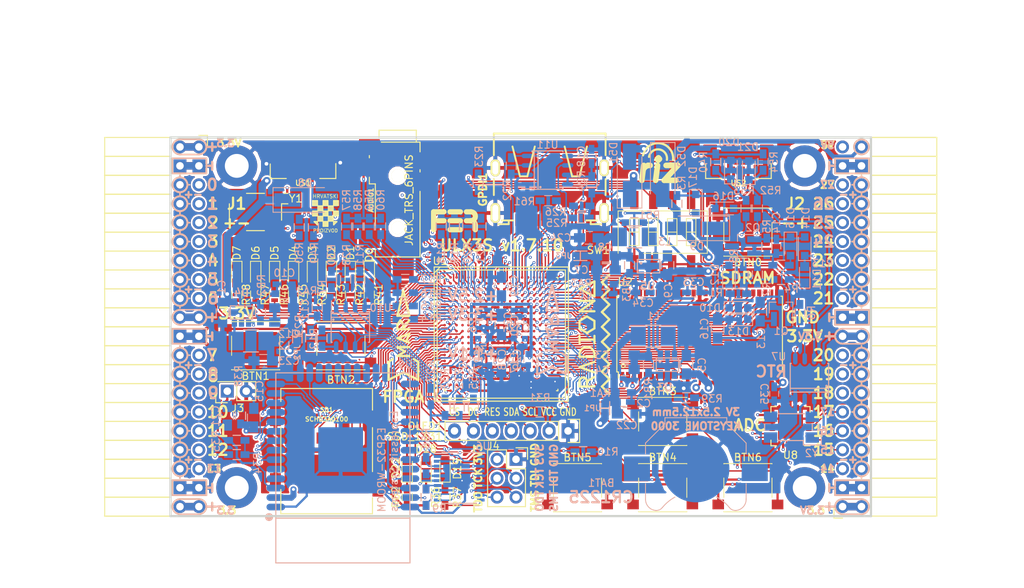
<source format=kicad_pcb>
(kicad_pcb (version 4) (host pcbnew 4.0.7+dfsg1-1)
  (layers (0 F.Cu signal) (1 In1.Cu signal) (2 In2.Cu signal) (31 B.Cu signal) (34 B.Paste user) (35 F.Paste user) (36 B.SilkS user) (37 F.SilkS user) (38 B.Mask user) (39 F.Mask user) (44 Edge.Cuts user))
  (net 0 "")
  (net 1 GND)
  (net 2 +5V)
  (net 3 /gpio/IN5V)
  (net 4 /gpio/OUT5V)
  (net 5 +3V3)
  (net 6 BTN_D)
  (net 7 BTN_F1)
  (net 8 BTN_F2)
  (net 9 BTN_L)
  (net 10 BTN_R)
  (net 11 BTN_U)
  (net 12 /power/FB1)
  (net 13 +2V5)
  (net 14 /power/PWREN)
  (net 15 /power/FB3)
  (net 16 /power/FB2)
  (net 17 "Net-(D9-Pad1)")
  (net 18 /power/VBAT)
  (net 19 JTAG_TDI)
  (net 20 JTAG_TCK)
  (net 21 JTAG_TMS)
  (net 22 JTAG_TDO)
  (net 23 /power/WAKEUPn)
  (net 24 /power/WKUP)
  (net 25 /power/SHUT)
  (net 26 /power/WAKE)
  (net 27 /power/HOLD)
  (net 28 /power/WKn)
  (net 29 /power/OSCI_32k)
  (net 30 /power/OSCO_32k)
  (net 31 "Net-(Q2-Pad3)")
  (net 32 SHUTDOWN)
  (net 33 /analog/AUDIO_L)
  (net 34 /analog/AUDIO_R)
  (net 35 GPDI_5V_SCL)
  (net 36 GPDI_5V_SDA)
  (net 37 GPDI_SDA)
  (net 38 GPDI_SCL)
  (net 39 /gpdi/VREF2)
  (net 40 SD_CMD)
  (net 41 SD_CLK)
  (net 42 SD_D0)
  (net 43 SD_D1)
  (net 44 USB5V)
  (net 45 GPDI_CEC)
  (net 46 nRESET)
  (net 47 FTDI_nDTR)
  (net 48 SDRAM_CKE)
  (net 49 SDRAM_A7)
  (net 50 SDRAM_D15)
  (net 51 SDRAM_BA1)
  (net 52 SDRAM_D7)
  (net 53 SDRAM_A6)
  (net 54 SDRAM_CLK)
  (net 55 SDRAM_D13)
  (net 56 SDRAM_BA0)
  (net 57 SDRAM_D6)
  (net 58 SDRAM_A5)
  (net 59 SDRAM_D14)
  (net 60 SDRAM_A11)
  (net 61 SDRAM_D12)
  (net 62 SDRAM_D5)
  (net 63 SDRAM_A4)
  (net 64 SDRAM_A10)
  (net 65 SDRAM_D11)
  (net 66 SDRAM_A3)
  (net 67 SDRAM_D4)
  (net 68 SDRAM_D10)
  (net 69 SDRAM_D9)
  (net 70 SDRAM_A9)
  (net 71 SDRAM_D3)
  (net 72 SDRAM_D8)
  (net 73 SDRAM_A8)
  (net 74 SDRAM_A2)
  (net 75 SDRAM_A1)
  (net 76 SDRAM_A0)
  (net 77 SDRAM_D2)
  (net 78 SDRAM_D1)
  (net 79 SDRAM_D0)
  (net 80 SDRAM_DQM0)
  (net 81 SDRAM_nCS)
  (net 82 SDRAM_nRAS)
  (net 83 SDRAM_DQM1)
  (net 84 SDRAM_nCAS)
  (net 85 SDRAM_nWE)
  (net 86 /flash/FLASH_nWP)
  (net 87 /flash/FLASH_nHOLD)
  (net 88 /flash/FLASH_MOSI)
  (net 89 /flash/FLASH_MISO)
  (net 90 /flash/FLASH_SCK)
  (net 91 /flash/FLASH_nCS)
  (net 92 /flash/FPGA_PROGRAMN)
  (net 93 /flash/FPGA_DONE)
  (net 94 /flash/FPGA_INITN)
  (net 95 OLED_RES)
  (net 96 OLED_DC)
  (net 97 OLED_CS)
  (net 98 WIFI_EN)
  (net 99 FTDI_nRTS)
  (net 100 FTDI_TXD)
  (net 101 FTDI_RXD)
  (net 102 WIFI_RXD)
  (net 103 WIFI_GPIO0)
  (net 104 WIFI_TXD)
  (net 105 GPDI_ETH-)
  (net 106 GPDI_ETH+)
  (net 107 GPDI_D2+)
  (net 108 GPDI_D2-)
  (net 109 GPDI_D1+)
  (net 110 GPDI_D1-)
  (net 111 GPDI_D0+)
  (net 112 GPDI_D0-)
  (net 113 GPDI_CLK+)
  (net 114 GPDI_CLK-)
  (net 115 USB_FTDI_D+)
  (net 116 USB_FTDI_D-)
  (net 117 SD_D3)
  (net 118 AUDIO_L3)
  (net 119 AUDIO_L2)
  (net 120 AUDIO_L1)
  (net 121 AUDIO_L0)
  (net 122 AUDIO_R3)
  (net 123 AUDIO_R2)
  (net 124 AUDIO_R1)
  (net 125 AUDIO_R0)
  (net 126 OLED_CLK)
  (net 127 OLED_MOSI)
  (net 128 LED0)
  (net 129 LED1)
  (net 130 LED2)
  (net 131 LED3)
  (net 132 LED4)
  (net 133 LED5)
  (net 134 LED6)
  (net 135 LED7)
  (net 136 BTN_PWRn)
  (net 137 FTDI_nTXLED)
  (net 138 FTDI_nSLEEP)
  (net 139 /blinkey/LED_PWREN)
  (net 140 /blinkey/LED_TXLED)
  (net 141 /sdcard/SD3V3)
  (net 142 SD_D2)
  (net 143 CLK_25MHz)
  (net 144 /blinkey/BTNPUL)
  (net 145 /blinkey/BTNPUR)
  (net 146 USB_FPGA_D+)
  (net 147 /power/FTDI_nSUSPEND)
  (net 148 /blinkey/ALED0)
  (net 149 /blinkey/ALED1)
  (net 150 /blinkey/ALED2)
  (net 151 /blinkey/ALED3)
  (net 152 /blinkey/ALED4)
  (net 153 /blinkey/ALED5)
  (net 154 /blinkey/ALED6)
  (net 155 /blinkey/ALED7)
  (net 156 /usb/FTD-)
  (net 157 /usb/FTD+)
  (net 158 ADC_MISO)
  (net 159 ADC_MOSI)
  (net 160 ADC_CSn)
  (net 161 ADC_SCLK)
  (net 162 SW3)
  (net 163 SW2)
  (net 164 SW1)
  (net 165 USB_FPGA_D-)
  (net 166 /usb/FPD+)
  (net 167 /usb/FPD-)
  (net 168 WIFI_GPIO16)
  (net 169 /usb/ANT_433MHz)
  (net 170 /power/PWRBTn)
  (net 171 PROG_DONE)
  (net 172 /power/P3V3)
  (net 173 /power/P2V5)
  (net 174 /power/L1)
  (net 175 /power/L3)
  (net 176 /power/L2)
  (net 177 FTDI_TXDEN)
  (net 178 SDRAM_A12)
  (net 179 /analog/AUDIO_V)
  (net 180 AUDIO_V3)
  (net 181 AUDIO_V2)
  (net 182 AUDIO_V1)
  (net 183 AUDIO_V0)
  (net 184 /gpdi/FPGA_CEC)
  (net 185 /blinkey/LED_WIFI)
  (net 186 /power/P1V1)
  (net 187 +1V1)
  (net 188 SW4)
  (net 189 /blinkey/SWPU)
  (net 190 /wifi/WIFIEN)
  (net 191 FT2V5)
  (net 192 GN0)
  (net 193 GP0)
  (net 194 GN1)
  (net 195 GP1)
  (net 196 GN2)
  (net 197 GP2)
  (net 198 GN3)
  (net 199 GP3)
  (net 200 GN4)
  (net 201 GP4)
  (net 202 GN5)
  (net 203 GP5)
  (net 204 GN6)
  (net 205 GP6)
  (net 206 GN14)
  (net 207 GP14)
  (net 208 GN15)
  (net 209 GP15)
  (net 210 GN16)
  (net 211 GP16)
  (net 212 GN17)
  (net 213 GP17)
  (net 214 GN18)
  (net 215 GP18)
  (net 216 GN19)
  (net 217 GP19)
  (net 218 GN20)
  (net 219 GP20)
  (net 220 GN21)
  (net 221 GP21)
  (net 222 GN22)
  (net 223 GP22)
  (net 224 GN23)
  (net 225 GP23)
  (net 226 GN24)
  (net 227 GP24)
  (net 228 GN25)
  (net 229 GP25)
  (net 230 GN26)
  (net 231 GP26)
  (net 232 GN27)
  (net 233 GP27)
  (net 234 GN7)
  (net 235 GP7)
  (net 236 GN8)
  (net 237 GP8)
  (net 238 GN9)
  (net 239 GP9)
  (net 240 GN10)
  (net 241 GP10)
  (net 242 GN11)
  (net 243 GP11)
  (net 244 GN12)
  (net 245 GP12)
  (net 246 GN13)
  (net 247 GP13)
  (net 248 WIFI_GPIO5)
  (net 249 WIFI_GPIO17)
  (module Socket_Strips:Socket_Strip_Angled_2x20 (layer F.Cu) (at 97.91 62.69 270)
    (fp_text reference J1 (at 7.62 -5.08 360) (layer F.SilkS) (effects (font (size 1.5 1.5) (thickness 0.3))))
    (fp_text value CONN_02X20 hide)
    (pad 1 thru_hole oval (at 0 0 270) (size 1.7272 1.7272) (drill 1.016) (layers *.Cu *.Mask) (net 5 +3V3))
    (pad 2 thru_hole oval (at 0 2.54 270) (size 1.7272 1.7272) (drill 1.016) (layers *.Cu *.Mask) (net 5 +3V3))
    (pad 3 thru_hole rect (at 2.54 0 270) (size 1.7272 1.7272) (drill 1.016) (layers *.Cu *.Mask) (net 1 GND))
    (pad 4 thru_hole rect (at 2.54 2.54 270) (size 1.7272 1.7272) (drill 1.016) (layers *.Cu *.Mask) (net 1 GND))
    (pad 5 thru_hole oval (at 5.08 0 270) (size 1.7272 1.7272) (drill 1.016) (layers *.Cu *.Mask) (net 192 GN0))
    (pad 6 thru_hole oval (at 5.08 2.54 270) (size 1.7272 1.7272) (drill 1.016) (layers *.Cu *.Mask) (net 193 GP0))
    (pad 7 thru_hole oval (at 7.62 0 270) (size 1.7272 1.7272) (drill 1.016) (layers *.Cu *.Mask) (net 194 GN1))
    (pad 8 thru_hole oval (at 7.62 2.54 270) (size 1.7272 1.7272) (drill 1.016) (layers *.Cu *.Mask) (net 195 GP1))
    (pad 9 thru_hole oval (at 10.16 0 270) (size 1.7272 1.7272) (drill 1.016) (layers *.Cu *.Mask) (net 196 GN2))
    (pad 10 thru_hole oval (at 10.16 2.54 270) (size 1.7272 1.7272) (drill 1.016) (layers *.Cu *.Mask) (net 197 GP2))
    (pad 11 thru_hole oval (at 12.7 0 270) (size 1.7272 1.7272) (drill 1.016) (layers *.Cu *.Mask) (net 198 GN3))
    (pad 12 thru_hole oval (at 12.7 2.54 270) (size 1.7272 1.7272) (drill 1.016) (layers *.Cu *.Mask) (net 199 GP3))
    (pad 13 thru_hole oval (at 15.24 0 270) (size 1.7272 1.7272) (drill 1.016) (layers *.Cu *.Mask) (net 200 GN4))
    (pad 14 thru_hole oval (at 15.24 2.54 270) (size 1.7272 1.7272) (drill 1.016) (layers *.Cu *.Mask) (net 201 GP4))
    (pad 15 thru_hole oval (at 17.78 0 270) (size 1.7272 1.7272) (drill 1.016) (layers *.Cu *.Mask) (net 202 GN5))
    (pad 16 thru_hole oval (at 17.78 2.54 270) (size 1.7272 1.7272) (drill 1.016) (layers *.Cu *.Mask) (net 203 GP5))
    (pad 17 thru_hole oval (at 20.32 0 270) (size 1.7272 1.7272) (drill 1.016) (layers *.Cu *.Mask) (net 204 GN6))
    (pad 18 thru_hole oval (at 20.32 2.54 270) (size 1.7272 1.7272) (drill 1.016) (layers *.Cu *.Mask) (net 205 GP6))
    (pad 19 thru_hole oval (at 22.86 0 270) (size 1.7272 1.7272) (drill 1.016) (layers *.Cu *.Mask) (net 5 +3V3))
    (pad 20 thru_hole oval (at 22.86 2.54 270) (size 1.7272 1.7272) (drill 1.016) (layers *.Cu *.Mask) (net 5 +3V3))
    (pad 21 thru_hole rect (at 25.4 0 270) (size 1.7272 1.7272) (drill 1.016) (layers *.Cu *.Mask) (net 1 GND))
    (pad 22 thru_hole rect (at 25.4 2.54 270) (size 1.7272 1.7272) (drill 1.016) (layers *.Cu *.Mask) (net 1 GND))
    (pad 23 thru_hole oval (at 27.94 0 270) (size 1.7272 1.7272) (drill 1.016) (layers *.Cu *.Mask) (net 234 GN7))
    (pad 24 thru_hole oval (at 27.94 2.54 270) (size 1.7272 1.7272) (drill 1.016) (layers *.Cu *.Mask) (net 235 GP7))
    (pad 25 thru_hole oval (at 30.48 0 270) (size 1.7272 1.7272) (drill 1.016) (layers *.Cu *.Mask) (net 236 GN8))
    (pad 26 thru_hole oval (at 30.48 2.54 270) (size 1.7272 1.7272) (drill 1.016) (layers *.Cu *.Mask) (net 237 GP8))
    (pad 27 thru_hole oval (at 33.02 0 270) (size 1.7272 1.7272) (drill 1.016) (layers *.Cu *.Mask) (net 238 GN9))
    (pad 28 thru_hole oval (at 33.02 2.54 270) (size 1.7272 1.7272) (drill 1.016) (layers *.Cu *.Mask) (net 239 GP9))
    (pad 29 thru_hole oval (at 35.56 0 270) (size 1.7272 1.7272) (drill 1.016) (layers *.Cu *.Mask) (net 240 GN10))
    (pad 30 thru_hole oval (at 35.56 2.54 270) (size 1.7272 1.7272) (drill 1.016) (layers *.Cu *.Mask) (net 241 GP10))
    (pad 31 thru_hole oval (at 38.1 0 270) (size 1.7272 1.7272) (drill 1.016) (layers *.Cu *.Mask) (net 242 GN11))
    (pad 32 thru_hole oval (at 38.1 2.54 270) (size 1.7272 1.7272) (drill 1.016) (layers *.Cu *.Mask) (net 243 GP11))
    (pad 33 thru_hole oval (at 40.64 0 270) (size 1.7272 1.7272) (drill 1.016) (layers *.Cu *.Mask) (net 244 GN12))
    (pad 34 thru_hole oval (at 40.64 2.54 270) (size 1.7272 1.7272) (drill 1.016) (layers *.Cu *.Mask) (net 245 GP12))
    (pad 35 thru_hole oval (at 43.18 0 270) (size 1.7272 1.7272) (drill 1.016) (layers *.Cu *.Mask) (net 246 GN13))
    (pad 36 thru_hole oval (at 43.18 2.54 270) (size 1.7272 1.7272) (drill 1.016) (layers *.Cu *.Mask) (net 247 GP13))
    (pad 37 thru_hole rect (at 45.72 0 270) (size 1.7272 1.7272) (drill 1.016) (layers *.Cu *.Mask) (net 1 GND))
    (pad 38 thru_hole rect (at 45.72 2.54 270) (size 1.7272 1.7272) (drill 1.016) (layers *.Cu *.Mask) (net 1 GND))
    (pad 39 thru_hole oval (at 48.26 0 270) (size 1.7272 1.7272) (drill 1.016) (layers *.Cu *.Mask) (net 5 +3V3))
    (pad 40 thru_hole oval (at 48.26 2.54 270) (size 1.7272 1.7272) (drill 1.016) (layers *.Cu *.Mask) (net 5 +3V3))
  )
  (module SMD_Packages:1Pin (layer F.Cu) (at 182.67515 111.637626)
    (fp_text reference AE1 hide)
    (fp_text value 433MHz hide)
    (pad 1 smd rect (at 0 0) (size 0.5 0.5) (layers B.Cu F.Paste F.Mask) (net 169 /usb/ANT_433MHz))
  )
  (module Resistors_SMD:R_0603_HandSoldering (layer B.Cu) (at 103.498 98.758 90)
    (fp_text reference R38 (at 5.334 -0.254 90) (layer B.SilkS) (effects (justify mirror)))
    (fp_text value 0.47)
    (pad 1 smd rect (at -1.1 0 90) (size 1.2 0.9) (layers B.Cu B.Paste B.Mask) (net 141 /sdcard/SD3V3))
    (pad 2 smd rect (at 1.1 0 90) (size 1.2 0.9) (layers B.Cu B.Paste B.Mask) (net 5 +3V3))
  )
  (module jumper:SOLDER-JUMPER_1-WAY (layer B.Cu) (at 152.393 97.742 270)
    (fp_text reference JP1 (at 0 1.778 360) (layer B.SilkS) (effects (font (size 0.762 0.762) (thickness 0.1524)) (justify mirror)))
    (fp_text value 1.2 hide)
    (pad 1 smd rect (at -0.6 0 270) (size 1 1) (layers B.Cu B.Paste B.Mask) (net 186 /power/P1V1))
    (pad 2 smd rect (at 0.6 0 270) (size 1 1) (layers B.Cu B.Paste B.Mask) (net 187 +1V1))
  )
  (module Diodes_SMD:D_SMA_Handsoldering (layer B.Cu) (at 155.695 66.5 90)
    (fp_text reference D51 (at 3.048 -2.159 90) (layer B.SilkS) (effects (justify mirror)))
    (fp_text value STPS2L30AF hide)
    (pad 1 smd rect (at -2.5 0 90) (size 3.5 1.8) (layers B.Cu B.Paste B.Mask) (net 2 +5V))
    (pad 2 smd rect (at 2.5 0 90) (size 3.5 1.8) (layers B.Cu B.Paste B.Mask) (net 3 /gpio/IN5V))
  )
  (module Resistors_SMD:R_0603_HandSoldering (layer B.Cu) (at 156.33 72.85 180)
    (fp_text reference R51 (at -2.032 1.016 180) (layer B.SilkS) (effects (justify mirror)))
    (fp_text value 150)
    (pad 1 smd rect (at -1.1 0 180) (size 1.2 0.9) (layers B.Cu B.Paste B.Mask) (net 5 +3V3))
    (pad 2 smd rect (at 1.1 0 180) (size 1.2 0.9) (layers B.Cu B.Paste B.Mask) (net 189 /blinkey/SWPU))
  )
  (module Resistors_SMD:R_1210_HandSoldering (layer B.Cu) (at 158.87 88.09 180)
    (fp_text reference L1 (at 0 2.7 180) (layer B.SilkS) (effects (justify mirror)))
    (fp_text value 2.2uH)
    (pad 1 smd rect (at -2 0 180) (size 2 2.5) (layers B.Cu B.Paste B.Mask) (net 174 /power/L1))
    (pad 2 smd rect (at 2 0 180) (size 2 2.5) (layers B.Cu B.Paste B.Mask) (net 186 /power/P1V1))
  )
  (module TSOT-25:TSOT-25 (layer B.Cu) (at 160.775 91.9)
    (fp_text reference U3 (at -0.381 3.048) (layer B.SilkS) (effects (font (thickness 0.2)) (justify mirror)))
    (fp_text value TLV62569DBV)
    (pad 1 smd rect (at -0.95 -1.3) (size 0.7 1.2) (layers B.Cu B.Paste B.Mask) (net 14 /power/PWREN))
    (pad 2 smd rect (at 0 -1.3) (size 0.7 1.2) (layers B.Cu B.Paste B.Mask) (net 1 GND))
    (pad 3 smd rect (at 0.95 -1.3) (size 0.7 1.2) (layers B.Cu B.Paste B.Mask) (net 174 /power/L1))
    (pad 4 smd rect (at 0.95 1.3) (size 0.7 1.2) (layers B.Cu B.Paste B.Mask) (net 2 +5V))
    (pad 5 smd rect (at -0.95 1.3) (size 0.7 1.2) (layers B.Cu B.Paste B.Mask) (net 12 /power/FB1))
  )
  (module Resistors_SMD:R_1210_HandSoldering (layer B.Cu) (at 104.895 88.725)
    (fp_text reference L2 (at 4.445 0.635) (layer B.SilkS) (effects (justify mirror)))
    (fp_text value 2.2uH)
    (pad 1 smd rect (at -2 0) (size 2 2.5) (layers B.Cu B.Paste B.Mask) (net 176 /power/L2))
    (pad 2 smd rect (at 2 0) (size 2 2.5) (layers B.Cu B.Paste B.Mask) (net 173 /power/P2V5))
  )
  (module TSOT-25:TSOT-25 (layer B.Cu) (at 103.625 84.915 180)
    (fp_text reference U4 (at 0 2.697 180) (layer B.SilkS) (effects (font (thickness 0.2)) (justify mirror)))
    (fp_text value TLV62569DBV)
    (pad 1 smd rect (at -0.95 -1.3 180) (size 0.7 1.2) (layers B.Cu B.Paste B.Mask) (net 14 /power/PWREN))
    (pad 2 smd rect (at 0 -1.3 180) (size 0.7 1.2) (layers B.Cu B.Paste B.Mask) (net 1 GND))
    (pad 3 smd rect (at 0.95 -1.3 180) (size 0.7 1.2) (layers B.Cu B.Paste B.Mask) (net 176 /power/L2))
    (pad 4 smd rect (at 0.95 1.3 180) (size 0.7 1.2) (layers B.Cu B.Paste B.Mask) (net 2 +5V))
    (pad 5 smd rect (at -0.95 1.3 180) (size 0.7 1.2) (layers B.Cu B.Paste B.Mask) (net 16 /power/FB2))
  )
  (module Resistors_SMD:R_1210_HandSoldering (layer B.Cu) (at 156.33 74.755 180)
    (fp_text reference L3 (at -4.064 -0.635 180) (layer B.SilkS) (effects (justify mirror)))
    (fp_text value 2.2uH)
    (pad 1 smd rect (at -2 0 180) (size 2 2.5) (layers B.Cu B.Paste B.Mask) (net 175 /power/L3))
    (pad 2 smd rect (at 2 0 180) (size 2 2.5) (layers B.Cu B.Paste B.Mask) (net 172 /power/P3V3))
  )
  (module TSOT-25:TSOT-25 (layer B.Cu) (at 158.235 78.692)
    (fp_text reference U5 (at -0.127 2.667) (layer B.SilkS) (effects (font (thickness 0.2)) (justify mirror)))
    (fp_text value TLV62569DBV)
    (pad 1 smd rect (at -0.95 -1.3) (size 0.7 1.2) (layers B.Cu B.Paste B.Mask) (net 14 /power/PWREN))
    (pad 2 smd rect (at 0 -1.3) (size 0.7 1.2) (layers B.Cu B.Paste B.Mask) (net 1 GND))
    (pad 3 smd rect (at 0.95 -1.3) (size 0.7 1.2) (layers B.Cu B.Paste B.Mask) (net 175 /power/L3))
    (pad 4 smd rect (at 0.95 1.3) (size 0.7 1.2) (layers B.Cu B.Paste B.Mask) (net 2 +5V))
    (pad 5 smd rect (at -0.95 1.3) (size 0.7 1.2) (layers B.Cu B.Paste B.Mask) (net 15 /power/FB3))
  )
  (module Capacitors_SMD:C_0805_HandSoldering (layer B.Cu) (at 101.085 84.915 270)
    (fp_text reference C1 (at -3.429 0.127 270) (layer B.SilkS) (effects (justify mirror)))
    (fp_text value 22uF)
    (pad 1 smd rect (at -1.25 0 270) (size 1.5 1.25) (layers B.Cu B.Paste B.Mask) (net 2 +5V))
    (pad 2 smd rect (at 1.25 0 270) (size 1.5 1.25) (layers B.Cu B.Paste B.Mask) (net 1 GND))
  )
  (module Capacitors_SMD:C_0805_HandSoldering (layer B.Cu) (at 155.06 90.63)
    (fp_text reference C3 (at -3.048 0) (layer B.SilkS) (effects (justify mirror)))
    (fp_text value 22uF)
    (pad 1 smd rect (at -1.25 0) (size 1.5 1.25) (layers B.Cu B.Paste B.Mask) (net 186 /power/P1V1))
    (pad 2 smd rect (at 1.25 0) (size 1.5 1.25) (layers B.Cu B.Paste B.Mask) (net 1 GND))
  )
  (module Capacitors_SMD:C_0805_HandSoldering (layer B.Cu) (at 155.06 92.535)
    (fp_text reference C4 (at -3.048 0.127) (layer B.SilkS) (effects (justify mirror)))
    (fp_text value 22uF)
    (pad 1 smd rect (at -1.25 0) (size 1.5 1.25) (layers B.Cu B.Paste B.Mask) (net 186 /power/P1V1))
    (pad 2 smd rect (at 1.25 0) (size 1.5 1.25) (layers B.Cu B.Paste B.Mask) (net 1 GND))
  )
  (module Capacitors_SMD:C_0805_HandSoldering (layer B.Cu) (at 163.315 91.9 90)
    (fp_text reference C5 (at 0 2.1 90) (layer B.SilkS) (effects (justify mirror)))
    (fp_text value 22uF)
    (pad 1 smd rect (at -1.25 0 90) (size 1.5 1.25) (layers B.Cu B.Paste B.Mask) (net 2 +5V))
    (pad 2 smd rect (at 1.25 0 90) (size 1.5 1.25) (layers B.Cu B.Paste B.Mask) (net 1 GND))
  )
  (module Capacitors_SMD:C_0805_HandSoldering (layer B.Cu) (at 152.52 79.2)
    (fp_text reference C7 (at -3.302 0) (layer B.SilkS) (effects (justify mirror)))
    (fp_text value 22uF)
    (pad 1 smd rect (at -1.25 0) (size 1.5 1.25) (layers B.Cu B.Paste B.Mask) (net 172 /power/P3V3))
    (pad 2 smd rect (at 1.25 0) (size 1.5 1.25) (layers B.Cu B.Paste B.Mask) (net 1 GND))
  )
  (module Capacitors_SMD:C_0805_HandSoldering (layer B.Cu) (at 152.52 77.295)
    (fp_text reference C8 (at -0.127 -1.143) (layer B.SilkS) (effects (justify mirror)))
    (fp_text value 22uF)
    (pad 1 smd rect (at -1.25 0) (size 1.5 1.25) (layers B.Cu B.Paste B.Mask) (net 172 /power/P3V3))
    (pad 2 smd rect (at 1.25 0) (size 1.5 1.25) (layers B.Cu B.Paste B.Mask) (net 1 GND))
  )
  (module Capacitors_SMD:C_0805_HandSoldering (layer B.Cu) (at 160.775 78.565 90)
    (fp_text reference C9 (at -3.429 0.127 90) (layer B.SilkS) (effects (justify mirror)))
    (fp_text value 22uF)
    (pad 1 smd rect (at -1.25 0 90) (size 1.5 1.25) (layers B.Cu B.Paste B.Mask) (net 2 +5V))
    (pad 2 smd rect (at 1.25 0 90) (size 1.5 1.25) (layers B.Cu B.Paste B.Mask) (net 1 GND))
  )
  (module Capacitors_SMD:C_0805_HandSoldering (layer B.Cu) (at 109.34 84.28 180)
    (fp_text reference C11 (at -2.794 -0.254 270) (layer B.SilkS) (effects (justify mirror)))
    (fp_text value 22uF)
    (pad 1 smd rect (at -1.25 0 180) (size 1.5 1.25) (layers B.Cu B.Paste B.Mask) (net 173 /power/P2V5))
    (pad 2 smd rect (at 1.25 0 180) (size 1.5 1.25) (layers B.Cu B.Paste B.Mask) (net 1 GND))
  )
  (module Capacitors_SMD:C_0805_HandSoldering (layer B.Cu) (at 109.34 86.185 180)
    (fp_text reference C12 (at -0.635 -1.615 360) (layer B.SilkS) (effects (justify mirror)))
    (fp_text value 22uF)
    (pad 1 smd rect (at -1.25 0 180) (size 1.5 1.25) (layers B.Cu B.Paste B.Mask) (net 173 /power/P2V5))
    (pad 2 smd rect (at 1.25 0 180) (size 1.5 1.25) (layers B.Cu B.Paste B.Mask) (net 1 GND))
  )
  (module Capacitors_SMD:C_0805_HandSoldering (layer B.Cu) (at 173.221 84.788 90)
    (fp_text reference C13 (at -3.556 0.127 90) (layer B.SilkS) (effects (justify mirror)))
    (fp_text value 2.2uF)
    (pad 1 smd rect (at -1.25 0 90) (size 1.5 1.25) (layers B.Cu B.Paste B.Mask) (net 2 +5V))
    (pad 2 smd rect (at 1.25 0 90) (size 1.5 1.25) (layers B.Cu B.Paste B.Mask) (net 24 /power/WKUP))
  )
  (module TO_SOT_Packages_SMD:SOT-23_Handsoldering (layer B.Cu) (at 176.015 84.28 90)
    (fp_text reference Q1 (at -3.1115 0 180) (layer B.SilkS) (effects (justify mirror)))
    (fp_text value BC857)
    (pad 1 smd rect (at -1.5 0.95 90) (size 1.9 0.8) (layers B.Cu B.Paste B.Mask) (net 28 /power/WKn))
    (pad 2 smd rect (at -1.5 -0.95 90) (size 1.9 0.8) (layers B.Cu B.Paste B.Mask) (net 2 +5V))
    (pad 3 smd rect (at 1.5 0 90) (size 1.9 0.8) (layers B.Cu B.Paste B.Mask) (net 24 /power/WKUP))
  )
  (module TO_SOT_Packages_SMD:SOT-23_Handsoldering (layer B.Cu) (at 170.935 76.025 180)
    (fp_text reference Q2 (at -1.295 2.5 180) (layer B.SilkS) (effects (justify mirror)))
    (fp_text value 2N7002)
    (pad 1 smd rect (at -1.5 0.95 180) (size 1.9 0.8) (layers B.Cu B.Paste B.Mask) (net 25 /power/SHUT))
    (pad 2 smd rect (at -1.5 -0.95 180) (size 1.9 0.8) (layers B.Cu B.Paste B.Mask) (net 1 GND))
    (pad 3 smd rect (at 1.5 0 180) (size 1.9 0.8) (layers B.Cu B.Paste B.Mask) (net 31 "Net-(Q2-Pad3)"))
  )
  (module Capacitors_SMD:C_0603_HandSoldering (layer B.Cu) (at 154.86 96.91)
    (fp_text reference C2 (at 2.74 0.197) (layer B.SilkS) (effects (justify mirror)))
    (fp_text value 470pF)
    (pad 1 smd rect (at -0.95 0) (size 1.2 0.75) (layers B.Cu B.Paste B.Mask) (net 186 /power/P1V1))
    (pad 2 smd rect (at 0.95 0) (size 1.2 0.75) (layers B.Cu B.Paste B.Mask) (net 12 /power/FB1))
  )
  (module Capacitors_SMD:C_0603_HandSoldering (layer B.Cu) (at 152.52 82.375)
    (fp_text reference C6 (at -2.794 0.127) (layer B.SilkS) (effects (justify mirror)))
    (fp_text value 470pF)
    (pad 1 smd rect (at -0.95 0) (size 1.2 0.75) (layers B.Cu B.Paste B.Mask) (net 172 /power/P3V3))
    (pad 2 smd rect (at 0.95 0) (size 1.2 0.75) (layers B.Cu B.Paste B.Mask) (net 15 /power/FB3))
  )
  (module Capacitors_SMD:C_0603_HandSoldering (layer B.Cu) (at 109.34 81.105 180)
    (fp_text reference C10 (at -0.04 1.505 180) (layer B.SilkS) (effects (justify mirror)))
    (fp_text value 470pF)
    (pad 1 smd rect (at -0.95 0 180) (size 1.2 0.75) (layers B.Cu B.Paste B.Mask) (net 173 /power/P2V5))
    (pad 2 smd rect (at 0.95 0 180) (size 1.2 0.75) (layers B.Cu B.Paste B.Mask) (net 16 /power/FB2))
  )
  (module Capacitors_SMD:C_0603_HandSoldering (layer B.Cu) (at 175.38 76.025 270)
    (fp_text reference C14 (at -3.175 0 270) (layer B.SilkS) (effects (justify mirror)))
    (fp_text value 100nF)
    (pad 1 smd rect (at -0.95 0 270) (size 1.2 0.75) (layers B.Cu B.Paste B.Mask) (net 25 /power/SHUT))
    (pad 2 smd rect (at 0.95 0 270) (size 1.2 0.75) (layers B.Cu B.Paste B.Mask) (net 1 GND))
  )
  (module Resistors_SMD:R_0603_HandSoldering (layer B.Cu) (at 170.3 82.375)
    (fp_text reference R1 (at -3.048 -0.127) (layer B.SilkS) (effects (justify mirror)))
    (fp_text value 15k)
    (pad 1 smd rect (at -1.1 0) (size 1.2 0.9) (layers B.Cu B.Paste B.Mask) (net 26 /power/WAKE))
    (pad 2 smd rect (at 1.1 0) (size 1.2 0.9) (layers B.Cu B.Paste B.Mask) (net 14 /power/PWREN))
  )
  (module Resistors_SMD:R_0603_HandSoldering (layer B.Cu) (at 172.84 79.835 90)
    (fp_text reference R2 (at -1.905 1.27 90) (layer B.SilkS) (effects (justify mirror)))
    (fp_text value 47k)
    (pad 1 smd rect (at -1.1 0 90) (size 1.2 0.9) (layers B.Cu B.Paste B.Mask) (net 14 /power/PWREN))
    (pad 2 smd rect (at 1.1 0 90) (size 1.2 0.9) (layers B.Cu B.Paste B.Mask) (net 1 GND))
  )
  (module Resistors_SMD:R_0603_HandSoldering (layer B.Cu) (at 176.015 80.47 180)
    (fp_text reference R4 (at -1.397 -1.27 360) (layer B.SilkS) (effects (justify mirror)))
    (fp_text value 4.7k)
    (pad 1 smd rect (at -1.1 0 180) (size 1.2 0.9) (layers B.Cu B.Paste B.Mask) (net 27 /power/HOLD))
    (pad 2 smd rect (at 1.1 0 180) (size 1.2 0.9) (layers B.Cu B.Paste B.Mask) (net 14 /power/PWREN))
  )
  (module Resistors_SMD:R_0603_HandSoldering (layer B.Cu) (at 174.11 76.025 270)
    (fp_text reference R5 (at -2.667 0 270) (layer B.SilkS) (effects (justify mirror)))
    (fp_text value 4.7M)
    (pad 1 smd rect (at -1.1 0 270) (size 1.2 0.9) (layers B.Cu B.Paste B.Mask) (net 25 /power/SHUT))
    (pad 2 smd rect (at 1.1 0 270) (size 1.2 0.9) (layers B.Cu B.Paste B.Mask) (net 1 GND))
  )
  (module Resistors_SMD:R_0603_HandSoldering (layer B.Cu) (at 178.555 84.915 270)
    (fp_text reference R6 (at 0 -1.524 270) (layer B.SilkS) (effects (justify mirror)))
    (fp_text value 1k)
    (pad 1 smd rect (at -1.1 0 270) (size 1.2 0.9) (layers B.Cu B.Paste B.Mask) (net 28 /power/WKn))
    (pad 2 smd rect (at 1.1 0 270) (size 1.2 0.9) (layers B.Cu B.Paste B.Mask) (net 23 /power/WAKEUPn))
  )
  (module Resistors_SMD:R_0603_HandSoldering (layer B.Cu) (at 113.785 84.28 270)
    (fp_text reference R7 (at -2.794 -0.635 270) (layer B.SilkS) (effects (justify mirror)))
    (fp_text value 150)
    (pad 1 smd rect (at -1.1 0 270) (size 1.2 0.9) (layers B.Cu B.Paste B.Mask) (net 5 +3V3))
    (pad 2 smd rect (at 1.1 0 270) (size 1.2 0.9) (layers B.Cu B.Paste B.Mask) (net 144 /blinkey/BTNPUL))
  )
  (module Resistors_SMD:R_0603_HandSoldering (layer B.Cu) (at 170.935 79.835 90)
    (fp_text reference R8 (at 2.54 -1.27 90) (layer B.SilkS) (effects (justify mirror)))
    (fp_text value 1k)
    (pad 1 smd rect (at -1.1 0 90) (size 1.2 0.9) (layers B.Cu B.Paste B.Mask) (net 14 /power/PWREN))
    (pad 2 smd rect (at 1.1 0 90) (size 1.2 0.9) (layers B.Cu B.Paste B.Mask) (net 31 "Net-(Q2-Pad3)"))
  )
  (module Resistors_SMD:R_0603_HandSoldering (layer B.Cu) (at 128.39 109.68 270)
    (fp_text reference R9 (at 1.524 -1.778 360) (layer B.SilkS) (effects (justify mirror)))
    (fp_text value 15k)
    (pad 1 smd rect (at -1.1 0 270) (size 1.2 0.9) (layers B.Cu B.Paste B.Mask) (net 46 nRESET))
    (pad 2 smd rect (at 1.1 0 270) (size 1.2 0.9) (layers B.Cu B.Paste B.Mask) (net 191 FT2V5))
  )
  (module Resistors_SMD:R_0603_HandSoldering (layer B.Cu) (at 149.472 103.584 180)
    (fp_text reference R10 (at -3.302 0 180) (layer B.SilkS) (effects (justify mirror)))
    (fp_text value 150)
    (pad 1 smd rect (at -1.1 0 180) (size 1.2 0.9) (layers B.Cu B.Paste B.Mask) (net 147 /power/FTDI_nSUSPEND))
    (pad 2 smd rect (at 1.1 0 180) (size 1.2 0.9) (layers B.Cu B.Paste B.Mask) (net 138 FTDI_nSLEEP))
  )
  (module Resistors_SMD:R_0603_HandSoldering (layer B.Cu) (at 176.015 78.565 180)
    (fp_text reference R13 (at -5.588 0.254 180) (layer B.SilkS) (effects (justify mirror)))
    (fp_text value 15k)
    (pad 1 smd rect (at -1.1 0 180) (size 1.2 0.9) (layers B.Cu B.Paste B.Mask) (net 32 SHUTDOWN))
    (pad 2 smd rect (at 1.1 0 180) (size 1.2 0.9) (layers B.Cu B.Paste B.Mask) (net 1 GND))
  )
  (module Resistors_SMD:R_0603_HandSoldering (layer B.Cu) (at 154.86 95.64)
    (fp_text reference RA1 (at -3.102 0.07) (layer B.SilkS) (effects (justify mirror)))
    (fp_text value 15k)
    (pad 1 smd rect (at -1.1 0) (size 1.2 0.9) (layers B.Cu B.Paste B.Mask) (net 186 /power/P1V1))
    (pad 2 smd rect (at 1.1 0) (size 1.2 0.9) (layers B.Cu B.Paste B.Mask) (net 12 /power/FB1))
  )
  (module Resistors_SMD:R_0603_HandSoldering (layer B.Cu) (at 109.34 82.375 180)
    (fp_text reference RA2 (at -3.048 0.381 360) (layer B.SilkS) (effects (justify mirror)))
    (fp_text value 15k)
    (pad 1 smd rect (at -1.1 0 180) (size 1.2 0.9) (layers B.Cu B.Paste B.Mask) (net 173 /power/P2V5))
    (pad 2 smd rect (at 1.1 0 180) (size 1.2 0.9) (layers B.Cu B.Paste B.Mask) (net 16 /power/FB2))
  )
  (module Resistors_SMD:R_0603_HandSoldering (layer B.Cu) (at 152.52 81.105)
    (fp_text reference RA3 (at -3.302 -0.127) (layer B.SilkS) (effects (justify mirror)))
    (fp_text value 15k)
    (pad 1 smd rect (at -1.1 0) (size 1.2 0.9) (layers B.Cu B.Paste B.Mask) (net 172 /power/P3V3))
    (pad 2 smd rect (at 1.1 0) (size 1.2 0.9) (layers B.Cu B.Paste B.Mask) (net 15 /power/FB3))
  )
  (module Resistors_SMD:R_0603_HandSoldering (layer B.Cu) (at 158.235 91.9 270)
    (fp_text reference RB1 (at 3.302 0 270) (layer B.SilkS) (effects (justify mirror)))
    (fp_text value 18k)
    (pad 1 smd rect (at -1.1 0 270) (size 1.2 0.9) (layers B.Cu B.Paste B.Mask) (net 1 GND))
    (pad 2 smd rect (at 1.1 0 270) (size 1.2 0.9) (layers B.Cu B.Paste B.Mask) (net 12 /power/FB1))
  )
  (module Resistors_SMD:R_0603_HandSoldering (layer B.Cu) (at 106.165 84.915 90)
    (fp_text reference RB2 (at 3.683 0.127 90) (layer B.SilkS) (effects (justify mirror)))
    (fp_text value 4.7k)
    (pad 1 smd rect (at -1.1 0 90) (size 1.2 0.9) (layers B.Cu B.Paste B.Mask) (net 1 GND))
    (pad 2 smd rect (at 1.1 0 90) (size 1.2 0.9) (layers B.Cu B.Paste B.Mask) (net 16 /power/FB2))
  )
  (module Resistors_SMD:R_0603_HandSoldering (layer B.Cu) (at 155.695 78.565 270)
    (fp_text reference RB3 (at 3.429 0.395 270) (layer B.SilkS) (effects (justify mirror)))
    (fp_text value 3.3k)
    (pad 1 smd rect (at -1.1 0 270) (size 1.2 0.9) (layers B.Cu B.Paste B.Mask) (net 1 GND))
    (pad 2 smd rect (at 1.1 0 270) (size 1.2 0.9) (layers B.Cu B.Paste B.Mask) (net 15 /power/FB3))
  )
  (module Resistors_SMD:R_0603_HandSoldering (layer B.Cu) (at 125.596 85.804 180)
    (fp_text reference R14 (at -3.47 0.127 180) (layer B.SilkS) (effects (justify mirror)))
    (fp_text value 1.2k)
    (pad 1 smd rect (at -1.1 0 180) (size 1.2 0.9) (layers B.Cu B.Paste B.Mask) (net 121 AUDIO_L0))
    (pad 2 smd rect (at 1.1 0 180) (size 1.2 0.9) (layers B.Cu B.Paste B.Mask) (net 33 /analog/AUDIO_L))
  )
  (module Resistors_SMD:R_0603_HandSoldering (layer B.Cu) (at 125.596 84.026 180)
    (fp_text reference R15 (at -3.47 -0.001 180) (layer B.SilkS) (effects (justify mirror)))
    (fp_text value 680)
    (pad 1 smd rect (at -1.1 0 180) (size 1.2 0.9) (layers B.Cu B.Paste B.Mask) (net 120 AUDIO_L1))
    (pad 2 smd rect (at 1.1 0 180) (size 1.2 0.9) (layers B.Cu B.Paste B.Mask) (net 33 /analog/AUDIO_L))
  )
  (module Resistors_SMD:R_0603_HandSoldering (layer B.Cu) (at 125.596 82.248 180)
    (fp_text reference R16 (at -3.47 -0.127 180) (layer B.SilkS) (effects (justify mirror)))
    (fp_text value 330)
    (pad 1 smd rect (at -1.1 0 180) (size 1.2 0.9) (layers B.Cu B.Paste B.Mask) (net 119 AUDIO_L2))
    (pad 2 smd rect (at 1.1 0 180) (size 1.2 0.9) (layers B.Cu B.Paste B.Mask) (net 33 /analog/AUDIO_L))
  )
  (module Resistors_SMD:R_0603_HandSoldering (layer B.Cu) (at 125.596 80.47 180)
    (fp_text reference R17 (at -3.47 0 180) (layer B.SilkS) (effects (justify mirror)))
    (fp_text value 150)
    (pad 1 smd rect (at -1.1 0 180) (size 1.2 0.9) (layers B.Cu B.Paste B.Mask) (net 118 AUDIO_L3))
    (pad 2 smd rect (at 1.1 0 180) (size 1.2 0.9) (layers B.Cu B.Paste B.Mask) (net 33 /analog/AUDIO_L))
  )
  (module Resistors_SMD:R_0603_HandSoldering (layer B.Cu) (at 130.422 73.358 90)
    (fp_text reference R18 (at -3.556 0 90) (layer B.SilkS) (effects (justify mirror)))
    (fp_text value 1.2k)
    (pad 1 smd rect (at -1.1 0 90) (size 1.2 0.9) (layers B.Cu B.Paste B.Mask) (net 125 AUDIO_R0))
    (pad 2 smd rect (at 1.1 0 90) (size 1.2 0.9) (layers B.Cu B.Paste B.Mask) (net 34 /analog/AUDIO_R))
  )
  (module Resistors_SMD:R_0603_HandSoldering (layer B.Cu) (at 132.2 73.358 90)
    (fp_text reference R19 (at -3.556 0 90) (layer B.SilkS) (effects (justify mirror)))
    (fp_text value 680)
    (pad 1 smd rect (at -1.1 0 90) (size 1.2 0.9) (layers B.Cu B.Paste B.Mask) (net 124 AUDIO_R1))
    (pad 2 smd rect (at 1.1 0 90) (size 1.2 0.9) (layers B.Cu B.Paste B.Mask) (net 34 /analog/AUDIO_R))
  )
  (module Resistors_SMD:R_0603_HandSoldering (layer B.Cu) (at 133.978 73.358 90)
    (fp_text reference R20 (at -3.556 0 90) (layer B.SilkS) (effects (justify mirror)))
    (fp_text value 330)
    (pad 1 smd rect (at -1.1 0 90) (size 1.2 0.9) (layers B.Cu B.Paste B.Mask) (net 123 AUDIO_R2))
    (pad 2 smd rect (at 1.1 0 90) (size 1.2 0.9) (layers B.Cu B.Paste B.Mask) (net 34 /analog/AUDIO_R))
  )
  (module Resistors_SMD:R_0603_HandSoldering (layer B.Cu) (at 135.756 73.358 90)
    (fp_text reference R21 (at -3.556 0 90) (layer B.SilkS) (effects (justify mirror)))
    (fp_text value 150)
    (pad 1 smd rect (at -1.1 0 90) (size 1.2 0.9) (layers B.Cu B.Paste B.Mask) (net 122 AUDIO_R3))
    (pad 2 smd rect (at 1.1 0 90) (size 1.2 0.9) (layers B.Cu B.Paste B.Mask) (net 34 /analog/AUDIO_R))
  )
  (module Capacitors_SMD:C_0603_HandSoldering (layer B.Cu) (at 150.5896 63.96 90)
    (fp_text reference C18 (at 0 -1.3716 90) (layer B.SilkS) (effects (justify mirror)))
    (fp_text value 470pF)
    (pad 1 smd rect (at -0.95 0 90) (size 1.2 0.75) (layers B.Cu B.Paste B.Mask) (net 39 /gpdi/VREF2))
    (pad 2 smd rect (at 0.95 0 90) (size 1.2 0.75) (layers B.Cu B.Paste B.Mask) (net 1 GND))
  )
  (module Socket_Strips:Socket_Strip_Angled_2x20 (layer F.Cu) (at 184.27 110.95 90)
    (fp_text reference J2 (at 40.64 -6.35 180) (layer F.SilkS) (effects (font (size 1.5 1.5) (thickness 0.3))))
    (fp_text value CONN_02X20 hide)
    (pad 1 thru_hole oval (at 0 0 90) (size 1.7272 1.7272) (drill 1.016) (layers *.Cu *.Mask) (net 5 +3V3))
    (pad 2 thru_hole oval (at 0 2.54 90) (size 1.7272 1.7272) (drill 1.016) (layers *.Cu *.Mask) (net 5 +3V3))
    (pad 3 thru_hole rect (at 2.54 0 90) (size 1.7272 1.7272) (drill 1.016) (layers *.Cu *.Mask) (net 1 GND))
    (pad 4 thru_hole rect (at 2.54 2.54 90) (size 1.7272 1.7272) (drill 1.016) (layers *.Cu *.Mask) (net 1 GND))
    (pad 5 thru_hole oval (at 5.08 0 90) (size 1.7272 1.7272) (drill 1.016) (layers *.Cu *.Mask) (net 206 GN14))
    (pad 6 thru_hole oval (at 5.08 2.54 90) (size 1.7272 1.7272) (drill 1.016) (layers *.Cu *.Mask) (net 207 GP14))
    (pad 7 thru_hole oval (at 7.62 0 90) (size 1.7272 1.7272) (drill 1.016) (layers *.Cu *.Mask) (net 208 GN15))
    (pad 8 thru_hole oval (at 7.62 2.54 90) (size 1.7272 1.7272) (drill 1.016) (layers *.Cu *.Mask) (net 209 GP15))
    (pad 9 thru_hole oval (at 10.16 0 90) (size 1.7272 1.7272) (drill 1.016) (layers *.Cu *.Mask) (net 210 GN16))
    (pad 10 thru_hole oval (at 10.16 2.54 90) (size 1.7272 1.7272) (drill 1.016) (layers *.Cu *.Mask) (net 211 GP16))
    (pad 11 thru_hole oval (at 12.7 0 90) (size 1.7272 1.7272) (drill 1.016) (layers *.Cu *.Mask) (net 212 GN17))
    (pad 12 thru_hole oval (at 12.7 2.54 90) (size 1.7272 1.7272) (drill 1.016) (layers *.Cu *.Mask) (net 213 GP17))
    (pad 13 thru_hole oval (at 15.24 0 90) (size 1.7272 1.7272) (drill 1.016) (layers *.Cu *.Mask) (net 214 GN18))
    (pad 14 thru_hole oval (at 15.24 2.54 90) (size 1.7272 1.7272) (drill 1.016) (layers *.Cu *.Mask) (net 215 GP18))
    (pad 15 thru_hole oval (at 17.78 0 90) (size 1.7272 1.7272) (drill 1.016) (layers *.Cu *.Mask) (net 216 GN19))
    (pad 16 thru_hole oval (at 17.78 2.54 90) (size 1.7272 1.7272) (drill 1.016) (layers *.Cu *.Mask) (net 217 GP19))
    (pad 17 thru_hole oval (at 20.32 0 90) (size 1.7272 1.7272) (drill 1.016) (layers *.Cu *.Mask) (net 218 GN20))
    (pad 18 thru_hole oval (at 20.32 2.54 90) (size 1.7272 1.7272) (drill 1.016) (layers *.Cu *.Mask) (net 219 GP20))
    (pad 19 thru_hole oval (at 22.86 0 90) (size 1.7272 1.7272) (drill 1.016) (layers *.Cu *.Mask) (net 5 +3V3))
    (pad 20 thru_hole oval (at 22.86 2.54 90) (size 1.7272 1.7272) (drill 1.016) (layers *.Cu *.Mask) (net 5 +3V3))
    (pad 21 thru_hole rect (at 25.4 0 90) (size 1.7272 1.7272) (drill 1.016) (layers *.Cu *.Mask) (net 1 GND))
    (pad 22 thru_hole rect (at 25.4 2.54 90) (size 1.7272 1.7272) (drill 1.016) (layers *.Cu *.Mask) (net 1 GND))
    (pad 23 thru_hole oval (at 27.94 0 90) (size 1.7272 1.7272) (drill 1.016) (layers *.Cu *.Mask) (net 220 GN21))
    (pad 24 thru_hole oval (at 27.94 2.54 90) (size 1.7272 1.7272) (drill 1.016) (layers *.Cu *.Mask) (net 221 GP21))
    (pad 25 thru_hole oval (at 30.48 0 90) (size 1.7272 1.7272) (drill 1.016) (layers *.Cu *.Mask) (net 222 GN22))
    (pad 26 thru_hole oval (at 30.48 2.54 90) (size 1.7272 1.7272) (drill 1.016) (layers *.Cu *.Mask) (net 223 GP22))
    (pad 27 thru_hole oval (at 33.02 0 90) (size 1.7272 1.7272) (drill 1.016) (layers *.Cu *.Mask) (net 224 GN23))
    (pad 28 thru_hole oval (at 33.02 2.54 90) (size 1.7272 1.7272) (drill 1.016) (layers *.Cu *.Mask) (net 225 GP23))
    (pad 29 thru_hole oval (at 35.56 0 90) (size 1.7272 1.7272) (drill 1.016) (layers *.Cu *.Mask) (net 226 GN24))
    (pad 30 thru_hole oval (at 35.56 2.54 90) (size 1.7272 1.7272) (drill 1.016) (layers *.Cu *.Mask) (net 227 GP24))
    (pad 31 thru_hole oval (at 38.1 0 90) (size 1.7272 1.7272) (drill 1.016) (layers *.Cu *.Mask) (net 228 GN25))
    (pad 32 thru_hole oval (at 38.1 2.54 90) (size 1.7272 1.7272) (drill 1.016) (layers *.Cu *.Mask) (net 229 GP25))
    (pad 33 thru_hole oval (at 40.64 0 90) (size 1.7272 1.7272) (drill 1.016) (layers *.Cu *.Mask) (net 230 GN26))
    (pad 34 thru_hole oval (at 40.64 2.54 90) (size 1.7272 1.7272) (drill 1.016) (layers *.Cu *.Mask) (net 231 GP26))
    (pad 35 thru_hole oval (at 43.18 0 90) (size 1.7272 1.7272) (drill 1.016) (layers *.Cu *.Mask) (net 232 GN27))
    (pad 36 thru_hole oval (at 43.18 2.54 90) (size 1.7272 1.7272) (drill 1.016) (layers *.Cu *.Mask) (net 233 GP27))
    (pad 37 thru_hole rect (at 45.72 0 90) (size 1.7272 1.7272) (drill 1.016) (layers *.Cu *.Mask) (net 1 GND))
    (pad 38 thru_hole rect (at 45.72 2.54 90) (size 1.7272 1.7272) (drill 1.016) (layers *.Cu *.Mask) (net 1 GND))
    (pad 39 thru_hole oval (at 48.26 0 90) (size 1.7272 1.7272) (drill 1.016) (layers *.Cu *.Mask) (net 3 /gpio/IN5V))
    (pad 40 thru_hole oval (at 48.26 2.54 90) (size 1.7272 1.7272) (drill 1.016) (layers *.Cu *.Mask) (net 4 /gpio/OUT5V))
  )
  (module Mounting_Holes:MountingHole_3.2mm_M3_ISO14580_Pad (layer F.Cu) (at 102.99 108.41)
    (fp_text reference H1 hide)
    (fp_text value HOLE hide)
    (pad 1 thru_hole circle (at 0 0) (size 5.5 5.5) (drill 3.2) (layers *.Cu *.Mask) (net 1 GND))
  )
  (module Mounting_Holes:MountingHole_3.2mm_M3_ISO14580_Pad (layer F.Cu) (at 179.19 108.41)
    (fp_text reference H2 hide)
    (fp_text value HOLE hide)
    (pad 1 thru_hole circle (at 0 0) (size 5.5 5.5) (drill 3.2) (layers *.Cu *.Mask) (net 1 GND))
  )
  (module Mounting_Holes:MountingHole_3.2mm_M3_ISO14580_Pad (layer F.Cu) (at 179.19 65.23)
    (fp_text reference H3 hide)
    (fp_text value HOLE hide)
    (pad 1 thru_hole circle (at 0 0) (size 5.5 5.5) (drill 3.2) (layers *.Cu *.Mask) (net 1 GND))
  )
  (module Mounting_Holes:MountingHole_3.2mm_M3_ISO14580_Pad (layer F.Cu) (at 102.99 65.23)
    (fp_text reference H4 hide)
    (fp_text value HOLE hide)
    (pad 1 thru_hole circle (at 0 0) (size 5.5 5.5) (drill 3.2) (layers *.Cu *.Mask) (net 1 GND))
  )
  (module Resistors_SMD:R_0603_HandSoldering (layer B.Cu) (at 162.045 70.31 90)
    (fp_text reference R3 (at 2.794 0.635 90) (layer B.SilkS) (effects (justify mirror)))
    (fp_text value 4.7k)
    (pad 1 smd rect (at -1.1 0 90) (size 1.2 0.9) (layers B.Cu B.Paste B.Mask) (net 2 +5V))
    (pad 2 smd rect (at 1.1 0 90) (size 1.2 0.9) (layers B.Cu B.Paste B.Mask) (net 170 /power/PWRBTn))
  )
  (module Resistors_SMD:R_0603_HandSoldering (layer B.Cu) (at 139.82 65.23 90)
    (fp_text reference R22 (at -3.27 -0.54 90) (layer B.SilkS) (effects (justify mirror)))
    (fp_text value 2.2k)
    (pad 1 smd rect (at -1.1 0 90) (size 1.2 0.9) (layers B.Cu B.Paste B.Mask) (net 5 +3V3))
    (pad 2 smd rect (at 1.1 0 90) (size 1.2 0.9) (layers B.Cu B.Paste B.Mask) (net 37 GPDI_SDA))
  )
  (module Resistors_SMD:R_0603_HandSoldering (layer B.Cu) (at 135.375 67.432 90)
    (fp_text reference R23 (at 3.472 0.127 90) (layer B.SilkS) (effects (justify mirror)))
    (fp_text value 2.2k)
    (pad 1 smd rect (at -1.1 0 90) (size 1.2 0.9) (layers B.Cu B.Paste B.Mask) (net 5 +3V3))
    (pad 2 smd rect (at 1.1 0 90) (size 1.2 0.9) (layers B.Cu B.Paste B.Mask) (net 38 GPDI_SCL))
  )
  (module Resistors_SMD:R_0603_HandSoldering (layer B.Cu) (at 150.615 67.77 90)
    (fp_text reference R24 (at 0.508 -1.397 90) (layer B.SilkS) (effects (justify mirror)))
    (fp_text value 100k)
    (pad 1 smd rect (at -1.1 0 90) (size 1.2 0.9) (layers B.Cu B.Paste B.Mask) (net 2 +5V))
    (pad 2 smd rect (at 1.1 0 90) (size 1.2 0.9) (layers B.Cu B.Paste B.Mask) (net 39 /gpdi/VREF2))
  )
  (module Resistors_SMD:R_0603_HandSoldering (layer B.Cu) (at 149.175 72.215 180)
    (fp_text reference R25 (at 3.259 -0.685 180) (layer B.SilkS) (effects (justify mirror)))
    (fp_text value 4.7k)
    (pad 1 smd rect (at -1.1 0 180) (size 1.2 0.9) (layers B.Cu B.Paste B.Mask) (net 2 +5V))
    (pad 2 smd rect (at 1.1 0 180) (size 1.2 0.9) (layers B.Cu B.Paste B.Mask) (net 35 GPDI_5V_SCL))
  )
  (module Resistors_SMD:R_0603_HandSoldering (layer B.Cu) (at 149.28 70.6 180)
    (fp_text reference R26 (at 3.5 -0.8 180) (layer B.SilkS) (effects (justify mirror)))
    (fp_text value 4.7k)
    (pad 1 smd rect (at -1.1 0 180) (size 1.2 0.9) (layers B.Cu B.Paste B.Mask) (net 2 +5V))
    (pad 2 smd rect (at 1.1 0 180) (size 1.2 0.9) (layers B.Cu B.Paste B.Mask) (net 36 GPDI_5V_SDA))
  )
  (module Housings_SSOP:SSOP-20_4.4x6.5mm_Pitch0.65mm (layer B.Cu) (at 132.835 107.14 180)
    (fp_text reference U6 (at -3.175 4.318 180) (layer B.SilkS) (effects (justify mirror)))
    (fp_text value FT231XS)
    (pad 1 smd rect (at -2.9 2.925 180) (size 1 0.4) (layers B.Cu B.Paste B.Mask) (net 47 FTDI_nDTR))
    (pad 2 smd rect (at -2.9 2.275 180) (size 1 0.4) (layers B.Cu B.Paste B.Mask) (net 99 FTDI_nRTS))
    (pad 3 smd rect (at -2.9 1.625 180) (size 1 0.4) (layers B.Cu B.Paste B.Mask) (net 191 FT2V5))
    (pad 4 smd rect (at -2.9 0.975 180) (size 1 0.4) (layers B.Cu B.Paste B.Mask) (net 101 FTDI_RXD))
    (pad 5 smd rect (at -2.9 0.325 180) (size 1 0.4) (layers B.Cu B.Paste B.Mask) (net 19 JTAG_TDI))
    (pad 6 smd rect (at -2.9 -0.325 180) (size 1 0.4) (layers B.Cu B.Paste B.Mask) (net 1 GND))
    (pad 7 smd rect (at -2.9 -0.975 180) (size 1 0.4) (layers B.Cu B.Paste B.Mask) (net 20 JTAG_TCK))
    (pad 8 smd rect (at -2.9 -1.625 180) (size 1 0.4) (layers B.Cu B.Paste B.Mask) (net 21 JTAG_TMS))
    (pad 9 smd rect (at -2.9 -2.275 180) (size 1 0.4) (layers B.Cu B.Paste B.Mask) (net 22 JTAG_TDO))
    (pad 10 smd rect (at -2.9 -2.925 180) (size 1 0.4) (layers B.Cu B.Paste B.Mask) (net 137 FTDI_nTXLED))
    (pad 11 smd rect (at 2.9 -2.925 180) (size 1 0.4) (layers B.Cu B.Paste B.Mask) (net 115 USB_FTDI_D+))
    (pad 12 smd rect (at 2.9 -2.275 180) (size 1 0.4) (layers B.Cu B.Paste B.Mask) (net 116 USB_FTDI_D-))
    (pad 13 smd rect (at 2.9 -1.625 180) (size 1 0.4) (layers B.Cu B.Paste B.Mask) (net 191 FT2V5))
    (pad 14 smd rect (at 2.9 -0.975 180) (size 1 0.4) (layers B.Cu B.Paste B.Mask) (net 46 nRESET))
    (pad 15 smd rect (at 2.9 -0.325 180) (size 1 0.4) (layers B.Cu B.Paste B.Mask) (net 44 USB5V))
    (pad 16 smd rect (at 2.9 0.325 180) (size 1 0.4) (layers B.Cu B.Paste B.Mask) (net 1 GND))
    (pad 17 smd rect (at 2.9 0.975 180) (size 1 0.4) (layers B.Cu B.Paste B.Mask))
    (pad 18 smd rect (at 2.9 1.625 180) (size 1 0.4) (layers B.Cu B.Paste B.Mask) (net 177 FTDI_TXDEN))
    (pad 19 smd rect (at 2.9 2.275 180) (size 1 0.4) (layers B.Cu B.Paste B.Mask) (net 138 FTDI_nSLEEP))
    (pad 20 smd rect (at 2.9 2.925 180) (size 1 0.4) (layers B.Cu B.Paste B.Mask) (net 100 FTDI_TXD))
  )
  (module Resistors_SMD:R_0603_HandSoldering (layer B.Cu) (at 119.5 80.47 270)
    (fp_text reference R11 (at -3.302 0 270) (layer B.SilkS) (effects (justify mirror)))
    (fp_text value 10k)
    (pad 1 smd rect (at -1.1 0 270) (size 1.2 0.9) (layers B.Cu B.Paste B.Mask) (net 5 +3V3))
    (pad 2 smd rect (at 1.1 0 270) (size 1.2 0.9) (layers B.Cu B.Paste B.Mask) (net 86 /flash/FLASH_nWP))
  )
  (module Resistors_SMD:R_0603_HandSoldering (layer B.Cu) (at 114.42 88.344 90)
    (fp_text reference R12 (at -0.071 -1.076 270) (layer B.SilkS) (effects (justify mirror)))
    (fp_text value 10k)
    (pad 1 smd rect (at -1.1 0 90) (size 1.2 0.9) (layers B.Cu B.Paste B.Mask) (net 5 +3V3))
    (pad 2 smd rect (at 1.1 0 90) (size 1.2 0.9) (layers B.Cu B.Paste B.Mask) (net 87 /flash/FLASH_nHOLD))
  )
  (module Resistors_SMD:R_0603_HandSoldering (layer B.Cu) (at 129.025 96.175 90)
    (fp_text reference R27 (at 3.429 0 90) (layer B.SilkS) (effects (justify mirror)))
    (fp_text value 10k)
    (pad 1 smd rect (at -1.1 0 90) (size 1.2 0.9) (layers B.Cu B.Paste B.Mask) (net 5 +3V3))
    (pad 2 smd rect (at 1.1 0 90) (size 1.2 0.9) (layers B.Cu B.Paste B.Mask) (net 88 /flash/FLASH_MOSI))
  )
  (module Resistors_SMD:R_0603_HandSoldering (layer B.Cu) (at 117.595 80.47 270)
    (fp_text reference R28 (at -3.302 -0.127 270) (layer B.SilkS) (effects (justify mirror)))
    (fp_text value 10k)
    (pad 1 smd rect (at -1.1 0 270) (size 1.2 0.9) (layers B.Cu B.Paste B.Mask) (net 5 +3V3))
    (pad 2 smd rect (at 1.1 0 270) (size 1.2 0.9) (layers B.Cu B.Paste B.Mask) (net 89 /flash/FLASH_MISO))
  )
  (module Resistors_SMD:R_0603_HandSoldering (layer B.Cu) (at 112.896 88.344 90)
    (fp_text reference R29 (at 1.706 -1.538 270) (layer B.SilkS) (effects (justify mirror)))
    (fp_text value 1k)
    (pad 1 smd rect (at -1.1 0 90) (size 1.2 0.9) (layers B.Cu B.Paste B.Mask) (net 5 +3V3))
    (pad 2 smd rect (at 1.1 0 90) (size 1.2 0.9) (layers B.Cu B.Paste B.Mask) (net 90 /flash/FLASH_SCK))
  )
  (module Resistors_SMD:R_0603_HandSoldering (layer B.Cu) (at 115.69 80.47 270)
    (fp_text reference R30 (at -3.302 0 270) (layer B.SilkS) (effects (justify mirror)))
    (fp_text value 4.7k)
    (pad 1 smd rect (at -1.1 0 270) (size 1.2 0.9) (layers B.Cu B.Paste B.Mask) (net 5 +3V3))
    (pad 2 smd rect (at 1.1 0 270) (size 1.2 0.9) (layers B.Cu B.Paste B.Mask) (net 91 /flash/FLASH_nCS))
  )
  (module Resistors_SMD:R_0603_HandSoldering (layer B.Cu) (at 143.63 98.25 180)
    (fp_text reference R31 (at 0 1.9 180) (layer B.SilkS) (effects (justify mirror)))
    (fp_text value 10k)
    (pad 1 smd rect (at -1.1 0 180) (size 1.2 0.9) (layers B.Cu B.Paste B.Mask) (net 5 +3V3))
    (pad 2 smd rect (at 1.1 0 180) (size 1.2 0.9) (layers B.Cu B.Paste B.Mask) (net 92 /flash/FPGA_PROGRAMN))
  )
  (module Resistors_SMD:R_0603_HandSoldering (layer B.Cu) (at 132.835 97.615 90)
    (fp_text reference R32 (at 3.81 0 90) (layer B.SilkS) (effects (justify mirror)))
    (fp_text value 10k)
    (pad 1 smd rect (at -1.1 0 90) (size 1.2 0.9) (layers B.Cu B.Paste B.Mask) (net 5 +3V3))
    (pad 2 smd rect (at 1.1 0 90) (size 1.2 0.9) (layers B.Cu B.Paste B.Mask) (net 93 /flash/FPGA_DONE))
  )
  (module Resistors_SMD:R_0603_HandSoldering (layer B.Cu) (at 130.93 97.615 90)
    (fp_text reference R33 (at 3.81 0 90) (layer B.SilkS) (effects (justify mirror)))
    (fp_text value 10k)
    (pad 1 smd rect (at -1.1 0 90) (size 1.2 0.9) (layers B.Cu B.Paste B.Mask) (net 5 +3V3))
    (pad 2 smd rect (at 1.1 0 90) (size 1.2 0.9) (layers B.Cu B.Paste B.Mask) (net 94 /flash/FPGA_INITN))
  )
  (module Resistors_SMD:R_0603_HandSoldering (layer B.Cu) (at 102.99 103.965)
    (fp_text reference R34 (at 2.794 1.143 90) (layer B.SilkS) (effects (justify mirror)))
    (fp_text value 15k)
    (pad 1 smd rect (at -1.1 0) (size 1.2 0.9) (layers B.Cu B.Paste B.Mask) (net 5 +3V3))
    (pad 2 smd rect (at 1.1 0) (size 1.2 0.9) (layers B.Cu B.Paste B.Mask) (net 98 WIFI_EN))
  )
  (module Socket_Strips:Socket_Strip_Straight_2x01 (layer F.Cu) (at 101.72 95.456 90)
    (fp_text reference J3 (at -2.286 1.397 180) (layer F.SilkS))
    (fp_text value WIFI_OFF)
    (pad 1 thru_hole rect (at 0 0 90) (size 1.7272 1.7272) (drill 1.016) (layers *.Cu *.Mask) (net 190 /wifi/WIFIEN))
    (pad 2 thru_hole oval (at 0 2.54 90) (size 1.7272 1.7272) (drill 1.016) (layers *.Cu *.Mask) (net 1 GND))
  )
  (module Resistors_SMD:R_0603_HandSoldering (layer B.Cu) (at 102.99 102.06 180)
    (fp_text reference R35 (at 2.794 -0.127 270) (layer B.SilkS) (effects (justify mirror)))
    (fp_text value 470)
    (pad 1 smd rect (at -1.1 0 180) (size 1.2 0.9) (layers B.Cu B.Paste B.Mask) (net 98 WIFI_EN))
    (pad 2 smd rect (at 1.1 0 180) (size 1.2 0.9) (layers B.Cu B.Paste B.Mask) (net 190 /wifi/WIFIEN))
  )
  (module Resistors_SMD:R_0603_HandSoldering (layer F.Cu) (at 128.39 109.68 270)
    (fp_text reference R36 (at 0 -1.27 270) (layer F.SilkS))
    (fp_text value 1k)
    (pad 1 smd rect (at -1.1 0 270) (size 1.2 0.9) (layers F.Cu F.Paste F.Mask) (net 139 /blinkey/LED_PWREN))
    (pad 2 smd rect (at 1.1 0 270) (size 1.2 0.9) (layers F.Cu F.Paste F.Mask) (net 1 GND))
  )
  (module Resistors_SMD:R_0603_HandSoldering (layer F.Cu) (at 130.93 109.68 90)
    (fp_text reference R37 (at 0 1.651 90) (layer F.SilkS))
    (fp_text value 1k)
    (pad 1 smd rect (at -1.1 0 90) (size 1.2 0.9) (layers F.Cu F.Paste F.Mask) (net 137 FTDI_nTXLED))
    (pad 2 smd rect (at 1.1 0 90) (size 1.2 0.9) (layers F.Cu F.Paste F.Mask) (net 140 /blinkey/LED_TXLED))
  )
  (module usb_otg:USB-MICRO-B-FCI-10118192-0001LF (layer F.Cu) (at 111.88 63.325 180)
    (fp_text reference US1 (at 0 -4.2 180) (layer F.SilkS) (effects (font (size 0.7 0.7))))
    (fp_text value MICRO_USB hide)
    (pad 6 smd rect (at -3.1 -2.55 180) (size 2.1 1.6) (layers F.Cu F.Paste F.Mask) (net 1 GND))
    (pad 6 smd rect (at 3.1 -2.55 180) (size 2.1 1.6) (layers F.Cu F.Paste F.Mask) (net 1 GND))
    (pad 6 smd rect (at -1.2 0 180) (size 1.9 1.9) (layers F.Cu F.Paste F.Mask) (net 1 GND))
    (pad 6 smd rect (at 1.2 0 180) (size 1.9 1.9) (layers F.Cu F.Paste F.Mask) (net 1 GND))
    (pad 1 smd rect (at -1.3 -2.675 180) (size 0.4 1.35) (layers F.Cu F.Paste F.Mask) (net 44 USB5V))
    (pad 2 smd rect (at -0.65 -2.675 180) (size 0.4 1.35) (layers F.Cu F.Paste F.Mask) (net 156 /usb/FTD-))
    (pad 3 smd rect (at 0 -2.675 180) (size 0.4 1.35) (layers F.Cu F.Paste F.Mask) (net 157 /usb/FTD+))
    (pad 4 smd rect (at 0.65 -2.675 180) (size 0.4 1.35) (layers F.Cu F.Paste F.Mask))
    (pad 5 smd rect (at 1.3 -2.675 180) (size 0.4 1.35) (layers F.Cu F.Paste F.Mask) (net 1 GND))
    (pad 6 smd rect (at -3.8 0 180) (size 1.8 1.9) (layers F.Cu F.Paste F.Mask) (net 1 GND))
    (pad 6 smd rect (at 3.8 0 180) (size 1.8 1.9) (layers F.Cu F.Paste F.Mask) (net 1 GND))
  )
  (module usb_otg:USB-MICRO-B-FCI-10118192-0001LF (layer F.Cu) (at 170.3 63.325 180)
    (fp_text reference US2 (at 0 -4.2 180) (layer F.SilkS) (effects (font (size 0.7 0.7))))
    (fp_text value MICRO_USB hide)
    (pad 6 smd rect (at -3.1 -2.55 180) (size 2.1 1.6) (layers F.Cu F.Paste F.Mask) (net 1 GND))
    (pad 6 smd rect (at 3.1 -2.55 180) (size 2.1 1.6) (layers F.Cu F.Paste F.Mask) (net 1 GND))
    (pad 6 smd rect (at -1.2 0 180) (size 1.9 1.9) (layers F.Cu F.Paste F.Mask) (net 1 GND))
    (pad 6 smd rect (at 1.2 0 180) (size 1.9 1.9) (layers F.Cu F.Paste F.Mask) (net 1 GND))
    (pad 1 smd rect (at -1.3 -2.675 180) (size 0.4 1.35) (layers F.Cu F.Paste F.Mask) (net 17 "Net-(D9-Pad1)"))
    (pad 2 smd rect (at -0.65 -2.675 180) (size 0.4 1.35) (layers F.Cu F.Paste F.Mask) (net 167 /usb/FPD-))
    (pad 3 smd rect (at 0 -2.675 180) (size 0.4 1.35) (layers F.Cu F.Paste F.Mask) (net 166 /usb/FPD+))
    (pad 4 smd rect (at 0.65 -2.675 180) (size 0.4 1.35) (layers F.Cu F.Paste F.Mask))
    (pad 5 smd rect (at 1.3 -2.675 180) (size 0.4 1.35) (layers F.Cu F.Paste F.Mask) (net 1 GND))
    (pad 6 smd rect (at -3.8 0 180) (size 1.8 1.9) (layers F.Cu F.Paste F.Mask) (net 1 GND))
    (pad 6 smd rect (at 3.8 0 180) (size 1.8 1.9) (layers F.Cu F.Paste F.Mask) (net 1 GND))
  )
  (module Capacitors_SMD:C_0805_HandSoldering (layer B.Cu) (at 167.506 87.074 90)
    (fp_text reference C16 (at 0 -1.778 90) (layer B.SilkS) (effects (justify mirror)))
    (fp_text value 2.2uF)
    (pad 1 smd rect (at -1.25 0 90) (size 1.5 1.25) (layers B.Cu B.Paste B.Mask) (net 5 +3V3))
    (pad 2 smd rect (at 1.25 0 90) (size 1.5 1.25) (layers B.Cu B.Paste B.Mask) (net 1 GND))
  )
  (module Resistors_SMD:R_0603_HandSoldering (layer B.Cu) (at 163.315 96.345 180)
    (fp_text reference R39 (at -3.429 -0.127 180) (layer B.SilkS) (effects (justify mirror)))
    (fp_text value 150)
    (pad 1 smd rect (at -1.1 0 180) (size 1.2 0.9) (layers B.Cu B.Paste B.Mask) (net 5 +3V3))
    (pad 2 smd rect (at 1.1 0 180) (size 1.2 0.9) (layers B.Cu B.Paste B.Mask) (net 145 /blinkey/BTNPUR))
  )
  (module Resistors_SMD:R_0603_HandSoldering (layer B.Cu) (at 167.252 64.722 90)
    (fp_text reference R40 (at 0 -1.651 90) (layer B.SilkS) (effects (justify mirror)))
    (fp_text value 1.5k)
    (pad 1 smd rect (at -1.1 0 90) (size 1.2 0.9) (layers B.Cu B.Paste B.Mask) (net 166 /usb/FPD+))
    (pad 2 smd rect (at 1.1 0 90) (size 1.2 0.9) (layers B.Cu B.Paste B.Mask) (net 5 +3V3))
  )
  (module Socket_Strips:Socket_Strip_Straight_2x03 (layer F.Cu) (at 140.455 104.6 270)
    (fp_text reference J4 (at -1.778 3.048 360) (layer F.SilkS))
    (fp_text value CONN_02X03 hide)
    (pad 1 thru_hole rect (at 0 0 270) (size 1.7272 1.7272) (drill 1.016) (layers *.Cu *.Mask) (net 1 GND))
    (pad 2 thru_hole oval (at 0 2.54 270) (size 1.7272 1.7272) (drill 1.016) (layers *.Cu *.Mask) (net 5 +3V3))
    (pad 3 thru_hole oval (at 2.54 0 270) (size 1.7272 1.7272) (drill 1.016) (layers *.Cu *.Mask) (net 19 JTAG_TDI))
    (pad 4 thru_hole oval (at 2.54 2.54 270) (size 1.7272 1.7272) (drill 1.016) (layers *.Cu *.Mask) (net 20 JTAG_TCK))
    (pad 5 thru_hole oval (at 5.08 0 270) (size 1.7272 1.7272) (drill 1.016) (layers *.Cu *.Mask) (net 21 JTAG_TMS))
    (pad 6 thru_hole oval (at 5.08 2.54 270) (size 1.7272 1.7272) (drill 1.016) (layers *.Cu *.Mask) (net 22 JTAG_TDO))
  )
  (module Capacitors_SMD:C_0805_HandSoldering (layer B.Cu) (at 138.5 91.62 270)
    (fp_text reference C17 (at 0 -1.75 270) (layer B.SilkS) (effects (justify mirror)))
    (fp_text value 2.2uF)
    (pad 1 smd rect (at -1.25 0 270) (size 1.5 1.25) (layers B.Cu B.Paste B.Mask) (net 187 +1V1))
    (pad 2 smd rect (at 1.25 0 270) (size 1.5 1.25) (layers B.Cu B.Paste B.Mask) (net 1 GND))
  )
  (module Capacitors_SMD:C_0805_HandSoldering (layer B.Cu) (at 138.5 81.42 90)
    (fp_text reference C19 (at 0.066 1.75 90) (layer B.SilkS) (effects (justify mirror)))
    (fp_text value 2.2uF)
    (pad 1 smd rect (at -1.25 0 90) (size 1.5 1.25) (layers B.Cu B.Paste B.Mask) (net 13 +2V5))
    (pad 2 smd rect (at 1.25 0 90) (size 1.5 1.25) (layers B.Cu B.Paste B.Mask) (net 1 GND))
  )
  (module Capacitors_SMD:C_0805_HandSoldering (layer B.Cu) (at 138.5 86.62 270)
    (fp_text reference C20 (at 0.02 -1.75 270) (layer B.SilkS) (effects (justify mirror)))
    (fp_text value 2.2uF)
    (pad 1 smd rect (at -1.25 0 270) (size 1.5 1.25) (layers B.Cu B.Paste B.Mask) (net 5 +3V3))
    (pad 2 smd rect (at 1.25 0 270) (size 1.5 1.25) (layers B.Cu B.Paste B.Mask) (net 1 GND))
  )
  (module Capacitors_SMD:C_0805_HandSoldering (layer B.Cu) (at 101.72 98.758 270)
    (fp_text reference C21 (at 0.0635 1.5875 270) (layer B.SilkS) (effects (justify mirror)))
    (fp_text value 22uF)
    (pad 1 smd rect (at -1.25 0 270) (size 1.5 1.25) (layers B.Cu B.Paste B.Mask) (net 5 +3V3))
    (pad 2 smd rect (at 1.25 0 270) (size 1.5 1.25) (layers B.Cu B.Paste B.Mask) (net 1 GND))
  )
  (module Resistors_SMD:R_0603_HandSoldering (layer B.Cu) (at 113.277 73.485 90)
    (fp_text reference R49 (at -3.429 0.127 90) (layer B.SilkS) (effects (justify mirror)))
    (fp_text value 27)
    (pad 1 smd rect (at -1.1 0 90) (size 1.2 0.9) (layers B.Cu B.Paste B.Mask) (net 116 USB_FTDI_D-))
    (pad 2 smd rect (at 1.1 0 90) (size 1.2 0.9) (layers B.Cu B.Paste B.Mask) (net 156 /usb/FTD-))
  )
  (module Resistors_SMD:R_0603_HandSoldering (layer B.Cu) (at 111.372 73.485 90)
    (fp_text reference R50 (at -3.429 0 90) (layer B.SilkS) (effects (justify mirror)))
    (fp_text value 27)
    (pad 1 smd rect (at -1.1 0 90) (size 1.2 0.9) (layers B.Cu B.Paste B.Mask) (net 115 USB_FTDI_D+))
    (pad 2 smd rect (at 1.1 0 90) (size 1.2 0.9) (layers B.Cu B.Paste B.Mask) (net 157 /usb/FTD+))
  )
  (module Housings_DFN_QFN:QFN-28-1EP_5x5mm_Pitch0.5mm (layer F.Cu) (at 177.285 100.155 180)
    (fp_text reference U8 (at 0 -3.875 180) (layer F.SilkS))
    (fp_text value MAX11125)
    (pad 1 smd oval (at -2.45 -1.5 180) (size 0.85 0.3) (layers F.Cu F.Paste F.Mask) (net 209 GP15))
    (pad 2 smd oval (at -2.45 -1 180) (size 0.85 0.3) (layers F.Cu F.Paste F.Mask) (net 210 GN16))
    (pad 3 smd oval (at -2.45 -0.5 180) (size 0.85 0.3) (layers F.Cu F.Paste F.Mask) (net 211 GP16))
    (pad 4 smd oval (at -2.45 0 180) (size 0.85 0.3) (layers F.Cu F.Paste F.Mask) (net 212 GN17))
    (pad 5 smd oval (at -2.45 0.5 180) (size 0.85 0.3) (layers F.Cu F.Paste F.Mask) (net 213 GP17))
    (pad 6 smd oval (at -2.45 1 180) (size 0.85 0.3) (layers F.Cu F.Paste F.Mask) (net 1 GND))
    (pad 7 smd oval (at -2.45 1.5 180) (size 0.85 0.3) (layers F.Cu F.Paste F.Mask) (net 1 GND))
    (pad 8 smd oval (at -1.5 2.45 270) (size 0.85 0.3) (layers F.Cu F.Paste F.Mask) (net 1 GND))
    (pad 9 smd oval (at -1 2.45 270) (size 0.85 0.3) (layers F.Cu F.Paste F.Mask) (net 1 GND))
    (pad 10 smd oval (at -0.5 2.45 270) (size 0.85 0.3) (layers F.Cu F.Paste F.Mask) (net 1 GND))
    (pad 11 smd oval (at 0 2.45 270) (size 0.85 0.3) (layers F.Cu F.Paste F.Mask) (net 1 GND))
    (pad 12 smd oval (at 0.5 2.45 270) (size 0.85 0.3) (layers F.Cu F.Paste F.Mask))
    (pad 13 smd oval (at 1 2.45 270) (size 0.85 0.3) (layers F.Cu F.Paste F.Mask) (net 1 GND))
    (pad 14 smd oval (at 1.5 2.45 270) (size 0.85 0.3) (layers F.Cu F.Paste F.Mask) (net 1 GND))
    (pad 15 smd oval (at 2.45 1.5 180) (size 0.85 0.3) (layers F.Cu F.Paste F.Mask) (net 5 +3V3))
    (pad 16 smd oval (at 2.45 1 180) (size 0.85 0.3) (layers F.Cu F.Paste F.Mask) (net 1 GND))
    (pad 17 smd oval (at 2.45 0.5 180) (size 0.85 0.3) (layers F.Cu F.Paste F.Mask) (net 5 +3V3))
    (pad 18 smd oval (at 2.45 0 180) (size 0.85 0.3) (layers F.Cu F.Paste F.Mask) (net 5 +3V3))
    (pad 19 smd oval (at 2.45 -0.5 180) (size 0.85 0.3) (layers F.Cu F.Paste F.Mask) (net 161 ADC_SCLK))
    (pad 20 smd oval (at 2.45 -1 180) (size 0.85 0.3) (layers F.Cu F.Paste F.Mask) (net 160 ADC_CSn))
    (pad 21 smd oval (at 2.45 -1.5 180) (size 0.85 0.3) (layers F.Cu F.Paste F.Mask) (net 159 ADC_MOSI))
    (pad 22 smd oval (at 1.5 -2.45 270) (size 0.85 0.3) (layers F.Cu F.Paste F.Mask) (net 1 GND))
    (pad 23 smd oval (at 1 -2.45 270) (size 0.85 0.3) (layers F.Cu F.Paste F.Mask) (net 5 +3V3))
    (pad 24 smd oval (at 0.5 -2.45 270) (size 0.85 0.3) (layers F.Cu F.Paste F.Mask) (net 158 ADC_MISO))
    (pad 25 smd oval (at 0 -2.45 270) (size 0.85 0.3) (layers F.Cu F.Paste F.Mask))
    (pad 26 smd oval (at -0.5 -2.45 270) (size 0.85 0.3) (layers F.Cu F.Paste F.Mask) (net 206 GN14))
    (pad 27 smd oval (at -1 -2.45 270) (size 0.85 0.3) (layers F.Cu F.Paste F.Mask) (net 207 GP14))
    (pad 28 smd oval (at -1.5 -2.45 270) (size 0.85 0.3) (layers F.Cu F.Paste F.Mask) (net 208 GN15))
    (pad 29 smd rect (at 0.8375 0.8375 180) (size 1.675 1.675) (layers F.Cu F.Paste F.Mask) (net 1 GND))
    (pad 29 smd rect (at 0.8375 -0.8375 180) (size 1.675 1.675) (layers F.Cu F.Paste F.Mask) (net 1 GND))
    (pad 29 smd rect (at -0.8375 0.8375 180) (size 1.675 1.675) (layers F.Cu F.Paste F.Mask) (net 1 GND))
    (pad 29 smd rect (at -0.8375 -0.8375 180) (size 1.675 1.675) (layers F.Cu F.Paste F.Mask) (net 1 GND))
  )
  (module Resistors_SMD:R_0603_HandSoldering (layer B.Cu) (at 172.84 70.945 90)
    (fp_text reference R52 (at 2.413 1.778 180) (layer B.SilkS) (effects (justify mirror)))
    (fp_text value 27)
    (pad 1 smd rect (at -1.1 0 90) (size 1.2 0.9) (layers B.Cu B.Paste B.Mask) (net 165 USB_FPGA_D-))
    (pad 2 smd rect (at 1.1 0 90) (size 1.2 0.9) (layers B.Cu B.Paste B.Mask) (net 167 /usb/FPD-))
  )
  (module Resistors_SMD:R_0603_HandSoldering (layer B.Cu) (at 171.316 70.945 90)
    (fp_text reference R53 (at 2.413 -0.254 180) (layer B.SilkS) (effects (justify mirror)))
    (fp_text value 27)
    (pad 1 smd rect (at -1.1 0 90) (size 1.2 0.9) (layers B.Cu B.Paste B.Mask) (net 146 USB_FPGA_D+))
    (pad 2 smd rect (at 1.1 0 90) (size 1.2 0.9) (layers B.Cu B.Paste B.Mask) (net 166 /usb/FPD+))
  )
  (module oled:oled_13xx (layer F.Cu) (at 139.82 100.79 180)
    (fp_text reference OLED1 (at 11.557 0.635 180) (layer F.SilkS))
    (fp_text value SSD_1331 (at 12.954 -0.762 180) (layer F.SilkS))
    (fp_text user CS (at 7.62 2.54 180) (layer F.SilkS) (effects (font (size 1 0.75))))
    (fp_text user DC (at 5.08 2.54 180) (layer F.SilkS) (effects (font (size 1 0.75))))
    (fp_text user RES (at 2.54 2.54 180) (layer F.SilkS) (effects (font (size 1 0.75))))
    (fp_text user SDA (at 0 2.54 180) (layer F.SilkS) (effects (font (size 1 0.75))))
    (fp_text user SCL (at -2.54 2.54 180) (layer F.SilkS) (effects (font (size 1 0.75))))
    (fp_text user VCC (at -5.08 2.54 180) (layer F.SilkS) (effects (font (size 1 0.75))))
    (fp_text user GND (at -7.62 2.54 180) (layer F.SilkS) (effects (font (size 1 0.75))))
    (pad 1 thru_hole rect (at -7.62 0 180) (size 1.7272 2.032) (drill 1.016) (layers *.Cu *.Mask) (net 1 GND))
    (pad 2 thru_hole oval (at -5.08 0 180) (size 1.7272 2.032) (drill 1.016) (layers *.Cu *.Mask) (net 5 +3V3))
    (pad 3 thru_hole oval (at -2.54 0 180) (size 1.7272 2.032) (drill 1.016) (layers *.Cu *.Mask) (net 126 OLED_CLK))
    (pad 4 thru_hole oval (at 0 0 180) (size 1.7272 2.032) (drill 1.016) (layers *.Cu *.Mask) (net 127 OLED_MOSI))
    (pad 5 thru_hole oval (at 2.54 0 180) (size 1.7272 2.032) (drill 1.016) (layers *.Cu *.Mask) (net 95 OLED_RES))
    (pad 6 thru_hole oval (at 5.08 0 180) (size 1.7272 2.032) (drill 1.016) (layers *.Cu *.Mask) (net 96 OLED_DC))
    (pad 7 thru_hole oval (at 7.62 0 180) (size 1.7272 2.032) (drill 1.016) (layers *.Cu *.Mask) (net 97 OLED_CS))
  )
  (module Buttons_Switches_SMD:SW_SPST_PTS645 (layer F.Cu) (at 171.57 74.12 180)
    (fp_text reference BTN0 (at 0 -4.05 180) (layer F.SilkS))
    (fp_text value PTS645)
    (pad 2 smd rect (at -3.98 2.25 180) (size 1.55 1.3) (layers F.Cu F.Paste F.Mask) (net 1 GND))
    (pad 1 smd rect (at -3.98 -2.25 180) (size 1.55 1.3) (layers F.Cu F.Paste F.Mask) (net 170 /power/PWRBTn))
    (pad 1 smd rect (at 3.98 -2.25 180) (size 1.55 1.3) (layers F.Cu F.Paste F.Mask) (net 170 /power/PWRBTn))
    (pad 2 smd rect (at 3.98 2.25 180) (size 1.55 1.3) (layers F.Cu F.Paste F.Mask) (net 1 GND))
  )
  (module Buttons_Switches_SMD:SW_SPST_PTS645 (layer F.Cu) (at 105.53 89.36)
    (fp_text reference BTN1 (at 0 4.064) (layer F.SilkS))
    (fp_text value PTS645)
    (pad 2 smd rect (at -3.98 2.25) (size 1.55 1.3) (layers F.Cu F.Paste F.Mask) (net 7 BTN_F1))
    (pad 1 smd rect (at -3.98 -2.25) (size 1.55 1.3) (layers F.Cu F.Paste F.Mask) (net 144 /blinkey/BTNPUL))
    (pad 1 smd rect (at 3.98 -2.25) (size 1.55 1.3) (layers F.Cu F.Paste F.Mask) (net 144 /blinkey/BTNPUL))
    (pad 2 smd rect (at 3.98 2.25) (size 1.55 1.3) (layers F.Cu F.Paste F.Mask) (net 7 BTN_F1))
  )
  (module Buttons_Switches_SMD:SW_SPST_PTS645 (layer F.Cu) (at 116.96 89.36)
    (fp_text reference BTN2 (at 0 4.572) (layer F.SilkS))
    (fp_text value PTS645)
    (pad 2 smd rect (at -3.98 2.25) (size 1.55 1.3) (layers F.Cu F.Paste F.Mask) (net 8 BTN_F2))
    (pad 1 smd rect (at -3.98 -2.25) (size 1.55 1.3) (layers F.Cu F.Paste F.Mask) (net 144 /blinkey/BTNPUL))
    (pad 1 smd rect (at 3.98 -2.25) (size 1.55 1.3) (layers F.Cu F.Paste F.Mask) (net 144 /blinkey/BTNPUL))
    (pad 2 smd rect (at 3.98 2.25) (size 1.55 1.3) (layers F.Cu F.Paste F.Mask) (net 8 BTN_F2))
  )
  (module Buttons_Switches_SMD:SW_SPST_PTS645 (layer F.Cu) (at 160.14 99.52)
    (fp_text reference BTN3 (at 0 -4.05) (layer F.SilkS))
    (fp_text value PTS645)
    (pad 2 smd rect (at -3.98 2.25) (size 1.55 1.3) (layers F.Cu F.Paste F.Mask) (net 11 BTN_U))
    (pad 1 smd rect (at -3.98 -2.25) (size 1.55 1.3) (layers F.Cu F.Paste F.Mask) (net 145 /blinkey/BTNPUR))
    (pad 1 smd rect (at 3.98 -2.25) (size 1.55 1.3) (layers F.Cu F.Paste F.Mask) (net 145 /blinkey/BTNPUR))
    (pad 2 smd rect (at 3.98 2.25) (size 1.55 1.3) (layers F.Cu F.Paste F.Mask) (net 11 BTN_U))
  )
  (module Buttons_Switches_SMD:SW_SPST_PTS645 (layer F.Cu) (at 160.14 108.41 180)
    (fp_text reference BTN4 (at 0 4.064 180) (layer F.SilkS))
    (fp_text value PTS645)
    (pad 2 smd rect (at -3.98 2.25 180) (size 1.55 1.3) (layers F.Cu F.Paste F.Mask) (net 6 BTN_D))
    (pad 1 smd rect (at -3.98 -2.25 180) (size 1.55 1.3) (layers F.Cu F.Paste F.Mask) (net 145 /blinkey/BTNPUR))
    (pad 1 smd rect (at 3.98 -2.25 180) (size 1.55 1.3) (layers F.Cu F.Paste F.Mask) (net 145 /blinkey/BTNPUR))
    (pad 2 smd rect (at 3.98 2.25 180) (size 1.55 1.3) (layers F.Cu F.Paste F.Mask) (net 6 BTN_D))
  )
  (module Buttons_Switches_SMD:SW_SPST_PTS645 (layer F.Cu) (at 148.71 108.41 180)
    (fp_text reference BTN5 (at 0 4.064 180) (layer F.SilkS))
    (fp_text value PTS645)
    (pad 2 smd rect (at -3.98 2.25 180) (size 1.55 1.3) (layers F.Cu F.Paste F.Mask) (net 9 BTN_L))
    (pad 1 smd rect (at -3.98 -2.25 180) (size 1.55 1.3) (layers F.Cu F.Paste F.Mask) (net 145 /blinkey/BTNPUR))
    (pad 1 smd rect (at 3.98 -2.25 180) (size 1.55 1.3) (layers F.Cu F.Paste F.Mask) (net 145 /blinkey/BTNPUR))
    (pad 2 smd rect (at 3.98 2.25 180) (size 1.55 1.3) (layers F.Cu F.Paste F.Mask) (net 9 BTN_L))
  )
  (module Buttons_Switches_SMD:SW_SPST_PTS645 (layer F.Cu) (at 171.57 108.41 180)
    (fp_text reference BTN6 (at 0 4.064 180) (layer F.SilkS))
    (fp_text value PTS645)
    (pad 2 smd rect (at -3.98 2.25 180) (size 1.55 1.3) (layers F.Cu F.Paste F.Mask) (net 10 BTN_R))
    (pad 1 smd rect (at -3.98 -2.25 180) (size 1.55 1.3) (layers F.Cu F.Paste F.Mask) (net 145 /blinkey/BTNPUR))
    (pad 1 smd rect (at 3.98 -2.25 180) (size 1.55 1.3) (layers F.Cu F.Paste F.Mask) (net 145 /blinkey/BTNPUR))
    (pad 2 smd rect (at 3.98 2.25 180) (size 1.55 1.3) (layers F.Cu F.Paste F.Mask) (net 10 BTN_R))
  )
  (module Buttons_Switches_SMD:SW_DIP_x4_W8.61mm_Slide_LowProfile (layer F.Cu) (at 160.14 74.12 90)
    (fp_text reference SW1 (at -2.413 -8.636 180) (layer F.SilkS))
    (fp_text value DIPSW)
    (pad 1 smd rect (at -4.305 -3.81 90) (size 2.44 1.12) (layers F.Cu F.Mask) (net 189 /blinkey/SWPU))
    (pad 5 smd rect (at 4.305 3.81 90) (size 2.44 1.12) (layers F.Cu F.Mask) (net 188 SW4))
    (pad 2 smd rect (at -4.305 -1.27 90) (size 2.44 1.12) (layers F.Cu F.Mask) (net 189 /blinkey/SWPU))
    (pad 6 smd rect (at 4.305 1.27 90) (size 2.44 1.12) (layers F.Cu F.Mask) (net 162 SW3))
    (pad 3 smd rect (at -4.305 1.27 90) (size 2.44 1.12) (layers F.Cu F.Mask) (net 189 /blinkey/SWPU))
    (pad 7 smd rect (at 4.305 -1.27 90) (size 2.44 1.12) (layers F.Cu F.Mask) (net 163 SW2))
    (pad 4 smd rect (at -4.305 3.81 90) (size 2.44 1.12) (layers F.Cu F.Mask) (net 189 /blinkey/SWPU))
    (pad 8 smd rect (at 4.305 -3.81 90) (size 2.44 1.12) (layers F.Cu F.Mask) (net 164 SW1))
  )
  (module Capacitors_SMD:C_0805_HandSoldering (layer B.Cu) (at 105.276 99.012 90)
    (fp_text reference C15 (at 3.556 0.762 90) (layer B.SilkS) (effects (justify mirror)))
    (fp_text value 22uF)
    (pad 1 smd rect (at -1.25 0 90) (size 1.5 1.25) (layers B.Cu B.Paste B.Mask) (net 141 /sdcard/SD3V3))
    (pad 2 smd rect (at 1.25 0 90) (size 1.5 1.25) (layers B.Cu B.Paste B.Mask) (net 1 GND))
  )
  (module Diodes_SMD:D_SMA_Handsoldering (layer B.Cu) (at 112.261 69.802)
    (fp_text reference D8 (at -0.127 -2.286) (layer B.SilkS) (effects (justify mirror)))
    (fp_text value STPS2L30AF)
    (pad 1 smd rect (at -2.5 0) (size 3.5 1.8) (layers B.Cu B.Paste B.Mask) (net 2 +5V))
    (pad 2 smd rect (at 2.5 0) (size 3.5 1.8) (layers B.Cu B.Paste B.Mask) (net 44 USB5V))
  )
  (module Diodes_SMD:D_SMA_Handsoldering (layer B.Cu) (at 164.712 73.612 180)
    (fp_text reference D9 (at 0 -2.413 180) (layer B.SilkS) (effects (justify mirror)))
    (fp_text value STPS2L30AF hide)
    (pad 1 smd rect (at -2.5 0 180) (size 3.5 1.8) (layers B.Cu B.Paste B.Mask) (net 17 "Net-(D9-Pad1)"))
    (pad 2 smd rect (at 2.5 0 180) (size 3.5 1.8) (layers B.Cu B.Paste B.Mask) (net 2 +5V))
  )
  (module Diodes_SMD:D_SMA_Handsoldering (layer B.Cu) (at 160.14 66.5 270)
    (fp_text reference D52 (at -2.54 -2.54 270) (layer B.SilkS) (effects (justify mirror)))
    (fp_text value STPS2L30AF hide)
    (pad 1 smd rect (at -2.5 0 270) (size 3.5 1.8) (layers B.Cu B.Paste B.Mask) (net 4 /gpio/OUT5V))
    (pad 2 smd rect (at 2.5 0 270) (size 3.5 1.8) (layers B.Cu B.Paste B.Mask) (net 2 +5V))
  )
  (module lfe5bg381:BGA-381_pitch0.8mm_dia0.4mm (layer F.Cu) (at 138.48 87.8)
    (fp_text reference U1 (at -8.2 -9.8) (layer F.SilkS))
    (fp_text value LFE5U-45F-6BG381C)
    (pad A2 smd circle (at -6.8 -7.6) (size 0.35 0.35) (layers F.Cu F.Paste F.Mask) (net 239 GP9))
    (pad A3 smd circle (at -6 -7.6) (size 0.35 0.35) (layers F.Cu F.Paste F.Mask) (net 125 AUDIO_R0))
    (pad A4 smd circle (at -5.2 -7.6) (size 0.35 0.35) (layers F.Cu F.Paste F.Mask) (net 237 GP8))
    (pad A5 smd circle (at -4.4 -7.6) (size 0.35 0.35) (layers F.Cu F.Paste F.Mask) (net 236 GN8))
    (pad A6 smd circle (at -3.6 -7.6) (size 0.35 0.35) (layers F.Cu F.Paste F.Mask) (net 235 GP7))
    (pad A7 smd circle (at -2.8 -7.6) (size 0.35 0.35) (layers F.Cu F.Paste F.Mask) (net 201 GP4))
    (pad A8 smd circle (at -2 -7.6) (size 0.35 0.35) (layers F.Cu F.Paste F.Mask) (net 200 GN4))
    (pad A9 smd circle (at -1.2 -7.6) (size 0.35 0.35) (layers F.Cu F.Paste F.Mask) (net 197 GP2))
    (pad A10 smd circle (at -0.4 -7.6) (size 0.35 0.35) (layers F.Cu F.Paste F.Mask) (net 195 GP1))
    (pad A11 smd circle (at 0.4 -7.6) (size 0.35 0.35) (layers F.Cu F.Paste F.Mask) (net 194 GN1))
    (pad A12 smd circle (at 1.2 -7.6) (size 0.35 0.35) (layers F.Cu F.Paste F.Mask) (net 107 GPDI_D2+))
    (pad A13 smd circle (at 2 -7.6) (size 0.35 0.35) (layers F.Cu F.Paste F.Mask) (net 108 GPDI_D2-))
    (pad A14 smd circle (at 2.8 -7.6) (size 0.35 0.35) (layers F.Cu F.Paste F.Mask) (net 109 GPDI_D1+))
    (pad A15 smd circle (at 3.6 -7.6) (size 0.35 0.35) (layers F.Cu F.Paste F.Mask))
    (pad A16 smd circle (at 4.4 -7.6) (size 0.35 0.35) (layers F.Cu F.Paste F.Mask) (net 111 GPDI_D0+))
    (pad A17 smd circle (at 5.2 -7.6) (size 0.35 0.35) (layers F.Cu F.Paste F.Mask) (net 113 GPDI_CLK+))
    (pad A18 smd circle (at 6 -7.6) (size 0.35 0.35) (layers F.Cu F.Paste F.Mask) (net 184 /gpdi/FPGA_CEC))
    (pad A19 smd circle (at 6.8 -7.6) (size 0.35 0.35) (layers F.Cu F.Paste F.Mask) (net 106 GPDI_ETH+))
    (pad B1 smd circle (at -7.6 -6.8) (size 0.35 0.35) (layers F.Cu F.Paste F.Mask) (net 238 GN9))
    (pad B2 smd circle (at -6.8 -6.8) (size 0.35 0.35) (layers F.Cu F.Paste F.Mask) (net 128 LED0))
    (pad B3 smd circle (at -6 -6.8) (size 0.35 0.35) (layers F.Cu F.Paste F.Mask) (net 118 AUDIO_L3))
    (pad B4 smd circle (at -5.2 -6.8) (size 0.35 0.35) (layers F.Cu F.Paste F.Mask) (net 240 GN10))
    (pad B5 smd circle (at -4.4 -6.8) (size 0.35 0.35) (layers F.Cu F.Paste F.Mask) (net 124 AUDIO_R1))
    (pad B6 smd circle (at -3.6 -6.8) (size 0.35 0.35) (layers F.Cu F.Paste F.Mask) (net 234 GN7))
    (pad B7 smd circle (at -2.8 -6.8) (size 0.35 0.35) (layers F.Cu F.Paste F.Mask) (net 1 GND))
    (pad B8 smd circle (at -2 -6.8) (size 0.35 0.35) (layers F.Cu F.Paste F.Mask) (net 202 GN5))
    (pad B9 smd circle (at -1.2 -6.8) (size 0.35 0.35) (layers F.Cu F.Paste F.Mask) (net 199 GP3))
    (pad B10 smd circle (at -0.4 -6.8) (size 0.35 0.35) (layers F.Cu F.Paste F.Mask) (net 196 GN2))
    (pad B11 smd circle (at 0.4 -6.8) (size 0.35 0.35) (layers F.Cu F.Paste F.Mask) (net 193 GP0))
    (pad B12 smd circle (at 1.2 -6.8) (size 0.35 0.35) (layers F.Cu F.Paste F.Mask))
    (pad B13 smd circle (at 2 -6.8) (size 0.35 0.35) (layers F.Cu F.Paste F.Mask) (net 231 GP26))
    (pad B14 smd circle (at 2.8 -6.8) (size 0.35 0.35) (layers F.Cu F.Paste F.Mask) (net 1 GND))
    (pad B15 smd circle (at 3.6 -6.8) (size 0.35 0.35) (layers F.Cu F.Paste F.Mask) (net 223 GP22))
    (pad B16 smd circle (at 4.4 -6.8) (size 0.35 0.35) (layers F.Cu F.Paste F.Mask) (net 112 GPDI_D0-))
    (pad B17 smd circle (at 5.2 -6.8) (size 0.35 0.35) (layers F.Cu F.Paste F.Mask) (net 225 GP23))
    (pad B18 smd circle (at 6 -6.8) (size 0.35 0.35) (layers F.Cu F.Paste F.Mask) (net 114 GPDI_CLK-))
    (pad B19 smd circle (at 6.8 -6.8) (size 0.35 0.35) (layers F.Cu F.Paste F.Mask) (net 37 GPDI_SDA))
    (pad B20 smd circle (at 7.6 -6.8) (size 0.35 0.35) (layers F.Cu F.Paste F.Mask) (net 105 GPDI_ETH-))
    (pad C1 smd circle (at -7.6 -6) (size 0.35 0.35) (layers F.Cu F.Paste F.Mask) (net 130 LED2))
    (pad C2 smd circle (at -6.8 -6) (size 0.35 0.35) (layers F.Cu F.Paste F.Mask) (net 129 LED1))
    (pad C3 smd circle (at -6 -6) (size 0.35 0.35) (layers F.Cu F.Paste F.Mask) (net 119 AUDIO_L2))
    (pad C4 smd circle (at -5.2 -6) (size 0.35 0.35) (layers F.Cu F.Paste F.Mask) (net 241 GP10))
    (pad C5 smd circle (at -4.4 -6) (size 0.35 0.35) (layers F.Cu F.Paste F.Mask) (net 122 AUDIO_R3))
    (pad C6 smd circle (at -3.6 -6) (size 0.35 0.35) (layers F.Cu F.Paste F.Mask) (net 205 GP6))
    (pad C7 smd circle (at -2.8 -6) (size 0.35 0.35) (layers F.Cu F.Paste F.Mask) (net 204 GN6))
    (pad C8 smd circle (at -2 -6) (size 0.35 0.35) (layers F.Cu F.Paste F.Mask) (net 203 GP5))
    (pad C9 smd circle (at -1.2 -6) (size 0.35 0.35) (layers F.Cu F.Paste F.Mask))
    (pad C10 smd circle (at -0.4 -6) (size 0.35 0.35) (layers F.Cu F.Paste F.Mask) (net 198 GN3))
    (pad C11 smd circle (at 0.4 -6) (size 0.35 0.35) (layers F.Cu F.Paste F.Mask) (net 192 GN0))
    (pad C12 smd circle (at 1.2 -6) (size 0.35 0.35) (layers F.Cu F.Paste F.Mask) (net 38 GPDI_SCL))
    (pad C13 smd circle (at 2 -6) (size 0.35 0.35) (layers F.Cu F.Paste F.Mask) (net 230 GN26))
    (pad C14 smd circle (at 2.8 -6) (size 0.35 0.35) (layers F.Cu F.Paste F.Mask) (net 110 GPDI_D1-))
    (pad C15 smd circle (at 3.6 -6) (size 0.35 0.35) (layers F.Cu F.Paste F.Mask) (net 222 GN22))
    (pad C16 smd circle (at 4.4 -6) (size 0.35 0.35) (layers F.Cu F.Paste F.Mask) (net 227 GP24))
    (pad C17 smd circle (at 5.2 -6) (size 0.35 0.35) (layers F.Cu F.Paste F.Mask) (net 224 GN23))
    (pad C18 smd circle (at 6 -6) (size 0.35 0.35) (layers F.Cu F.Paste F.Mask) (net 221 GP21))
    (pad C19 smd circle (at 6.8 -6) (size 0.35 0.35) (layers F.Cu F.Paste F.Mask) (net 1 GND))
    (pad C20 smd circle (at 7.6 -6) (size 0.35 0.35) (layers F.Cu F.Paste F.Mask) (net 65 SDRAM_D11))
    (pad D1 smd circle (at -7.6 -5.2) (size 0.35 0.35) (layers F.Cu F.Paste F.Mask) (net 132 LED4))
    (pad D2 smd circle (at -6.8 -5.2) (size 0.35 0.35) (layers F.Cu F.Paste F.Mask) (net 131 LED3))
    (pad D3 smd circle (at -6 -5.2) (size 0.35 0.35) (layers F.Cu F.Paste F.Mask) (net 120 AUDIO_L1))
    (pad D4 smd circle (at -5.2 -5.2) (size 0.35 0.35) (layers F.Cu F.Paste F.Mask) (net 1 GND))
    (pad D5 smd circle (at -4.4 -5.2) (size 0.35 0.35) (layers F.Cu F.Paste F.Mask) (net 123 AUDIO_R2))
    (pad D6 smd circle (at -3.6 -5.2) (size 0.35 0.35) (layers F.Cu F.Paste F.Mask) (net 136 BTN_PWRn))
    (pad D7 smd circle (at -2.8 -5.2) (size 0.35 0.35) (layers F.Cu F.Paste F.Mask) (net 162 SW3))
    (pad D8 smd circle (at -2 -5.2) (size 0.35 0.35) (layers F.Cu F.Paste F.Mask) (net 163 SW2))
    (pad D9 smd circle (at -1.2 -5.2) (size 0.35 0.35) (layers F.Cu F.Paste F.Mask))
    (pad D10 smd circle (at -0.4 -5.2) (size 0.35 0.35) (layers F.Cu F.Paste F.Mask))
    (pad D11 smd circle (at 0.4 -5.2) (size 0.35 0.35) (layers F.Cu F.Paste F.Mask))
    (pad D12 smd circle (at 1.2 -5.2) (size 0.35 0.35) (layers F.Cu F.Paste F.Mask))
    (pad D13 smd circle (at 2 -5.2) (size 0.35 0.35) (layers F.Cu F.Paste F.Mask) (net 233 GP27))
    (pad D14 smd circle (at 2.8 -5.2) (size 0.35 0.35) (layers F.Cu F.Paste F.Mask) (net 229 GP25))
    (pad D15 smd circle (at 3.6 -5.2) (size 0.35 0.35) (layers F.Cu F.Paste F.Mask) (net 146 USB_FPGA_D+))
    (pad D16 smd circle (at 4.4 -5.2) (size 0.35 0.35) (layers F.Cu F.Paste F.Mask) (net 226 GN24))
    (pad D17 smd circle (at 5.2 -5.2) (size 0.35 0.35) (layers F.Cu F.Paste F.Mask) (net 220 GN21))
    (pad D18 smd circle (at 6 -5.2) (size 0.35 0.35) (layers F.Cu F.Paste F.Mask) (net 219 GP20))
    (pad D19 smd circle (at 6.8 -5.2) (size 0.35 0.35) (layers F.Cu F.Paste F.Mask) (net 68 SDRAM_D10))
    (pad D20 smd circle (at 7.6 -5.2) (size 0.35 0.35) (layers F.Cu F.Paste F.Mask) (net 69 SDRAM_D9))
    (pad E1 smd circle (at -7.6 -4.4) (size 0.35 0.35) (layers F.Cu F.Paste F.Mask) (net 134 LED6))
    (pad E2 smd circle (at -6.8 -4.4) (size 0.35 0.35) (layers F.Cu F.Paste F.Mask) (net 133 LED5))
    (pad E3 smd circle (at -6 -4.4) (size 0.35 0.35) (layers F.Cu F.Paste F.Mask) (net 242 GN11))
    (pad E4 smd circle (at -5.2 -4.4) (size 0.35 0.35) (layers F.Cu F.Paste F.Mask) (net 121 AUDIO_L0))
    (pad E5 smd circle (at -4.4 -4.4) (size 0.35 0.35) (layers F.Cu F.Paste F.Mask) (net 180 AUDIO_V3))
    (pad E6 smd circle (at -3.6 -4.4) (size 0.35 0.35) (layers F.Cu F.Paste F.Mask))
    (pad E7 smd circle (at -2.8 -4.4) (size 0.35 0.35) (layers F.Cu F.Paste F.Mask) (net 188 SW4))
    (pad E8 smd circle (at -2 -4.4) (size 0.35 0.35) (layers F.Cu F.Paste F.Mask) (net 164 SW1))
    (pad E9 smd circle (at -1.2 -4.4) (size 0.35 0.35) (layers F.Cu F.Paste F.Mask))
    (pad E10 smd circle (at -0.4 -4.4) (size 0.35 0.35) (layers F.Cu F.Paste F.Mask))
    (pad E11 smd circle (at 0.4 -4.4) (size 0.35 0.35) (layers F.Cu F.Paste F.Mask))
    (pad E12 smd circle (at 1.2 -4.4) (size 0.35 0.35) (layers F.Cu F.Paste F.Mask))
    (pad E13 smd circle (at 2 -4.4) (size 0.35 0.35) (layers F.Cu F.Paste F.Mask) (net 232 GN27))
    (pad E14 smd circle (at 2.8 -4.4) (size 0.35 0.35) (layers F.Cu F.Paste F.Mask) (net 228 GN25))
    (pad E15 smd circle (at 3.6 -4.4) (size 0.35 0.35) (layers F.Cu F.Paste F.Mask) (net 165 USB_FPGA_D-))
    (pad E16 smd circle (at 4.4 -4.4) (size 0.35 0.35) (layers F.Cu F.Paste F.Mask) (net 146 USB_FPGA_D+))
    (pad E17 smd circle (at 5.2 -4.4) (size 0.35 0.35) (layers F.Cu F.Paste F.Mask) (net 218 GN20))
    (pad E18 smd circle (at 6 -4.4) (size 0.35 0.35) (layers F.Cu F.Paste F.Mask) (net 61 SDRAM_D12))
    (pad E19 smd circle (at 6.8 -4.4) (size 0.35 0.35) (layers F.Cu F.Paste F.Mask) (net 72 SDRAM_D8))
    (pad E20 smd circle (at 7.6 -4.4) (size 0.35 0.35) (layers F.Cu F.Paste F.Mask) (net 83 SDRAM_DQM1))
    (pad F1 smd circle (at -7.6 -3.6) (size 0.35 0.35) (layers F.Cu F.Paste F.Mask) (net 98 WIFI_EN))
    (pad F2 smd circle (at -6.8 -3.6) (size 0.35 0.35) (layers F.Cu F.Paste F.Mask) (net 182 AUDIO_V1))
    (pad F3 smd circle (at -6 -3.6) (size 0.35 0.35) (layers F.Cu F.Paste F.Mask) (net 244 GN12))
    (pad F4 smd circle (at -5.2 -3.6) (size 0.35 0.35) (layers F.Cu F.Paste F.Mask) (net 243 GP11))
    (pad F5 smd circle (at -4.4 -3.6) (size 0.35 0.35) (layers F.Cu F.Paste F.Mask) (net 181 AUDIO_V2))
    (pad F6 smd circle (at -3.6 -3.6) (size 0.35 0.35) (layers F.Cu F.Paste F.Mask) (net 13 +2V5))
    (pad F7 smd circle (at -2.8 -3.6) (size 0.35 0.35) (layers F.Cu F.Paste F.Mask) (net 1 GND))
    (pad F8 smd circle (at -2 -3.6) (size 0.35 0.35) (layers F.Cu F.Paste F.Mask) (net 1 GND))
    (pad F9 smd circle (at -1.2 -3.6) (size 0.35 0.35) (layers F.Cu F.Paste F.Mask) (net 5 +3V3))
    (pad F10 smd circle (at -0.4 -3.6) (size 0.35 0.35) (layers F.Cu F.Paste F.Mask) (net 5 +3V3))
    (pad F11 smd circle (at 0.4 -3.6) (size 0.35 0.35) (layers F.Cu F.Paste F.Mask) (net 5 +3V3))
    (pad F12 smd circle (at 1.2 -3.6) (size 0.35 0.35) (layers F.Cu F.Paste F.Mask) (net 5 +3V3))
    (pad F13 smd circle (at 2 -3.6) (size 0.35 0.35) (layers F.Cu F.Paste F.Mask) (net 1 GND))
    (pad F14 smd circle (at 2.8 -3.6) (size 0.35 0.35) (layers F.Cu F.Paste F.Mask) (net 1 GND))
    (pad F15 smd circle (at 3.6 -3.6) (size 0.35 0.35) (layers F.Cu F.Paste F.Mask) (net 13 +2V5))
    (pad F16 smd circle (at 4.4 -3.6) (size 0.35 0.35) (layers F.Cu F.Paste F.Mask) (net 165 USB_FPGA_D-))
    (pad F17 smd circle (at 5.2 -3.6) (size 0.35 0.35) (layers F.Cu F.Paste F.Mask) (net 217 GP19))
    (pad F18 smd circle (at 6 -3.6) (size 0.35 0.35) (layers F.Cu F.Paste F.Mask) (net 55 SDRAM_D13))
    (pad F19 smd circle (at 6.8 -3.6) (size 0.35 0.35) (layers F.Cu F.Paste F.Mask) (net 54 SDRAM_CLK))
    (pad F20 smd circle (at 7.6 -3.6) (size 0.35 0.35) (layers F.Cu F.Paste F.Mask) (net 48 SDRAM_CKE))
    (pad G1 smd circle (at -7.6 -2.8) (size 0.35 0.35) (layers F.Cu F.Paste F.Mask) (net 169 /usb/ANT_433MHz))
    (pad G2 smd circle (at -6.8 -2.8) (size 0.35 0.35) (layers F.Cu F.Paste F.Mask) (net 143 CLK_25MHz))
    (pad G3 smd circle (at -6 -2.8) (size 0.35 0.35) (layers F.Cu F.Paste F.Mask) (net 245 GP12))
    (pad G4 smd circle (at -5.2 -2.8) (size 0.35 0.35) (layers F.Cu F.Paste F.Mask) (net 1 GND))
    (pad G5 smd circle (at -4.4 -2.8) (size 0.35 0.35) (layers F.Cu F.Paste F.Mask) (net 246 GN13))
    (pad G6 smd circle (at -3.6 -2.8) (size 0.35 0.35) (layers F.Cu F.Paste F.Mask) (net 1 GND))
    (pad G7 smd circle (at -2.8 -2.8) (size 0.35 0.35) (layers F.Cu F.Paste F.Mask) (net 1 GND))
    (pad G8 smd circle (at -2 -2.8) (size 0.35 0.35) (layers F.Cu F.Paste F.Mask) (net 1 GND))
    (pad G9 smd circle (at -1.2 -2.8) (size 0.35 0.35) (layers F.Cu F.Paste F.Mask) (net 1 GND))
    (pad G10 smd circle (at -0.4 -2.8) (size 0.35 0.35) (layers F.Cu F.Paste F.Mask) (net 1 GND))
    (pad G11 smd circle (at 0.4 -2.8) (size 0.35 0.35) (layers F.Cu F.Paste F.Mask) (net 1 GND))
    (pad G12 smd circle (at 1.2 -2.8) (size 0.35 0.35) (layers F.Cu F.Paste F.Mask) (net 1 GND))
    (pad G13 smd circle (at 2 -2.8) (size 0.35 0.35) (layers F.Cu F.Paste F.Mask) (net 1 GND))
    (pad G14 smd circle (at 2.8 -2.8) (size 0.35 0.35) (layers F.Cu F.Paste F.Mask) (net 1 GND))
    (pad G15 smd circle (at 3.6 -2.8) (size 0.35 0.35) (layers F.Cu F.Paste F.Mask) (net 1 GND))
    (pad G16 smd circle (at 4.4 -2.8) (size 0.35 0.35) (layers F.Cu F.Paste F.Mask) (net 32 SHUTDOWN))
    (pad G17 smd circle (at 5.2 -2.8) (size 0.35 0.35) (layers F.Cu F.Paste F.Mask) (net 1 GND))
    (pad G18 smd circle (at 6 -2.8) (size 0.35 0.35) (layers F.Cu F.Paste F.Mask) (net 216 GN19))
    (pad G19 smd circle (at 6.8 -2.8) (size 0.35 0.35) (layers F.Cu F.Paste F.Mask) (net 178 SDRAM_A12))
    (pad G20 smd circle (at 7.6 -2.8) (size 0.35 0.35) (layers F.Cu F.Paste F.Mask) (net 60 SDRAM_A11))
    (pad H1 smd circle (at -7.6 -2) (size 0.35 0.35) (layers F.Cu F.Paste F.Mask) (net 117 SD_D3))
    (pad H2 smd circle (at -6.8 -2) (size 0.35 0.35) (layers F.Cu F.Paste F.Mask) (net 41 SD_CLK))
    (pad H3 smd circle (at -6 -2) (size 0.35 0.35) (layers F.Cu F.Paste F.Mask) (net 135 LED7))
    (pad H4 smd circle (at -5.2 -2) (size 0.35 0.35) (layers F.Cu F.Paste F.Mask) (net 247 GP13))
    (pad H5 smd circle (at -4.4 -2) (size 0.35 0.35) (layers F.Cu F.Paste F.Mask) (net 183 AUDIO_V0))
    (pad H6 smd circle (at -3.6 -2) (size 0.35 0.35) (layers F.Cu F.Paste F.Mask) (net 5 +3V3))
    (pad H7 smd circle (at -2.8 -2) (size 0.35 0.35) (layers F.Cu F.Paste F.Mask) (net 5 +3V3))
    (pad H8 smd circle (at -2 -2) (size 0.35 0.35) (layers F.Cu F.Paste F.Mask) (net 187 +1V1))
    (pad H9 smd circle (at -1.2 -2) (size 0.35 0.35) (layers F.Cu F.Paste F.Mask) (net 187 +1V1))
    (pad H10 smd circle (at -0.4 -2) (size 0.35 0.35) (layers F.Cu F.Paste F.Mask) (net 187 +1V1))
    (pad H11 smd circle (at 0.4 -2) (size 0.35 0.35) (layers F.Cu F.Paste F.Mask) (net 187 +1V1))
    (pad H12 smd circle (at 1.2 -2) (size 0.35 0.35) (layers F.Cu F.Paste F.Mask) (net 187 +1V1))
    (pad H13 smd circle (at 2 -2) (size 0.35 0.35) (layers F.Cu F.Paste F.Mask) (net 187 +1V1))
    (pad H14 smd circle (at 2.8 -2) (size 0.35 0.35) (layers F.Cu F.Paste F.Mask) (net 5 +3V3))
    (pad H15 smd circle (at 3.6 -2) (size 0.35 0.35) (layers F.Cu F.Paste F.Mask) (net 5 +3V3))
    (pad H16 smd circle (at 4.4 -2) (size 0.35 0.35) (layers F.Cu F.Paste F.Mask) (net 10 BTN_R))
    (pad H17 smd circle (at 5.2 -2) (size 0.35 0.35) (layers F.Cu F.Paste F.Mask) (net 214 GN18))
    (pad H18 smd circle (at 6 -2) (size 0.35 0.35) (layers F.Cu F.Paste F.Mask) (net 215 GP18))
    (pad H19 smd circle (at 6.8 -2) (size 0.35 0.35) (layers F.Cu F.Paste F.Mask) (net 1 GND))
    (pad H20 smd circle (at 7.6 -2) (size 0.35 0.35) (layers F.Cu F.Paste F.Mask) (net 70 SDRAM_A9))
    (pad J1 smd circle (at -7.6 -1.2) (size 0.35 0.35) (layers F.Cu F.Paste F.Mask) (net 142 SD_D2))
    (pad J2 smd circle (at -6.8 -1.2) (size 0.35 0.35) (layers F.Cu F.Paste F.Mask) (net 1 GND))
    (pad J3 smd circle (at -6 -1.2) (size 0.35 0.35) (layers F.Cu F.Paste F.Mask) (net 40 SD_CMD))
    (pad J4 smd circle (at -5.2 -1.2) (size 0.35 0.35) (layers F.Cu F.Paste F.Mask))
    (pad J5 smd circle (at -4.4 -1.2) (size 0.35 0.35) (layers F.Cu F.Paste F.Mask))
    (pad J6 smd circle (at -3.6 -1.2) (size 0.35 0.35) (layers F.Cu F.Paste F.Mask) (net 5 +3V3))
    (pad J7 smd circle (at -2.8 -1.2) (size 0.35 0.35) (layers F.Cu F.Paste F.Mask) (net 1 GND))
    (pad J8 smd circle (at -2 -1.2) (size 0.35 0.35) (layers F.Cu F.Paste F.Mask) (net 187 +1V1))
    (pad J9 smd circle (at -1.2 -1.2) (size 0.35 0.35) (layers F.Cu F.Paste F.Mask) (net 1 GND))
    (pad J10 smd circle (at -0.4 -1.2) (size 0.35 0.35) (layers F.Cu F.Paste F.Mask) (net 1 GND))
    (pad J11 smd circle (at 0.4 -1.2) (size 0.35 0.35) (layers F.Cu F.Paste F.Mask) (net 1 GND))
    (pad J12 smd circle (at 1.2 -1.2) (size 0.35 0.35) (layers F.Cu F.Paste F.Mask) (net 1 GND))
    (pad J13 smd circle (at 2 -1.2) (size 0.35 0.35) (layers F.Cu F.Paste F.Mask) (net 187 +1V1))
    (pad J14 smd circle (at 2.8 -1.2) (size 0.35 0.35) (layers F.Cu F.Paste F.Mask) (net 1 GND))
    (pad J15 smd circle (at 3.6 -1.2) (size 0.35 0.35) (layers F.Cu F.Paste F.Mask) (net 5 +3V3))
    (pad J16 smd circle (at 4.4 -1.2) (size 0.35 0.35) (layers F.Cu F.Paste F.Mask) (net 79 SDRAM_D0))
    (pad J17 smd circle (at 5.2 -1.2) (size 0.35 0.35) (layers F.Cu F.Paste F.Mask) (net 50 SDRAM_D15))
    (pad J18 smd circle (at 6 -1.2) (size 0.35 0.35) (layers F.Cu F.Paste F.Mask) (net 59 SDRAM_D14))
    (pad J19 smd circle (at 6.8 -1.2) (size 0.35 0.35) (layers F.Cu F.Paste F.Mask) (net 73 SDRAM_A8))
    (pad J20 smd circle (at 7.6 -1.2) (size 0.35 0.35) (layers F.Cu F.Paste F.Mask) (net 49 SDRAM_A7))
    (pad K1 smd circle (at -7.6 -0.4) (size 0.35 0.35) (layers F.Cu F.Paste F.Mask) (net 43 SD_D1))
    (pad K2 smd circle (at -6.8 -0.4) (size 0.35 0.35) (layers F.Cu F.Paste F.Mask) (net 42 SD_D0))
    (pad K3 smd circle (at -6 -0.4) (size 0.35 0.35) (layers F.Cu F.Paste F.Mask) (net 102 WIFI_RXD))
    (pad K4 smd circle (at -5.2 -0.4) (size 0.35 0.35) (layers F.Cu F.Paste F.Mask) (net 104 WIFI_TXD))
    (pad K5 smd circle (at -4.4 -0.4) (size 0.35 0.35) (layers F.Cu F.Paste F.Mask))
    (pad K6 smd circle (at -3.6 -0.4) (size 0.35 0.35) (layers F.Cu F.Paste F.Mask) (net 1 GND))
    (pad K7 smd circle (at -2.8 -0.4) (size 0.35 0.35) (layers F.Cu F.Paste F.Mask) (net 1 GND))
    (pad K8 smd circle (at -2 -0.4) (size 0.35 0.35) (layers F.Cu F.Paste F.Mask) (net 187 +1V1))
    (pad K9 smd circle (at -1.2 -0.4) (size 0.35 0.35) (layers F.Cu F.Paste F.Mask) (net 1 GND))
    (pad K10 smd circle (at -0.4 -0.4) (size 0.35 0.35) (layers F.Cu F.Paste F.Mask) (net 1 GND))
    (pad K11 smd circle (at 0.4 -0.4) (size 0.35 0.35) (layers F.Cu F.Paste F.Mask) (net 1 GND))
    (pad K12 smd circle (at 1.2 -0.4) (size 0.35 0.35) (layers F.Cu F.Paste F.Mask) (net 1 GND))
    (pad K13 smd circle (at 2 -0.4) (size 0.35 0.35) (layers F.Cu F.Paste F.Mask) (net 187 +1V1))
    (pad K14 smd circle (at 2.8 -0.4) (size 0.35 0.35) (layers F.Cu F.Paste F.Mask) (net 1 GND))
    (pad K15 smd circle (at 3.6 -0.4) (size 0.35 0.35) (layers F.Cu F.Paste F.Mask) (net 1 GND))
    (pad K16 smd circle (at 4.4 -0.4) (size 0.35 0.35) (layers F.Cu F.Paste F.Mask))
    (pad K17 smd circle (at 5.2 -0.4) (size 0.35 0.35) (layers F.Cu F.Paste F.Mask))
    (pad K18 smd circle (at 6 -0.4) (size 0.35 0.35) (layers F.Cu F.Paste F.Mask) (net 53 SDRAM_A6))
    (pad K19 smd circle (at 6.8 -0.4) (size 0.35 0.35) (layers F.Cu F.Paste F.Mask) (net 58 SDRAM_A5))
    (pad K20 smd circle (at 7.6 -0.4) (size 0.35 0.35) (layers F.Cu F.Paste F.Mask) (net 63 SDRAM_A4))
    (pad L1 smd circle (at -7.6 0.4) (size 0.35 0.35) (layers F.Cu F.Paste F.Mask) (net 168 WIFI_GPIO16))
    (pad L2 smd circle (at -6.8 0.4) (size 0.35 0.35) (layers F.Cu F.Paste F.Mask) (net 103 WIFI_GPIO0))
    (pad L3 smd circle (at -6 0.4) (size 0.35 0.35) (layers F.Cu F.Paste F.Mask) (net 177 FTDI_TXDEN))
    (pad L4 smd circle (at -5.2 0.4) (size 0.35 0.35) (layers F.Cu F.Paste F.Mask) (net 101 FTDI_RXD))
    (pad L5 smd circle (at -4.4 0.4) (size 0.35 0.35) (layers F.Cu F.Paste F.Mask))
    (pad L6 smd circle (at -3.6 0.4) (size 0.35 0.35) (layers F.Cu F.Paste F.Mask) (net 5 +3V3))
    (pad L7 smd circle (at -2.8 0.4) (size 0.35 0.35) (layers F.Cu F.Paste F.Mask) (net 5 +3V3))
    (pad L8 smd circle (at -2 0.4) (size 0.35 0.35) (layers F.Cu F.Paste F.Mask) (net 187 +1V1))
    (pad L9 smd circle (at -1.2 0.4) (size 0.35 0.35) (layers F.Cu F.Paste F.Mask) (net 1 GND))
    (pad L10 smd circle (at -0.4 0.4) (size 0.35 0.35) (layers F.Cu F.Paste F.Mask) (net 1 GND))
    (pad L11 smd circle (at 0.4 0.4) (size 0.35 0.35) (layers F.Cu F.Paste F.Mask) (net 1 GND))
    (pad L12 smd circle (at 1.2 0.4) (size 0.35 0.35) (layers F.Cu F.Paste F.Mask) (net 1 GND))
    (pad L13 smd circle (at 2 0.4) (size 0.35 0.35) (layers F.Cu F.Paste F.Mask) (net 187 +1V1))
    (pad L14 smd circle (at 2.8 0.4) (size 0.35 0.35) (layers F.Cu F.Paste F.Mask) (net 5 +3V3))
    (pad L15 smd circle (at 3.6 0.4) (size 0.35 0.35) (layers F.Cu F.Paste F.Mask) (net 5 +3V3))
    (pad L16 smd circle (at 4.4 0.4) (size 0.35 0.35) (layers F.Cu F.Paste F.Mask) (net 213 GP17))
    (pad L17 smd circle (at 5.2 0.4) (size 0.35 0.35) (layers F.Cu F.Paste F.Mask) (net 212 GN17))
    (pad L18 smd circle (at 6 0.4) (size 0.35 0.35) (layers F.Cu F.Paste F.Mask) (net 78 SDRAM_D1))
    (pad L19 smd circle (at 6.8 0.4) (size 0.35 0.35) (layers F.Cu F.Paste F.Mask) (net 66 SDRAM_A3))
    (pad L20 smd circle (at 7.6 0.4) (size 0.35 0.35) (layers F.Cu F.Paste F.Mask) (net 74 SDRAM_A2))
    (pad M1 smd circle (at -7.6 1.2) (size 0.35 0.35) (layers F.Cu F.Paste F.Mask) (net 100 FTDI_TXD))
    (pad M2 smd circle (at -6.8 1.2) (size 0.35 0.35) (layers F.Cu F.Paste F.Mask) (net 1 GND))
    (pad M3 smd circle (at -6 1.2) (size 0.35 0.35) (layers F.Cu F.Paste F.Mask) (net 99 FTDI_nRTS))
    (pad M4 smd circle (at -5.2 1.2) (size 0.35 0.35) (layers F.Cu F.Paste F.Mask))
    (pad M5 smd circle (at -4.4 1.2) (size 0.35 0.35) (layers F.Cu F.Paste F.Mask))
    (pad M6 smd circle (at -3.6 1.2) (size 0.35 0.35) (layers F.Cu F.Paste F.Mask) (net 5 +3V3))
    (pad M7 smd circle (at -2.8 1.2) (size 0.35 0.35) (layers F.Cu F.Paste F.Mask) (net 1 GND))
    (pad M8 smd circle (at -2 1.2) (size 0.35 0.35) (layers F.Cu F.Paste F.Mask) (net 187 +1V1))
    (pad M9 smd circle (at -1.2 1.2) (size 0.35 0.35) (layers F.Cu F.Paste F.Mask) (net 1 GND))
    (pad M10 smd circle (at -0.4 1.2) (size 0.35 0.35) (layers F.Cu F.Paste F.Mask) (net 1 GND))
    (pad M11 smd circle (at 0.4 1.2) (size 0.35 0.35) (layers F.Cu F.Paste F.Mask) (net 1 GND))
    (pad M12 smd circle (at 1.2 1.2) (size 0.35 0.35) (layers F.Cu F.Paste F.Mask) (net 1 GND))
    (pad M13 smd circle (at 2 1.2) (size 0.35 0.35) (layers F.Cu F.Paste F.Mask) (net 187 +1V1))
    (pad M14 smd circle (at 2.8 1.2) (size 0.35 0.35) (layers F.Cu F.Paste F.Mask) (net 1 GND))
    (pad M15 smd circle (at 3.6 1.2) (size 0.35 0.35) (layers F.Cu F.Paste F.Mask) (net 5 +3V3))
    (pad M16 smd circle (at 4.4 1.2) (size 0.35 0.35) (layers F.Cu F.Paste F.Mask) (net 1 GND))
    (pad M17 smd circle (at 5.2 1.2) (size 0.35 0.35) (layers F.Cu F.Paste F.Mask) (net 210 GN16))
    (pad M18 smd circle (at 6 1.2) (size 0.35 0.35) (layers F.Cu F.Paste F.Mask) (net 77 SDRAM_D2))
    (pad M19 smd circle (at 6.8 1.2) (size 0.35 0.35) (layers F.Cu F.Paste F.Mask) (net 75 SDRAM_A1))
    (pad M20 smd circle (at 7.6 1.2) (size 0.35 0.35) (layers F.Cu F.Paste F.Mask) (net 76 SDRAM_A0))
    (pad N1 smd circle (at -7.6 2) (size 0.35 0.35) (layers F.Cu F.Paste F.Mask) (net 47 FTDI_nDTR))
    (pad N2 smd circle (at -6.8 2) (size 0.35 0.35) (layers F.Cu F.Paste F.Mask) (net 97 OLED_CS))
    (pad N3 smd circle (at -6 2) (size 0.35 0.35) (layers F.Cu F.Paste F.Mask) (net 249 WIFI_GPIO17))
    (pad N4 smd circle (at -5.2 2) (size 0.35 0.35) (layers F.Cu F.Paste F.Mask) (net 248 WIFI_GPIO5))
    (pad N5 smd circle (at -4.4 2) (size 0.35 0.35) (layers F.Cu F.Paste F.Mask))
    (pad N6 smd circle (at -3.6 2) (size 0.35 0.35) (layers F.Cu F.Paste F.Mask) (net 1 GND))
    (pad N7 smd circle (at -2.8 2) (size 0.35 0.35) (layers F.Cu F.Paste F.Mask) (net 1 GND))
    (pad N8 smd circle (at -2 2) (size 0.35 0.35) (layers F.Cu F.Paste F.Mask) (net 187 +1V1))
    (pad N9 smd circle (at -1.2 2) (size 0.35 0.35) (layers F.Cu F.Paste F.Mask) (net 187 +1V1))
    (pad N10 smd circle (at -0.4 2) (size 0.35 0.35) (layers F.Cu F.Paste F.Mask) (net 187 +1V1))
    (pad N11 smd circle (at 0.4 2) (size 0.35 0.35) (layers F.Cu F.Paste F.Mask) (net 187 +1V1))
    (pad N12 smd circle (at 1.2 2) (size 0.35 0.35) (layers F.Cu F.Paste F.Mask) (net 187 +1V1))
    (pad N13 smd circle (at 2 2) (size 0.35 0.35) (layers F.Cu F.Paste F.Mask) (net 187 +1V1))
    (pad N14 smd circle (at 2.8 2) (size 0.35 0.35) (layers F.Cu F.Paste F.Mask) (net 1 GND))
    (pad N15 smd circle (at 3.6 2) (size 0.35 0.35) (layers F.Cu F.Paste F.Mask) (net 1 GND))
    (pad N16 smd circle (at 4.4 2) (size 0.35 0.35) (layers F.Cu F.Paste F.Mask) (net 211 GP16))
    (pad N17 smd circle (at 5.2 2) (size 0.35 0.35) (layers F.Cu F.Paste F.Mask) (net 209 GP15))
    (pad N18 smd circle (at 6 2) (size 0.35 0.35) (layers F.Cu F.Paste F.Mask) (net 71 SDRAM_D3))
    (pad N19 smd circle (at 6.8 2) (size 0.35 0.35) (layers F.Cu F.Paste F.Mask) (net 64 SDRAM_A10))
    (pad N20 smd circle (at 7.6 2) (size 0.35 0.35) (layers F.Cu F.Paste F.Mask) (net 51 SDRAM_BA1))
    (pad P1 smd circle (at -7.6 2.8) (size 0.35 0.35) (layers F.Cu F.Paste F.Mask) (net 96 OLED_DC))
    (pad P2 smd circle (at -6.8 2.8) (size 0.35 0.35) (layers F.Cu F.Paste F.Mask) (net 95 OLED_RES))
    (pad P3 smd circle (at -6 2.8) (size 0.35 0.35) (layers F.Cu F.Paste F.Mask) (net 127 OLED_MOSI))
    (pad P4 smd circle (at -5.2 2.8) (size 0.35 0.35) (layers F.Cu F.Paste F.Mask) (net 126 OLED_CLK))
    (pad P5 smd circle (at -4.4 2.8) (size 0.35 0.35) (layers F.Cu F.Paste F.Mask))
    (pad P6 smd circle (at -3.6 2.8) (size 0.35 0.35) (layers F.Cu F.Paste F.Mask) (net 13 +2V5))
    (pad P7 smd circle (at -2.8 2.8) (size 0.35 0.35) (layers F.Cu F.Paste F.Mask) (net 1 GND))
    (pad P8 smd circle (at -2 2.8) (size 0.35 0.35) (layers F.Cu F.Paste F.Mask) (net 1 GND))
    (pad P9 smd circle (at -1.2 2.8) (size 0.35 0.35) (layers F.Cu F.Paste F.Mask) (net 5 +3V3))
    (pad P10 smd circle (at -0.4 2.8) (size 0.35 0.35) (layers F.Cu F.Paste F.Mask) (net 5 +3V3))
    (pad P11 smd circle (at 0.4 2.8) (size 0.35 0.35) (layers F.Cu F.Paste F.Mask) (net 1 GND))
    (pad P12 smd circle (at 1.2 2.8) (size 0.35 0.35) (layers F.Cu F.Paste F.Mask) (net 1 GND))
    (pad P13 smd circle (at 2 2.8) (size 0.35 0.35) (layers F.Cu F.Paste F.Mask) (net 1 GND))
    (pad P14 smd circle (at 2.8 2.8) (size 0.35 0.35) (layers F.Cu F.Paste F.Mask) (net 1 GND))
    (pad P15 smd circle (at 3.6 2.8) (size 0.35 0.35) (layers F.Cu F.Paste F.Mask) (net 13 +2V5))
    (pad P16 smd circle (at 4.4 2.8) (size 0.35 0.35) (layers F.Cu F.Paste F.Mask) (net 208 GN15))
    (pad P17 smd circle (at 5.2 2.8) (size 0.35 0.35) (layers F.Cu F.Paste F.Mask) (net 161 ADC_SCLK))
    (pad P18 smd circle (at 6 2.8) (size 0.35 0.35) (layers F.Cu F.Paste F.Mask) (net 67 SDRAM_D4))
    (pad P19 smd circle (at 6.8 2.8) (size 0.35 0.35) (layers F.Cu F.Paste F.Mask) (net 56 SDRAM_BA0))
    (pad P20 smd circle (at 7.6 2.8) (size 0.35 0.35) (layers F.Cu F.Paste F.Mask) (net 81 SDRAM_nCS))
    (pad R1 smd circle (at -7.6 3.6) (size 0.35 0.35) (layers F.Cu F.Paste F.Mask) (net 7 BTN_F1))
    (pad R2 smd circle (at -6.8 3.6) (size 0.35 0.35) (layers F.Cu F.Paste F.Mask) (net 91 /flash/FLASH_nCS))
    (pad R3 smd circle (at -6 3.6) (size 0.35 0.35) (layers F.Cu F.Paste F.Mask))
    (pad R4 smd circle (at -5.2 3.6) (size 0.35 0.35) (layers F.Cu F.Paste F.Mask) (net 1 GND))
    (pad R5 smd circle (at -4.4 3.6) (size 0.35 0.35) (layers F.Cu F.Paste F.Mask) (net 19 JTAG_TDI))
    (pad R16 smd circle (at 4.4 3.6) (size 0.35 0.35) (layers F.Cu F.Paste F.Mask) (net 159 ADC_MOSI))
    (pad R17 smd circle (at 5.2 3.6) (size 0.35 0.35) (layers F.Cu F.Paste F.Mask) (net 160 ADC_CSn))
    (pad R18 smd circle (at 6 3.6) (size 0.35 0.35) (layers F.Cu F.Paste F.Mask) (net 11 BTN_U))
    (pad R19 smd circle (at 6.8 3.6) (size 0.35 0.35) (layers F.Cu F.Paste F.Mask) (net 1 GND))
    (pad R20 smd circle (at 7.6 3.6) (size 0.35 0.35) (layers F.Cu F.Paste F.Mask) (net 82 SDRAM_nRAS))
    (pad T1 smd circle (at -7.6 4.4) (size 0.35 0.35) (layers F.Cu F.Paste F.Mask) (net 8 BTN_F2))
    (pad T2 smd circle (at -6.8 4.4) (size 0.35 0.35) (layers F.Cu F.Paste F.Mask) (net 5 +3V3))
    (pad T3 smd circle (at -6 4.4) (size 0.35 0.35) (layers F.Cu F.Paste F.Mask) (net 5 +3V3))
    (pad T4 smd circle (at -5.2 4.4) (size 0.35 0.35) (layers F.Cu F.Paste F.Mask) (net 5 +3V3))
    (pad T5 smd circle (at -4.4 4.4) (size 0.35 0.35) (layers F.Cu F.Paste F.Mask) (net 20 JTAG_TCK))
    (pad T6 smd circle (at -3.6 4.4) (size 0.35 0.35) (layers F.Cu F.Paste F.Mask) (net 1 GND))
    (pad T7 smd circle (at -2.8 4.4) (size 0.35 0.35) (layers F.Cu F.Paste F.Mask) (net 1 GND))
    (pad T8 smd circle (at -2 4.4) (size 0.35 0.35) (layers F.Cu F.Paste F.Mask) (net 1 GND))
    (pad T9 smd circle (at -1.2 4.4) (size 0.35 0.35) (layers F.Cu F.Paste F.Mask) (net 1 GND))
    (pad T10 smd circle (at -0.4 4.4) (size 0.35 0.35) (layers F.Cu F.Paste F.Mask) (net 1 GND))
    (pad T11 smd circle (at 0.4 4.4) (size 0.35 0.35) (layers F.Cu F.Paste F.Mask) (net 1 GND))
    (pad T12 smd circle (at 1.2 4.4) (size 0.35 0.35) (layers F.Cu F.Paste F.Mask) (net 1 GND))
    (pad T13 smd circle (at 2 4.4) (size 0.35 0.35) (layers F.Cu F.Paste F.Mask) (net 1 GND))
    (pad T14 smd circle (at 2.8 4.4) (size 0.35 0.35) (layers F.Cu F.Paste F.Mask) (net 1 GND))
    (pad T15 smd circle (at 3.6 4.4) (size 0.35 0.35) (layers F.Cu F.Paste F.Mask) (net 1 GND))
    (pad T16 smd circle (at 4.4 4.4) (size 0.35 0.35) (layers F.Cu F.Paste F.Mask))
    (pad T17 smd circle (at 5.2 4.4) (size 0.35 0.35) (layers F.Cu F.Paste F.Mask) (net 57 SDRAM_D6))
    (pad T18 smd circle (at 6 4.4) (size 0.35 0.35) (layers F.Cu F.Paste F.Mask) (net 62 SDRAM_D5))
    (pad T19 smd circle (at 6.8 4.4) (size 0.35 0.35) (layers F.Cu F.Paste F.Mask) (net 84 SDRAM_nCAS))
    (pad T20 smd circle (at 7.6 4.4) (size 0.35 0.35) (layers F.Cu F.Paste F.Mask) (net 85 SDRAM_nWE))
    (pad U1 smd circle (at -7.6 5.2) (size 0.35 0.35) (layers F.Cu F.Paste F.Mask) (net 9 BTN_L))
    (pad U2 smd circle (at -6.8 5.2) (size 0.35 0.35) (layers F.Cu F.Paste F.Mask) (net 5 +3V3))
    (pad U3 smd circle (at -6 5.2) (size 0.35 0.35) (layers F.Cu F.Paste F.Mask) (net 90 /flash/FLASH_SCK))
    (pad U4 smd circle (at -5.2 5.2) (size 0.35 0.35) (layers F.Cu F.Paste F.Mask) (net 1 GND))
    (pad U5 smd circle (at -4.4 5.2) (size 0.35 0.35) (layers F.Cu F.Paste F.Mask) (net 21 JTAG_TMS))
    (pad U6 smd circle (at -3.6 5.2) (size 0.35 0.35) (layers F.Cu F.Paste F.Mask) (net 1 GND))
    (pad U7 smd circle (at -2.8 5.2) (size 0.35 0.35) (layers F.Cu F.Paste F.Mask) (net 1 GND))
    (pad U8 smd circle (at -2 5.2) (size 0.35 0.35) (layers F.Cu F.Paste F.Mask) (net 1 GND))
    (pad U9 smd circle (at -1.2 5.2) (size 0.35 0.35) (layers F.Cu F.Paste F.Mask) (net 1 GND))
    (pad U10 smd circle (at -0.4 5.2) (size 0.35 0.35) (layers F.Cu F.Paste F.Mask) (net 1 GND))
    (pad U11 smd circle (at 0.4 5.2) (size 0.35 0.35) (layers F.Cu F.Paste F.Mask) (net 1 GND))
    (pad U12 smd circle (at 1.2 5.2) (size 0.35 0.35) (layers F.Cu F.Paste F.Mask) (net 1 GND))
    (pad U13 smd circle (at 2 5.2) (size 0.35 0.35) (layers F.Cu F.Paste F.Mask) (net 1 GND))
    (pad U14 smd circle (at 2.8 5.2) (size 0.35 0.35) (layers F.Cu F.Paste F.Mask) (net 1 GND))
    (pad U15 smd circle (at 3.6 5.2) (size 0.35 0.35) (layers F.Cu F.Paste F.Mask) (net 1 GND))
    (pad U16 smd circle (at 4.4 5.2) (size 0.35 0.35) (layers F.Cu F.Paste F.Mask) (net 158 ADC_MISO))
    (pad U17 smd circle (at 5.2 5.2) (size 0.35 0.35) (layers F.Cu F.Paste F.Mask) (net 206 GN14))
    (pad U18 smd circle (at 6 5.2) (size 0.35 0.35) (layers F.Cu F.Paste F.Mask) (net 207 GP14))
    (pad U19 smd circle (at 6.8 5.2) (size 0.35 0.35) (layers F.Cu F.Paste F.Mask) (net 80 SDRAM_DQM0))
    (pad U20 smd circle (at 7.6 5.2) (size 0.35 0.35) (layers F.Cu F.Paste F.Mask) (net 52 SDRAM_D7))
    (pad V1 smd circle (at -7.6 6) (size 0.35 0.35) (layers F.Cu F.Paste F.Mask) (net 6 BTN_D))
    (pad V2 smd circle (at -6.8 6) (size 0.35 0.35) (layers F.Cu F.Paste F.Mask) (net 89 /flash/FLASH_MISO))
    (pad V3 smd circle (at -6 6) (size 0.35 0.35) (layers F.Cu F.Paste F.Mask) (net 94 /flash/FPGA_INITN))
    (pad V4 smd circle (at -5.2 6) (size 0.35 0.35) (layers F.Cu F.Paste F.Mask) (net 22 JTAG_TDO))
    (pad V5 smd circle (at -4.4 6) (size 0.35 0.35) (layers F.Cu F.Paste F.Mask) (net 1 GND))
    (pad V6 smd circle (at -3.6 6) (size 0.35 0.35) (layers F.Cu F.Paste F.Mask) (net 1 GND))
    (pad V7 smd circle (at -2.8 6) (size 0.35 0.35) (layers F.Cu F.Paste F.Mask) (net 1 GND))
    (pad V8 smd circle (at -2 6) (size 0.35 0.35) (layers F.Cu F.Paste F.Mask) (net 1 GND))
    (pad V9 smd circle (at -1.2 6) (size 0.35 0.35) (layers F.Cu F.Paste F.Mask) (net 1 GND))
    (pad V10 smd circle (at -0.4 6) (size 0.35 0.35) (layers F.Cu F.Paste F.Mask) (net 1 GND))
    (pad V11 smd circle (at 0.4 6) (size 0.35 0.35) (layers F.Cu F.Paste F.Mask) (net 1 GND))
    (pad V12 smd circle (at 1.2 6) (size 0.35 0.35) (layers F.Cu F.Paste F.Mask) (net 1 GND))
    (pad V13 smd circle (at 2 6) (size 0.35 0.35) (layers F.Cu F.Paste F.Mask) (net 1 GND))
    (pad V14 smd circle (at 2.8 6) (size 0.35 0.35) (layers F.Cu F.Paste F.Mask) (net 1 GND))
    (pad V15 smd circle (at 3.6 6) (size 0.35 0.35) (layers F.Cu F.Paste F.Mask) (net 1 GND))
    (pad V16 smd circle (at 4.4 6) (size 0.35 0.35) (layers F.Cu F.Paste F.Mask) (net 1 GND))
    (pad V17 smd circle (at 5.2 6) (size 0.35 0.35) (layers F.Cu F.Paste F.Mask) (net 1 GND))
    (pad V18 smd circle (at 6 6) (size 0.35 0.35) (layers F.Cu F.Paste F.Mask) (net 1 GND))
    (pad V19 smd circle (at 6.8 6) (size 0.35 0.35) (layers F.Cu F.Paste F.Mask) (net 1 GND))
    (pad V20 smd circle (at 7.6 6) (size 0.35 0.35) (layers F.Cu F.Paste F.Mask) (net 1 GND))
    (pad W1 smd circle (at -7.6 6.8) (size 0.35 0.35) (layers F.Cu F.Paste F.Mask) (net 87 /flash/FLASH_nHOLD))
    (pad W2 smd circle (at -6.8 6.8) (size 0.35 0.35) (layers F.Cu F.Paste F.Mask) (net 88 /flash/FLASH_MOSI))
    (pad W3 smd circle (at -6 6.8) (size 0.35 0.35) (layers F.Cu F.Paste F.Mask) (net 92 /flash/FPGA_PROGRAMN))
    (pad W4 smd circle (at -5.2 6.8) (size 0.35 0.35) (layers F.Cu F.Paste F.Mask))
    (pad W5 smd circle (at -4.4 6.8) (size 0.35 0.35) (layers F.Cu F.Paste F.Mask))
    (pad W6 smd circle (at -3.6 6.8) (size 0.35 0.35) (layers F.Cu F.Paste F.Mask) (net 1 GND))
    (pad W7 smd circle (at -2.8 6.8) (size 0.35 0.35) (layers F.Cu F.Paste F.Mask) (net 1 GND))
    (pad W8 smd circle (at -2 6.8) (size 0.35 0.35) (layers F.Cu F.Paste F.Mask))
    (pad W9 smd circle (at -1.2 6.8) (size 0.35 0.35) (layers F.Cu F.Paste F.Mask))
    (pad W10 smd circle (at -0.4 6.8) (size 0.35 0.35) (layers F.Cu F.Paste F.Mask))
    (pad W11 smd circle (at 0.4 6.8) (size 0.35 0.35) (layers F.Cu F.Paste F.Mask))
    (pad W12 smd circle (at 1.2 6.8) (size 0.35 0.35) (layers F.Cu F.Paste F.Mask) (net 1 GND))
    (pad W13 smd circle (at 2 6.8) (size 0.35 0.35) (layers F.Cu F.Paste F.Mask))
    (pad W14 smd circle (at 2.8 6.8) (size 0.35 0.35) (layers F.Cu F.Paste F.Mask))
    (pad W15 smd circle (at 3.6 6.8) (size 0.35 0.35) (layers F.Cu F.Paste F.Mask) (net 1 GND))
    (pad W16 smd circle (at 4.4 6.8) (size 0.35 0.35) (layers F.Cu F.Paste F.Mask) (net 1 GND))
    (pad W17 smd circle (at 5.2 6.8) (size 0.35 0.35) (layers F.Cu F.Paste F.Mask))
    (pad W18 smd circle (at 6 6.8) (size 0.35 0.35) (layers F.Cu F.Paste F.Mask))
    (pad W19 smd circle (at 6.8 6.8) (size 0.35 0.35) (layers F.Cu F.Paste F.Mask) (net 1 GND))
    (pad W20 smd circle (at 7.6 6.8) (size 0.35 0.35) (layers F.Cu F.Paste F.Mask) (net 1 GND))
    (pad Y2 smd circle (at -6.8 7.6) (size 0.35 0.35) (layers F.Cu F.Paste F.Mask) (net 86 /flash/FLASH_nWP))
    (pad Y3 smd circle (at -6 7.6) (size 0.35 0.35) (layers F.Cu F.Paste F.Mask) (net 93 /flash/FPGA_DONE))
    (pad Y5 smd circle (at -4.4 7.6) (size 0.35 0.35) (layers F.Cu F.Paste F.Mask) (net 1 GND))
    (pad Y6 smd circle (at -3.6 7.6) (size 0.35 0.35) (layers F.Cu F.Paste F.Mask) (net 1 GND))
    (pad Y7 smd circle (at -2.8 7.6) (size 0.35 0.35) (layers F.Cu F.Paste F.Mask) (net 1 GND))
    (pad Y8 smd circle (at -2 7.6) (size 0.35 0.35) (layers F.Cu F.Paste F.Mask) (net 1 GND))
    (pad Y11 smd circle (at 0.4 7.6) (size 0.35 0.35) (layers F.Cu F.Paste F.Mask) (net 1 GND))
    (pad Y12 smd circle (at 1.2 7.6) (size 0.35 0.35) (layers F.Cu F.Paste F.Mask) (net 1 GND))
    (pad Y14 smd circle (at 2.8 7.6) (size 0.35 0.35) (layers F.Cu F.Paste F.Mask) (net 1 GND))
    (pad Y15 smd circle (at 3.6 7.6) (size 0.35 0.35) (layers F.Cu F.Paste F.Mask) (net 1 GND))
    (pad Y16 smd circle (at 4.4 7.6) (size 0.35 0.35) (layers F.Cu F.Paste F.Mask) (net 1 GND))
    (pad Y17 smd circle (at 5.2 7.6) (size 0.35 0.35) (layers F.Cu F.Paste F.Mask) (net 1 GND))
    (pad Y19 smd circle (at 6.8 7.6) (size 0.35 0.35) (layers F.Cu F.Paste F.Mask) (net 1 GND))
  )
  (module Capacitors_SMD:C_0805_HandSoldering (layer B.Cu) (at 155.314 98.504)
    (fp_text reference C22 (at 0 1.524) (layer B.SilkS) (effects (justify mirror)))
    (fp_text value 2.2uF)
    (pad 1 smd rect (at -1.25 0) (size 1.5 1.25) (layers B.Cu B.Paste B.Mask) (net 186 /power/P1V1))
    (pad 2 smd rect (at 1.25 0) (size 1.5 1.25) (layers B.Cu B.Paste B.Mask) (net 1 GND))
  )
  (module Capacitors_SMD:C_0805_HandSoldering (layer B.Cu) (at 106.546 91.392 180)
    (fp_text reference C23 (at -3.429 0 180) (layer B.SilkS) (effects (justify mirror)))
    (fp_text value 2.2uF)
    (pad 1 smd rect (at -1.25 0 180) (size 1.5 1.25) (layers B.Cu B.Paste B.Mask) (net 173 /power/P2V5))
    (pad 2 smd rect (at 1.25 0 180) (size 1.5 1.25) (layers B.Cu B.Paste B.Mask) (net 1 GND))
  )
  (module Capacitors_SMD:C_0805_HandSoldering (layer B.Cu) (at 150.234 74.882 180)
    (fp_text reference C24 (at 3.81 0 180) (layer B.SilkS) (effects (justify mirror)))
    (fp_text value 2.2uF)
    (pad 1 smd rect (at -1.25 0 180) (size 1.5 1.25) (layers B.Cu B.Paste B.Mask) (net 172 /power/P3V3))
    (pad 2 smd rect (at 1.25 0 180) (size 1.5 1.25) (layers B.Cu B.Paste B.Mask) (net 1 GND))
  )
  (module Resistors_SMD:R_0603_HandSoldering (layer B.Cu) (at 173.602 64.722 90)
    (fp_text reference R54 (at 0 1.45 90) (layer B.SilkS) (effects (justify mirror)))
    (fp_text value 1.5k)
    (pad 1 smd rect (at -1.1 0 90) (size 1.2 0.9) (layers B.Cu B.Paste B.Mask) (net 167 /usb/FPD-))
    (pad 2 smd rect (at 1.1 0 90) (size 1.2 0.9) (layers B.Cu B.Paste B.Mask) (net 5 +3V3))
  )
  (module Resistors_SMD:R_0603_HandSoldering (layer B.Cu) (at 134.74 97.615 270)
    (fp_text reference R55 (at -3.81 0 270) (layer B.SilkS) (effects (justify mirror)))
    (fp_text value 15k)
    (pad 1 smd rect (at -1.1 0 270) (size 1.2 0.9) (layers B.Cu B.Paste B.Mask) (net 93 /flash/FPGA_DONE))
    (pad 2 smd rect (at 1.1 0 270) (size 1.2 0.9) (layers B.Cu B.Paste B.Mask) (net 171 PROG_DONE))
  )
  (module radiona:radiona (layer F.Cu) (at 149.98 87.836 90)
    (fp_text reference radiona hide)
    (fp_text value radiona hide)
  )
  (module fer:fer (layer F.Cu) (at 132.2 72.596)
    (fp_text reference fer hide)
    (fp_text value fer hide)
  )
  (module Keystone_3000_1x12mm-CoinCell:Keystone_3000_1x12mm-CoinCell (layer B.Cu) (at 164.585 105.87 180)
    (fp_text reference BAT1 (at 12.7 -1.905 180) (layer B.SilkS) (effects (justify mirror)))
    (fp_text value CR1225)
    (pad 1 smd rect (at -7.9 0 180) (size 3.5 3.3) (layers B.Cu B.Paste B.Mask) (net 18 /power/VBAT))
    (pad 1 smd rect (at 7.9 0 180) (size 3.5 3.3) (layers B.Cu B.Paste B.Mask) (net 18 /power/VBAT))
    (pad 2 smd circle (at 0 0 180) (size 9 9) (layers B.Cu B.Mask) (net 1 GND))
  )
  (module Diodes_SMD:D_SOD-323_HandSoldering (layer B.Cu) (at 169.284 65.738 90)
    (fp_text reference D20 (at 3.683 -0.254 180) (layer B.SilkS) (effects (justify mirror)))
    (fp_text value 3.6V)
    (pad 1 smd rect (at -1.25 0 90) (size 1 1) (layers B.Cu B.Paste B.Mask) (net 166 /usb/FPD+))
    (pad 2 smd rect (at 1.25 0 90) (size 1 1) (layers B.Cu B.Paste B.Mask) (net 1 GND))
  )
  (module Diodes_SMD:D_SOD-323_HandSoldering (layer B.Cu) (at 171.697 65.831 90)
    (fp_text reference D21 (at 3.141 -0.127 180) (layer B.SilkS) (effects (justify mirror)))
    (fp_text value 3.6V)
    (pad 1 smd rect (at -1.25 0 90) (size 1 1) (layers B.Cu B.Paste B.Mask) (net 167 /usb/FPD-))
    (pad 2 smd rect (at 1.25 0 90) (size 1 1) (layers B.Cu B.Paste B.Mask) (net 1 GND))
  )
  (module Diodes_SMD:D_SOD-323_HandSoldering (layer B.Cu) (at 170.3 84.28)
    (fp_text reference D10 (at -3.81 0) (layer B.SilkS) (effects (justify mirror)))
    (fp_text value 1N4148)
    (pad 1 smd rect (at -1.25 0) (size 1 1) (layers B.Cu B.Paste B.Mask) (net 26 /power/WAKE))
    (pad 2 smd rect (at 1.25 0) (size 1 1) (layers B.Cu B.Paste B.Mask) (net 24 /power/WKUP))
  )
  (module Diodes_SMD:D_SOD-323_HandSoldering (layer B.Cu) (at 169.03 79.835 90)
    (fp_text reference D12 (at 0 -1.905 90) (layer B.SilkS) (effects (justify mirror)))
    (fp_text value BAT54W)
    (pad 1 smd rect (at -1.25 0 90) (size 1 1) (layers B.Cu B.Paste B.Mask) (net 14 /power/PWREN))
    (pad 2 smd rect (at 1.25 0 90) (size 1 1) (layers B.Cu B.Paste B.Mask) (net 147 /power/FTDI_nSUSPEND))
  )
  (module Diodes_SMD:D_SOD-323_HandSoldering (layer B.Cu) (at 170.3 85.804 180)
    (fp_text reference D13 (at 0 -1.651 180) (layer B.SilkS) (effects (justify mirror)))
    (fp_text value 1N4148)
    (pad 1 smd rect (at -1.25 0 180) (size 1 1) (layers B.Cu B.Paste B.Mask) (net 24 /power/WKUP))
    (pad 2 smd rect (at 1.25 0 180) (size 1 1) (layers B.Cu B.Paste B.Mask) (net 1 GND))
  )
  (module Diodes_SMD:D_SOD-323_HandSoldering (layer B.Cu) (at 179.19 76.025 90)
    (fp_text reference D14 (at 3.81 0.127 90) (layer B.SilkS) (effects (justify mirror)))
    (fp_text value 1N4148)
    (pad 1 smd rect (at -1.25 0 90) (size 1 1) (layers B.Cu B.Paste B.Mask) (net 5 +3V3))
    (pad 2 smd rect (at 1.25 0 90) (size 1 1) (layers B.Cu B.Paste B.Mask) (net 25 /power/SHUT))
  )
  (module Diodes_SMD:D_SOD-323_HandSoldering (layer B.Cu) (at 177.285 76.025 270)
    (fp_text reference D15 (at -3.81 0 270) (layer B.SilkS) (effects (justify mirror)))
    (fp_text value BAT54W)
    (pad 1 smd rect (at -1.25 0 270) (size 1 1) (layers B.Cu B.Paste B.Mask) (net 25 /power/SHUT))
    (pad 2 smd rect (at 1.25 0 270) (size 1 1) (layers B.Cu B.Paste B.Mask) (net 32 SHUTDOWN))
  )
  (module Diodes_SMD:D_SOD-323_HandSoldering (layer B.Cu) (at 168.395 70.945)
    (fp_text reference D16 (at -0.127 -1.651) (layer B.SilkS) (effects (justify mirror)))
    (fp_text value 1N4148)
    (pad 1 smd rect (at -1.25 0) (size 1 1) (layers B.Cu B.Paste B.Mask) (net 170 /power/PWRBTn))
    (pad 2 smd rect (at 1.25 0) (size 1 1) (layers B.Cu B.Paste B.Mask) (net 23 /power/WAKEUPn))
  )
  (module Diodes_SMD:D_SOD-323_HandSoldering (layer B.Cu) (at 164.585 70.31 270)
    (fp_text reference D17 (at -3.556 0.381 270) (layer B.SilkS) (effects (justify mirror)))
    (fp_text value 1N4148)
    (pad 1 smd rect (at -1.25 0 270) (size 1 1) (layers B.Cu B.Paste B.Mask) (net 170 /power/PWRBTn))
    (pad 2 smd rect (at 1.25 0 270) (size 1 1) (layers B.Cu B.Paste B.Mask) (net 136 BTN_PWRn))
  )
  (module jumper:SOLDER-JUMPER_1-WAY (layer B.Cu) (at 111.118 88.09 270)
    (fp_text reference JP2 (at 2.159 0 270) (layer B.SilkS) (effects (font (size 0.762 0.762) (thickness 0.1524)) (justify mirror)))
    (fp_text value 2.5 hide)
    (pad 1 smd rect (at -0.6 0 270) (size 1 1) (layers B.Cu B.Paste B.Mask) (net 173 /power/P2V5))
    (pad 2 smd rect (at 0.6 0 270) (size 1 1) (layers B.Cu B.Paste B.Mask) (net 13 +2V5))
  )
  (module jumper:SOLDER-JUMPER_1-WAY (layer B.Cu) (at 149.091 77.295 180)
    (fp_text reference JP3 (at 2.286 0 180) (layer B.SilkS) (effects (font (size 0.762 0.762) (thickness 0.1524)) (justify mirror)))
    (fp_text value 3.3 hide)
    (pad 1 smd rect (at -0.6 0 180) (size 1 1) (layers B.Cu B.Paste B.Mask) (net 172 /power/P3V3))
    (pad 2 smd rect (at 0.6 0 180) (size 1 1) (layers B.Cu B.Paste B.Mask) (net 5 +3V3))
  )
  (module Resistors_SMD:R_0603_HandSoldering (layer B.Cu) (at 128.39 105.446 90)
    (fp_text reference R56 (at 3.64 0 90) (layer B.SilkS) (effects (justify mirror)))
    (fp_text value 0)
    (pad 1 smd rect (at -1.1 0 90) (size 1.2 0.9) (layers B.Cu B.Paste B.Mask) (net 1 GND))
    (pad 2 smd rect (at 1.1 0 90) (size 1.2 0.9) (layers B.Cu B.Paste B.Mask) (net 177 FTDI_TXDEN))
  )
  (module Resistors_SMD:R_0603_HandSoldering (layer B.Cu) (at 117.722 73.358 90)
    (fp_text reference R57 (at 3.556 0 90) (layer B.SilkS) (effects (justify mirror)))
    (fp_text value 1.2k)
    (pad 1 smd rect (at -1.1 0 90) (size 1.2 0.9) (layers B.Cu B.Paste B.Mask) (net 183 AUDIO_V0))
    (pad 2 smd rect (at 1.1 0 90) (size 1.2 0.9) (layers B.Cu B.Paste B.Mask) (net 179 /analog/AUDIO_V))
  )
  (module Resistors_SMD:R_0603_HandSoldering (layer B.Cu) (at 119.246 73.358 90)
    (fp_text reference R58 (at 3.556 0 90) (layer B.SilkS) (effects (justify mirror)))
    (fp_text value 680)
    (pad 1 smd rect (at -1.1 0 90) (size 1.2 0.9) (layers B.Cu B.Paste B.Mask) (net 182 AUDIO_V1))
    (pad 2 smd rect (at 1.1 0 90) (size 1.2 0.9) (layers B.Cu B.Paste B.Mask) (net 179 /analog/AUDIO_V))
  )
  (module Resistors_SMD:R_0603_HandSoldering (layer B.Cu) (at 120.77 73.358 90)
    (fp_text reference R59 (at 3.556 0 90) (layer B.SilkS) (effects (justify mirror)))
    (fp_text value 330)
    (pad 1 smd rect (at -1.1 0 90) (size 1.2 0.9) (layers B.Cu B.Paste B.Mask) (net 181 AUDIO_V2))
    (pad 2 smd rect (at 1.1 0 90) (size 1.2 0.9) (layers B.Cu B.Paste B.Mask) (net 179 /analog/AUDIO_V))
  )
  (module Resistors_SMD:R_0603_HandSoldering (layer B.Cu) (at 122.294 73.358 90)
    (fp_text reference R60 (at 3.556 0 90) (layer B.SilkS) (effects (justify mirror)))
    (fp_text value 150)
    (pad 1 smd rect (at -1.1 0 90) (size 1.2 0.9) (layers B.Cu B.Paste B.Mask) (net 180 AUDIO_V3))
    (pad 2 smd rect (at 1.1 0 90) (size 1.2 0.9) (layers B.Cu B.Paste B.Mask) (net 179 /analog/AUDIO_V))
  )
  (module Resistors_SMD:R_0603_HandSoldering (layer B.Cu) (at 144.78 69.9 180)
    (fp_text reference R61 (at 3.2 -0.1 180) (layer B.SilkS) (effects (justify mirror)))
    (fp_text value 470)
    (pad 1 smd rect (at -1.1 0 180) (size 1.2 0.9) (layers B.Cu B.Paste B.Mask) (net 45 GPDI_CEC))
    (pad 2 smd rect (at 1.1 0 180) (size 1.2 0.9) (layers B.Cu B.Paste B.Mask) (net 184 /gpdi/FPGA_CEC))
  )
  (module LEDs:LED_0805 (layer F.Cu) (at 125.85 105.87 90)
    (fp_text reference D22 (at 0.127 -1.524 90) (layer F.SilkS))
    (fp_text value BLUE)
    (pad 2 smd rect (at 1.1 0 270) (size 1.2 1.2) (layers F.Cu F.Paste F.Mask) (net 248 WIFI_GPIO5))
    (pad 1 smd rect (at -1.1 0 270) (size 1.2 1.2) (layers F.Cu F.Paste F.Mask) (net 185 /blinkey/LED_WIFI))
  )
  (module Resistors_SMD:R_0603_HandSoldering (layer F.Cu) (at 125.85 109.68 270)
    (fp_text reference R62 (at 0 1.524 270) (layer F.SilkS))
    (fp_text value 1k)
    (pad 1 smd rect (at -1.1 0 270) (size 1.2 0.9) (layers F.Cu F.Paste F.Mask) (net 185 /blinkey/LED_WIFI))
    (pad 2 smd rect (at 1.1 0 270) (size 1.2 0.9) (layers F.Cu F.Paste F.Mask) (net 1 GND))
  )
  (module LEDs:LED_0805 (layer F.Cu) (at 128.39 105.87 90)
    (fp_text reference D18 (at 2.667 0 180) (layer F.SilkS))
    (fp_text value GREEN)
    (pad 2 smd rect (at 1.1 0 270) (size 1.2 1.2) (layers F.Cu F.Paste F.Mask) (net 138 FTDI_nSLEEP))
    (pad 1 smd rect (at -1.1 0 270) (size 1.2 1.2) (layers F.Cu F.Paste F.Mask) (net 139 /blinkey/LED_PWREN))
  )
  (module LEDs:LED_0805 (layer F.Cu) (at 120.77 79.835 270)
    (fp_text reference D0 (at -2.667 0 270) (layer F.SilkS))
    (fp_text value RED)
    (pad 2 smd rect (at 1.1 0 90) (size 1.2 1.2) (layers F.Cu F.Paste F.Mask) (net 148 /blinkey/ALED0))
    (pad 1 smd rect (at -1.1 0 90) (size 1.2 1.2) (layers F.Cu F.Paste F.Mask) (net 1 GND))
  )
  (module LEDs:LED_0805 (layer F.Cu) (at 118.23 79.835 270)
    (fp_text reference D1 (at -2.921 0 270) (layer F.SilkS))
    (fp_text value ORANGE)
    (pad 2 smd rect (at 1.1 0 90) (size 1.2 1.2) (layers F.Cu F.Paste F.Mask) (net 149 /blinkey/ALED1))
    (pad 1 smd rect (at -1.1 0 90) (size 1.2 1.2) (layers F.Cu F.Paste F.Mask) (net 1 GND))
  )
  (module LEDs:LED_0805 (layer F.Cu) (at 115.69 79.835 270)
    (fp_text reference D2 (at -2.921 0 270) (layer F.SilkS))
    (fp_text value GREEN)
    (pad 2 smd rect (at 1.1 0 90) (size 1.2 1.2) (layers F.Cu F.Paste F.Mask) (net 150 /blinkey/ALED2))
    (pad 1 smd rect (at -1.1 0 90) (size 1.2 1.2) (layers F.Cu F.Paste F.Mask) (net 1 GND))
  )
  (module LEDs:LED_0805 (layer F.Cu) (at 113.15 79.835 270)
    (fp_text reference D3 (at -2.921 0 270) (layer F.SilkS))
    (fp_text value BLUE)
    (pad 2 smd rect (at 1.1 0 90) (size 1.2 1.2) (layers F.Cu F.Paste F.Mask) (net 151 /blinkey/ALED3))
    (pad 1 smd rect (at -1.1 0 90) (size 1.2 1.2) (layers F.Cu F.Paste F.Mask) (net 1 GND))
  )
  (module LEDs:LED_0805 (layer F.Cu) (at 110.61 79.835 270)
    (fp_text reference D4 (at -2.921 0 270) (layer F.SilkS))
    (fp_text value RED)
    (pad 2 smd rect (at 1.1 0 90) (size 1.2 1.2) (layers F.Cu F.Paste F.Mask) (net 152 /blinkey/ALED4))
    (pad 1 smd rect (at -1.1 0 90) (size 1.2 1.2) (layers F.Cu F.Paste F.Mask) (net 1 GND))
  )
  (module LEDs:LED_0805 (layer F.Cu) (at 108.07 79.835 270)
    (fp_text reference D5 (at -2.921 0 270) (layer F.SilkS))
    (fp_text value ORANGE)
    (pad 2 smd rect (at 1.1 0 90) (size 1.2 1.2) (layers F.Cu F.Paste F.Mask) (net 153 /blinkey/ALED5))
    (pad 1 smd rect (at -1.1 0 90) (size 1.2 1.2) (layers F.Cu F.Paste F.Mask) (net 1 GND))
  )
  (module LEDs:LED_0805 (layer F.Cu) (at 105.53 79.835 270)
    (fp_text reference D6 (at -2.921 0 270) (layer F.SilkS))
    (fp_text value GREEN)
    (pad 2 smd rect (at 1.1 0 90) (size 1.2 1.2) (layers F.Cu F.Paste F.Mask) (net 154 /blinkey/ALED6))
    (pad 1 smd rect (at -1.1 0 90) (size 1.2 1.2) (layers F.Cu F.Paste F.Mask) (net 1 GND))
  )
  (module LEDs:LED_0805 (layer F.Cu) (at 102.99 79.835 270)
    (fp_text reference D7 (at -2.921 0 270) (layer F.SilkS))
    (fp_text value BLUE)
    (pad 2 smd rect (at 1.1 0 90) (size 1.2 1.2) (layers F.Cu F.Paste F.Mask) (net 155 /blinkey/ALED7))
    (pad 1 smd rect (at -1.1 0 90) (size 1.2 1.2) (layers F.Cu F.Paste F.Mask) (net 1 GND))
  )
  (module LEDs:LED_0805 (layer F.Cu) (at 130.93 105.87 90)
    (fp_text reference D19 (at 0 1.651 90) (layer F.SilkS))
    (fp_text value RED)
    (pad 2 smd rect (at 1.1 0 270) (size 1.2 1.2) (layers F.Cu F.Paste F.Mask) (net 191 FT2V5))
    (pad 1 smd rect (at -1.1 0 270) (size 1.2 1.2) (layers F.Cu F.Paste F.Mask) (net 140 /blinkey/LED_TXLED))
  )
  (module audio-jack:CUI_SJ-43516-SMT (layer F.Cu) (at 124.58 69.548)
    (fp_text reference AUDIO1 (at -3.560502 0.28335 270) (layer F.SilkS) (effects (font (size 0.6096 0.6096) (thickness 0.1524))))
    (fp_text value JACK_TRS_6PINS (at 1.519498 0.28335 270) (layer F.SilkS))
    (pad 1 smd rect (at -3.8 -6.9 270) (size 2 2.8) (layers F.Cu F.Paste F.Mask) (net 1 GND))
    (pad 4 smd rect (at -3.8 -4.1 270) (size 2.2 2.8) (layers F.Cu F.Paste F.Mask) (net 179 /analog/AUDIO_V))
    (pad 2 smd rect (at -3.8 5.3 270) (size 2.8 2.8) (layers F.Cu F.Paste F.Mask) (net 33 /analog/AUDIO_L))
    (pad 5 smd rect (at 0.75 9.4 270) (size 2.8 2.8) (layers F.Cu F.Paste F.Mask))
    (pad 3 smd rect (at 3.8 -2.2 270) (size 2.2 2.8) (layers F.Cu F.Paste F.Mask) (net 34 /analog/AUDIO_R))
    (pad 6 smd rect (at 3.8 -5 270) (size 2 2.8) (layers F.Cu F.Paste F.Mask))
    (pad "" np_thru_hole circle (at 0 -3 270) (size 1.7 1.7) (drill 1.7) (layers *.Cu *.Mask F.SilkS) (clearance 0.4))
    (pad "" np_thru_hole circle (at 0 4 270) (size 1.7 1.7) (drill 1.7) (layers *.Cu *.Mask F.SilkS) (clearance 0.4))
  )
  (module hdmi-swm-19:hdmi-swm-19 (layer F.Cu) (at 144.98 66.95 90)
    (fp_text reference GPDI1 (at -1.455 -8.97 90) (layer F.SilkS) (effects (font (size 1.016 1.016) (thickness 0.254))))
    (fp_text value GPDI-D)
    (pad 0 thru_hole oval (at -4.6 7.3) (size 1.3 2.7) (drill oval 0.8 2.2) (layers *.Cu *.Mask F.SilkS) (net 1 GND))
    (pad 0 thru_hole oval (at -4.6 -7.3) (size 1.3 2.7) (drill oval 0.8 2.2) (layers *.Cu *.Mask F.SilkS) (net 1 GND))
    (pad 0 thru_hole oval (at 1.45 -7.3) (size 1.3 2.3) (drill oval 0.8 1.8) (layers *.Cu *.Mask F.SilkS) (net 1 GND))
    (pad 1 smd rect (at -5.55 -4.5 90) (size 1.6 0.25) (layers F.Cu F.Paste F.Mask) (net 107 GPDI_D2+))
    (pad 2 smd rect (at -5.55 -4 90) (size 1.6 0.25) (layers F.Cu F.Paste F.Mask) (net 1 GND))
    (pad 3 smd rect (at -5.55 -3.5 90) (size 1.6 0.25) (layers F.Cu F.Paste F.Mask) (net 108 GPDI_D2-))
    (pad 4 smd rect (at -5.55 -3 90) (size 1.6 0.25) (layers F.Cu F.Paste F.Mask) (net 109 GPDI_D1+))
    (pad 5 smd rect (at -5.55 -2.5 90) (size 1.6 0.25) (layers F.Cu F.Paste F.Mask) (net 1 GND))
    (pad 6 smd rect (at -5.55 -2 90) (size 1.6 0.25) (layers F.Cu F.Paste F.Mask) (net 110 GPDI_D1-))
    (pad 7 smd rect (at -5.55 -1.5 90) (size 1.6 0.25) (layers F.Cu F.Paste F.Mask) (net 111 GPDI_D0+))
    (pad 8 smd rect (at -5.55 -1 90) (size 1.6 0.25) (layers F.Cu F.Paste F.Mask) (net 1 GND))
    (pad 9 smd rect (at -5.55 -0.5 90) (size 1.6 0.25) (layers F.Cu F.Paste F.Mask) (net 112 GPDI_D0-))
    (pad 10 smd rect (at -5.55 0 90) (size 1.6 0.25) (layers F.Cu F.Paste F.Mask) (net 113 GPDI_CLK+))
    (pad 11 smd rect (at -5.55 0.5 90) (size 1.6 0.25) (layers F.Cu F.Paste F.Mask) (net 1 GND))
    (pad 12 smd rect (at -5.55 1 90) (size 1.6 0.25) (layers F.Cu F.Paste F.Mask) (net 114 GPDI_CLK-))
    (pad 13 smd rect (at -5.55 1.5 90) (size 1.6 0.25) (layers F.Cu F.Paste F.Mask) (net 45 GPDI_CEC))
    (pad 14 smd rect (at -5.55 2 90) (size 1.6 0.25) (layers F.Cu F.Paste F.Mask) (net 106 GPDI_ETH+))
    (pad 15 smd rect (at -5.55 2.5 90) (size 1.6 0.25) (layers F.Cu F.Paste F.Mask) (net 35 GPDI_5V_SCL))
    (pad 16 smd rect (at -5.55 3 90) (size 1.6 0.25) (layers F.Cu F.Paste F.Mask) (net 36 GPDI_5V_SDA))
    (pad 17 smd rect (at -5.55 3.5 90) (size 1.6 0.25) (layers F.Cu F.Paste F.Mask) (net 1 GND))
    (pad 18 smd rect (at -5.55 4 90) (size 1.6 0.25) (layers F.Cu F.Paste F.Mask) (net 2 +5V))
    (pad 19 smd rect (at -5.55 4.5 90) (size 1.6 0.25) (layers F.Cu F.Paste F.Mask) (net 105 GPDI_ETH-))
    (pad 0 thru_hole oval (at 1.45 7.3) (size 1.3 2.3) (drill oval 0.8 1.8) (layers *.Cu *.Mask F.SilkS) (net 1 GND))
  )
  (module SOT96-1:SOT96-1 (layer B.Cu) (at 179.825 93.805 90)
    (fp_text reference U7 (at 2.985 -4.125 180) (layer B.SilkS) (effects (justify mirror)))
    (fp_text value PCF8523)
    (pad 1 smd rect (at -2.7 1.905 90) (size 1.55 0.6) (layers B.Cu B.Paste B.Mask) (net 29 /power/OSCI_32k))
    (pad 2 smd oval (at -2.7 0.635 90) (size 1.55 0.6) (layers B.Cu B.Paste B.Mask) (net 30 /power/OSCO_32k))
    (pad 3 smd oval (at -2.7 -0.635 90) (size 1.55 0.6) (layers B.Cu B.Paste B.Mask) (net 18 /power/VBAT))
    (pad 4 smd oval (at -2.7 -1.905 90) (size 1.55 0.6) (layers B.Cu B.Paste B.Mask) (net 1 GND))
    (pad 5 smd oval (at 2.7 -1.905 90) (size 1.55 0.6) (layers B.Cu B.Paste B.Mask) (net 37 GPDI_SDA))
    (pad 6 smd oval (at 2.7 -0.635 90) (size 1.55 0.6) (layers B.Cu B.Paste B.Mask) (net 38 GPDI_SCL))
    (pad 7 smd oval (at 2.7 0.635 90) (size 1.55 0.6) (layers B.Cu B.Paste B.Mask) (net 23 /power/WAKEUPn))
    (pad 8 smd oval (at 2.7 1.905 90) (size 1.55 0.6) (layers B.Cu B.Paste B.Mask) (net 5 +3V3))
  )
  (module SM8:SM8 (layer B.Cu) (at 144.68 65.8015 90)
    (fp_text reference U11 (at 3.4015 0 180) (layer B.SilkS) (effects (justify mirror)))
    (fp_text value PCA9306D)
    (pad 1 smd rect (at -1.905 -2.7) (size 1.55 0.6) (layers B.Cu B.Paste B.Mask) (net 1 GND))
    (pad 2 smd oval (at -0.635 -2.7) (size 1.55 0.6) (layers B.Cu B.Paste B.Mask) (net 5 +3V3))
    (pad 3 smd oval (at 0.635 -2.7) (size 1.55 0.6) (layers B.Cu B.Paste B.Mask) (net 38 GPDI_SCL))
    (pad 4 smd oval (at 1.905 -2.7) (size 1.55 0.6) (layers B.Cu B.Paste B.Mask) (net 37 GPDI_SDA))
    (pad 5 smd oval (at 1.905 2.7) (size 1.55 0.6) (layers B.Cu B.Paste B.Mask) (net 36 GPDI_5V_SDA))
    (pad 6 smd oval (at 0.635 2.7) (size 1.55 0.6) (layers B.Cu B.Paste B.Mask) (net 35 GPDI_5V_SCL))
    (pad 7 smd oval (at -0.635 2.7) (size 1.55 0.6) (layers B.Cu B.Paste B.Mask) (net 39 /gpdi/VREF2))
    (pad 8 smd oval (at -1.905 2.7) (size 1.55 0.6) (layers B.Cu B.Paste B.Mask) (net 39 /gpdi/VREF2))
  )
  (module SOA008-150mil:SOA008-150mil (layer B.Cu) (at 118.23 86.82 270)
    (fp_text reference U10 (at -2.54 -4.064 360) (layer B.SilkS) (effects (justify mirror)))
    (fp_text value IS25LP032D-JNLE-TR)
    (pad 1 smd rect (at -2.7 1.905 270) (size 1.55 0.6) (layers B.Cu B.Paste B.Mask) (net 91 /flash/FLASH_nCS))
    (pad 2 smd oval (at -2.7 0.635 270) (size 1.55 0.6) (layers B.Cu B.Paste B.Mask) (net 89 /flash/FLASH_MISO))
    (pad 3 smd oval (at -2.7 -0.635 270) (size 1.55 0.6) (layers B.Cu B.Paste B.Mask) (net 86 /flash/FLASH_nWP))
    (pad 4 smd oval (at -2.7 -1.905 270) (size 1.55 0.6) (layers B.Cu B.Paste B.Mask) (net 1 GND))
    (pad 5 smd oval (at 2.7 -1.905 270) (size 1.55 0.6) (layers B.Cu B.Paste B.Mask) (net 88 /flash/FLASH_MOSI))
    (pad 6 smd oval (at 2.7 -0.635 270) (size 1.55 0.6) (layers B.Cu B.Paste B.Mask) (net 90 /flash/FLASH_SCK))
    (pad 7 smd oval (at 2.7 0.635 270) (size 1.55 0.6) (layers B.Cu B.Paste B.Mask) (net 87 /flash/FLASH_nHOLD))
    (pad 8 smd oval (at 2.7 1.905 270) (size 1.55 0.6) (layers B.Cu B.Paste B.Mask) (net 5 +3V3))
  )
  (module ESP32:ESP32-WROOM (layer B.Cu) (at 117.23 105.75 180)
    (fp_text reference U9 (at -8.366 13.85 180) (layer B.SilkS) (effects (justify mirror)))
    (fp_text value ESP-WROOM-32)
    (fp_text user "Espressif Systems" (at -6.858 0.889 450) (layer B.SilkS) (effects (justify mirror)))
    (fp_text user ESP32-WROOM (at -5.207 -0.254 450) (layer B.SilkS) (effects (justify mirror)))
    (pad 38 smd oval (at -9 -5.25 180) (size 2.5 0.9) (layers B.Cu B.Paste B.Mask) (net 1 GND))
    (pad 37 smd oval (at -9 -3.98 180) (size 2.5 0.9) (layers B.Cu B.Paste B.Mask) (net 19 JTAG_TDI))
    (pad 36 smd oval (at -9 -2.71 180) (size 2.5 0.9) (layers B.Cu B.Paste B.Mask) (net 171 PROG_DONE))
    (pad 35 smd oval (at -9 -1.44 180) (size 2.5 0.9) (layers B.Cu B.Paste B.Mask) (net 104 WIFI_TXD))
    (pad 34 smd oval (at -9 -0.17 180) (size 2.5 0.9) (layers B.Cu B.Paste B.Mask) (net 102 WIFI_RXD))
    (pad 33 smd oval (at -9 1.1 180) (size 2.5 0.9) (layers B.Cu B.Paste B.Mask) (net 21 JTAG_TMS))
    (pad 32 smd oval (at -9 2.37 180) (size 2.5 0.9) (layers B.Cu B.Paste B.Mask))
    (pad 31 smd oval (at -9 3.64 180) (size 2.5 0.9) (layers B.Cu B.Paste B.Mask) (net 22 JTAG_TDO))
    (pad 30 smd oval (at -9 4.91 180) (size 2.5 0.9) (layers B.Cu B.Paste B.Mask) (net 20 JTAG_TCK))
    (pad 29 smd oval (at -9 6.18 180) (size 2.5 0.9) (layers B.Cu B.Paste B.Mask) (net 248 WIFI_GPIO5))
    (pad 28 smd oval (at -9 7.45 180) (size 2.5 0.9) (layers B.Cu B.Paste B.Mask) (net 249 WIFI_GPIO17))
    (pad 27 smd oval (at -9 8.72 180) (size 2.5 0.9) (layers B.Cu B.Paste B.Mask) (net 168 WIFI_GPIO16))
    (pad 26 smd oval (at -9 9.99 180) (size 2.5 0.9) (layers B.Cu B.Paste B.Mask) (net 43 SD_D1))
    (pad 25 smd oval (at -9 11.26 180) (size 2.5 0.9) (layers B.Cu B.Paste B.Mask) (net 103 WIFI_GPIO0))
    (pad 24 smd oval (at -5.715 12.75 180) (size 0.9 2.5) (layers B.Cu B.Paste B.Mask) (net 42 SD_D0))
    (pad 23 smd oval (at -4.445 12.75 180) (size 0.9 2.5) (layers B.Cu B.Paste B.Mask) (net 40 SD_CMD))
    (pad 22 smd oval (at -3.175 12.75 180) (size 0.9 2.5) (layers B.Cu B.Paste B.Mask))
    (pad 21 smd oval (at -1.905 12.75 180) (size 0.9 2.5) (layers B.Cu B.Paste B.Mask))
    (pad 20 smd oval (at -0.635 12.75 180) (size 0.9 2.5) (layers B.Cu B.Paste B.Mask))
    (pad 19 smd oval (at 0.635 12.75 180) (size 0.9 2.5) (layers B.Cu B.Paste B.Mask))
    (pad 18 smd oval (at 1.905 12.75 180) (size 0.9 2.5) (layers B.Cu B.Paste B.Mask))
    (pad 17 smd oval (at 3.175 12.75 180) (size 0.9 2.5) (layers B.Cu B.Paste B.Mask))
    (pad 16 smd oval (at 4.445 12.75 180) (size 0.9 2.5) (layers B.Cu B.Paste B.Mask) (net 117 SD_D3))
    (pad 15 smd oval (at 5.715 12.75 180) (size 0.9 2.5) (layers B.Cu B.Paste B.Mask) (net 1 GND))
    (pad 14 smd oval (at 9 11.26 180) (size 2.5 0.9) (layers B.Cu B.Paste B.Mask) (net 142 SD_D2))
    (pad 13 smd oval (at 9 9.99 180) (size 2.5 0.9) (layers B.Cu B.Paste B.Mask) (net 41 SD_CLK))
    (pad 12 smd oval (at 9 8.72 180) (size 2.5 0.9) (layers B.Cu B.Paste B.Mask) (net 241 GP10))
    (pad 11 smd oval (at 9 7.45 180) (size 2.5 0.9) (layers B.Cu B.Paste B.Mask) (net 242 GN11))
    (pad 10 smd oval (at 9 6.18 180) (size 2.5 0.9) (layers B.Cu B.Paste B.Mask) (net 243 GP11))
    (pad 9 smd oval (at 9 4.91 180) (size 2.5 0.9) (layers B.Cu B.Paste B.Mask) (net 244 GN12))
    (pad 8 smd oval (at 9 3.64 180) (size 2.5 0.9) (layers B.Cu B.Paste B.Mask) (net 245 GP12))
    (pad 7 smd oval (at 9 2.37 180) (size 2.5 0.9) (layers B.Cu B.Paste B.Mask) (net 246 GN13))
    (pad 6 smd oval (at 9 1.1 180) (size 2.5 0.9) (layers B.Cu B.Paste B.Mask) (net 247 GP13))
    (pad 5 smd oval (at 9 -0.17 180) (size 2.5 0.9) (layers B.Cu B.Paste B.Mask))
    (pad 4 smd oval (at 9 -1.44 180) (size 2.5 0.9) (layers B.Cu B.Paste B.Mask))
    (pad 3 smd oval (at 9 -2.71 180) (size 2.5 0.9) (layers B.Cu B.Paste B.Mask) (net 190 /wifi/WIFIEN))
    (pad 2 smd oval (at 9 -3.98 180) (size 2.5 0.9) (layers B.Cu B.Paste B.Mask) (net 5 +3V3))
    (pad 1 smd oval (at 9 -5.25 180) (size 2.5 0.9) (layers B.Cu B.Paste B.Mask) (net 1 GND))
    (pad 39 smd rect (at 0.3 2.45 180) (size 6 6) (layers B.Cu B.Paste B.Mask) (net 1 GND))
  )
  (module abs25:Crystal_SMD_ABS25 (layer B.Cu) (at 177.412 100.282 180)
    (fp_text reference Y2 (at -2.7 -3.5 180) (layer B.SilkS) (effects (justify mirror)))
    (fp_text value 32768Hz)
    (pad 4 smd rect (at -2.8 1.4 180) (size 1.8 1.4) (layers B.Cu B.Paste B.Mask) (net 30 /power/OSCO_32k))
    (pad 3 smd rect (at 2.8 1.4 180) (size 1.8 1.4) (layers B.Cu B.Paste B.Mask))
    (pad 2 smd rect (at 2.8 -1.4 180) (size 1.8 1.4) (layers B.Cu B.Paste B.Mask))
    (pad 1 smd rect (at -2.8 -1.4 180) (size 1.8 1.4) (layers B.Cu B.Paste B.Mask) (net 29 /power/OSCI_32k))
  )
  (module micro-sd-schd3a0100:SCHD3A100 (layer F.Cu) (at 115.05 103.5 90)
    (fp_text reference SD1 (at 5.55 0 180) (layer F.SilkS) (effects (font (size 0.59944 0.59944) (thickness 0.12446))))
    (fp_text value SCHD3A0100 (at 4.28 0 180) (layer F.SilkS) (effects (font (size 0.59944 0.59944) (thickness 0.12446))))
    (pad 1 smd rect (at 1.75 -3.2 180) (size 0.7 1.5) (layers F.Cu F.Paste F.Mask) (net 142 SD_D2))
    (pad 2 smd rect (at 1.75 -2.1 180) (size 0.7 1.5) (layers F.Cu F.Paste F.Mask) (net 117 SD_D3))
    (pad 3 smd rect (at 1.75 -1 180) (size 0.7 1.5) (layers F.Cu F.Paste F.Mask) (net 40 SD_CMD))
    (pad 4 smd rect (at 1.75 0.1 180) (size 0.7 1.5) (layers F.Cu F.Paste F.Mask) (net 141 /sdcard/SD3V3))
    (pad 5 smd rect (at 1.75 1.2 180) (size 0.7 1.5) (layers F.Cu F.Paste F.Mask) (net 41 SD_CLK))
    (pad 6 smd rect (at 1.75 2.3 180) (size 0.7 1.5) (layers F.Cu F.Paste F.Mask) (net 1 GND))
    (pad 7 smd rect (at 1.75 3.4 180) (size 0.7 1.5) (layers F.Cu F.Paste F.Mask) (net 42 SD_D0))
    (pad 8 smd rect (at 1.75 4.5 180) (size 0.7 1.5) (layers F.Cu F.Paste F.Mask) (net 43 SD_D1))
    (pad 10 smd rect (at 6.05 -6.875 180) (size 1.45 0.9) (layers F.Cu F.Paste F.Mask) (net 1 GND))
    (pad 11 smd rect (at -5.65 6.875 270) (size 0.9 1.45) (layers F.Cu F.Paste F.Mask) (net 1 GND))
    (pad 9 smd rect (at 4.35 6.875 180) (size 1.45 2) (layers F.Cu F.Paste F.Mask) (net 1 GND))
    (pad 9 smd rect (at 4.35 -6.875 180) (size 1.45 2) (layers F.Cu F.Paste F.Mask) (net 1 GND))
    (pad 9 smd rect (at -3.95 -6.875 180) (size 1.45 2) (layers F.Cu F.Paste F.Mask) (net 1 GND))
    (pad 9 smd rect (at -3.95 6.875 180) (size 1.45 2) (layers F.Cu F.Paste F.Mask) (net 1 GND))
  )
  (module oscxo:Crystal_SMD_7050_4Pads (layer F.Cu) (at 105.5 71.42 180)
    (fp_text reference Y1 (at -5.4 1.8 180) (layer F.SilkS))
    (fp_text value FNETHE025 hide)
    (pad 1 smd rect (at -2.54 2.2 180) (size 2.2 1.8) (layers F.Cu F.Paste F.Mask) (net 5 +3V3))
    (pad 2 smd rect (at 2.54 2.2 180) (size 2.2 1.8) (layers F.Cu F.Paste F.Mask) (net 1 GND))
    (pad 3 smd rect (at 2.54 -2.2 180) (size 2.2 1.8) (layers F.Cu F.Paste F.Mask) (net 143 CLK_25MHz))
    (pad 4 smd rect (at -2.54 -2.2 180) (size 2.2 1.8) (layers F.Cu F.Paste F.Mask) (net 5 +3V3))
  )
  (module emard:emard12mm (layer B.Cu) (at 145.3 87.62 90)
    (fp_text reference REF** hide)
    (fp_text value emard12mm hide)
  )
  (module LEDs:LED_0805 (layer B.Cu) (at 179.19 79.835 90)
    (fp_text reference D11 (at -0.635 1.651 90) (layer B.SilkS) (effects (justify mirror)))
    (fp_text value RED)
    (pad 2 smd rect (at 1.1 0 270) (size 1.2 1.2) (layers B.Cu B.Paste B.Mask) (net 5 +3V3))
    (pad 1 smd rect (at -1.1 0 270) (size 1.2 1.2) (layers B.Cu B.Paste B.Mask) (net 27 /power/HOLD))
  )
  (module TSOP54:TSOP54 (layer F.Cu) (at 165.093 87.8 90)
    (fp_text reference U2 (at 6.98 -9.993 180) (layer F.SilkS))
    (fp_text value MT48LC16M16A2TG)
    (pad 28 smd rect (at 5.53 10.4 90) (size 0.9 0.56) (layers F.Cu F.Paste F.Mask) (net 1 GND))
    (pad 1 smd rect (at -5.53 -10.4 90) (size 0.9 0.56) (layers F.Cu F.Paste F.Mask) (net 5 +3V3))
    (pad 2 smd rect (at -5.53 -9.6 90) (size 0.9 0.56) (layers F.Cu F.Paste F.Mask) (net 79 SDRAM_D0))
    (pad 3 smd rect (at -5.53 -8.8 90) (size 0.9 0.56) (layers F.Cu F.Paste F.Mask) (net 5 +3V3))
    (pad 4 smd rect (at -5.53 -8 90) (size 0.9 0.56) (layers F.Cu F.Paste F.Mask) (net 78 SDRAM_D1))
    (pad 5 smd rect (at -5.53 -7.2 90) (size 0.9 0.56) (layers F.Cu F.Paste F.Mask) (net 77 SDRAM_D2))
    (pad 6 smd rect (at -5.53 -6.4 90) (size 0.9 0.56) (layers F.Cu F.Paste F.Mask) (net 1 GND))
    (pad 7 smd rect (at -5.53 -5.6 90) (size 0.9 0.56) (layers F.Cu F.Paste F.Mask) (net 71 SDRAM_D3))
    (pad 8 smd rect (at -5.53 -4.8 90) (size 0.9 0.56) (layers F.Cu F.Paste F.Mask) (net 67 SDRAM_D4))
    (pad 9 smd rect (at -5.53 -4 90) (size 0.9 0.56) (layers F.Cu F.Paste F.Mask) (net 5 +3V3))
    (pad 10 smd rect (at -5.53 -3.2 90) (size 0.9 0.56) (layers F.Cu F.Paste F.Mask) (net 62 SDRAM_D5))
    (pad 11 smd rect (at -5.53 -2.4 90) (size 0.9 0.56) (layers F.Cu F.Paste F.Mask) (net 57 SDRAM_D6))
    (pad 12 smd rect (at -5.53 -1.6 90) (size 0.9 0.56) (layers F.Cu F.Paste F.Mask) (net 1 GND))
    (pad 13 smd rect (at -5.53 -0.8 90) (size 0.9 0.56) (layers F.Cu F.Paste F.Mask) (net 52 SDRAM_D7))
    (pad 14 smd rect (at -5.53 0 90) (size 0.9 0.56) (layers F.Cu F.Paste F.Mask) (net 5 +3V3))
    (pad 15 smd rect (at -5.53 0.8 90) (size 0.9 0.56) (layers F.Cu F.Paste F.Mask) (net 80 SDRAM_DQM0))
    (pad 16 smd rect (at -5.53 1.6 90) (size 0.9 0.56) (layers F.Cu F.Paste F.Mask) (net 85 SDRAM_nWE))
    (pad 17 smd rect (at -5.53 2.4 90) (size 0.9 0.56) (layers F.Cu F.Paste F.Mask) (net 84 SDRAM_nCAS))
    (pad 18 smd rect (at -5.53 3.2 90) (size 0.9 0.56) (layers F.Cu F.Paste F.Mask) (net 82 SDRAM_nRAS))
    (pad 19 smd rect (at -5.53 4 90) (size 0.9 0.56) (layers F.Cu F.Paste F.Mask) (net 81 SDRAM_nCS))
    (pad 20 smd rect (at -5.53 4.8 90) (size 0.9 0.56) (layers F.Cu F.Paste F.Mask) (net 56 SDRAM_BA0))
    (pad 21 smd rect (at -5.53 5.6 90) (size 0.9 0.56) (layers F.Cu F.Paste F.Mask) (net 51 SDRAM_BA1))
    (pad 22 smd rect (at -5.53 6.4 90) (size 0.9 0.56) (layers F.Cu F.Paste F.Mask) (net 64 SDRAM_A10))
    (pad 23 smd rect (at -5.53 7.2 90) (size 0.9 0.56) (layers F.Cu F.Paste F.Mask) (net 76 SDRAM_A0))
    (pad 24 smd rect (at -5.53 8 90) (size 0.9 0.56) (layers F.Cu F.Paste F.Mask) (net 75 SDRAM_A1))
    (pad 25 smd rect (at -5.53 8.8 90) (size 0.9 0.56) (layers F.Cu F.Paste F.Mask) (net 74 SDRAM_A2))
    (pad 26 smd rect (at -5.53 9.6 90) (size 0.9 0.56) (layers F.Cu F.Paste F.Mask) (net 66 SDRAM_A3))
    (pad 27 smd rect (at -5.53 10.4 90) (size 0.9 0.56) (layers F.Cu F.Paste F.Mask) (net 5 +3V3))
    (pad 29 smd rect (at 5.53 9.6 90) (size 0.9 0.56) (layers F.Cu F.Paste F.Mask) (net 63 SDRAM_A4))
    (pad 30 smd rect (at 5.53 8.8 90) (size 0.9 0.56) (layers F.Cu F.Paste F.Mask) (net 58 SDRAM_A5))
    (pad 31 smd rect (at 5.53 8 90) (size 0.9 0.56) (layers F.Cu F.Paste F.Mask) (net 53 SDRAM_A6))
    (pad 32 smd rect (at 5.53 7.2 90) (size 0.9 0.56) (layers F.Cu F.Paste F.Mask) (net 49 SDRAM_A7))
    (pad 33 smd rect (at 5.53 6.4 90) (size 0.9 0.56) (layers F.Cu F.Paste F.Mask) (net 73 SDRAM_A8))
    (pad 34 smd rect (at 5.53 5.6 90) (size 0.9 0.56) (layers F.Cu F.Paste F.Mask) (net 70 SDRAM_A9))
    (pad 35 smd rect (at 5.53 4.8 90) (size 0.9 0.56) (layers F.Cu F.Paste F.Mask) (net 60 SDRAM_A11))
    (pad 36 smd rect (at 5.53 4 90) (size 0.9 0.56) (layers F.Cu F.Paste F.Mask) (net 178 SDRAM_A12))
    (pad 37 smd rect (at 5.53 3.2 90) (size 0.9 0.56) (layers F.Cu F.Paste F.Mask) (net 48 SDRAM_CKE))
    (pad 38 smd rect (at 5.53 2.4 90) (size 0.9 0.56) (layers F.Cu F.Paste F.Mask) (net 54 SDRAM_CLK))
    (pad 39 smd rect (at 5.53 1.6 90) (size 0.9 0.56) (layers F.Cu F.Paste F.Mask) (net 83 SDRAM_DQM1))
    (pad 40 smd rect (at 5.53 0.8 90) (size 0.9 0.56) (layers F.Cu F.Paste F.Mask))
    (pad 41 smd rect (at 5.53 0 90) (size 0.9 0.56) (layers F.Cu F.Paste F.Mask) (net 1 GND))
    (pad 42 smd rect (at 5.53 -0.8 90) (size 0.9 0.56) (layers F.Cu F.Paste F.Mask) (net 72 SDRAM_D8))
    (pad 43 smd rect (at 5.53 -1.6 90) (size 0.9 0.56) (layers F.Cu F.Paste F.Mask) (net 5 +3V3))
    (pad 44 smd rect (at 5.53 -2.4 90) (size 0.9 0.56) (layers F.Cu F.Paste F.Mask) (net 69 SDRAM_D9))
    (pad 45 smd rect (at 5.53 -3.2 90) (size 0.9 0.56) (layers F.Cu F.Paste F.Mask) (net 68 SDRAM_D10))
    (pad 46 smd rect (at 5.53 -4 90) (size 0.9 0.56) (layers F.Cu F.Paste F.Mask) (net 1 GND))
    (pad 47 smd rect (at 5.53 -4.8 90) (size 0.9 0.56) (layers F.Cu F.Paste F.Mask) (net 65 SDRAM_D11))
    (pad 48 smd rect (at 5.53 -5.6 90) (size 0.9 0.56) (layers F.Cu F.Paste F.Mask) (net 61 SDRAM_D12))
    (pad 49 smd rect (at 5.53 -6.4 90) (size 0.9 0.56) (layers F.Cu F.Paste F.Mask) (net 5 +3V3))
    (pad 50 smd rect (at 5.53 -7.2 90) (size 0.9 0.56) (layers F.Cu F.Paste F.Mask) (net 55 SDRAM_D13))
    (pad 51 smd rect (at 5.53 -8 90) (size 0.9 0.56) (layers F.Cu F.Paste F.Mask) (net 59 SDRAM_D14))
    (pad 52 smd rect (at 5.53 -8.8 90) (size 0.9 0.56) (layers F.Cu F.Paste F.Mask) (net 1 GND))
    (pad 53 smd rect (at 5.53 -9.6 90) (size 0.9 0.56) (layers F.Cu F.Paste F.Mask) (net 50 SDRAM_D15))
    (pad 54 smd rect (at 5.53 -10.4 90) (size 0.9 0.56) (layers F.Cu F.Paste F.Mask) (net 1 GND))
  )
  (module emard:emard12mm (layer F.Cu) (at 125.342 88.344 90)
    (fp_text reference REF** hide)
    (fp_text value emard12mm hide)
  )
  (module Resistors_SMD:R_0603 (layer F.Cu) (at 120.77 82.502 90)
    (fp_text reference R41 (at 0 1.27 90) (layer F.SilkS))
    (fp_text value 1k)
    (pad 1 smd rect (at -0.75 0 90) (size 0.5 0.9) (layers F.Cu F.Paste F.Mask) (net 128 LED0))
    (pad 2 smd rect (at 0.75 0 90) (size 0.5 0.9) (layers F.Cu F.Paste F.Mask) (net 148 /blinkey/ALED0))
  )
  (module Resistors_SMD:R_0603 (layer F.Cu) (at 118.23 82.502 90)
    (fp_text reference R42 (at 0 1.27 90) (layer F.SilkS))
    (fp_text value 1k)
    (pad 1 smd rect (at -0.75 0 90) (size 0.5 0.9) (layers F.Cu F.Paste F.Mask) (net 129 LED1))
    (pad 2 smd rect (at 0.75 0 90) (size 0.5 0.9) (layers F.Cu F.Paste F.Mask) (net 149 /blinkey/ALED1))
  )
  (module Resistors_SMD:R_0603 (layer F.Cu) (at 115.69 82.502 90)
    (fp_text reference R43 (at 0 1.27 90) (layer F.SilkS))
    (fp_text value 1k)
    (pad 1 smd rect (at -0.75 0 90) (size 0.5 0.9) (layers F.Cu F.Paste F.Mask) (net 130 LED2))
    (pad 2 smd rect (at 0.75 0 90) (size 0.5 0.9) (layers F.Cu F.Paste F.Mask) (net 150 /blinkey/ALED2))
  )
  (module Resistors_SMD:R_0603 (layer F.Cu) (at 113.15 82.502 90)
    (fp_text reference R44 (at 0 1.27 90) (layer F.SilkS))
    (fp_text value 1k)
    (pad 1 smd rect (at -0.75 0 90) (size 0.5 0.9) (layers F.Cu F.Paste F.Mask) (net 131 LED3))
    (pad 2 smd rect (at 0.75 0 90) (size 0.5 0.9) (layers F.Cu F.Paste F.Mask) (net 151 /blinkey/ALED3))
  )
  (module Resistors_SMD:R_0603 (layer F.Cu) (at 110.61 82.502 90)
    (fp_text reference R45 (at 0 1.27 90) (layer F.SilkS))
    (fp_text value 1k)
    (pad 1 smd rect (at -0.75 0 90) (size 0.5 0.9) (layers F.Cu F.Paste F.Mask) (net 132 LED4))
    (pad 2 smd rect (at 0.75 0 90) (size 0.5 0.9) (layers F.Cu F.Paste F.Mask) (net 152 /blinkey/ALED4))
  )
  (module Resistors_SMD:R_0603 (layer F.Cu) (at 108.07 82.502 90)
    (fp_text reference R46 (at 0 1.27 90) (layer F.SilkS))
    (fp_text value 1k)
    (pad 1 smd rect (at -0.75 0 90) (size 0.5 0.9) (layers F.Cu F.Paste F.Mask) (net 133 LED5))
    (pad 2 smd rect (at 0.75 0 90) (size 0.5 0.9) (layers F.Cu F.Paste F.Mask) (net 153 /blinkey/ALED5))
  )
  (module Resistors_SMD:R_0603 (layer F.Cu) (at 105.53 82.502 90)
    (fp_text reference R47 (at 0 1.27 90) (layer F.SilkS))
    (fp_text value 1k)
    (pad 1 smd rect (at -0.75 0 90) (size 0.5 0.9) (layers F.Cu F.Paste F.Mask) (net 134 LED6))
    (pad 2 smd rect (at 0.75 0 90) (size 0.5 0.9) (layers F.Cu F.Paste F.Mask) (net 154 /blinkey/ALED6))
  )
  (module Resistors_SMD:R_0603 (layer F.Cu) (at 102.99 82.502 90)
    (fp_text reference R48 (at 0 1.27 90) (layer F.SilkS))
    (fp_text value 1k)
    (pad 1 smd rect (at -0.75 0 90) (size 0.5 0.9) (layers F.Cu F.Paste F.Mask) (net 135 LED7))
    (pad 2 smd rect (at 0.75 0 90) (size 0.5 0.9) (layers F.Cu F.Paste F.Mask) (net 155 /blinkey/ALED7))
  )
  (module Capacitors_SMD:C_0603 (layer B.Cu) (at 140.9 86.22 270)
    (fp_text reference C25 (at 0 1.5 270) (layer B.SilkS) (effects (justify mirror)))
    (fp_text value 22nF)
    (pad 2 smd rect (at 0.75 0 270) (size 0.8 0.75) (layers B.Cu B.Paste B.Mask) (net 1 GND))
    (pad 1 smd rect (at -0.75 0 270) (size 0.8 0.75) (layers B.Cu B.Paste B.Mask) (net 5 +3V3))
  )
  (module Capacitors_SMD:C_0603 (layer B.Cu) (at 136.1 86.22 270)
    (fp_text reference C26 (at 0 1.5 270) (layer B.SilkS) (effects (justify mirror)))
    (fp_text value 22nF)
    (pad 2 smd rect (at 0.75 0 270) (size 0.8 0.75) (layers B.Cu B.Paste B.Mask) (net 1 GND))
    (pad 1 smd rect (at -0.75 0 270) (size 0.8 0.75) (layers B.Cu B.Paste B.Mask) (net 5 +3V3))
  )
  (module Capacitors_SMD:C_0603 (layer B.Cu) (at 136.9 91.22 270)
    (fp_text reference C27 (at 0 1.5 270) (layer B.SilkS) (effects (justify mirror)))
    (fp_text value 22nF)
    (pad 2 smd rect (at 0.75 0 270) (size 0.8 0.75) (layers B.Cu B.Paste B.Mask) (net 1 GND))
    (pad 1 smd rect (at -0.75 0 270) (size 0.8 0.75) (layers B.Cu B.Paste B.Mask) (net 187 +1V1))
  )
  (module Capacitors_SMD:C_0603 (layer B.Cu) (at 140.1 91.22 270)
    (fp_text reference C28 (at 0 1.5 270) (layer B.SilkS) (effects (justify mirror)))
    (fp_text value 22nF)
    (pad 2 smd rect (at 0.75 0 270) (size 0.8 0.75) (layers B.Cu B.Paste B.Mask) (net 1 GND))
    (pad 1 smd rect (at -0.75 0 270) (size 0.8 0.75) (layers B.Cu B.Paste B.Mask) (net 187 +1V1))
  )
  (module Capacitors_SMD:C_0603 (layer B.Cu) (at 142.1 91.22 270)
    (fp_text reference C29 (at 0 1.5 270) (layer B.SilkS) (effects (justify mirror)))
    (fp_text value 22nF)
    (pad 2 smd rect (at 0.75 0 270) (size 0.8 0.75) (layers B.Cu B.Paste B.Mask) (net 1 GND))
    (pad 1 smd rect (at -0.75 0 270) (size 0.8 0.75) (layers B.Cu B.Paste B.Mask) (net 13 +2V5))
  )
  (module Capacitors_SMD:C_0603 (layer B.Cu) (at 134.9 91.02 270)
    (fp_text reference C30 (at 0 1.5 270) (layer B.SilkS) (effects (justify mirror)))
    (fp_text value 22nF)
    (pad 2 smd rect (at 0.75 0 270) (size 0.8 0.75) (layers B.Cu B.Paste B.Mask) (net 1 GND))
    (pad 1 smd rect (at -0.75 0 270) (size 0.8 0.75) (layers B.Cu B.Paste B.Mask) (net 13 +2V5))
  )
  (module Capacitors_SMD:C_0603 (layer B.Cu) (at 136.1 88.42)
    (fp_text reference C31 (at 0 1.5) (layer B.SilkS) (effects (justify mirror)))
    (fp_text value 22nF)
    (pad 2 smd rect (at 0.75 0) (size 0.8 0.75) (layers B.Cu B.Paste B.Mask) (net 1 GND))
    (pad 1 smd rect (at -0.75 0) (size 0.8 0.75) (layers B.Cu B.Paste B.Mask) (net 5 +3V3))
  )
  (module Capacitors_SMD:C_0603 (layer B.Cu) (at 140.9 88.42 180)
    (fp_text reference C32 (at 0 1.5 180) (layer B.SilkS) (effects (justify mirror)))
    (fp_text value 22nF)
    (pad 2 smd rect (at 0.75 0 180) (size 0.8 0.75) (layers B.Cu B.Paste B.Mask) (net 1 GND))
    (pad 1 smd rect (at -0.75 0 180) (size 0.8 0.75) (layers B.Cu B.Paste B.Mask) (net 5 +3V3))
  )
  (module Capacitors_SMD:C_0603_HandSoldering (layer B.Cu) (at 164.3 82.22)
    (fp_text reference C33 (at 0 -1.4) (layer B.SilkS) (effects (justify mirror)))
    (fp_text value 22nF)
    (pad 1 smd rect (at -0.95 0) (size 1.2 0.75) (layers B.Cu B.Paste B.Mask) (net 5 +3V3))
    (pad 2 smd rect (at 0.95 0) (size 1.2 0.75) (layers B.Cu B.Paste B.Mask) (net 1 GND))
  )
  (module Capacitors_SMD:C_0603_HandSoldering (layer B.Cu) (at 157.5 82.22 180)
    (fp_text reference C34 (at 0 -1.4 180) (layer B.SilkS) (effects (justify mirror)))
    (fp_text value 22nF)
    (pad 1 smd rect (at -0.95 0 180) (size 1.2 0.75) (layers B.Cu B.Paste B.Mask) (net 5 +3V3))
    (pad 2 smd rect (at 0.95 0 180) (size 1.2 0.75) (layers B.Cu B.Paste B.Mask) (net 1 GND))
  )
  (module Capacitors_SMD:C_0603_HandSoldering (layer B.Cu) (at 175.1 95.82 270)
    (fp_text reference C35 (at 0 1.25 270) (layer B.SilkS) (effects (justify mirror)))
    (fp_text value 22nF)
    (pad 1 smd rect (at -0.95 0 270) (size 1.2 0.75) (layers B.Cu B.Paste B.Mask) (net 5 +3V3))
    (pad 2 smd rect (at 0.95 0 270) (size 1.2 0.75) (layers B.Cu B.Paste B.Mask) (net 1 GND))
  )
  (module hrvatski_proizvod_veci:hrvatski (layer F.Cu) (at 114.9 71.62)
    (fp_text reference HR hide)
    (fp_text value HR hide)
    (fp_text user PROIZVOD (at 0 2.3) (layer F.SilkS) (effects (font (size 0.45 0.45) (thickness 0.075))))
    (fp_text user HRVATSKI (at 0 -2.3) (layer F.SilkS) (effects (font (size 0.5 0.5) (thickness 0.075))))
  )
  (module riz:riz (layer F.Cu) (at 159.5 65.82)
    (fp_text reference riz hide)
    (fp_text value riz hide)
    (fp_text user riz (at 0 0) (layer F.SilkS) (effects (font (size 3 3) (thickness 0.75) italic)))
  )
  (gr_text "3V 2.5x12.5mm" (at 164.585 98.25) (layer B.SilkS) (effects (font (size 1 1) (thickness 0.25)) (justify mirror)))
  (gr_line (start 182.492 87.582) (end 182.492 88.598) (layer F.SilkS) (width 0.3))
  (gr_line (start 181.984 88.09) (end 183.254 88.09) (layer F.SilkS) (width 0.3))
  (gr_line (start 182.492 87.582) (end 182.492 88.598) (layer B.SilkS) (width 0.3))
  (gr_line (start 183.254 88.09) (end 181.984 88.09) (layer B.SilkS) (width 0.3))
  (gr_line (start 182.492 110.442) (end 182.492 111.458) (layer B.SilkS) (width 0.3))
  (gr_line (start 183.254 110.95) (end 181.984 110.95) (layer B.SilkS) (width 0.3))
  (gr_line (start 182.492 110.442) (end 182.492 111.458) (layer F.SilkS) (width 0.3))
  (gr_line (start 183.254 110.95) (end 181.984 110.95) (layer F.SilkS) (width 0.3))
  (gr_line (start 99.688 110.442) (end 99.688 111.458) (layer F.SilkS) (width 0.3))
  (gr_line (start 98.926 110.95) (end 100.196 110.95) (layer F.SilkS) (width 0.3))
  (gr_line (start 99.688 62.182) (end 99.688 63.198) (layer B.SilkS) (width 0.3))
  (gr_line (start 98.926 62.69) (end 100.196 62.69) (layer B.SilkS) (width 0.3))
  (gr_line (start 99.688 110.442) (end 99.688 111.458) (layer B.SilkS) (width 0.3))
  (gr_line (start 98.926 110.95) (end 100.196 110.95) (layer B.SilkS) (width 0.3))
  (gr_line (start 99.688 85.042) (end 99.688 86.058) (layer B.SilkS) (width 0.3))
  (gr_line (start 98.926 85.55) (end 100.196 85.55) (layer B.SilkS) (width 0.3))
  (gr_line (start 99.688 62.182) (end 99.688 63.198) (layer F.SilkS) (width 0.3))
  (gr_line (start 98.926 62.69) (end 100.196 62.69) (layer F.SilkS) (width 0.3))
  (gr_line (start 99.688 85.042) (end 99.688 86.058) (layer F.SilkS) (width 0.3))
  (gr_line (start 98.926 85.55) (end 100.196 85.55) (layer F.SilkS) (width 0.3))
  (gr_arc (start 97.91 62.69) (end 97.91 61.674) (angle 180) (layer F.SilkS) (width 0.2))
  (gr_circle (center 186.81 62.69) (end 186.81 63.706) (layer B.SilkS) (width 0.2))
  (gr_line (start 184.27 87.074) (end 186.81 87.074) (layer B.SilkS) (width 0.2))
  (gr_line (start 184.27 89.106) (end 186.81 89.106) (layer B.SilkS) (width 0.2))
  (gr_arc (start 184.27 88.09) (end 184.27 89.106) (angle 180) (layer B.SilkS) (width 0.2))
  (gr_arc (start 186.81 88.09) (end 186.81 87.074) (angle 180) (layer B.SilkS) (width 0.2))
  (gr_arc (start 184.27 110.95) (end 184.27 111.966) (angle 180) (layer F.SilkS) (width 0.2))
  (gr_line (start 184.27 111.966) (end 186.81 111.966) (layer B.SilkS) (width 0.2))
  (gr_line (start 184.27 109.934) (end 186.81 109.934) (layer B.SilkS) (width 0.2))
  (gr_arc (start 184.27 110.95) (end 184.27 111.966) (angle 180) (layer B.SilkS) (width 0.2))
  (gr_arc (start 186.81 110.95) (end 186.81 109.934) (angle 180) (layer B.SilkS) (width 0.2))
  (gr_arc (start 97.91 62.69) (end 97.91 61.674) (angle 180) (layer B.SilkS) (width 0.2))
  (gr_line (start 95.37 61.674) (end 97.91 61.674) (layer B.SilkS) (width 0.2))
  (gr_line (start 95.37 63.706) (end 97.91 63.706) (layer B.SilkS) (width 0.2))
  (gr_arc (start 95.37 62.69) (end 95.37 63.706) (angle 180) (layer B.SilkS) (width 0.2))
  (gr_line (start 95.37 86.566) (end 97.91 86.566) (layer B.SilkS) (width 0.2))
  (gr_line (start 95.37 84.534) (end 97.91 84.534) (layer B.SilkS) (width 0.2))
  (gr_arc (start 95.37 85.55) (end 95.37 86.566) (angle 180) (layer B.SilkS) (width 0.2))
  (gr_arc (start 97.91 85.55) (end 97.91 84.534) (angle 180) (layer B.SilkS) (width 0.2))
  (gr_line (start 95.37 111.966) (end 97.91 111.966) (layer B.SilkS) (width 0.2))
  (gr_line (start 95.37 109.934) (end 97.91 109.934) (layer B.SilkS) (width 0.2))
  (gr_arc (start 95.37 110.95) (end 95.37 111.966) (angle 180) (layer B.SilkS) (width 0.2))
  (gr_arc (start 97.91 110.95) (end 97.91 109.934) (angle 180) (layer B.SilkS) (width 0.2))
  (gr_line (start 95.37 111.966) (end 97.91 111.966) (layer F.SilkS) (width 0.2))
  (gr_line (start 95.37 109.934) (end 97.91 109.934) (layer F.SilkS) (width 0.2))
  (gr_arc (start 97.91 110.95) (end 97.91 109.934) (angle 180) (layer F.SilkS) (width 0.2))
  (gr_arc (start 95.37 110.95) (end 95.37 111.966) (angle 180) (layer F.SilkS) (width 0.2))
  (gr_line (start 95.37 61.674) (end 97.91 61.674) (layer F.SilkS) (width 0.2))
  (gr_line (start 95.37 63.706) (end 97.91 63.706) (layer F.SilkS) (width 0.2))
  (gr_arc (start 95.37 62.69) (end 95.37 63.706) (angle 180) (layer F.SilkS) (width 0.2))
  (gr_line (start 95.37 84.534) (end 97.91 84.534) (layer F.SilkS) (width 0.2))
  (gr_line (start 95.37 86.566) (end 97.91 86.566) (layer F.SilkS) (width 0.2))
  (gr_arc (start 95.37 85.55) (end 95.37 86.566) (angle 180) (layer F.SilkS) (width 0.2))
  (gr_arc (start 97.91 85.55) (end 97.91 84.534) (angle 180) (layer F.SilkS) (width 0.2))
  (gr_circle (center 186.81 62.69) (end 187.826 62.69) (layer F.SilkS) (width 0.2))
  (gr_line (start 184.27 89.106) (end 186.81 89.106) (layer F.SilkS) (width 0.2))
  (gr_line (start 184.27 87.074) (end 186.81 87.074) (layer F.SilkS) (width 0.2))
  (gr_arc (start 184.27 88.09) (end 184.27 89.106) (angle 180) (layer F.SilkS) (width 0.2))
  (gr_arc (start 186.81 88.09) (end 186.81 87.074) (angle 180) (layer F.SilkS) (width 0.2))
  (gr_line (start 186.81 111.966) (end 184.27 111.966) (layer F.SilkS) (width 0.2))
  (gr_line (start 186.81 109.934) (end 184.27 109.934) (layer F.SilkS) (width 0.2))
  (gr_arc (start 186.81 110.95) (end 186.81 109.934) (angle 180) (layer F.SilkS) (width 0.2))
  (gr_line (start 98.926 107.394) (end 94.354 107.394) (layer B.SilkS) (width 0.2))
  (gr_line (start 98.926 109.426) (end 98.926 107.394) (layer B.SilkS) (width 0.2))
  (gr_line (start 94.354 109.426) (end 98.926 109.426) (layer B.SilkS) (width 0.2))
  (gr_line (start 94.354 107.394) (end 94.354 109.426) (layer B.SilkS) (width 0.2))
  (gr_line (start 187.826 107.394) (end 183.254 107.394) (layer B.SilkS) (width 0.2))
  (gr_line (start 187.826 109.426) (end 187.826 107.394) (layer B.SilkS) (width 0.2))
  (gr_line (start 183.254 109.426) (end 187.826 109.426) (layer B.SilkS) (width 0.2))
  (gr_line (start 183.254 107.394) (end 183.254 109.426) (layer B.SilkS) (width 0.2))
  (gr_line (start 187.826 84.534) (end 183.254 84.534) (layer B.SilkS) (width 0.2))
  (gr_line (start 187.826 86.566) (end 187.826 84.534) (layer B.SilkS) (width 0.2))
  (gr_line (start 183.254 86.566) (end 187.826 86.566) (layer B.SilkS) (width 0.2))
  (gr_line (start 183.254 84.534) (end 183.254 86.566) (layer B.SilkS) (width 0.2))
  (gr_line (start 187.826 64.214) (end 183.254 64.214) (layer B.SilkS) (width 0.2))
  (gr_line (start 187.826 66.246) (end 187.826 64.214) (layer B.SilkS) (width 0.2))
  (gr_line (start 183.254 66.246) (end 187.826 66.246) (layer B.SilkS) (width 0.2))
  (gr_line (start 183.254 64.214) (end 183.254 66.246) (layer B.SilkS) (width 0.2))
  (gr_line (start 98.926 64.214) (end 94.354 64.214) (layer B.SilkS) (width 0.2))
  (gr_line (start 98.926 66.246) (end 98.926 64.214) (layer B.SilkS) (width 0.2))
  (gr_line (start 94.354 66.246) (end 98.926 66.246) (layer B.SilkS) (width 0.2))
  (gr_line (start 94.354 64.214) (end 94.354 66.246) (layer B.SilkS) (width 0.2))
  (gr_line (start 98.926 87.074) (end 94.354 87.074) (layer B.SilkS) (width 0.2))
  (gr_line (start 98.926 89.106) (end 98.926 87.074) (layer B.SilkS) (width 0.2))
  (gr_line (start 94.354 89.106) (end 98.926 89.106) (layer B.SilkS) (width 0.2))
  (gr_line (start 94.354 87.074) (end 94.354 89.106) (layer B.SilkS) (width 0.2))
  (gr_line (start 94.354 66.246) (end 94.354 64.214) (layer F.SilkS) (width 0.2))
  (gr_line (start 98.926 66.246) (end 94.354 66.246) (layer F.SilkS) (width 0.2))
  (gr_line (start 98.926 64.214) (end 98.926 66.246) (layer F.SilkS) (width 0.2))
  (gr_line (start 94.354 64.214) (end 98.926 64.214) (layer F.SilkS) (width 0.2))
  (gr_line (start 94.354 87.074) (end 98.926 87.074) (layer F.SilkS) (width 0.2))
  (gr_line (start 94.354 89.106) (end 94.354 87.074) (layer F.SilkS) (width 0.2))
  (gr_line (start 98.926 89.106) (end 94.354 89.106) (layer F.SilkS) (width 0.2))
  (gr_line (start 98.926 87.074) (end 98.926 89.106) (layer F.SilkS) (width 0.2))
  (gr_line (start 94.354 109.426) (end 98.926 109.426) (layer F.SilkS) (width 0.2))
  (gr_line (start 94.354 107.394) (end 94.354 109.426) (layer F.SilkS) (width 0.2))
  (gr_line (start 98.926 107.394) (end 94.354 107.394) (layer F.SilkS) (width 0.2))
  (gr_line (start 98.926 109.426) (end 98.926 107.394) (layer F.SilkS) (width 0.2))
  (gr_line (start 183.254 109.426) (end 187.826 109.426) (layer F.SilkS) (width 0.2))
  (gr_line (start 183.254 107.394) (end 183.254 109.426) (layer F.SilkS) (width 0.2))
  (gr_line (start 187.826 107.394) (end 187.826 109.426) (layer F.SilkS) (width 0.2))
  (gr_line (start 183.254 107.394) (end 187.826 107.394) (layer F.SilkS) (width 0.2))
  (gr_line (start 183.254 66.246) (end 187.826 66.246) (layer F.SilkS) (width 0.2))
  (gr_line (start 183.254 64.214) (end 183.254 66.246) (layer F.SilkS) (width 0.2))
  (gr_line (start 187.826 64.214) (end 183.254 64.214) (layer F.SilkS) (width 0.2))
  (gr_line (start 187.826 66.246) (end 187.826 64.214) (layer F.SilkS) (width 0.2))
  (gr_line (start 183.254 84.534) (end 187.826 84.534) (layer F.SilkS) (width 0.2))
  (gr_line (start 183.254 86.566) (end 183.254 84.534) (layer F.SilkS) (width 0.2))
  (gr_line (start 187.826 86.566) (end 183.254 86.566) (layer F.SilkS) (width 0.2))
  (gr_line (start 187.826 84.534) (end 187.826 86.566) (layer F.SilkS) (width 0.2))
  (gr_text 24 (at 181.73 75.39) (layer B.SilkS) (effects (font (size 1.5 1.5) (thickness 0.3)) (justify mirror)))
  (gr_text 25 (at 181.73 72.85) (layer B.SilkS) (effects (font (size 1.5 1.5) (thickness 0.3)) (justify mirror)))
  (gr_text +- (at 185.032 91.9) (layer B.SilkS) (effects (font (size 1 1) (thickness 0.25)) (justify mirror)))
  (gr_text +- (at 185.032 69.04) (layer B.SilkS) (effects (font (size 1 1) (thickness 0.25)) (justify mirror)))
  (gr_text +- (at 185.032 81.74) (layer B.SilkS) (effects (font (size 1 1) (thickness 0.25)) (justify mirror)))
  (gr_text +- (at 185.032 104.6) (layer B.SilkS) (effects (font (size 1 1) (thickness 0.25)) (justify mirror)))
  (gr_text -+ (at 97.148 104.6) (layer B.SilkS) (effects (font (size 1 1) (thickness 0.25)) (justify mirror)))
  (gr_text -+ (at 97.148 91.9) (layer B.SilkS) (effects (font (size 1 1) (thickness 0.25)) (justify mirror)))
  (gr_text -+ (at 97.148 81.74) (layer B.SilkS) (effects (font (size 1 1) (thickness 0.25)) (justify mirror)))
  (gr_text -+ (at 97.148 69.04) (layer B.SilkS) (effects (font (size 1 1) (thickness 0.25)) (justify mirror)))
  (gr_text +- (at 97.148 69.04) (layer F.SilkS) (effects (font (size 1 1) (thickness 0.25))))
  (gr_text +- (at 97.148 81.74) (layer F.SilkS) (effects (font (size 1 1) (thickness 0.25))))
  (gr_text +- (at 97.148 91.9) (layer F.SilkS) (effects (font (size 1 1) (thickness 0.25))))
  (gr_text +- (at 97.148 104.6) (layer F.SilkS) (effects (font (size 1 1) (thickness 0.25))))
  (gr_text -+ (at 185.032 104.6) (layer F.SilkS) (effects (font (size 1 1) (thickness 0.25))))
  (gr_text -+ (at 185.032 91.9) (layer F.SilkS) (effects (font (size 1 1) (thickness 0.25))))
  (gr_text -+ (at 185.032 81.74) (layer F.SilkS) (effects (font (size 1 1) (thickness 0.25))))
  (gr_text -+ (at 185.032 69.04) (layer F.SilkS) (effects (font (size 1 1) (thickness 0.25))))
  (gr_line (start 182.492 107.902) (end 182.492 108.918) (layer B.SilkS) (width 0.3))
  (gr_line (start 183.254 108.41) (end 182.492 108.41) (layer B.SilkS) (width 0.3))
  (gr_line (start 95.37 96.726) (end 95.37 97.234) (layer B.SilkS) (width 0.2))
  (gr_line (start 96.386 95.71) (end 96.64 95.71) (layer B.SilkS) (width 0.2))
  (gr_line (start 94.354 95.71) (end 94.1 95.71) (layer B.SilkS) (width 0.2))
  (gr_line (start 187.826 98.25) (end 188.08 98.25) (layer B.SilkS) (width 0.2))
  (gr_line (start 187.826 83.01) (end 188.08 83.01) (layer B.SilkS) (width 0.2))
  (gr_text -+ (at 177.92 72.85) (layer F.SilkS) (effects (font (size 1.5 1.5) (thickness 0.3))))
  (gr_line (start 95.37 107.14) (end 95.37 106.886) (layer B.SilkS) (width 0.2))
  (gr_line (start 96.386 105.87) (end 96.64 105.87) (layer B.SilkS) (width 0.2))
  (gr_line (start 94.354 105.87) (end 94.1 105.87) (layer B.SilkS) (width 0.2))
  (gr_line (start 94.354 103.33) (end 94.1 103.33) (layer B.SilkS) (width 0.2))
  (gr_line (start 95.37 104.346) (end 95.37 104.854) (layer B.SilkS) (width 0.2))
  (gr_line (start 96.386 103.33) (end 96.64 103.33) (layer B.SilkS) (width 0.2))
  (gr_line (start 94.354 100.79) (end 94.1 100.79) (layer B.SilkS) (width 0.2))
  (gr_line (start 95.37 102.314) (end 95.37 101.806) (layer B.SilkS) (width 0.2))
  (gr_line (start 96.386 100.79) (end 96.64 100.79) (layer B.SilkS) (width 0.2))
  (gr_line (start 95.37 99.266) (end 95.37 99.774) (layer B.SilkS) (width 0.2))
  (gr_line (start 94.354 98.25) (end 94.1 98.25) (layer B.SilkS) (width 0.2))
  (gr_line (start 96.386 98.25) (end 96.64 98.25) (layer B.SilkS) (width 0.2))
  (gr_line (start 95.37 94.186) (end 95.37 94.694) (layer B.SilkS) (width 0.2))
  (gr_line (start 96.386 93.17) (end 96.64 93.17) (layer B.SilkS) (width 0.2))
  (gr_line (start 94.354 93.17) (end 94.1 93.17) (layer B.SilkS) (width 0.2))
  (gr_line (start 94.354 90.63) (end 94.1 90.63) (layer B.SilkS) (width 0.2))
  (gr_line (start 95.37 91.646) (end 95.37 92.154) (layer B.SilkS) (width 0.2))
  (gr_line (start 96.64 90.63) (end 96.386 90.63) (layer B.SilkS) (width 0.2))
  (gr_line (start 95.37 89.36) (end 95.37 89.614) (layer B.SilkS) (width 0.2))
  (gr_line (start 94.354 83.01) (end 94.1 83.01) (layer B.SilkS) (width 0.2))
  (gr_line (start 95.37 84.28) (end 95.37 84.026) (layer B.SilkS) (width 0.2))
  (gr_line (start 96.386 83.01) (end 96.64 83.01) (layer B.SilkS) (width 0.2))
  (gr_line (start 95.37 81.486) (end 95.37 81.994) (layer B.SilkS) (width 0.2))
  (gr_line (start 94.354 80.47) (end 94.1 80.47) (layer B.SilkS) (width 0.2))
  (gr_line (start 96.64 80.47) (end 96.386 80.47) (layer B.SilkS) (width 0.2))
  (gr_line (start 95.37 78.946) (end 95.37 79.454) (layer B.SilkS) (width 0.2))
  (gr_line (start 96.386 77.93) (end 96.64 77.93) (layer B.SilkS) (width 0.2))
  (gr_line (start 94.354 77.93) (end 94.1 77.93) (layer B.SilkS) (width 0.2))
  (gr_line (start 95.37 76.406) (end 95.37 76.914) (layer B.SilkS) (width 0.2))
  (gr_line (start 94.354 75.39) (end 94.1 75.39) (layer B.SilkS) (width 0.2))
  (gr_line (start 96.386 75.39) (end 96.64 75.39) (layer B.SilkS) (width 0.2))
  (gr_line (start 95.37 73.866) (end 95.37 74.374) (layer B.SilkS) (width 0.2))
  (gr_line (start 96.386 72.85) (end 96.64 72.85) (layer B.SilkS) (width 0.2))
  (gr_line (start 94.1 72.85) (end 94.354 72.85) (layer B.SilkS) (width 0.2))
  (gr_line (start 94.354 70.31) (end 94.1 70.31) (layer B.SilkS) (width 0.2))
  (gr_line (start 96.64 70.31) (end 96.386 70.31) (layer B.SilkS) (width 0.2))
  (gr_line (start 95.37 71.326) (end 95.37 71.834) (layer B.SilkS) (width 0.2))
  (gr_line (start 95.37 68.786) (end 95.37 69.294) (layer B.SilkS) (width 0.2))
  (gr_line (start 96.386 67.77) (end 96.64 67.77) (layer B.SilkS) (width 0.2))
  (gr_line (start 94.354 67.77) (end 94.1 67.77) (layer B.SilkS) (width 0.2))
  (gr_line (start 95.37 66.5) (end 95.37 66.754) (layer B.SilkS) (width 0.2))
  (gr_line (start 187.826 105.87) (end 188.08 105.87) (layer B.SilkS) (width 0.2))
  (gr_line (start 186.81 107.14) (end 186.81 106.886) (layer B.SilkS) (width 0.2))
  (gr_line (start 185.54 105.87) (end 185.794 105.87) (layer B.SilkS) (width 0.2))
  (gr_line (start 186.81 104.346) (end 186.81 104.854) (layer B.SilkS) (width 0.2))
  (gr_line (start 187.826 103.33) (end 188.08 103.33) (layer B.SilkS) (width 0.2))
  (gr_line (start 185.54 103.33) (end 185.794 103.33) (layer B.SilkS) (width 0.2))
  (gr_line (start 186.81 101.806) (end 186.81 102.314) (layer B.SilkS) (width 0.2))
  (gr_line (start 187.826 100.79) (end 188.08 100.79) (layer B.SilkS) (width 0.2))
  (gr_line (start 185.54 100.79) (end 185.794 100.79) (layer B.SilkS) (width 0.2))
  (gr_line (start 186.81 99.266) (end 186.81 99.774) (layer B.SilkS) (width 0.2))
  (gr_line (start 185.54 98.25) (end 185.794 98.25) (layer B.SilkS) (width 0.2))
  (gr_line (start 186.81 97.234) (end 186.81 96.726) (layer B.SilkS) (width 0.2))
  (gr_line (start 187.826 95.71) (end 188.08 95.71) (layer B.SilkS) (width 0.2))
  (gr_line (start 185.54 95.71) (end 185.794 95.71) (layer B.SilkS) (width 0.2))
  (gr_line (start 186.81 94.694) (end 186.81 94.186) (layer B.SilkS) (width 0.2))
  (gr_line (start 187.826 93.17) (end 188.08 93.17) (layer B.SilkS) (width 0.2))
  (gr_line (start 185.54 93.17) (end 185.794 93.17) (layer B.SilkS) (width 0.2))
  (gr_line (start 186.81 92.154) (end 186.81 91.646) (layer B.SilkS) (width 0.2))
  (gr_line (start 187.826 90.63) (end 188.08 90.63) (layer B.SilkS) (width 0.2))
  (gr_line (start 185.54 90.63) (end 185.794 90.63) (layer B.SilkS) (width 0.2))
  (gr_line (start 186.81 89.36) (end 186.81 89.614) (layer B.SilkS) (width 0.2))
  (gr_line (start 186.81 84.28) (end 186.81 84.026) (layer B.SilkS) (width 0.2))
  (gr_line (start 185.54 83.01) (end 185.794 83.01) (layer B.SilkS) (width 0.2))
  (gr_line (start 186.81 81.994) (end 186.81 81.486) (layer B.SilkS) (width 0.2))
  (gr_line (start 185.794 80.47) (end 185.54 80.47) (layer B.SilkS) (width 0.2))
  (gr_line (start 187.826 80.47) (end 188.08 80.47) (layer B.SilkS) (width 0.2))
  (gr_line (start 186.81 78.946) (end 186.81 79.454) (layer B.SilkS) (width 0.2))
  (gr_line (start 185.794 77.93) (end 185.54 77.93) (layer B.SilkS) (width 0.2))
  (gr_line (start 187.826 77.93) (end 188.08 77.93) (layer B.SilkS) (width 0.2))
  (gr_line (start 186.81 76.406) (end 186.81 76.914) (layer B.SilkS) (width 0.2))
  (gr_line (start 186.81 73.866) (end 186.81 74.374) (layer B.SilkS) (width 0.2))
  (gr_line (start 185.794 75.39) (end 185.54 75.39) (layer B.SilkS) (width 0.2))
  (gr_line (start 187.826 75.39) (end 188.08 75.39) (layer B.SilkS) (width 0.2))
  (gr_line (start 187.826 72.85) (end 188.08 72.85) (layer B.SilkS) (width 0.2))
  (gr_line (start 185.54 72.85) (end 185.794 72.85) (layer B.SilkS) (width 0.2))
  (gr_line (start 186.81 71.834) (end 186.81 71.326) (layer B.SilkS) (width 0.2))
  (gr_line (start 187.826 70.31) (end 188.08 70.31) (layer B.SilkS) (width 0.2))
  (gr_line (start 185.54 70.31) (end 185.794 70.31) (layer B.SilkS) (width 0.2))
  (gr_line (start 187.826 67.77) (end 188.08 67.77) (layer B.SilkS) (width 0.2))
  (gr_line (start 186.81 68.786) (end 186.81 69.294) (layer B.SilkS) (width 0.2))
  (gr_line (start 185.54 67.77) (end 185.794 67.77) (layer B.SilkS) (width 0.2))
  (gr_line (start 186.81 66.5) (end 186.81 66.754) (layer B.SilkS) (width 0.2))
  (gr_circle (center 186.81 67.77) (end 187.826 67.77) (layer B.SilkS) (width 0.2))
  (gr_circle (center 186.81 70.31) (end 187.826 70.31) (layer B.SilkS) (width 0.2))
  (gr_circle (center 186.81 72.85) (end 187.826 72.85) (layer B.SilkS) (width 0.2))
  (gr_circle (center 186.81 75.39) (end 187.826 75.39) (layer B.SilkS) (width 0.2))
  (gr_circle (center 186.81 77.93) (end 187.826 77.93) (layer B.SilkS) (width 0.2))
  (gr_circle (center 186.81 80.47) (end 187.826 80.47) (layer B.SilkS) (width 0.2))
  (gr_circle (center 186.81 83.01) (end 187.826 83.01) (layer B.SilkS) (width 0.2))
  (gr_circle (center 186.81 90.63) (end 187.826 90.63) (layer B.SilkS) (width 0.2))
  (gr_circle (center 186.81 93.17) (end 187.826 93.17) (layer B.SilkS) (width 0.2))
  (gr_circle (center 186.81 95.71) (end 187.826 95.71) (layer B.SilkS) (width 0.2))
  (gr_circle (center 186.81 98.25) (end 187.826 98.25) (layer B.SilkS) (width 0.2))
  (gr_circle (center 186.81 100.79) (end 187.826 100.79) (layer B.SilkS) (width 0.2))
  (gr_circle (center 186.81 103.33) (end 187.826 103.33) (layer B.SilkS) (width 0.2))
  (gr_circle (center 186.81 105.87) (end 187.826 105.87) (layer B.SilkS) (width 0.2))
  (gr_circle (center 186.81 67.77) (end 187.826 67.77) (layer F.SilkS) (width 0.2))
  (gr_circle (center 186.81 70.31) (end 187.826 70.31) (layer F.SilkS) (width 0.2))
  (gr_circle (center 186.81 72.85) (end 187.826 72.85) (layer F.SilkS) (width 0.2))
  (gr_circle (center 186.81 75.39) (end 187.826 75.39) (layer F.SilkS) (width 0.2))
  (gr_circle (center 186.81 77.93) (end 187.826 77.93) (layer F.SilkS) (width 0.2))
  (gr_circle (center 186.81 80.47) (end 187.826 80.47) (layer F.SilkS) (width 0.2))
  (gr_circle (center 186.81 83.01) (end 187.826 83.01) (layer F.SilkS) (width 0.2))
  (gr_circle (center 186.81 90.63) (end 187.826 90.63) (layer F.SilkS) (width 0.2))
  (gr_circle (center 186.81 93.17) (end 187.826 93.17) (layer F.SilkS) (width 0.2))
  (gr_circle (center 186.81 95.71) (end 187.826 95.71) (layer F.SilkS) (width 0.2))
  (gr_circle (center 186.81 98.25) (end 187.826 98.25) (layer F.SilkS) (width 0.2))
  (gr_circle (center 186.81 100.79) (end 187.826 100.79) (layer F.SilkS) (width 0.2))
  (gr_circle (center 186.81 103.33) (end 187.826 103.33) (layer F.SilkS) (width 0.2))
  (gr_circle (center 186.81 105.87) (end 187.826 105.87) (layer F.SilkS) (width 0.2))
  (gr_circle (center 95.37 105.87) (end 96.386 105.87) (layer F.SilkS) (width 0.2))
  (gr_circle (center 95.37 103.33) (end 96.386 103.33) (layer F.SilkS) (width 0.2))
  (gr_circle (center 95.37 100.79) (end 96.386 100.79) (layer F.SilkS) (width 0.2))
  (gr_circle (center 95.37 98.25) (end 96.386 98.25) (layer F.SilkS) (width 0.2))
  (gr_circle (center 95.37 95.71) (end 96.386 95.71) (layer F.SilkS) (width 0.2))
  (gr_circle (center 95.37 93.17) (end 96.386 93.17) (layer F.SilkS) (width 0.2))
  (gr_circle (center 95.37 90.63) (end 96.386 90.63) (layer F.SilkS) (width 0.2))
  (gr_circle (center 95.37 83.01) (end 96.386 83.01) (layer F.SilkS) (width 0.2))
  (gr_circle (center 95.37 80.47) (end 96.386 80.47) (layer F.SilkS) (width 0.2))
  (gr_circle (center 95.37 77.93) (end 96.386 77.93) (layer F.SilkS) (width 0.2))
  (gr_circle (center 95.37 75.39) (end 96.386 75.39) (layer F.SilkS) (width 0.2))
  (gr_circle (center 95.37 72.85) (end 96.386 72.85) (layer F.SilkS) (width 0.2))
  (gr_circle (center 95.37 70.31) (end 96.386 70.31) (layer F.SilkS) (width 0.2))
  (gr_circle (center 95.37 67.77) (end 96.386 67.77) (layer F.SilkS) (width 0.2))
  (gr_circle (center 95.37 105.87) (end 96.386 105.87) (layer B.SilkS) (width 0.2))
  (gr_circle (center 95.37 103.33) (end 96.386 103.33) (layer B.SilkS) (width 0.2))
  (gr_circle (center 95.37 100.79) (end 96.386 100.79) (layer B.SilkS) (width 0.2))
  (gr_circle (center 95.37 98.25) (end 96.386 98.25) (layer B.SilkS) (width 0.2))
  (gr_circle (center 95.37 95.71) (end 96.386 95.71) (layer B.SilkS) (width 0.2))
  (gr_circle (center 95.37 93.17) (end 96.386 93.17) (layer B.SilkS) (width 0.2))
  (gr_circle (center 95.37 90.63) (end 96.386 90.63) (layer B.SilkS) (width 0.2))
  (gr_circle (center 95.37 83.01) (end 96.386 83.01) (layer B.SilkS) (width 0.2))
  (gr_circle (center 95.37 80.47) (end 96.386 80.47) (layer B.SilkS) (width 0.2))
  (gr_circle (center 95.37 77.93) (end 96.386 77.93) (layer B.SilkS) (width 0.2))
  (gr_circle (center 95.37 75.39) (end 96.386 75.39) (layer B.SilkS) (width 0.2))
  (gr_circle (center 95.37 72.85) (end 96.386 72.85) (layer B.SilkS) (width 0.2))
  (gr_circle (center 95.37 70.31) (end 96.386 70.31) (layer B.SilkS) (width 0.2))
  (gr_circle (center 95.37 67.77) (end 96.386 67.77) (layer B.SilkS) (width 0.2))
  (gr_text 5V (at 182.238 62.436) (layer B.SilkS) (effects (font (size 1 1) (thickness 0.25)) (justify mirror)))
  (gr_line (start 182.492 64.722) (end 182.492 65.738) (layer B.SilkS) (width 0.3))
  (gr_line (start 183.254 65.23) (end 182.492 65.23) (layer B.SilkS) (width 0.3))
  (gr_text 27 (at 182.238 67.77) (layer B.SilkS) (effects (font (size 1 1) (thickness 0.25)) (justify mirror)))
  (gr_text 26 (at 181.73 70.31) (layer B.SilkS) (effects (font (size 1.5 1.5) (thickness 0.3)) (justify mirror)))
  (gr_line (start 182.492 85.042) (end 182.492 86.058) (layer B.SilkS) (width 0.3))
  (gr_line (start 183.254 85.55) (end 182.492 85.55) (layer B.SilkS) (width 0.3))
  (gr_text 3.3V (at 179.952 88.09) (layer B.SilkS) (effects (font (size 1 1) (thickness 0.25)) (justify mirror)))
  (gr_text 17 (at 182.238 98.25) (layer B.SilkS) (effects (font (size 1 1) (thickness 0.25)) (justify mirror)))
  (gr_text 16 (at 182.238 100.79) (layer B.SilkS) (effects (font (size 1 1) (thickness 0.25)) (justify mirror)))
  (gr_text 15 (at 182.238 103.33) (layer B.SilkS) (effects (font (size 1 1) (thickness 0.25)) (justify mirror)))
  (gr_text 14 (at 182.238 105.87) (layer B.SilkS) (effects (font (size 1 1) (thickness 0.25)) (justify mirror)))
  (gr_text 3.3V (at 180.206 111.458) (layer B.SilkS) (effects (font (size 1 1) (thickness 0.25)) (justify mirror)))
  (gr_line (start 99.688 108.918) (end 99.688 107.902) (layer B.SilkS) (width 0.3))
  (gr_line (start 98.926 108.41) (end 99.688 108.41) (layer B.SilkS) (width 0.3))
  (gr_line (start 99.688 88.598) (end 99.688 87.582) (layer B.SilkS) (width 0.3))
  (gr_line (start 98.926 88.09) (end 99.688 88.09) (layer B.SilkS) (width 0.3))
  (gr_line (start 99.688 64.722) (end 99.688 65.738) (layer B.SilkS) (width 0.3))
  (gr_line (start 98.926 65.23) (end 99.688 65.23) (layer B.SilkS) (width 0.3))
  (gr_text 3.3 (at 101.466 111.458) (layer B.SilkS) (effects (font (size 1 1) (thickness 0.25)) (justify mirror)))
  (gr_text 13 (at 99.942 105.87) (layer B.SilkS) (effects (font (size 1 1) (thickness 0.25)) (justify mirror)))
  (gr_text 9 (at 99.815 95.71) (layer B.SilkS) (effects (font (size 1.5 1.5) (thickness 0.3)) (justify mirror)))
  (gr_text 8 (at 99.815 93.17) (layer B.SilkS) (effects (font (size 1.5 1.5) (thickness 0.3)) (justify mirror)))
  (gr_text 7 (at 99.688 90.63) (layer B.SilkS) (effects (font (size 1.5 1.5) (thickness 0.3)) (justify mirror)))
  (gr_text 6 (at 99.815 83.01) (layer B.SilkS) (effects (font (size 1.5 1.5) (thickness 0.3)) (justify mirror)))
  (gr_text 5 (at 99.688 80.47) (layer B.SilkS) (effects (font (size 1.5 1.5) (thickness 0.3)) (justify mirror)))
  (gr_text 4 (at 99.688 77.93) (layer B.SilkS) (effects (font (size 1.5 1.5) (thickness 0.25)) (justify mirror)))
  (gr_text 3 (at 99.688 75.39) (layer B.SilkS) (effects (font (size 1.5 1.5) (thickness 0.25)) (justify mirror)))
  (gr_text 2 (at 99.688 72.85) (layer B.SilkS) (effects (font (size 1.5 1.5) (thickness 0.3)) (justify mirror)))
  (gr_text 1 (at 99.688 70.31) (layer B.SilkS) (effects (font (size 1.5 1.5) (thickness 0.3)) (justify mirror)))
  (gr_text 0 (at 99.688 67.77) (layer B.SilkS) (effects (font (size 1.5 1.5) (thickness 0.3)) (justify mirror)))
  (gr_text 3.3 (at 101.466 62.182) (layer B.SilkS) (effects (font (size 1 1) (thickness 0.25)) (justify mirror)))
  (gr_text GND (at 178.936 85.55) (layer F.SilkS) (effects (font (size 1.5 1.5) (thickness 0.3))))
  (gr_line (start 182.492 86.058) (end 182.492 85.042) (layer F.SilkS) (width 0.3))
  (gr_line (start 183.254 85.55) (end 182.492 85.55) (layer F.SilkS) (width 0.3))
  (gr_line (start 182.492 107.902) (end 182.492 108.918) (layer F.SilkS) (width 0.3))
  (gr_line (start 182.492 108.41) (end 183.254 108.41) (layer F.SilkS) (width 0.3))
  (gr_text 14 (at 182.238 105.87) (layer F.SilkS) (effects (font (size 1 1) (thickness 0.25))))
  (gr_text 27 (at 182.238 67.77) (layer F.SilkS) (effects (font (size 1 1) (thickness 0.25))))
  (gr_line (start 182.492 64.722) (end 182.492 65.738) (layer F.SilkS) (width 0.3))
  (gr_line (start 182.492 65.23) (end 183.254 65.23) (layer F.SilkS) (width 0.3))
  (gr_line (start 99.688 107.902) (end 99.688 108.918) (layer F.SilkS) (width 0.3))
  (gr_line (start 98.926 108.41) (end 99.688 108.41) (layer F.SilkS) (width 0.3))
  (gr_text 3 (at 99.815 75.39) (layer F.SilkS) (effects (font (size 1.5 1.5) (thickness 0.3))))
  (gr_text 4 (at 99.815 77.93) (layer F.SilkS) (effects (font (size 1.5 1.5) (thickness 0.3))))
  (gr_text 5 (at 99.815 80.47) (layer F.SilkS) (effects (font (size 1.5 1.5) (thickness 0.3))))
  (gr_text 13 (at 99.942 105.87) (layer F.SilkS) (effects (font (size 1 1) (thickness 0.25))))
  (gr_text 7 (at 99.688 90.63) (layer F.SilkS) (effects (font (size 1.5 1.5) (thickness 0.3))))
  (gr_line (start 99.688 87.582) (end 99.688 88.598) (layer F.SilkS) (width 0.3))
  (gr_line (start 98.926 88.09) (end 99.688 88.09) (layer F.SilkS) (width 0.3))
  (gr_line (start 99.688 64.722) (end 99.688 65.738) (layer F.SilkS) (width 0.3))
  (gr_line (start 98.926 65.23) (end 99.688 65.23) (layer F.SilkS) (width 0.3))
  (gr_text 3.3V (at 101.974 62.182) (layer F.SilkS) (effects (font (size 1 1) (thickness 0.25))))
  (gr_text 3.3 (at 180.714 111.458) (layer F.SilkS) (effects (font (size 1 1) (thickness 0.25))))
  (gr_text 3.3V (at 102.99 85.042) (layer F.SilkS) (effects (font (size 1.5 1.5) (thickness 0.3))))
  (gr_text 3.3 (at 101.72 111.458) (layer F.SilkS) (effects (font (size 1 1) (thickness 0.25))))
  (gr_text 5V (at 182.238 62.436) (layer F.SilkS) (effects (font (size 1 1) (thickness 0.25))))
  (gr_text 26 (at 181.73 70.31) (layer F.SilkS) (effects (font (size 1.5 1.5) (thickness 0.3))))
  (gr_text 25 (at 181.73 72.85) (layer F.SilkS) (effects (font (size 1.5 1.5) (thickness 0.3))))
  (gr_text 24 (at 181.73 75.39) (layer F.SilkS) (effects (font (size 1.5 1.5) (thickness 0.3))))
  (gr_text 23 (at 181.73 77.93) (layer F.SilkS) (effects (font (size 1.5 1.5) (thickness 0.3))))
  (gr_text 22 (at 181.73 80.47) (layer F.SilkS) (effects (font (size 1.5 1.5) (thickness 0.3))))
  (gr_text 21 (at 181.73 83.01) (layer F.SilkS) (effects (font (size 1.5 1.5) (thickness 0.3))))
  (gr_text 3.3V (at 179.19 88.09) (layer F.SilkS) (effects (font (size 1.5 1.5) (thickness 0.3))))
  (gr_text 20 (at 181.73 90.63) (layer F.SilkS) (effects (font (size 1.5 1.5) (thickness 0.3))))
  (gr_text 19 (at 181.73 93.17) (layer F.SilkS) (effects (font (size 1.5 1.5) (thickness 0.3))))
  (gr_text 18 (at 181.73 95.71) (layer F.SilkS) (effects (font (size 1.5 1.5) (thickness 0.3))))
  (gr_text 17 (at 181.73 98.25) (layer F.SilkS) (effects (font (size 1.5 1.5) (thickness 0.3))))
  (gr_text 16 (at 181.73 100.79) (layer F.SilkS) (effects (font (size 1.5 1.5) (thickness 0.3))))
  (gr_text 15 (at 181.73 103.33) (layer F.SilkS) (effects (font (size 1.5 1.5) (thickness 0.3))))
  (gr_line (start 186.81 66.5) (end 186.81 66.754) (layer F.SilkS) (width 0.2))
  (gr_line (start 187.826 67.77) (end 188.08 67.77) (layer F.SilkS) (width 0.2))
  (gr_line (start 185.54 67.77) (end 185.794 67.77) (layer F.SilkS) (width 0.2))
  (gr_line (start 186.81 69.294) (end 186.81 68.786) (layer F.SilkS) (width 0.2))
  (gr_line (start 187.826 70.31) (end 188.08 70.31) (layer F.SilkS) (width 0.2))
  (gr_line (start 185.54 70.31) (end 185.794 70.31) (layer F.SilkS) (width 0.2))
  (gr_line (start 186.81 71.326) (end 186.81 71.834) (layer F.SilkS) (width 0.2))
  (gr_line (start 187.826 72.85) (end 188.08 72.85) (layer F.SilkS) (width 0.2))
  (gr_line (start 185.54 72.85) (end 185.794 72.85) (layer F.SilkS) (width 0.2))
  (gr_line (start 186.81 73.866) (end 186.81 74.374) (layer F.SilkS) (width 0.2))
  (gr_line (start 187.826 75.39) (end 188.08 75.39) (layer F.SilkS) (width 0.2))
  (gr_line (start 185.54 75.39) (end 185.794 75.39) (layer F.SilkS) (width 0.2))
  (gr_line (start 186.81 76.406) (end 186.81 76.914) (layer F.SilkS) (width 0.2))
  (gr_line (start 187.826 77.93) (end 188.08 77.93) (layer F.SilkS) (width 0.2))
  (gr_line (start 185.54 77.93) (end 185.794 77.93) (layer F.SilkS) (width 0.2))
  (gr_line (start 186.81 79.454) (end 186.81 78.946) (layer F.SilkS) (width 0.2))
  (gr_line (start 187.826 80.47) (end 188.08 80.47) (layer F.SilkS) (width 0.2))
  (gr_line (start 185.54 80.47) (end 185.794 80.47) (layer F.SilkS) (width 0.2))
  (gr_line (start 186.81 81.994) (end 186.81 81.486) (layer F.SilkS) (width 0.2))
  (gr_line (start 187.826 83.01) (end 188.08 83.01) (layer F.SilkS) (width 0.2))
  (gr_line (start 185.54 83.01) (end 185.794 83.01) (layer F.SilkS) (width 0.2))
  (gr_line (start 186.81 84.026) (end 186.81 84.28) (layer F.SilkS) (width 0.2))
  (gr_line (start 186.81 89.36) (end 186.81 89.614) (layer F.SilkS) (width 0.2))
  (gr_line (start 187.826 90.63) (end 188.08 90.63) (layer F.SilkS) (width 0.2))
  (gr_line (start 185.54 90.63) (end 185.794 90.63) (layer F.SilkS) (width 0.2))
  (gr_line (start 186.81 91.646) (end 186.81 92.154) (layer F.SilkS) (width 0.2))
  (gr_line (start 187.826 93.17) (end 188.08 93.17) (layer F.SilkS) (width 0.2))
  (gr_line (start 185.54 93.17) (end 185.794 93.17) (layer F.SilkS) (width 0.2))
  (gr_line (start 186.81 94.186) (end 186.81 94.694) (layer F.SilkS) (width 0.2))
  (gr_line (start 187.826 95.71) (end 188.08 95.71) (layer F.SilkS) (width 0.2))
  (gr_line (start 185.54 95.71) (end 185.794 95.71) (layer F.SilkS) (width 0.2))
  (gr_line (start 186.81 97.234) (end 186.81 96.726) (layer F.SilkS) (width 0.2))
  (gr_line (start 187.826 98.25) (end 188.08 98.25) (layer F.SilkS) (width 0.2))
  (gr_line (start 185.54 98.25) (end 185.794 98.25) (layer F.SilkS) (width 0.2))
  (gr_line (start 187.826 100.79) (end 188.08 100.79) (layer F.SilkS) (width 0.2))
  (gr_line (start 185.54 100.79) (end 185.794 100.79) (layer F.SilkS) (width 0.2))
  (gr_line (start 186.81 99.266) (end 186.81 99.774) (layer F.SilkS) (width 0.2))
  (gr_line (start 186.81 102.314) (end 186.81 101.806) (layer F.SilkS) (width 0.2))
  (gr_line (start 187.826 103.33) (end 188.08 103.33) (layer F.SilkS) (width 0.2))
  (gr_line (start 185.54 103.33) (end 185.794 103.33) (layer F.SilkS) (width 0.2))
  (gr_line (start 186.81 104.346) (end 186.81 104.854) (layer F.SilkS) (width 0.2))
  (gr_line (start 185.54 105.87) (end 185.794 105.87) (layer F.SilkS) (width 0.2))
  (gr_line (start 187.826 105.87) (end 188.08 105.87) (layer F.SilkS) (width 0.2))
  (gr_line (start 186.81 106.886) (end 186.81 107.14) (layer F.SilkS) (width 0.2))
  (gr_line (start 95.37 66.754) (end 95.37 66.5) (layer F.SilkS) (width 0.2))
  (gr_line (start 96.386 67.77) (end 96.64 67.77) (layer F.SilkS) (width 0.2))
  (gr_line (start 94.1 67.77) (end 94.354 67.77) (layer F.SilkS) (width 0.2))
  (gr_line (start 95.37 68.786) (end 95.37 69.294) (layer F.SilkS) (width 0.2))
  (gr_line (start 96.386 70.31) (end 96.64 70.31) (layer F.SilkS) (width 0.2))
  (gr_line (start 94.1 70.31) (end 94.354 70.31) (layer F.SilkS) (width 0.2))
  (gr_line (start 95.37 71.326) (end 95.37 71.834) (layer F.SilkS) (width 0.2))
  (gr_line (start 96.386 72.85) (end 96.64 72.85) (layer F.SilkS) (width 0.2))
  (gr_line (start 94.1 72.85) (end 94.354 72.85) (layer F.SilkS) (width 0.2))
  (gr_line (start 95.37 73.866) (end 95.37 74.374) (layer F.SilkS) (width 0.2))
  (gr_line (start 96.386 75.39) (end 96.64 75.39) (layer F.SilkS) (width 0.2))
  (gr_line (start 95.37 76.406) (end 95.37 76.914) (layer F.SilkS) (width 0.2))
  (gr_line (start 96.386 77.93) (end 96.64 77.93) (layer F.SilkS) (width 0.2))
  (gr_line (start 94.1 77.93) (end 94.354 77.93) (layer F.SilkS) (width 0.2))
  (gr_line (start 95.37 79.454) (end 95.37 78.946) (layer F.SilkS) (width 0.2))
  (gr_line (start 96.386 80.47) (end 96.64 80.47) (layer F.SilkS) (width 0.2))
  (gr_line (start 94.1 80.47) (end 94.354 80.47) (layer F.SilkS) (width 0.2))
  (gr_line (start 95.37 81.486) (end 95.37 81.994) (layer F.SilkS) (width 0.2))
  (gr_line (start 96.386 83.01) (end 96.64 83.01) (layer F.SilkS) (width 0.2))
  (gr_line (start 95.37 84.026) (end 95.37 84.28) (layer F.SilkS) (width 0.2))
  (gr_line (start 94.1 83.01) (end 94.354 83.01) (layer F.SilkS) (width 0.2))
  (gr_line (start 95.37 106.886) (end 95.37 107.14) (layer F.SilkS) (width 0.2))
  (gr_line (start 95.37 89.36) (end 95.37 89.614) (layer F.SilkS) (width 0.2))
  (gr_line (start 96.386 93.17) (end 96.64 93.17) (layer F.SilkS) (width 0.2))
  (gr_line (start 94.1 93.17) (end 94.354 93.17) (layer F.SilkS) (width 0.2))
  (gr_line (start 95.37 94.186) (end 95.37 94.694) (layer F.SilkS) (width 0.2))
  (gr_line (start 94.1 90.63) (end 94.354 90.63) (layer F.SilkS) (width 0.2))
  (gr_line (start 96.386 90.63) (end 96.64 90.63) (layer F.SilkS) (width 0.2))
  (gr_line (start 95.37 92.154) (end 95.37 91.646) (layer F.SilkS) (width 0.2))
  (gr_line (start 96.386 95.71) (end 96.64 95.71) (layer F.SilkS) (width 0.2))
  (gr_line (start 94.1 95.71) (end 94.354 95.71) (layer F.SilkS) (width 0.2))
  (gr_line (start 96.386 98.25) (end 96.64 98.25) (layer F.SilkS) (width 0.2))
  (gr_line (start 94.354 98.25) (end 94.1 98.25) (layer F.SilkS) (width 0.2))
  (gr_line (start 95.37 96.726) (end 95.37 97.234) (layer F.SilkS) (width 0.2))
  (gr_line (start 95.37 99.266) (end 95.37 99.774) (layer F.SilkS) (width 0.2))
  (gr_line (start 94.1 100.79) (end 94.354 100.79) (layer F.SilkS) (width 0.2))
  (gr_line (start 96.386 100.79) (end 96.64 100.79) (layer F.SilkS) (width 0.2))
  (gr_line (start 94.1 103.33) (end 94.354 103.33) (layer F.SilkS) (width 0.2))
  (gr_line (start 96.386 103.33) (end 96.64 103.33) (layer F.SilkS) (width 0.2))
  (gr_line (start 95.37 101.806) (end 95.37 102.314) (layer F.SilkS) (width 0.2))
  (gr_line (start 95.37 104.346) (end 95.37 104.854) (layer F.SilkS) (width 0.2))
  (gr_line (start 96.386 105.87) (end 96.64 105.87) (layer F.SilkS) (width 0.2))
  (gr_line (start 94.1 105.87) (end 94.354 105.87) (layer F.SilkS) (width 0.2))
  (gr_text +- (at 102.99 72.85) (layer F.SilkS) (effects (font (size 1.5 1.5) (thickness 0.3))))
  (gr_text 12 (at 100.45 103.33) (layer F.SilkS) (effects (font (size 1.5 1.5) (thickness 0.3))))
  (gr_text 11 (at 100.45 100.79) (layer F.SilkS) (effects (font (size 1.5 1.5) (thickness 0.3))))
  (gr_text 10 (at 100.45 98.25) (layer F.SilkS) (effects (font (size 1.5 1.5) (thickness 0.3))))
  (gr_text 9 (at 99.815 95.71) (layer F.SilkS) (effects (font (size 1.5 1.5) (thickness 0.3))))
  (gr_text 8 (at 99.815 93.424) (layer F.SilkS) (effects (font (size 1.5 1.5) (thickness 0.3))))
  (gr_text 6 (at 99.815 83.01) (layer F.SilkS) (effects (font (size 1.5 1.5) (thickness 0.3))))
  (gr_text 2 (at 99.815 72.85) (layer F.SilkS) (effects (font (size 1.5 1.5) (thickness 0.3))))
  (gr_text 1 (at 99.815 70.31) (layer F.SilkS) (effects (font (size 1.5 1.5) (thickness 0.3))))
  (gr_text 0 (at 99.688 67.77) (layer F.SilkS) (effects (font (size 1.5 1.5) (thickness 0.3))))
  (gr_text "KEYSTONE 3000" (at 164.585 100.155) (layer B.SilkS) (effects (font (size 1 1) (thickness 0.25)) (justify mirror)))
  (gr_text CR1225 (at 151.885 109.68) (layer B.SilkS) (effects (font (size 1.5 1.5) (thickness 0.3)) (justify mirror)))
  (gr_text +2.5V (at 134.7 82.62) (layer B.SilkS) (effects (font (size 1.5 1.5) (thickness 0.3)) (justify mirror)))
  (gr_text +3.3V (at 134.7 85.22) (layer B.SilkS) (effects (font (size 1.5 1.5) (thickness 0.3)) (justify mirror)))
  (gr_text +1.1V (at 134.7 90.42) (layer B.SilkS) (effects (font (size 1.5 1.5) (thickness 0.3)) (justify mirror)))
  (gr_text TCK (at 143.63 107.14 90) (layer B.SilkS) (effects (font (size 1 1) (thickness 0.25)) (justify mirror)))
  (gr_text 3V3 (at 143.63 103.965 90) (layer B.SilkS) (effects (font (size 1 1) (thickness 0.25)) (justify mirror)))
  (gr_text TDO (at 143.63 110.188 90) (layer B.SilkS) (effects (font (size 1 1) (thickness 0.25)) (justify mirror)))
  (gr_text GND (at 145.535 104.092 90) (layer B.SilkS) (effects (font (size 1 1) (thickness 0.25)) (justify mirror)))
  (gr_text TDI (at 145.535 107.14 90) (layer B.SilkS) (effects (font (size 1 1) (thickness 0.25)) (justify mirror)))
  (gr_text TMS (at 145.535 110.188 90) (layer B.SilkS) (effects (font (size 1 1) (thickness 0.25)) (justify mirror)))
  (gr_text RTC (at 174.7 92.82) (layer B.SilkS) (effects (font (size 1.5 1.5) (thickness 0.3)) (justify mirror)))
  (gr_text "ULX3S v1.7.10" (at 138.55 75.898) (layer F.SilkS) (effects (font (size 1.5 1.5) (thickness 0.3))))
  (gr_text FPGA (at 125.342 96.218) (layer F.SilkS) (effects (font (size 1.5 1.5) (thickness 0.3))))
  (gr_text SDRAM (at 171.5065 80.2795) (layer F.SilkS) (effects (font (size 1.5 1.5) (thickness 0.3))))
  (gr_text ADC (at 171.824 100.028) (layer F.SilkS) (effects (font (size 1.5 1.5) (thickness 0.3))))
  (gr_text TMS (at 142.995 110.188 90) (layer F.SilkS) (effects (font (size 1 1) (thickness 0.25))))
  (gr_text TDI (at 142.995 107.14 90) (layer F.SilkS) (effects (font (size 1 1) (thickness 0.25))))
  (gr_text GND (at 142.995 103.965 90) (layer F.SilkS) (effects (font (size 1 1) (thickness 0.25))))
  (gr_text TDO (at 135.375 110.315 90) (layer F.SilkS) (effects (font (size 1 1) (thickness 0.25))))
  (gr_text TCK (at 135.375 107.14 90) (layer F.SilkS) (effects (font (size 1 1) (thickness 0.25))))
  (gr_text 3V3 (at 135.375 103.965 90) (layer F.SilkS) (effects (font (size 1 1) (thickness 0.25))))
  (gr_line (start 94.1 61.42) (end 94.1 112.22) (layer Edge.Cuts) (width 0.3))
  (gr_line (start 188.08 61.42) (end 94.1 61.42) (layer Edge.Cuts) (width 0.3))
  (gr_line (start 188.08 112.22) (end 188.08 61.42) (layer Edge.Cuts) (width 0.3))
  (gr_line (start 94.1 112.22) (end 188.08 112.22) (layer Edge.Cuts) (width 0.3))
  (segment (start 154.68 81.486121) (end 154.657528 81.463649) (width 0.3) (layer F.Cu) (net 0))
  (segment (start 119.425148 91.21) (end 119.484873 91.269725) (width 0.19) (layer F.Cu) (net 0))
  (segment (start 154.044 69.310596) (end 154.052298 69.302298) (width 0.3) (layer B.Cu) (net 0))
  (segment (start 164.882869 80.938986) (end 164.882869 81.852869) (width 0.3) (layer B.Cu) (net 1))
  (segment (start 164.882869 81.852869) (end 165.25 82.22) (width 0.3) (layer B.Cu) (net 1))
  (segment (start 156.55 82.22) (end 156.55 82.895) (width 0.3) (layer B.Cu) (net 1))
  (segment (start 156.55 82.895) (end 155.822 83.623) (width 0.3) (layer B.Cu) (net 1))
  (segment (start 155.822 83.623) (end 155.822 83.645) (width 0.3) (layer B.Cu) (net 1))
  (segment (start 156.262773 81.349374) (end 156.262773 81.932773) (width 0.3) (layer B.Cu) (net 1))
  (segment (start 156.262773 81.932773) (end 156.55 82.22) (width 0.3) (layer B.Cu) (net 1))
  (segment (start 139.264636 91.615205) (end 139.745205 91.615205) (width 0.3) (layer B.Cu) (net 1))
  (segment (start 139.745205 91.615205) (end 140.1 91.97) (width 0.3) (layer B.Cu) (net 1))
  (segment (start 140.15 88.42) (end 140.15 87.606614) (width 0.5) (layer B.Cu) (net 1))
  (segment (start 140.15 87.606614) (end 139.543386 87) (width 0.5) (layer B.Cu) (net 1))
  (segment (start 139.543386 87) (end 139.28 87) (width 0.3) (layer B.Cu) (net 1))
  (segment (start 140.15 88.42) (end 140.15 87.618935) (width 0.3) (layer B.Cu) (net 1))
  (segment (start 140.15 87.618935) (end 140.773938 86.994997) (width 0.5) (layer B.Cu) (net 1))
  (segment (start 140.773938 86.994997) (end 141.042859 86.994997) (width 0.3) (layer B.Cu) (net 1))
  (segment (start 137.68 87) (end 137.68 87.05) (width 0.3) (layer B.Cu) (net 1))
  (segment (start 137.68 87.05) (end 138.5 87.87) (width 0.3) (layer B.Cu) (net 1))
  (segment (start 139.28 87) (end 139.28 87.09) (width 0.3) (layer B.Cu) (net 1))
  (segment (start 139.28 87.09) (end 138.5 87.87) (width 0.3) (layer B.Cu) (net 1))
  (segment (start 140.15 88.42) (end 141.15 89.42) (width 0.3) (layer B.Cu) (net 1))
  (segment (start 140.15 88.42) (end 139.46 88.42) (width 0.3) (layer B.Cu) (net 1))
  (segment (start 139.46 88.42) (end 139.28 88.6) (width 0.3) (layer B.Cu) (net 1))
  (segment (start 137.68 87) (end 137.68 87.298789) (width 0.3) (layer B.Cu) (net 1))
  (segment (start 137.68 87.298789) (end 136.85 88.128789) (width 0.5) (layer B.Cu) (net 1))
  (segment (start 136.85 88.128789) (end 136.85 88.42) (width 0.3) (layer B.Cu) (net 1))
  (segment (start 136.11099 86.995403) (end 136.11099 87.288031) (width 0.3) (layer B.Cu) (net 1))
  (segment (start 136.85 88.027041) (end 136.85 88.42) (width 0.3) (layer B.Cu) (net 1))
  (segment (start 136.11099 87.288031) (end 136.85 88.027041) (width 0.5) (layer B.Cu) (net 1))
  (segment (start 136.11099 86.995403) (end 137.675403 86.995403) (width 0.3) (layer B.Cu) (net 1))
  (segment (start 137.675403 86.995403) (end 137.68 87) (width 0.3) (layer B.Cu) (net 1))
  (segment (start 135.85 90.22) (end 135.85 89.545) (width 0.3) (layer B.Cu) (net 1))
  (segment (start 135.85 89.545) (end 136.795 88.6) (width 0.3) (layer B.Cu) (net 1))
  (segment (start 136.795 88.6) (end 137.397158 88.6) (width 0.3) (layer B.Cu) (net 1))
  (segment (start 137.397158 88.6) (end 137.68 88.6) (width 0.3) (layer B.Cu) (net 1))
  (segment (start 135.66163 89.38163) (end 135.625606 89.38163) (width 0.3) (layer F.Cu) (net 1))
  (segment (start 135.625606 89.38163) (end 135.342764 89.38163) (width 0.3) (layer F.Cu) (net 1))
  (segment (start 135.68 89.4) (end 135.66163 89.38163) (width 0.3) (layer F.Cu) (net 1))
  (via (at 135.342764 89.38163) (size 0.4) (drill 0.2) (layers F.Cu B.Cu) (net 1))
  (segment (start 139.505001 90.774999) (end 139.68 90.6) (width 0.3) (layer F.Cu) (net 1))
  (segment (start 139.054999 90.774999) (end 139.505001 90.774999) (width 0.3) (layer F.Cu) (net 1))
  (segment (start 138.88 90.6) (end 139.054999 90.774999) (width 0.3) (layer F.Cu) (net 1))
  (segment (start 105.53 78.735) (end 102.99 78.735) (width 0.3) (layer F.Cu) (net 1))
  (segment (start 108.07 78.735) (end 105.53 78.735) (width 0.3) (layer F.Cu) (net 1))
  (segment (start 110.61 78.735) (end 108.07 78.735) (width 0.3) (layer F.Cu) (net 1))
  (segment (start 113.15 78.735) (end 110.61 78.735) (width 0.3) (layer F.Cu) (net 1))
  (segment (start 115.69 78.735) (end 113.15 78.735) (width 0.3) (layer F.Cu) (net 1))
  (segment (start 118.23 78.735) (end 115.69 78.735) (width 0.3) (layer F.Cu) (net 1))
  (segment (start 120.77 78.735) (end 118.23 78.735) (width 0.3) (layer F.Cu) (net 1))
  (segment (start 152.525938 81.46387) (end 152.982068 81.92) (width 0.3) (layer F.Cu) (net 1))
  (segment (start 152.982068 81.92) (end 154.589 81.92) (width 0.3) (layer F.Cu) (net 1))
  (segment (start 154.589 81.92) (end 154.589 82.564717) (width 0.3) (layer F.Cu) (net 1))
  (segment (start 154.589 82.564717) (end 154.935999 82.911716) (width 0.3) (layer F.Cu) (net 1))
  (segment (start 154.935999 82.911716) (end 154.935999 82.941601) (width 0.3) (layer F.Cu) (net 1))
  (segment (start 154.935999 82.941601) (end 154.991399 82.997001) (width 0.3) (layer F.Cu) (net 1))
  (segment (start 156.050001 82.941601) (end 156.050001 82.69604) (width 0.3) (layer F.Cu) (net 1))
  (segment (start 154.991399 82.997001) (end 155.994601 82.997001) (width 0.3) (layer F.Cu) (net 1))
  (segment (start 155.994601 82.997001) (end 156.050001 82.941601) (width 0.3) (layer F.Cu) (net 1))
  (segment (start 156.050001 82.69604) (end 156.205 82.541041) (width 0.3) (layer F.Cu) (net 1))
  (segment (start 156.205 82.541041) (end 156.205 81.92) (width 0.3) (layer F.Cu) (net 1))
  (segment (start 144.0196 84.6604) (end 144.103496 84.6604) (width 0.3) (layer F.Cu) (net 1))
  (segment (start 143.68 85) (end 144.0196 84.6604) (width 0.3) (layer F.Cu) (net 1))
  (via (at 144.103496 84.6604) (size 0.4) (drill 0.2) (layers F.Cu B.Cu) (net 1))
  (segment (start 177.252609 82.281349) (end 177.658444 82.281349) (width 0.3) (layer F.Cu) (net 1))
  (segment (start 177.24126 82.27) (end 177.252609 82.281349) (width 0.3) (layer F.Cu) (net 1))
  (via (at 177.658444 82.281349) (size 1) (drill 0.5) (layers F.Cu B.Cu) (net 1))
  (via (at 145.68 81.405125) (size 0.4) (drill 0.2) (layers F.Cu B.Cu) (net 1))
  (segment (start 145.28 81.8) (end 145.674875 81.405125) (width 0.3) (layer F.Cu) (net 1))
  (segment (start 145.674875 81.405125) (end 145.68 81.405125) (width 0.3) (layer F.Cu) (net 1))
  (segment (start 145.691238 93.811238) (end 145.691238 93.88391) (width 0.3) (layer F.Cu) (net 1))
  (segment (start 145.68 93.8) (end 145.691238 93.811238) (width 0.3) (layer F.Cu) (net 1))
  (segment (start 145.691238 93.88391) (end 145.691238 94.166752) (width 0.3) (layer F.Cu) (net 1))
  (via (at 145.691238 94.166752) (size 0.4) (drill 0.2) (layers F.Cu B.Cu) (net 1))
  (segment (start 145.28 91.4) (end 145.669824 91.010176) (width 0.3) (layer F.Cu) (net 1))
  (via (at 145.759873 91.010176) (size 0.4) (drill 0.2) (layers F.Cu B.Cu) (net 1))
  (segment (start 145.669824 91.010176) (end 145.759873 91.010176) (width 0.3) (layer F.Cu) (net 1))
  (segment (start 121.925 107.45) (end 121.925 109.15) (width 0.3) (layer F.Cu) (net 1))
  (segment (start 153.039876 83.645) (end 155.822 83.645) (width 0.3) (layer B.Cu) (net 1))
  (segment (start 152.525938 83.131062) (end 153.039876 83.645) (width 0.3) (layer B.Cu) (net 1))
  (segment (start 152.525938 81.46387) (end 152.525938 83.131062) (width 0.3) (layer B.Cu) (net 1))
  (via (at 152.525938 81.46387) (size 0.6) (drill 0.3) (layers F.Cu B.Cu) (net 1))
  (segment (start 163.456097 94.578489) (end 162.956098 95.078488) (width 0.3) (layer F.Cu) (net 1))
  (segment (start 163.48 94.554586) (end 163.456097 94.578489) (width 0.3) (layer F.Cu) (net 1))
  (segment (start 163.48 93.33) (end 163.48 94.554586) (width 0.3) (layer F.Cu) (net 1))
  (via (at 162.956098 95.078488) (size 1) (drill 0.5) (layers F.Cu B.Cu) (net 1))
  (segment (start 158.539988 93.470012) (end 158.539988 94.161666) (width 0.3) (layer F.Cu) (net 1))
  (segment (start 158.68 93.33) (end 158.539988 93.470012) (width 0.3) (layer F.Cu) (net 1))
  (segment (start 158.539988 94.161666) (end 158.539988 94.868772) (width 0.3) (layer F.Cu) (net 1))
  (via (at 158.539988 94.868772) (size 1) (drill 0.5) (layers F.Cu B.Cu) (net 1))
  (segment (start 161.075765 81.416286) (end 161.075765 80.992022) (width 0.3) (layer F.Cu) (net 1))
  (segment (start 161.075765 82.265765) (end 161.075765 81.416286) (width 0.3) (layer F.Cu) (net 1))
  (segment (start 161.08 82.27) (end 161.075765 82.265765) (width 0.3) (layer F.Cu) (net 1))
  (via (at 161.075765 80.992022) (size 0.6) (drill 0.3) (layers F.Cu B.Cu) (net 1))
  (segment (start 164.882869 82.072869) (end 164.882869 81.36325) (width 0.3) (layer F.Cu) (net 1))
  (via (at 164.882869 80.938986) (size 0.6) (drill 0.3) (layers F.Cu B.Cu) (net 1))
  (segment (start 165.08 82.27) (end 164.882869 82.072869) (width 0.3) (layer F.Cu) (net 1))
  (segment (start 164.882869 81.36325) (end 164.882869 80.938986) (width 0.3) (layer F.Cu) (net 1))
  (via (at 156.262773 81.349374) (size 0.6) (drill 0.3) (layers F.Cu B.Cu) (net 1))
  (segment (start 156.28 82.27) (end 156.28 81.366601) (width 0.3) (layer F.Cu) (net 1))
  (segment (start 156.28 81.366601) (end 156.262773 81.349374) (width 0.3) (layer F.Cu) (net 1))
  (segment (start 175.48 82.27) (end 177.24126 82.27) (width 0.5) (layer F.Cu) (net 1))
  (segment (start 148.48 71.2) (end 149.23 70.45) (width 0.3) (layer F.Cu) (net 1))
  (segment (start 148.48 72.5) (end 148.48 71.2) (width 0.3) (layer F.Cu) (net 1))
  (segment (start 145.48 72.5) (end 145.48 71.2) (width 0.3) (layer F.Cu) (net 1))
  (segment (start 143.98 72.5) (end 143.98 71.2) (width 0.3) (layer F.Cu) (net 1))
  (segment (start 142.48 72.5) (end 142.48 71.45) (width 0.3) (layer F.Cu) (net 1))
  (segment (start 142.48 71.2) (end 142.48 71.45) (width 0.3) (layer F.Cu) (net 1))
  (segment (start 140.98 72.5) (end 140.98 71.2) (width 0.3) (layer F.Cu) (net 1))
  (segment (start 138.029 66.332) (end 138.115 66.246) (width 0.19) (layer B.Cu) (net 1))
  (segment (start 134.455822 94.267172) (end 134.455822 94.224178) (width 0.3) (layer F.Cu) (net 1))
  (segment (start 134.455822 94.224178) (end 134.88 93.8) (width 0.3) (layer F.Cu) (net 1))
  (segment (start 133.415999 107.664999) (end 133.216 107.465) (width 0.3) (layer B.Cu) (net 1))
  (segment (start 133.612013 107.861013) (end 133.415999 107.664999) (width 0.3) (layer B.Cu) (net 1))
  (segment (start 131.991648 111.780338) (end 133.612013 110.159973) (width 0.3) (layer B.Cu) (net 1))
  (segment (start 127.810434 111.780338) (end 131.991648 111.780338) (width 0.3) (layer B.Cu) (net 1))
  (segment (start 133.612013 110.159973) (end 133.612013 107.861013) (width 0.3) (layer B.Cu) (net 1))
  (segment (start 127.060434 111.030338) (end 127.810434 111.780338) (width 0.3) (layer B.Cu) (net 1))
  (segment (start 126.260434 111.030338) (end 127.060434 111.030338) (width 0.3) (layer B.Cu) (net 1))
  (segment (start 123.437 108.972) (end 125.245 110.78) (width 0.3) (layer F.Cu) (net 1))
  (segment (start 125.245 110.78) (end 125.85 110.78) (width 0.3) (layer F.Cu) (net 1))
  (segment (start 125.85 110.78) (end 125.889531 110.819531) (width 0.3) (layer F.Cu) (net 1))
  (segment (start 125.889531 110.819531) (end 126.234488 110.819531) (width 0.3) (layer F.Cu) (net 1))
  (segment (start 126.234488 110.819531) (end 126.274019 110.78) (width 0.3) (layer F.Cu) (net 1))
  (segment (start 126.274019 110.78) (end 127.64 110.78) (width 0.3) (layer F.Cu) (net 1))
  (segment (start 127.64 110.78) (end 128.39 110.78) (width 0.3) (layer F.Cu) (net 1))
  (segment (start 121.93 107.465) (end 123.437 108.972) (width 0.3) (layer F.Cu) (net 1))
  (via (at 123.437 108.972) (size 0.6) (drill 0.3) (layers F.Cu B.Cu) (net 1))
  (segment (start 184.27 108.41) (end 186.81 108.41) (width 1) (layer B.Cu) (net 1))
  (segment (start 184.27 85.55) (end 186.81 85.55) (width 1) (layer B.Cu) (net 1))
  (segment (start 184.27 65.23) (end 186.81 65.23) (width 1) (layer B.Cu) (net 1))
  (segment (start 95.37 65.23) (end 97.91 65.23) (width 1) (layer B.Cu) (net 1))
  (segment (start 95.37 88.09) (end 97.91 88.09) (width 1) (layer B.Cu) (net 1))
  (segment (start 95.37 108.41) (end 97.91 108.41) (width 1) (layer B.Cu) (net 1))
  (segment (start 184.27 65.23) (end 186.81 65.23) (width 1) (layer F.Cu) (net 1))
  (segment (start 184.27 85.55) (end 186.81 85.55) (width 1) (layer F.Cu) (net 1))
  (segment (start 184.27 108.41) (end 186.81 108.41) (width 1) (layer F.Cu) (net 1))
  (segment (start 95.37 108.41) (end 97.91 108.41) (width 1) (layer F.Cu) (net 1))
  (segment (start 97.91 88.09) (end 98.956608 87.043392) (width 0.5) (layer F.Cu) (net 1))
  (segment (start 98.956608 87.043392) (end 98.974574 87.043392) (width 0.3) (layer F.Cu) (net 1))
  (segment (start 97.91 88.09) (end 99.01359 89.19359) (width 0.5) (layer F.Cu) (net 1))
  (segment (start 99.01359 89.19359) (end 99.060056 89.19359) (width 0.3) (layer F.Cu) (net 1))
  (segment (start 95.37 88.09) (end 97.91 88.09) (width 1) (layer F.Cu) (net 1))
  (segment (start 95.37 65.23) (end 97.91 65.23) (width 1) (layer F.Cu) (net 1))
  (segment (start 139.264636 90.984636) (end 139.295364 90.984636) (width 0.3) (layer F.Cu) (net 1))
  (segment (start 139.295364 90.984636) (end 139.68 90.6) (width 0.3) (layer F.Cu) (net 1))
  (segment (start 132.87177 84.59177) (end 132.87177 84.533979) (width 0.3) (layer F.Cu) (net 1))
  (segment (start 133.28 85) (end 132.87177 84.59177) (width 0.3) (layer F.Cu) (net 1))
  (via (at 132.87177 84.533979) (size 0.4) (drill 0.2) (layers F.Cu B.Cu) (net 1))
  (segment (start 133.28 82.6) (end 132.862998 82.182998) (width 0.3) (layer F.Cu) (net 1))
  (segment (start 132.862998 82.182998) (end 132.862998 82.124544) (width 0.3) (layer F.Cu) (net 1))
  (via (at 132.862998 82.124544) (size 0.4) (drill 0.2) (layers F.Cu B.Cu) (net 1))
  (segment (start 131.293101 86.213101) (end 131.278306 86.213101) (width 0.3) (layer F.Cu) (net 1))
  (segment (start 131.68 86.6) (end 131.293101 86.213101) (width 0.3) (layer F.Cu) (net 1))
  (via (at 131.278306 86.213101) (size 0.4) (drill 0.2) (layers F.Cu B.Cu) (net 1))
  (segment (start 140.48 90.6) (end 140.48 92.2) (width 0.3) (layer F.Cu) (net 1))
  (segment (start 135.281276 80.601276) (end 135.281276 80.583119) (width 0.3) (layer F.Cu) (net 1))
  (segment (start 135.68 81) (end 135.281276 80.601276) (width 0.3) (layer F.Cu) (net 1))
  (via (at 135.281276 80.583119) (size 0.4) (drill 0.2) (layers F.Cu B.Cu) (net 1))
  (segment (start 131.279502 89.400498) (end 131.279502 89.407325) (width 0.3) (layer F.Cu) (net 1))
  (via (at 131.279502 89.407325) (size 0.4) (drill 0.2) (layers F.Cu B.Cu) (net 1))
  (segment (start 131.68 89) (end 131.279502 89.400498) (width 0.3) (layer F.Cu) (net 1))
  (segment (start 108.260434 111.030338) (end 109.060434 111.030338) (width 0.3) (layer B.Cu) (net 1))
  (segment (start 109.060434 111.030338) (end 109.140772 110.95) (width 0.3) (layer B.Cu) (net 1))
  (segment (start 110.957617 110.95) (end 112.38 109.527617) (width 0.3) (layer B.Cu) (net 1))
  (segment (start 109.140772 110.95) (end 110.957617 110.95) (width 0.3) (layer B.Cu) (net 1))
  (segment (start 112.38 109.527617) (end 112.38 107.854384) (width 0.3) (layer B.Cu) (net 1))
  (segment (start 112.38 107.854384) (end 116.904046 103.330338) (width 0.3) (layer B.Cu) (net 1))
  (segment (start 116.904046 103.330338) (end 116.960434 103.330338) (width 0.3) (layer B.Cu) (net 1))
  (segment (start 167.506 85.824) (end 169.927068 85.824) (width 0.3) (layer B.Cu) (net 1))
  (segment (start 169.927068 85.824) (end 170.10954 85.641528) (width 0.3) (layer B.Cu) (net 1))
  (segment (start 170.10954 85.641528) (end 170.309539 85.441529) (width 0.3) (layer B.Cu) (net 1))
  (via (at 170.309539 85.441529) (size 0.4) (drill 0.2) (layers F.Cu B.Cu) (net 1))
  (segment (start 145.672808 85.407192) (end 145.672808 85.396062) (width 0.3) (layer F.Cu) (net 1))
  (segment (start 145.28 85.8) (end 145.672808 85.407192) (width 0.3) (layer F.Cu) (net 1))
  (via (at 145.672808 85.396062) (size 0.4) (drill 0.2) (layers F.Cu B.Cu) (net 1))
  (segment (start 104.26 95.456) (end 105.276 96.472) (width 0.3) (layer B.Cu) (net 1))
  (segment (start 105.276 96.472) (end 105.276 97.762) (width 0.3) (layer B.Cu) (net 1))
  (segment (start 133.216 107.465) (end 132.214478 107.465) (width 0.3) (layer B.Cu) (net 1))
  (segment (start 135.735 107.465) (end 133.216 107.465) (width 0.3) (layer B.Cu) (net 1))
  (via (at 133.216 107.465) (size 0.4) (drill 0.2) (layers F.Cu B.Cu) (net 1))
  (segment (start 132.214478 107.465) (end 131.572496 106.823018) (width 0.3) (layer B.Cu) (net 1))
  (segment (start 131.572496 106.823018) (end 129.919874 106.823018) (width 0.3) (layer B.Cu) (net 1))
  (segment (start 126.260434 111.030338) (end 124.660659 111.030338) (width 0.3) (layer B.Cu) (net 1))
  (segment (start 124.660659 111.030338) (end 116.960659 103.330338) (width 0.3) (layer B.Cu) (net 1))
  (segment (start 116.960659 103.330338) (end 116.960434 103.330338) (width 0.3) (layer B.Cu) (net 1))
  (via (at 137.68 88.6) (size 0.4) (drill 0.2) (layers F.Cu B.Cu) (net 1))
  (segment (start 137.28 89) (end 137.68 88.6) (width 0.3) (layer F.Cu) (net 1))
  (via (at 142.48 95) (size 0.4) (drill 0.2) (layers F.Cu B.Cu) (net 1))
  (segment (start 142.48 94.6) (end 142.88 94.6) (width 0.3) (layer F.Cu) (net 1))
  (segment (start 142.08 94.6) (end 142.48 94.6) (width 0.3) (layer F.Cu) (net 1))
  (segment (start 142.48 94.6) (end 142.48 95) (width 0.3) (layer F.Cu) (net 1))
  (via (at 141.68 92.6) (size 0.4) (drill 0.2) (layers F.Cu B.Cu) (net 1))
  (segment (start 141.68 92.2) (end 142.08 92.2) (width 0.3) (layer F.Cu) (net 1))
  (segment (start 141.28 92.2) (end 141.68 92.2) (width 0.3) (layer F.Cu) (net 1))
  (segment (start 141.68 92.2) (end 141.68 92.6) (width 0.3) (layer F.Cu) (net 1))
  (segment (start 141.28 84.2) (end 141.17 84.2) (width 0.3) (layer F.Cu) (net 1))
  (segment (start 141.17 84.2) (end 140.836 84.534) (width 0.3) (layer F.Cu) (net 1))
  (via (at 140.836 84.534) (size 0.4) (drill 0.2) (layers F.Cu B.Cu) (net 1))
  (segment (start 135.284627 95.395373) (end 135.284627 95.268139) (width 0.3) (layer F.Cu) (net 1))
  (segment (start 135.28 95.4) (end 135.284627 95.395373) (width 0.3) (layer F.Cu) (net 1))
  (segment (start 135.284627 95.268139) (end 135.284627 94.985297) (width 0.3) (layer F.Cu) (net 1))
  (via (at 135.284627 94.985297) (size 0.4) (drill 0.2) (layers F.Cu B.Cu) (net 1))
  (segment (start 135.288625 93.942777) (end 135.288625 94.225619) (width 0.3) (layer F.Cu) (net 1))
  (segment (start 135.288625 93.808625) (end 135.288625 93.942777) (width 0.3) (layer F.Cu) (net 1))
  (segment (start 135.28 93.8) (end 135.288625 93.808625) (width 0.3) (layer F.Cu) (net 1))
  (via (at 135.288625 94.225619) (size 0.4) (drill 0.2) (layers F.Cu B.Cu) (net 1))
  (segment (start 134.455822 94.175822) (end 134.455822 94.267172) (width 0.3) (layer F.Cu) (net 1))
  (segment (start 134.08 93.8) (end 134.455822 94.175822) (width 0.3) (layer F.Cu) (net 1))
  (via (at 134.455822 94.267172) (size 0.4) (drill 0.2) (layers F.Cu B.Cu) (net 1))
  (segment (start 145.28 94.6) (end 145.28 95.4) (width 0.3) (layer F.Cu) (net 1))
  (segment (start 143.498655 93.891906) (end 143.590561 93.8) (width 0.3) (layer F.Cu) (net 1))
  (segment (start 143.040733 93.891906) (end 143.498655 93.891906) (width 0.3) (layer F.Cu) (net 1))
  (segment (start 142.88 93.8) (end 142.948827 93.8) (width 0.3) (layer F.Cu) (net 1))
  (segment (start 142.948827 93.8) (end 143.040733 93.891906) (width 0.3) (layer F.Cu) (net 1))
  (segment (start 143.590561 93.8) (end 143.68 93.8) (width 0.3) (layer F.Cu) (net 1))
  (segment (start 145.28 93.8) (end 144.48 93.8) (width 0.3) (layer F.Cu) (net 1))
  (segment (start 146.08 94.6) (end 146.08 93.8) (width 0.3) (layer F.Cu) (net 1))
  (segment (start 145.28 94.6) (end 146.08 94.6) (width 0.3) (layer F.Cu) (net 1))
  (segment (start 142.08 95.4) (end 142.08 94.6) (width 0.3) (layer F.Cu) (net 1))
  (segment (start 142.88 95.4) (end 142.88 94.6) (width 0.3) (layer F.Cu) (net 1))
  (segment (start 142.88 95.4) (end 143.68 95.4) (width 0.3) (layer F.Cu) (net 1))
  (segment (start 142.08 95.4) (end 142.88 95.4) (width 0.3) (layer F.Cu) (net 1))
  (segment (start 141.28 95.4) (end 142.08 95.4) (width 0.3) (layer F.Cu) (net 1))
  (segment (start 142.08 93) (end 142.08 93.8) (width 0.3) (layer F.Cu) (net 1))
  (segment (start 138.88 92.2) (end 138.88 93) (width 0.3) (layer F.Cu) (net 1))
  (segment (start 139.68 92.2) (end 139.68 93) (width 0.3) (layer F.Cu) (net 1))
  (segment (start 140.48 93) (end 140.48 92.2) (width 0.3) (layer F.Cu) (net 1))
  (segment (start 141.28 93) (end 141.28 92.2) (width 0.3) (layer F.Cu) (net 1))
  (segment (start 142.08 93) (end 141.28 93) (width 0.3) (layer F.Cu) (net 1))
  (segment (start 142.08 92.2) (end 142.08 93) (width 0.3) (layer F.Cu) (net 1))
  (segment (start 140.48 92.2) (end 141.28 92.2) (width 0.3) (layer F.Cu) (net 1))
  (segment (start 139.68 92.2) (end 140.48 92.2) (width 0.3) (layer F.Cu) (net 1))
  (segment (start 138.88 92.2) (end 139.68 92.2) (width 0.3) (layer F.Cu) (net 1))
  (segment (start 138.08 92.2) (end 138.88 92.2) (width 0.3) (layer F.Cu) (net 1))
  (segment (start 129.935 106.815) (end 128.659 106.815) (width 0.3) (layer B.Cu) (net 1))
  (segment (start 128.659 106.815) (end 128.39 106.546) (width 0.3) (layer B.Cu) (net 1))
  (segment (start 128.39 106.546) (end 128.558 106.546) (width 0.3) (layer B.Cu) (net 1))
  (segment (start 136.126306 93.4) (end 136.095958 93.369652) (width 0.3) (layer B.Cu) (net 1))
  (segment (start 136.095958 93.08681) (end 136.095958 93.369652) (width 0.3) (layer F.Cu) (net 1))
  (segment (start 136.08 93) (end 136.095958 93.015958) (width 0.3) (layer F.Cu) (net 1))
  (segment (start 136.88 92.6) (end 136.110348 93.369652) (width 0.3) (layer B.Cu) (net 1))
  (segment (start 136.095958 93.015958) (end 136.095958 93.08681) (width 0.3) (layer F.Cu) (net 1))
  (segment (start 136.049652 93.369652) (end 136.095958 93.369652) (width 0.3) (layer B.Cu) (net 1))
  (segment (start 137.68 93.4) (end 136.126306 93.4) (width 0.3) (layer B.Cu) (net 1))
  (segment (start 135.28 92.6) (end 136.049652 93.369652) (width 0.3) (layer B.Cu) (net 1))
  (segment (start 136.110348 93.369652) (end 136.095958 93.369652) (width 0.3) (layer B.Cu) (net 1))
  (via (at 136.095958 93.369652) (size 0.4) (drill 0.2) (layers F.Cu B.Cu) (net 1))
  (segment (start 139.264636 91.294179) (end 139.264636 91.615205) (width 0.3) (layer F.Cu) (net 1))
  (segment (start 139.264636 90.984636) (end 139.264636 91.294179) (width 0.3) (layer F.Cu) (net 1))
  (segment (start 138.88 90.6) (end 139.264636 90.984636) (width 0.3) (layer F.Cu) (net 1))
  (segment (start 139.264636 92.054364) (end 139.264636 91.936231) (width 0.3) (layer B.Cu) (net 1))
  (segment (start 139.264636 91.936231) (end 139.264636 91.615205) (width 0.3) (layer B.Cu) (net 1))
  (segment (start 138.55 92.769) (end 139.264636 92.054364) (width 0.3) (layer B.Cu) (net 1))
  (via (at 139.264636 91.615205) (size 0.454) (drill 0.254) (layers F.Cu B.Cu) (net 1))
  (segment (start 136.88 92.6) (end 137.68 93.4) (width 0.3) (layer B.Cu) (net 1))
  (segment (start 136.88 92.6) (end 138.381 92.6) (width 0.3) (layer B.Cu) (net 1))
  (segment (start 138.381 92.6) (end 138.55 92.769) (width 0.3) (layer B.Cu) (net 1))
  (segment (start 135.28 92.6) (end 136.88 92.6) (width 0.3) (layer B.Cu) (net 1))
  (segment (start 138.55 92.769) (end 138.649 92.769) (width 0.3) (layer B.Cu) (net 1))
  (segment (start 138.649 92.769) (end 139.28 93.4) (width 0.3) (layer B.Cu) (net 1))
  (segment (start 138.55 92.769) (end 138.311 92.769) (width 0.3) (layer B.Cu) (net 1))
  (segment (start 138.311 92.769) (end 137.68 93.4) (width 0.3) (layer B.Cu) (net 1))
  (segment (start 116.880503 65.510046) (end 116.880503 64.80294) (width 1) (layer F.Cu) (net 1))
  (segment (start 116.265561 66.124988) (end 116.880503 65.510046) (width 1) (layer F.Cu) (net 1))
  (segment (start 115.68 65.91) (end 115.894988 66.124988) (width 1) (layer F.Cu) (net 1))
  (segment (start 115.68 63.96) (end 115.68 65.91) (width 1) (layer F.Cu) (net 1))
  (via (at 116.880503 64.80294) (size 1) (drill 0.5) (layers F.Cu B.Cu) (net 1))
  (segment (start 115.894988 66.124988) (end 116.265561 66.124988) (width 1) (layer F.Cu) (net 1))
  (segment (start 107.474808 64.453975) (end 106.974809 64.953974) (width 1) (layer F.Cu) (net 1))
  (segment (start 107.968783 63.96) (end 107.474808 64.453975) (width 1) (layer F.Cu) (net 1))
  (segment (start 108.08 63.96) (end 107.968783 63.96) (width 1) (layer F.Cu) (net 1))
  (via (at 106.974809 64.953974) (size 1) (drill 0.5) (layers F.Cu B.Cu) (net 1))
  (segment (start 174.710329 64.448944) (end 175.210328 64.948943) (width 1) (layer F.Cu) (net 1))
  (segment (start 174.1 63.96) (end 174.221385 63.96) (width 1) (layer F.Cu) (net 1))
  (segment (start 175.042385 64.781) (end 175.210328 64.948943) (width 0.3) (layer B.Cu) (net 1))
  (segment (start 174.221385 63.96) (end 174.710329 64.448944) (width 1) (layer F.Cu) (net 1))
  (segment (start 171.697 64.781) (end 175.042385 64.781) (width 0.3) (layer B.Cu) (net 1))
  (via (at 175.210328 64.948943) (size 1) (drill 0.5) (layers F.Cu B.Cu) (net 1))
  (segment (start 165.917245 64.454667) (end 165.417246 64.954666) (width 1) (layer F.Cu) (net 1))
  (segment (start 166.411912 63.96) (end 165.917245 64.454667) (width 1) (layer F.Cu) (net 1))
  (segment (start 166.5 63.96) (end 166.411912 63.96) (width 1) (layer F.Cu) (net 1))
  (segment (start 165.683912 64.688) (end 165.417246 64.954666) (width 0.3) (layer B.Cu) (net 1))
  (segment (start 169.284 64.688) (end 165.683912 64.688) (width 0.3) (layer B.Cu) (net 1))
  (via (at 165.417246 64.954666) (size 1) (drill 0.5) (layers F.Cu B.Cu) (net 1))
  (segment (start 175.495631 71.740274) (end 175.495631 71.457432) (width 0.3) (layer F.Cu) (net 1))
  (segment (start 175.495631 72.230631) (end 175.495631 71.740274) (width 0.3) (layer F.Cu) (net 1))
  (segment (start 175.535 72.27) (end 175.495631 72.230631) (width 0.3) (layer F.Cu) (net 1))
  (via (at 175.495631 71.457432) (size 0.4) (drill 0.2) (layers F.Cu B.Cu) (net 1))
  (segment (start 169.284 64.688) (end 171.604 64.688) (width 0.3) (layer B.Cu) (net 1))
  (segment (start 171.604 64.688) (end 171.697 64.781) (width 0.3) (layer B.Cu) (net 1))
  (segment (start 108.78 66.51) (end 110.455 66.51) (width 0.6) (layer F.Cu) (net 1))
  (segment (start 110.455 66.51) (end 110.58 66.635) (width 0.3) (layer F.Cu) (net 1))
  (segment (start 108.08 63.96) (end 108.08 65.81) (width 1) (layer F.Cu) (net 1))
  (segment (start 108.08 65.81) (end 108.78 66.51) (width 1) (layer F.Cu) (net 1))
  (segment (start 115.68 63.96) (end 115.68 65.81) (width 1) (layer F.Cu) (net 1))
  (segment (start 115.68 65.81) (end 114.98 66.51) (width 0.3) (layer F.Cu) (net 1))
  (segment (start 113.08 63.96) (end 115.68 63.96) (width 1) (layer F.Cu) (net 1))
  (segment (start 110.68 63.96) (end 113.08 63.96) (width 1) (layer F.Cu) (net 1))
  (segment (start 108.08 63.96) (end 110.68 63.96) (width 1) (layer F.Cu) (net 1))
  (segment (start 167.2 66.51) (end 168.875 66.51) (width 0.6) (layer F.Cu) (net 1))
  (segment (start 168.875 66.51) (end 169 66.635) (width 0.3) (layer F.Cu) (net 1))
  (segment (start 174.1 63.96) (end 174.1 65.81) (width 1) (layer F.Cu) (net 1))
  (segment (start 174.1 65.81) (end 173.4 66.51) (width 1) (layer F.Cu) (net 1))
  (segment (start 166.5 63.96) (end 166.5 65.81) (width 1) (layer F.Cu) (net 1))
  (segment (start 166.5 65.81) (end 167.2 66.51) (width 1) (layer F.Cu) (net 1))
  (segment (start 171.5 63.96) (end 174.1 63.96) (width 1) (layer F.Cu) (net 1))
  (segment (start 169.1 63.96) (end 171.5 63.96) (width 1) (layer F.Cu) (net 1))
  (segment (start 166.5 63.96) (end 169.1 63.96) (width 1) (layer F.Cu) (net 1))
  (segment (start 178.785 97.705) (end 178.785 98.655) (width 0.3) (layer F.Cu) (net 1))
  (segment (start 178.785 98.655) (end 178.1225 99.3175) (width 0.3) (layer F.Cu) (net 1))
  (segment (start 176.285 97.705) (end 175.785 97.705) (width 0.3) (layer F.Cu) (net 1))
  (segment (start 175.785 102.605) (end 175.785 101.655) (width 0.3) (layer F.Cu) (net 1))
  (segment (start 175.785 101.655) (end 176.4475 100.9925) (width 0.3) (layer F.Cu) (net 1))
  (segment (start 178.1225 99.3175) (end 178.1225 100.9925) (width 0.3) (layer F.Cu) (net 1))
  (segment (start 176.4475 99.3175) (end 178.1225 99.3175) (width 0.3) (layer F.Cu) (net 1))
  (segment (start 176.4475 100.9925) (end 178.1225 100.9925) (width 0.3) (layer F.Cu) (net 1))
  (segment (start 177.285 95.71) (end 177.285 95.964) (width 0.3) (layer B.Cu) (net 1))
  (segment (start 177.285 95.964) (end 177.92 96.599) (width 0.3) (layer B.Cu) (net 1))
  (segment (start 177.285 97.705) (end 177.285 95.71) (width 0.3) (layer F.Cu) (net 1))
  (via (at 177.285 95.71) (size 0.4) (drill 0.2) (layers F.Cu B.Cu) (net 1))
  (segment (start 178.1225 99.3175) (end 178.285 99.155) (width 0.3) (layer F.Cu) (net 1))
  (segment (start 178.285 99.155) (end 179.735 99.155) (width 0.3) (layer F.Cu) (net 1))
  (segment (start 179.735 98.655) (end 179.735 99.155) (width 0.3) (layer F.Cu) (net 1))
  (segment (start 177.785 97.705) (end 177.92 97.705) (width 0.3) (layer F.Cu) (net 1))
  (segment (start 177.92 97.705) (end 178.285 97.705) (width 0.3) (layer F.Cu) (net 1))
  (segment (start 178.285 97.705) (end 178.785 97.705) (width 0.3) (layer F.Cu) (net 1))
  (segment (start 177.285 97.705) (end 177.785 97.705) (width 0.3) (layer F.Cu) (net 1))
  (segment (start 175.785 97.705) (end 175.785 98.655) (width 0.3) (layer F.Cu) (net 1))
  (segment (start 175.785 98.655) (end 176.4475 99.3175) (width 0.3) (layer F.Cu) (net 1))
  (segment (start 174.835 99.155) (end 176.285 99.155) (width 0.3) (layer F.Cu) (net 1))
  (segment (start 176.285 99.155) (end 176.4475 99.3175) (width 0.3) (layer F.Cu) (net 1))
  (segment (start 141.28 81) (end 140.88 81.4) (width 0.3) (layer F.Cu) (net 1))
  (via (at 140.88 81.4) (size 0.4) (drill 0.2) (layers F.Cu B.Cu) (net 1))
  (segment (start 135.054999 84.825001) (end 137.08 84.825001) (width 0.3) (layer F.Cu) (net 1))
  (segment (start 137.28 85) (end 137.105001 84.825001) (width 0.3) (layer F.Cu) (net 1))
  (segment (start 137.105001 84.825001) (end 137.08 84.825001) (width 0.3) (layer F.Cu) (net 1))
  (segment (start 138.28 85.088351) (end 137.368351 85.088351) (width 0.3) (layer F.Cu) (net 1))
  (segment (start 137.368351 85.088351) (end 137.28 85) (width 0.3) (layer F.Cu) (net 1))
  (segment (start 139.68 86.6) (end 139.28 87) (width 0.3) (layer F.Cu) (net 1))
  (segment (start 139.68 88.2) (end 139.68 89) (width 0.3) (layer F.Cu) (net 1))
  (segment (start 139.68 87.4) (end 139.68 88.2) (width 0.3) (layer F.Cu) (net 1))
  (segment (start 139.68 86.6) (end 139.68 87.4) (width 0.3) (layer F.Cu) (net 1))
  (segment (start 137.28 88.2) (end 137.28 89) (width 0.3) (layer F.Cu) (net 1))
  (segment (start 137.28 87.4) (end 137.28 88.2) (width 0.3) (layer F.Cu) (net 1))
  (segment (start 137.28 86.6) (end 137.28 87.4) (width 0.3) (layer F.Cu) (net 1))
  (segment (start 138.88 87.4) (end 138.88 88.2) (width 0.3) (layer F.Cu) (net 1))
  (segment (start 138.88 86.6) (end 138.88 87.4) (width 0.3) (layer F.Cu) (net 1))
  (segment (start 138.08 87.4) (end 138.08 86.6) (width 0.3) (layer F.Cu) (net 1))
  (segment (start 138.08 88.2) (end 138.08 87.4) (width 0.3) (layer F.Cu) (net 1))
  (segment (start 138.08 89) (end 138.08 88.2) (width 0.3) (layer F.Cu) (net 1))
  (segment (start 138.08 88.2) (end 138.88 88.2) (width 0.3) (layer F.Cu) (net 1))
  (segment (start 138.08 87.4) (end 138.88 87.4) (width 0.3) (layer F.Cu) (net 1))
  (segment (start 137.28 87.4) (end 138.08 87.4) (width 0.3) (layer F.Cu) (net 1))
  (segment (start 141.48 89.8) (end 141.48 89.2) (width 0.3) (layer F.Cu) (net 1))
  (segment (start 141.48 89.2) (end 141.28 89) (width 0.3) (layer F.Cu) (net 1))
  (segment (start 141.28 89.8) (end 141.48 89.8) (width 0.3) (layer F.Cu) (net 1))
  (segment (start 141.48 89.8) (end 142.08 89.8) (width 0.3) (layer F.Cu) (net 1))
  (segment (start 141.454999 90.425001) (end 141.454999 89.825001) (width 0.3) (layer F.Cu) (net 1))
  (segment (start 141.454999 89.825001) (end 141.48 89.8) (width 0.3) (layer F.Cu) (net 1))
  (segment (start 102.21 84.915) (end 103.625 84.915) (width 0.3) (layer B.Cu) (net 1))
  (segment (start 103.625 84.915) (end 105.215 84.915) (width 0.3) (layer B.Cu) (net 1))
  (segment (start 103.625 86.215) (end 103.625 84.915) (width 0.3) (layer B.Cu) (net 1))
  (segment (start 105.215 84.915) (end 106.165 85.865) (width 0.3) (layer B.Cu) (net 1))
  (segment (start 106.165 85.865) (end 106.165 86.015) (width 0.3) (layer B.Cu) (net 1))
  (segment (start 101.085 86.165) (end 101.085 86.04) (width 0.3) (layer B.Cu) (net 1))
  (segment (start 101.085 86.04) (end 102.21 84.915) (width 0.3) (layer B.Cu) (net 1))
  (segment (start 106.165 86.015) (end 107.92 86.015) (width 0.3) (layer B.Cu) (net 1))
  (segment (start 107.92 86.015) (end 108.09 86.185) (width 0.3) (layer B.Cu) (net 1))
  (segment (start 140.874194 90.605806) (end 140.874194 91.150511) (width 0.3) (layer F.Cu) (net 1))
  (segment (start 140.88 90.6) (end 140.874194 90.605806) (width 0.3) (layer F.Cu) (net 1))
  (segment (start 140.874194 91.150511) (end 140.874194 91.433353) (width 0.3) (layer F.Cu) (net 1))
  (via (at 140.874194 91.433353) (size 0.4) (drill 0.2) (layers F.Cu B.Cu) (net 1))
  (segment (start 140.48 90.6) (end 140.88 90.6) (width 0.3) (layer F.Cu) (net 1))
  (segment (start 140.88 90.6) (end 141.28 90.6) (width 0.3) (layer F.Cu) (net 1))
  (segment (start 139.68 90.6) (end 140.48 90.6) (width 0.3) (layer F.Cu) (net 1))
  (segment (start 153.77 77.295) (end 155.525 77.295) (width 1) (layer B.Cu) (net 1))
  (segment (start 155.525 77.295) (end 155.695 77.465) (width 0.3) (layer B.Cu) (net 1))
  (segment (start 153.77 79.2) (end 153.77 77.295) (width 1) (layer B.Cu) (net 1))
  (segment (start 174.11 77.125) (end 174.745 77.125) (width 0.3) (layer B.Cu) (net 1))
  (segment (start 174.745 77.125) (end 175.23 77.125) (width 0.3) (layer B.Cu) (net 1))
  (segment (start 174.915 78.565) (end 174.915 77.295) (width 0.3) (layer B.Cu) (net 1))
  (segment (start 174.915 77.295) (end 174.745 77.125) (width 0.3) (layer B.Cu) (net 1))
  (segment (start 172.84 78.735) (end 172.84 77.38) (width 0.3) (layer B.Cu) (net 1))
  (segment (start 172.84 77.38) (end 172.435 76.975) (width 0.3) (layer B.Cu) (net 1))
  (segment (start 175.23 77.125) (end 175.38 76.975) (width 0.3) (layer B.Cu) (net 1))
  (segment (start 172.435 76.975) (end 173.96 76.975) (width 0.3) (layer B.Cu) (net 1))
  (segment (start 173.96 76.975) (end 174.11 77.125) (width 0.3) (layer B.Cu) (net 1))
  (segment (start 141.28 85) (end 141.28 84.8) (width 0.3) (layer F.Cu) (net 1))
  (segment (start 141.28 84.2) (end 141.28 85) (width 0.3) (layer F.Cu) (net 1))
  (segment (start 140.48 84.2) (end 141.28 84.2) (width 0.3) (layer F.Cu) (net 1))
  (segment (start 141.28 84.8) (end 141.28 84.2) (width 0.3) (layer F.Cu) (net 1))
  (segment (start 141.905001 84.825001) (end 141.305001 84.825001) (width 0.3) (layer F.Cu) (net 1))
  (segment (start 141.305001 84.825001) (end 141.28 84.8) (width 0.3) (layer F.Cu) (net 1))
  (segment (start 140.48 85) (end 140.48 84.2) (width 0.3) (layer F.Cu) (net 1))
  (segment (start 139.68 85) (end 139.68 84.898347) (width 0.3) (layer F.Cu) (net 1))
  (segment (start 139.68 84.898347) (end 139.753346 84.825001) (width 0.3) (layer F.Cu) (net 1))
  (segment (start 138.28 85.088351) (end 138.68 85.088351) (width 0.3) (layer F.Cu) (net 1))
  (segment (start 138.28 85.088351) (end 139.489996 85.088351) (width 0.3) (layer F.Cu) (net 1))
  (segment (start 138.08 85) (end 138.191649 85) (width 0.3) (layer F.Cu) (net 1))
  (segment (start 138.191649 85) (end 138.28 85.088351) (width 0.3) (layer F.Cu) (net 1))
  (segment (start 138.88 85) (end 138.768351 85) (width 0.3) (layer F.Cu) (net 1))
  (segment (start 138.768351 85) (end 138.68 85.088351) (width 0.3) (layer F.Cu) (net 1))
  (segment (start 135.68 84.2) (end 135.68 84.8) (width 0.3) (layer F.Cu) (net 1))
  (segment (start 135.68 84.8) (end 135.68 85) (width 0.3) (layer F.Cu) (net 1))
  (segment (start 135.054999 84.825001) (end 135.654999 84.825001) (width 0.3) (layer F.Cu) (net 1))
  (segment (start 135.654999 84.825001) (end 135.68 84.8) (width 0.3) (layer F.Cu) (net 1))
  (segment (start 136.48 85) (end 136.48 84.2) (width 0.3) (layer F.Cu) (net 1))
  (segment (start 134.88 85) (end 135.054999 84.825001) (width 0.3) (layer F.Cu) (net 1))
  (segment (start 138.88 87.4) (end 139.68 87.4) (width 0.3) (layer F.Cu) (net 1))
  (segment (start 138.88 88.2) (end 138.88 89) (width 0.3) (layer F.Cu) (net 1))
  (segment (start 138.88 88.2) (end 139.68 88.2) (width 0.3) (layer F.Cu) (net 1))
  (segment (start 137.28 88.2) (end 138.08 88.2) (width 0.3) (layer F.Cu) (net 1))
  (segment (start 141.28 90.6) (end 141.454999 90.425001) (width 0.3) (layer F.Cu) (net 1))
  (segment (start 142.08 89.8) (end 142.88 89) (width 0.3) (layer F.Cu) (net 1))
  (segment (start 145.68 93.8) (end 145.28 93.8) (width 0.3) (layer F.Cu) (net 1))
  (segment (start 146.08 93.8) (end 145.68 93.8) (width 0.3) (layer F.Cu) (net 1))
  (segment (start 135.68 89.4) (end 135.68 89.8) (width 0.3) (layer F.Cu) (net 1))
  (segment (start 135.68 89) (end 135.68 89.4) (width 0.3) (layer F.Cu) (net 1))
  (segment (start 135.28 95.4) (end 135.68 95.4) (width 0.3) (layer F.Cu) (net 1))
  (segment (start 134.88 95.4) (end 135.28 95.4) (width 0.3) (layer F.Cu) (net 1))
  (segment (start 135.28 93.8) (end 135.68 93.8) (width 0.3) (layer F.Cu) (net 1))
  (segment (start 134.88 93.8) (end 135.28 93.8) (width 0.3) (layer F.Cu) (net 1))
  (via (at 142.48 94.2) (size 0.4) (drill 0.2) (layers F.Cu B.Cu) (net 1))
  (segment (start 142.48 93.8) (end 142.08 93.8) (width 0.3) (layer F.Cu) (net 1))
  (segment (start 142.88 93.8) (end 142.48 93.8) (width 0.3) (layer F.Cu) (net 1))
  (segment (start 142.48 93.8) (end 142.48 94.2) (width 0.3) (layer F.Cu) (net 1))
  (via (at 140.88 93.4) (size 0.4) (drill 0.2) (layers F.Cu B.Cu) (net 1))
  (segment (start 140.88 93) (end 141.28 93) (width 0.3) (layer F.Cu) (net 1))
  (segment (start 140.48 93) (end 140.88 93) (width 0.3) (layer F.Cu) (net 1))
  (segment (start 140.88 93) (end 140.88 93.4) (width 0.3) (layer F.Cu) (net 1))
  (via (at 139.28 93.4) (size 0.4) (drill 0.2) (layers F.Cu B.Cu) (net 1))
  (segment (start 139.28 93) (end 138.88 93) (width 0.3) (layer F.Cu) (net 1))
  (segment (start 139.68 93) (end 139.28 93) (width 0.3) (layer F.Cu) (net 1))
  (segment (start 139.28 93) (end 139.28 93.4) (width 0.3) (layer F.Cu) (net 1))
  (via (at 137.68 93.4) (size 0.4) (drill 0.2) (layers F.Cu B.Cu) (net 1))
  (segment (start 137.68 93) (end 137.28 93) (width 0.3) (layer F.Cu) (net 1))
  (segment (start 137.68 93) (end 137.68 93.4) (width 0.3) (layer F.Cu) (net 1))
  (segment (start 138.08 93) (end 137.68 93) (width 0.3) (layer F.Cu) (net 1))
  (segment (start 136.08 93) (end 135.68 93) (width 0.3) (layer F.Cu) (net 1))
  (segment (start 136.48 93) (end 136.08 93) (width 0.3) (layer F.Cu) (net 1))
  (via (at 136.88 92.6) (size 0.4) (drill 0.2) (layers F.Cu B.Cu) (net 1))
  (segment (start 136.88 93) (end 136.48 93) (width 0.3) (layer F.Cu) (net 1))
  (segment (start 137.28 93) (end 136.88 93) (width 0.3) (layer F.Cu) (net 1))
  (segment (start 136.88 93) (end 136.88 92.6) (width 0.3) (layer F.Cu) (net 1))
  (via (at 135.28 92.6) (size 0.4) (drill 0.2) (layers F.Cu B.Cu) (net 1))
  (segment (start 135.28 93) (end 135.68 93) (width 0.3) (layer F.Cu) (net 1))
  (segment (start 134.88 93) (end 135.28 93) (width 0.3) (layer F.Cu) (net 1))
  (segment (start 135.28 93) (end 135.28 92.6) (width 0.3) (layer F.Cu) (net 1))
  (segment (start 133.28 91.4) (end 132.88 91.8) (width 0.3) (layer F.Cu) (net 1))
  (via (at 132.88 91.8) (size 0.4) (drill 0.2) (layers F.Cu B.Cu) (net 1))
  (via (at 132.88 93.4) (size 0.4) (drill 0.2) (layers F.Cu B.Cu) (net 1))
  (segment (start 133.28 93) (end 132.88 93.4) (width 0.3) (layer F.Cu) (net 1))
  (segment (start 139.753346 84.825001) (end 141.905001 84.825001) (width 0.3) (layer F.Cu) (net 1))
  (segment (start 139.489996 85.088351) (end 139.753346 84.825001) (width 0.3) (layer F.Cu) (net 1))
  (segment (start 141.905001 84.825001) (end 142.08 85) (width 0.3) (layer F.Cu) (net 1))
  (segment (start 159.85 78.365) (end 158.235 78.365) (width 0.3) (layer B.Cu) (net 1))
  (segment (start 158.235 78.365) (end 156.445 78.365) (width 0.3) (layer B.Cu) (net 1))
  (segment (start 158.235 77.235) (end 158.235 78.365) (width 0.3) (layer B.Cu) (net 1))
  (segment (start 160.775 77.315) (end 160.775 77.44) (width 0.3) (layer B.Cu) (net 1))
  (segment (start 160.775 77.44) (end 159.85 78.365) (width 0.3) (layer B.Cu) (net 1))
  (segment (start 156.445 78.365) (end 155.695 77.615) (width 0.3) (layer B.Cu) (net 1))
  (segment (start 155.695 77.615) (end 155.695 77.465) (width 0.3) (layer B.Cu) (net 1))
  (segment (start 156.31 90.63) (end 156.31 92.535) (width 1) (layer B.Cu) (net 1))
  (segment (start 158.235 90.8) (end 156.48 90.8) (width 1) (layer B.Cu) (net 1))
  (segment (start 156.48 90.8) (end 156.31 90.63) (width 0.3) (layer B.Cu) (net 1))
  (segment (start 163.315 90.65) (end 163.315 90.834602) (width 0.3) (layer B.Cu) (net 1))
  (segment (start 163.315 90.834602) (end 162.249602 91.9) (width 0.3) (layer B.Cu) (net 1))
  (segment (start 162.249602 91.9) (end 160.775 91.9) (width 0.3) (layer B.Cu) (net 1))
  (segment (start 101.085 86.165) (end 101.085 85.929893) (width 0.3) (layer B.Cu) (net 1))
  (segment (start 106.165 85.944374) (end 106.165 86.015) (width 0.3) (layer B.Cu) (net 1))
  (segment (start 159.185 91.9) (end 160.775 91.9) (width 0.3) (layer B.Cu) (net 1))
  (segment (start 160.775 90.6) (end 160.775 91.9) (width 0.3) (layer B.Cu) (net 1))
  (segment (start 158.235 90.8) (end 158.235 90.95) (width 0.3) (layer B.Cu) (net 1))
  (segment (start 158.235 90.95) (end 159.185 91.9) (width 0.3) (layer B.Cu) (net 1))
  (segment (start 108.09 84.28) (end 108.09 86.185) (width 0.3) (layer B.Cu) (net 1))
  (segment (start 107.625 84.745) (end 108.09 84.28) (width 0.3) (layer B.Cu) (net 1))
  (segment (start 108.07 84.26) (end 108.09 84.28) (width 0.3) (layer B.Cu) (net 1))
  (segment (start 141.037856 87) (end 141.042859 86.994997) (width 0.3) (layer B.Cu) (net 1))
  (segment (start 139.28 87) (end 141.037856 87) (width 0.3) (layer B.Cu) (net 1))
  (segment (start 141.042859 86.837141) (end 141.042859 86.994997) (width 0.3) (layer F.Cu) (net 1))
  (segment (start 141.28 86.6) (end 141.042859 86.837141) (width 0.3) (layer F.Cu) (net 1))
  (via (at 141.042859 86.994997) (size 0.454) (drill 0.254) (layers F.Cu B.Cu) (net 1))
  (via (at 139.28 87) (size 0.454) (drill 0.254) (layers F.Cu B.Cu) (net 1))
  (segment (start 135.684597 86.995403) (end 135.789964 86.995403) (width 0.3) (layer F.Cu) (net 1))
  (segment (start 135.68 87) (end 135.684597 86.995403) (width 0.3) (layer F.Cu) (net 1))
  (via (at 136.11099 86.995403) (size 0.454) (drill 0.254) (layers F.Cu B.Cu) (net 1))
  (segment (start 135.789964 86.995403) (end 136.11099 86.995403) (width 0.3) (layer F.Cu) (net 1))
  (segment (start 135.68 87) (end 135.68 86.6) (width 0.3) (layer F.Cu) (net 1))
  (segment (start 135.68 87.4) (end 135.68 87) (width 0.3) (layer F.Cu) (net 1))
  (segment (start 136.48 90.6) (end 136.48 92.2) (width 0.3) (layer F.Cu) (net 1))
  (segment (start 139.68 89) (end 139.28 88.6) (width 0.3) (layer F.Cu) (net 1))
  (via (at 137.68 87) (size 0.454) (drill 0.254) (layers F.Cu B.Cu) (net 1))
  (segment (start 137.28 86.6) (end 137.68 87) (width 0.3) (layer F.Cu) (net 1))
  (segment (start 136.48 84.2) (end 136.08 84.6) (width 0.3) (layer F.Cu) (net 1))
  (via (at 136.08 84.6) (size 0.454) (drill 0.254) (layers F.Cu B.Cu) (net 1))
  (segment (start 141.28 86.6) (end 141.28 87.4) (width 0.3) (layer F.Cu) (net 1))
  (segment (start 142.08 87.4) (end 141.28 87.4) (width 0.3) (layer F.Cu) (net 1))
  (segment (start 135.68 84.2) (end 136.48 84.2) (width 0.3) (layer F.Cu) (net 1))
  (segment (start 134.88 87.4) (end 135.68 87.4) (width 0.3) (layer F.Cu) (net 1))
  (segment (start 138.88 86.6) (end 139.68 86.6) (width 0.3) (layer F.Cu) (net 1))
  (segment (start 138.08 86.6) (end 138.88 86.6) (width 0.3) (layer F.Cu) (net 1))
  (segment (start 137.28 86.6) (end 138.08 86.6) (width 0.3) (layer F.Cu) (net 1))
  (segment (start 138.88 89) (end 139.68 89) (width 0.3) (layer F.Cu) (net 1))
  (segment (start 138.08 89) (end 138.88 89) (width 0.3) (layer F.Cu) (net 1))
  (segment (start 137.28 89) (end 138.08 89) (width 0.3) (layer F.Cu) (net 1))
  (segment (start 135.68 89.8) (end 134.88 89.8) (width 0.3) (layer F.Cu) (net 1))
  (segment (start 135.68 90.6) (end 135.68 89.8) (width 0.3) (layer F.Cu) (net 1))
  (segment (start 135.68 90.6) (end 136.48 90.6) (width 0.3) (layer F.Cu) (net 1))
  (segment (start 140.48 93) (end 139.68 93) (width 0.3) (layer F.Cu) (net 1))
  (segment (start 139.68 93.8) (end 140.48 93.8) (width 0.3) (layer F.Cu) (net 1))
  (segment (start 139.68 93.8) (end 139.68 94.6) (width 0.3) (layer F.Cu) (net 1))
  (segment (start 139.68 95.4) (end 139.68 94.6) (width 0.3) (layer F.Cu) (net 1))
  (segment (start 138.88 95.4) (end 139.68 95.4) (width 0.3) (layer F.Cu) (net 1))
  (segment (start 135.68 95.4) (end 136.48 95.4) (width 0.3) (layer F.Cu) (net 1))
  (segment (start 135.68 95.4) (end 135.68 94.6) (width 0.3) (layer F.Cu) (net 1))
  (segment (start 134.88 95.4) (end 134.08 95.4) (width 0.3) (layer F.Cu) (net 1))
  (segment (start 134.88 94.6) (end 134.88 95.4) (width 0.3) (layer F.Cu) (net 1))
  (segment (start 134.08 93.8) (end 134.88 93.8) (width 0.3) (layer F.Cu) (net 1))
  (segment (start 134.88 94.6) (end 134.88 93.8) (width 0.3) (layer F.Cu) (net 1))
  (segment (start 135.68 94.6) (end 134.88 94.6) (width 0.3) (layer F.Cu) (net 1))
  (segment (start 135.68 93.8) (end 135.68 94.6) (width 0.3) (layer F.Cu) (net 1))
  (segment (start 134.88 93) (end 134.88 93.8) (width 0.3) (layer F.Cu) (net 1))
  (segment (start 134.88 92.2) (end 134.88 93) (width 0.3) (layer F.Cu) (net 1))
  (segment (start 135.68 92.2) (end 134.88 92.2) (width 0.3) (layer F.Cu) (net 1))
  (segment (start 135.68 93.8) (end 136.48 93.8) (width 0.3) (layer F.Cu) (net 1))
  (segment (start 135.68 93) (end 135.68 93.8) (width 0.3) (layer F.Cu) (net 1))
  (segment (start 135.68 92.2) (end 135.68 93) (width 0.3) (layer F.Cu) (net 1))
  (segment (start 135.68 92.2) (end 136.48 92.2) (width 0.3) (layer F.Cu) (net 1))
  (segment (start 136.48 92.2) (end 137.28 92.2) (width 0.3) (layer F.Cu) (net 1))
  (segment (start 137.28 93.8) (end 137.28 93) (width 0.3) (layer F.Cu) (net 1))
  (segment (start 136.48 93.8) (end 137.28 93.8) (width 0.3) (layer F.Cu) (net 1))
  (segment (start 136.48 93) (end 136.48 93.8) (width 0.3) (layer F.Cu) (net 1))
  (segment (start 136.48 92.2) (end 136.48 93) (width 0.3) (layer F.Cu) (net 1))
  (segment (start 137.28 92.2) (end 138.08 92.2) (width 0.3) (layer F.Cu) (net 1))
  (segment (start 137.28 93.8) (end 138.08 93.8) (width 0.3) (layer F.Cu) (net 1))
  (segment (start 137.28 92.2) (end 137.28 93) (width 0.3) (layer F.Cu) (net 1))
  (segment (start 138.08 92.2) (end 138.08 93) (width 0.3) (layer F.Cu) (net 1))
  (segment (start 138.08 93) (end 138.88 93) (width 0.3) (layer F.Cu) (net 1))
  (segment (start 138.08 93.8) (end 138.08 93) (width 0.3) (layer F.Cu) (net 1))
  (segment (start 138.88 93.8) (end 138.08 93.8) (width 0.3) (layer F.Cu) (net 1))
  (segment (start 138.88 93) (end 138.88 93.8) (width 0.3) (layer F.Cu) (net 1))
  (segment (start 139.68 93.8) (end 139.68 93) (width 0.3) (layer F.Cu) (net 1))
  (segment (start 138.88 93.8) (end 139.68 93.8) (width 0.3) (layer F.Cu) (net 1))
  (segment (start 140.48 93) (end 140.48 93.8) (width 0.3) (layer F.Cu) (net 1))
  (segment (start 141.28 93) (end 141.28 93.8) (width 0.3) (layer F.Cu) (net 1))
  (segment (start 141.28 93.8) (end 142.08 93.8) (width 0.3) (layer F.Cu) (net 1))
  (segment (start 140.48 93.8) (end 141.28 93.8) (width 0.3) (layer F.Cu) (net 1))
  (segment (start 142.08 93.8) (end 142.08 94.6) (width 0.3) (layer F.Cu) (net 1))
  (segment (start 142.88 94.6) (end 142.88 93.8) (width 0.3) (layer F.Cu) (net 1))
  (segment (start 145.28 93.8) (end 145.28 94.6) (width 0.3) (layer F.Cu) (net 1))
  (via (at 139.28 88.6) (size 0.454) (drill 0.254) (layers F.Cu B.Cu) (net 1))
  (segment (start 101.707889 74.640111) (end 101.707889 81.716074) (width 1) (layer B.Cu) (net 2))
  (segment (start 106.407114 69.940886) (end 101.707889 74.640111) (width 1) (layer B.Cu) (net 2))
  (segment (start 101.733051 82.42318) (end 101.707889 82.42318) (width 0.3) (layer B.Cu) (net 2))
  (segment (start 101.707889 81.716074) (end 101.707889 82.42318) (width 1) (layer B.Cu) (net 2))
  (segment (start 101.913492 82.603621) (end 101.733051 82.42318) (width 0.3) (layer B.Cu) (net 2))
  (via (at 101.707889 82.42318) (size 1) (drill 0.5) (layers F.Cu B.Cu) (net 2))
  (segment (start 106.407114 69.940886) (end 106.407114 67.842499) (width 1) (layer B.Cu) (net 2))
  (segment (start 106.521492 67.728121) (end 107.021491 67.228122) (width 1) (layer B.Cu) (net 2))
  (segment (start 106.407114 67.842499) (end 106.521492 67.728121) (width 1) (layer B.Cu) (net 2))
  (via (at 107.021491 67.228122) (size 1) (drill 0.5) (layers F.Cu B.Cu) (net 2))
  (segment (start 166.284693 94.494693) (end 166.284693 95.025145) (width 1) (layer B.Cu) (net 2))
  (segment (start 164.94 93.15) (end 166.284693 94.494693) (width 1) (layer B.Cu) (net 2))
  (segment (start 163.315 93.15) (end 164.94 93.15) (width 1) (layer B.Cu) (net 2))
  (via (at 166.284693 95.025145) (size 1) (drill 0.5) (layers F.Cu B.Cu) (net 2))
  (segment (start 165.541851 79.348409) (end 166.248957 79.348409) (width 1) (layer B.Cu) (net 2))
  (segment (start 161.241591 79.348409) (end 165.541851 79.348409) (width 1) (layer B.Cu) (net 2))
  (segment (start 160.79 79.8) (end 161.241591 79.348409) (width 1) (layer B.Cu) (net 2))
  (via (at 166.248957 79.348409) (size 1) (drill 0.5) (layers F.Cu B.Cu) (net 2))
  (segment (start 150.615 68.87) (end 152.18 68.87) (width 0.3) (layer B.Cu) (net 2))
  (segment (start 153.331001 69.348999) (end 152.658999 69.348999) (width 0.3) (layer B.Cu) (net 2))
  (segment (start 152.658999 69.348999) (end 152.18 68.87) (width 0.3) (layer B.Cu) (net 2))
  (segment (start 154.087002 68.592998) (end 155.287998 68.592998) (width 0.3) (layer B.Cu) (net 2))
  (segment (start 153.331001 69.348999) (end 154.087002 68.592998) (width 0.3) (layer B.Cu) (net 2))
  (segment (start 155.287998 68.592998) (end 155.695 69) (width 0.3) (layer B.Cu) (net 2))
  (segment (start 162.045 71.41) (end 162.045 73.179633) (width 1) (layer B.Cu) (net 2))
  (via (at 166.343357 77.47799) (size 1) (drill 0.5) (layers F.Cu B.Cu) (net 2))
  (segment (start 162.045 73.179633) (end 165.843358 76.977991) (width 1) (layer B.Cu) (net 2))
  (segment (start 165.843358 76.977991) (end 166.343357 77.47799) (width 1) (layer B.Cu) (net 2))
  (segment (start 101.085 83.665) (end 101.684316 83.665) (width 0.3) (layer B.Cu) (net 2))
  (segment (start 101.684316 83.665) (end 101.913492 83.435824) (width 0.3) (layer B.Cu) (net 2))
  (segment (start 101.913492 83.435824) (end 101.913492 82.603621) (width 1) (layer B.Cu) (net 2))
  (segment (start 172.296 87.453475) (end 172.364536 87.522011) (width 0.3) (layer B.Cu) (net 2))
  (segment (start 172.364536 87.522011) (end 172.564535 87.72201) (width 0.3) (layer B.Cu) (net 2))
  (segment (start 172.296 87.088) (end 172.296 87.453475) (width 0.3) (layer B.Cu) (net 2))
  (via (at 172.564535 87.72201) (size 0.4) (drill 0.2) (layers F.Cu B.Cu) (net 2))
  (segment (start 173.221 86.038) (end 173.221 86.163) (width 0.3) (layer B.Cu) (net 2))
  (segment (start 173.221 86.163) (end 172.296 87.088) (width 0.3) (layer B.Cu) (net 2))
  (segment (start 150.275 71.465) (end 150.38 71.36) (width 0.3) (layer B.Cu) (net 2))
  (segment (start 150.38 71.36) (end 150.38 70.6) (width 0.3) (layer B.Cu) (net 2))
  (segment (start 150.615 70.935) (end 150.615 69.99599) (width 0.3) (layer B.Cu) (net 2))
  (segment (start 150.615 69.99599) (end 150.615 68.87) (width 0.3) (layer B.Cu) (net 2))
  (segment (start 150.313695 71.331848) (end 150.030853 71.331848) (width 0.3) (layer B.Cu) (net 2))
  (segment (start 150.141848 71.331848) (end 150.030853 71.331848) (width 0.3) (layer B.Cu) (net 2))
  (segment (start 150.275 71.465) (end 150.141848 71.331848) (width 0.3) (layer B.Cu) (net 2))
  (segment (start 149.048152 71.331848) (end 149.748011 71.331848) (width 0.3) (layer F.Cu) (net 2))
  (segment (start 148.98 72.5) (end 148.98 71.4) (width 0.3) (layer F.Cu) (net 2))
  (segment (start 150.275 72.215) (end 150.275 71.465) (width 0.3) (layer B.Cu) (net 2))
  (segment (start 148.98 71.4) (end 149.048152 71.331848) (width 0.3) (layer F.Cu) (net 2))
  (segment (start 149.748011 71.331848) (end 150.030853 71.331848) (width 0.3) (layer F.Cu) (net 2))
  (via (at 150.030853 71.331848) (size 0.4) (drill 0.2) (layers F.Cu B.Cu) (net 2))
  (segment (start 160.14 69) (end 160.14 69.85) (width 0.3) (layer B.Cu) (net 2))
  (segment (start 160.14 69.85) (end 161.7 71.41) (width 0.3) (layer B.Cu) (net 2))
  (segment (start 156.235582 67.716832) (end 156.235582 66.548363) (width 1) (layer B.Cu) (net 2))
  (segment (start 158.681338 67.896338) (end 156.415088 67.896338) (width 1) (layer B.Cu) (net 2))
  (segment (start 156.415088 67.896338) (end 156.235582 67.716832) (width 1) (layer B.Cu) (net 2))
  (segment (start 156.235582 66.578582) (end 156.235582 66.548363) (width 0.3) (layer B.Cu) (net 2))
  (via (at 156.235582 66.548363) (size 1) (drill 0.5) (layers F.Cu B.Cu) (net 2))
  (segment (start 110.61 69.548) (end 110.61 69.802) (width 0.3) (layer B.Cu) (net 2))
  (segment (start 109.975 69.802) (end 106.546 69.802) (width 1) (layer B.Cu) (net 2))
  (segment (start 106.546 69.802) (end 106.419 69.929) (width 1) (layer B.Cu) (net 2))
  (segment (start 106.419 69.929) (end 106.407114 69.940886) (width 1) (layer B.Cu) (net 2))
  (segment (start 106.419 69.675) (end 106.419 69.929) (width 0.3) (layer B.Cu) (net 2))
  (segment (start 100.572432 83.665) (end 100.424079 83.813353) (width 0.3) (layer B.Cu) (net 2))
  (segment (start 101.085 83.665) (end 100.572432 83.665) (width 0.3) (layer B.Cu) (net 2))
  (segment (start 160.79 79.8) (end 160.775 79.815) (width 0.3) (layer B.Cu) (net 2))
  (segment (start 160.775 79.94) (end 160.775 79.815) (width 0.3) (layer B.Cu) (net 2))
  (segment (start 164.925 93.15) (end 164.24 93.15) (width 0.3) (layer B.Cu) (net 2))
  (segment (start 164.24 93.15) (end 163.315 93.15) (width 0.3) (layer B.Cu) (net 2))
  (segment (start 101.085 83.665) (end 101.085 83.79) (width 0.3) (layer B.Cu) (net 2))
  (segment (start 159.185 79.835) (end 160.755 79.835) (width 1) (layer B.Cu) (net 2))
  (segment (start 160.755 79.835) (end 160.775 79.815) (width 0.3) (layer B.Cu) (net 2))
  (segment (start 161.725 93.2) (end 163.265 93.2) (width 0.3) (layer B.Cu) (net 2))
  (segment (start 163.265 93.2) (end 163.315 93.15) (width 0.3) (layer B.Cu) (net 2))
  (segment (start 173.221 86.038) (end 174.807 86.038) (width 0.3) (layer B.Cu) (net 2))
  (segment (start 174.807 86.038) (end 175.065 85.78) (width 0.3) (layer B.Cu) (net 2))
  (segment (start 101.085 83.665) (end 102.625 83.665) (width 1) (layer B.Cu) (net 2))
  (segment (start 102.625 83.665) (end 102.675 83.615) (width 0.3) (layer B.Cu) (net 2))
  (segment (start 161.7 71.41) (end 162.045 71.41) (width 0.3) (layer B.Cu) (net 2))
  (segment (start 162.045 71.41) (end 162.045 71.26) (width 1) (layer B.Cu) (net 2))
  (segment (start 162.045 71.26) (end 158.681338 67.896338) (width 1) (layer B.Cu) (net 2))
  (segment (start 162.045 71.753) (end 162.045 71.41) (width 0.3) (layer B.Cu) (net 2))
  (segment (start 155.695 64) (end 155.695 63.368337) (width 0.3) (layer B.Cu) (net 3))
  (segment (start 155.695 63.368337) (end 156.119337 62.944) (width 0.3) (layer B.Cu) (net 3))
  (segment (start 156.119337 62.944) (end 157.6 62.944) (width 1) (layer B.Cu) (net 3))
  (via (at 157.6 62.944) (size 1) (drill 0.5) (layers F.Cu B.Cu) (net 3))
  (segment (start 160.14 64) (end 161.34 64) (width 1) (layer B.Cu) (net 4))
  (segment (start 161.34 64) (end 163.399217 61.940783) (width 1) (layer B.Cu) (net 4))
  (segment (start 163.399217 61.940783) (end 180.980783 61.940783) (width 0.6) (layer B.Cu) (net 4))
  (segment (start 185.54 63.96) (end 186.81 62.69) (width 0.5) (layer B.Cu) (net 4))
  (segment (start 180.980783 61.940783) (end 183 63.96) (width 0.6) (layer B.Cu) (net 4))
  (segment (start 183 63.96) (end 185.54 63.96) (width 0.5) (layer B.Cu) (net 4))
  (segment (start 186.81 62.877865) (end 186.81 62.69) (width 0.3) (layer F.Cu) (net 4))
  (segment (start 163.462982 80.942429) (end 163.462982 82.107018) (width 0.3) (layer B.Cu) (net 5))
  (segment (start 163.462982 82.107018) (end 163.35 82.22) (width 0.3) (layer B.Cu) (net 5))
  (segment (start 158.45 82.22) (end 158.45 81.330062) (width 0.3) (layer B.Cu) (net 5))
  (segment (start 158.45 81.330062) (end 158.731133 81.048929) (width 0.3) (layer B.Cu) (net 5))
  (segment (start 175.1 94.87) (end 175.673398 94.87) (width 0.3) (layer B.Cu) (net 5))
  (segment (start 175.673398 94.87) (end 176.25494 94.288458) (width 0.3) (layer B.Cu) (net 5))
  (via (at 137.659051 91.638034) (size 0.4) (drill 0.2) (layers F.Cu B.Cu) (net 5))
  (via (at 135.273306 88.618602) (size 0.4) (drill 0.2) (layers F.Cu B.Cu) (net 5))
  (via (at 135.28 86.2) (size 0.4) (drill 0.2) (layers F.Cu B.Cu) (net 5))
  (segment (start 135.28 85.44) (end 135.7 85.44) (width 0.4) (layer B.Cu) (net 5))
  (segment (start 135.7 85.44) (end 138.43 85.44) (width 0.4) (layer B.Cu) (net 5))
  (segment (start 136.1 85.47) (end 135.73 85.47) (width 0.3) (layer B.Cu) (net 5))
  (segment (start 135.73 85.47) (end 135.7 85.44) (width 0.3) (layer B.Cu) (net 5))
  (segment (start 141.68 85.4) (end 140.9 85.4) (width 0.4) (layer B.Cu) (net 5))
  (segment (start 140.9 85.4) (end 138.53 85.4) (width 0.4) (layer B.Cu) (net 5))
  (segment (start 140.5 85.47) (end 140.83 85.47) (width 0.3) (layer B.Cu) (net 5))
  (segment (start 140.83 85.47) (end 140.9 85.4) (width 0.3) (layer B.Cu) (net 5))
  (segment (start 138.43 85.44) (end 138.5 85.37) (width 0.3) (layer B.Cu) (net 5))
  (via (at 135.28 85.44) (size 0.4) (drill 0.2) (layers F.Cu B.Cu) (net 5))
  (segment (start 135.28 85.8) (end 135.28 85.44) (width 0.3) (layer F.Cu) (net 5))
  (segment (start 138.53 85.4) (end 138.5 85.37) (width 0.3) (layer B.Cu) (net 5))
  (segment (start 158.616 72.85) (end 158.87 72.596) (width 0.3) (layer B.Cu) (net 5))
  (via (at 158.87 72.596) (size 0.4) (drill 0.2) (layers F.Cu B.Cu) (net 5))
  (segment (start 157.43 72.85) (end 158.616 72.85) (width 0.3) (layer B.Cu) (net 5))
  (segment (start 113.785 83.138366) (end 114.313936 82.60943) (width 0.3) (layer B.Cu) (net 5))
  (segment (start 113.785 83.18) (end 113.785 83.138366) (width 0.3) (layer B.Cu) (net 5))
  (segment (start 114.313936 82.60943) (end 114.513935 82.409431) (width 0.3) (layer B.Cu) (net 5))
  (via (at 114.513935 82.409431) (size 0.4) (drill 0.2) (layers F.Cu B.Cu) (net 5))
  (segment (start 116.912932 77.638) (end 116.912932 77.355158) (width 0.3) (layer B.Cu) (net 5))
  (segment (start 116.912932 77.997068) (end 116.912932 77.638) (width 0.3) (layer B.Cu) (net 5))
  (segment (start 115.69 79.22) (end 116.912932 77.997068) (width 0.3) (layer B.Cu) (net 5))
  (segment (start 115.69 79.37) (end 115.69 79.22) (width 0.3) (layer B.Cu) (net 5))
  (via (at 116.912932 77.355158) (size 0.4) (drill 0.2) (layers F.Cu B.Cu) (net 5))
  (segment (start 109.760378 68.460742) (end 109.760378 68.1779) (width 0.3) (layer F.Cu) (net 5))
  (segment (start 109.760378 68.899622) (end 109.760378 68.460742) (width 0.3) (layer F.Cu) (net 5))
  (segment (start 109.44 69.22) (end 109.760378 68.899622) (width 0.3) (layer F.Cu) (net 5))
  (segment (start 108.04 69.22) (end 109.44 69.22) (width 0.3) (layer F.Cu) (net 5))
  (via (at 109.760378 68.1779) (size 0.4) (drill 0.2) (layers F.Cu B.Cu) (net 5))
  (via (at 109.84 73.62) (size 0.4) (drill 0.2) (layers F.Cu B.Cu) (net 5))
  (segment (start 108.04 73.62) (end 109.84 73.62) (width 0.3) (layer F.Cu) (net 5))
  (segment (start 132.110753 92.244636) (end 132.110753 92.527478) (width 0.3) (layer F.Cu) (net 5))
  (via (at 132.110753 92.527478) (size 0.4) (drill 0.2) (layers F.Cu B.Cu) (net 5))
  (segment (start 132.110753 92.230753) (end 132.110753 92.244636) (width 0.3) (layer F.Cu) (net 5))
  (segment (start 132.08 92.2) (end 132.110753 92.230753) (width 0.3) (layer F.Cu) (net 5))
  (segment (start 112.896 89.444) (end 113.574 89.444) (width 0.3) (layer B.Cu) (net 5))
  (segment (start 113.574 89.444) (end 113.658 89.36) (width 0.3) (layer B.Cu) (net 5))
  (via (at 113.658 89.36) (size 0.4) (drill 0.2) (layers F.Cu B.Cu) (net 5))
  (segment (start 114.42 89.444) (end 113.742 89.444) (width 0.3) (layer B.Cu) (net 5))
  (segment (start 113.742 89.444) (end 113.658 89.36) (width 0.3) (layer B.Cu) (net 5))
  (segment (start 112.856637 89.483363) (end 112.896 89.444) (width 0.3) (layer B.Cu) (net 5))
  (segment (start 179.19 78.735) (end 179.19 77.275) (width 0.3) (layer B.Cu) (net 5))
  (segment (start 165.803369 96.833369) (end 165.803369 97.062041) (width 0.3) (layer B.Cu) (net 5))
  (segment (start 165.315 96.345) (end 165.803369 96.833369) (width 0.3) (layer B.Cu) (net 5))
  (segment (start 165.803369 97.062041) (end 165.803369 97.344883) (width 0.3) (layer B.Cu) (net 5))
  (segment (start 164.415 96.345) (end 165.315 96.345) (width 0.3) (layer B.Cu) (net 5))
  (via (at 165.803369 97.344883) (size 0.4) (drill 0.2) (layers F.Cu B.Cu) (net 5))
  (via (at 148.237462 79.019093) (size 1) (drill 0.5) (layers F.Cu B.Cu) (net 5))
  (via (at 148.271935 77.558071) (size 0.4) (drill 0.2) (layers F.Cu B.Cu) (net 5))
  (segment (start 148.202 78.413082) (end 148.202454 78.413536) (width 1) (layer B.Cu) (net 5))
  (segment (start 148.491 77.295) (end 148.491 77.339006) (width 0.3) (layer B.Cu) (net 5))
  (segment (start 148.491 77.339006) (end 148.471934 77.358072) (width 0.3) (layer B.Cu) (net 5))
  (segment (start 148.471934 77.358072) (end 148.271935 77.558071) (width 0.3) (layer B.Cu) (net 5))
  (segment (start 148.202 78.022023) (end 148.271935 77.952088) (width 0.3) (layer B.Cu) (net 5))
  (segment (start 148.271935 77.952088) (end 148.271935 77.840913) (width 0.3) (layer B.Cu) (net 5))
  (segment (start 148.202454 78.413536) (end 148.202454 78.984085) (width 1) (layer B.Cu) (net 5))
  (segment (start 148.202454 78.984085) (end 148.237462 79.019093) (width 1) (layer B.Cu) (net 5))
  (segment (start 148.271935 77.840913) (end 148.271935 77.558071) (width 0.3) (layer B.Cu) (net 5))
  (segment (start 161.044112 93.600355) (end 161.044112 94.816963) (width 0.5) (layer F.Cu) (net 5))
  (segment (start 161.044112 94.816963) (end 160.905403 94.955672) (width 0.5) (layer F.Cu) (net 5))
  (segment (start 160.905403 94.955672) (end 160.905403 95.006436) (width 0.5) (layer F.Cu) (net 5))
  (via (at 160.905403 95.006436) (size 1) (drill 0.5) (layers F.Cu B.Cu) (net 5))
  (segment (start 158.731133 82.218867) (end 158.731133 81.473193) (width 0.3) (layer F.Cu) (net 5))
  (segment (start 158.731133 81.473193) (end 158.731133 81.048929) (width 0.3) (layer F.Cu) (net 5))
  (segment (start 158.68 82.27) (end 158.731133 82.218867) (width 0.3) (layer F.Cu) (net 5))
  (via (at 158.731133 81.048929) (size 0.6) (drill 0.3) (layers F.Cu B.Cu) (net 5))
  (segment (start 154.593901 93.416099) (end 154.593901 94.183681) (width 0.3) (layer F.Cu) (net 5))
  (segment (start 154.593901 94.183681) (end 154.593901 94.607945) (width 0.3) (layer F.Cu) (net 5))
  (via (at 154.593901 94.607945) (size 0.6) (drill 0.3) (layers F.Cu B.Cu) (net 5))
  (segment (start 154.68 93.33) (end 154.593901 93.416099) (width 0.3) (layer F.Cu) (net 5))
  (segment (start 156.088245 93.521755) (end 156.088245 94.338716) (width 0.3) (layer F.Cu) (net 5))
  (segment (start 156.28 93.33) (end 156.088245 93.521755) (width 0.3) (layer F.Cu) (net 5))
  (via (at 156.088245 94.76298) (size 0.6) (drill 0.3) (layers F.Cu B.Cu) (net 5))
  (segment (start 156.088245 94.338716) (end 156.088245 94.76298) (width 0.3) (layer F.Cu) (net 5))
  (segment (start 165.125729 94.482472) (end 164.62573 94.982471) (width 0.3) (layer F.Cu) (net 5))
  (segment (start 165.125729 93.375729) (end 165.125729 94.482472) (width 0.3) (layer F.Cu) (net 5))
  (segment (start 165.08 93.33) (end 165.125729 93.375729) (width 0.3) (layer F.Cu) (net 5))
  (via (at 164.62573 94.982471) (size 1) (drill 0.5) (layers F.Cu B.Cu) (net 5))
  (segment (start 163.462982 81.366693) (end 163.462982 80.942429) (width 0.3) (layer F.Cu) (net 5))
  (segment (start 163.462982 82.252982) (end 163.462982 81.366693) (width 0.3) (layer F.Cu) (net 5))
  (segment (start 163.48 82.27) (end 163.462982 82.252982) (width 0.3) (layer F.Cu) (net 5))
  (via (at 163.462982 80.942429) (size 0.6) (drill 0.3) (layers F.Cu B.Cu) (net 5))
  (segment (start 175.548724 93.398724) (end 175.548724 94.034638) (width 0.5) (layer F.Cu) (net 5))
  (segment (start 175.802544 94.288458) (end 176.25494 94.288458) (width 0.5) (layer F.Cu) (net 5))
  (segment (start 175.548724 94.034638) (end 175.802544 94.288458) (width 0.5) (layer F.Cu) (net 5))
  (via (at 176.25494 94.288458) (size 1) (drill 0.5) (layers F.Cu B.Cu) (net 5))
  (segment (start 110.593913 109.202143) (end 110.593913 108.636458) (width 0.8) (layer B.Cu) (net 5))
  (segment (start 110.593913 109.476859) (end 110.593913 109.202143) (width 0.8) (layer B.Cu) (net 5))
  (segment (start 110.310434 109.760338) (end 110.593913 109.476859) (width 0.8) (layer B.Cu) (net 5))
  (segment (start 108.260434 109.760338) (end 110.310434 109.760338) (width 0.8) (layer B.Cu) (net 5))
  (via (at 110.593913 108.636458) (size 0.8) (drill 0.4) (layers F.Cu B.Cu) (net 5))
  (segment (start 179.19 77.075) (end 179.431932 77.316932) (width 0.3) (layer B.Cu) (net 5))
  (segment (start 179.431932 77.316932) (end 180.057942 77.316932) (width 0.3) (layer B.Cu) (net 5))
  (segment (start 180.057942 77.316932) (end 180.340784 77.316932) (width 0.3) (layer B.Cu) (net 5))
  (via (at 180.340784 77.316932) (size 0.4) (drill 0.2) (layers F.Cu B.Cu) (net 5))
  (segment (start 184.27 110.95) (end 186.81 110.95) (width 1) (layer B.Cu) (net 5))
  (segment (start 184.27 88.09) (end 186.81 88.09) (width 1) (layer B.Cu) (net 5))
  (segment (start 95.37 62.69) (end 97.91 62.69) (width 1) (layer B.Cu) (net 5))
  (segment (start 95.37 85.55) (end 97.91 85.55) (width 1) (layer B.Cu) (net 5))
  (segment (start 95.37 110.95) (end 97.91 110.95) (width 1) (layer B.Cu) (net 5))
  (segment (start 184.27 88.09) (end 186.81 88.09) (width 1) (layer F.Cu) (net 5))
  (segment (start 184.27 110.95) (end 186.81 110.95) (width 1) (layer F.Cu) (net 5))
  (segment (start 95.37 110.95) (end 97.91 110.95) (width 1) (layer F.Cu) (net 5))
  (segment (start 95.37 85.55) (end 97.91 85.55) (width 1) (layer F.Cu) (net 5))
  (segment (start 95.37 62.69) (end 97.91 62.69) (width 1) (layer F.Cu) (net 5))
  (segment (start 137.28 90.6) (end 138.08 90.6) (width 0.3) (layer F.Cu) (net 5))
  (segment (start 129.025 97.275) (end 129.025 98.8) (width 0.3) (layer B.Cu) (net 5))
  (segment (start 129.025 98.8) (end 129.025 100.155) (width 0.3) (layer B.Cu) (net 5))
  (segment (start 130.93 98.715) (end 129.11 98.715) (width 0.3) (layer B.Cu) (net 5))
  (segment (start 129.11 98.715) (end 129.025 98.8) (width 0.3) (layer B.Cu) (net 5))
  (segment (start 167.506 88.324) (end 172.691066 88.324) (width 0.3) (layer B.Cu) (net 5))
  (via (at 173.137949 87.594275) (size 0.4) (drill 0.2) (layers F.Cu B.Cu) (net 5))
  (segment (start 172.691066 88.324) (end 173.137949 87.877117) (width 0.3) (layer B.Cu) (net 5))
  (segment (start 173.137949 87.877117) (end 173.137949 87.594275) (width 0.3) (layer B.Cu) (net 5))
  (segment (start 102.71005 97.68395) (end 102.71005 98.09998) (width 0.7) (layer B.Cu) (net 5))
  (segment (start 102.736 97.658) (end 102.71005 97.68395) (width 0.7) (layer B.Cu) (net 5))
  (via (at 102.71005 98.594954) (size 0.7) (drill 0.3) (layers F.Cu B.Cu) (net 5))
  (segment (start 102.71005 98.09998) (end 102.71005 98.594954) (width 0.7) (layer B.Cu) (net 5))
  (segment (start 102.736 97.658) (end 101.87 97.658) (width 0.7) (layer B.Cu) (net 5))
  (segment (start 103.498 97.658) (end 102.736 97.658) (width 0.7) (layer B.Cu) (net 5))
  (segment (start 101.87 97.658) (end 101.72 97.508) (width 0.3) (layer B.Cu) (net 5))
  (segment (start 148.202 78.413082) (end 148.491 78.124082) (width 0.3) (layer B.Cu) (net 5))
  (segment (start 148.491 78.124082) (end 148.491 77.295) (width 1) (layer B.Cu) (net 5))
  (segment (start 148.202 78.413082) (end 148.439744 78.175338) (width 1) (layer B.Cu) (net 5))
  (segment (start 129.025 100.155) (end 129.005202 100.174798) (width 0.3) (layer B.Cu) (net 5))
  (via (at 129.005202 100.174798) (size 0.4) (drill 0.2) (layers F.Cu B.Cu) (net 5))
  (segment (start 129.025 97.275) (end 129.025 98.175) (width 0.3) (layer B.Cu) (net 5))
  (segment (start 132.835 98.715) (end 130.93 98.715) (width 0.3) (layer B.Cu) (net 5))
  (segment (start 173.602 63.706) (end 167.336 63.706) (width 0.3) (layer B.Cu) (net 5))
  (segment (start 167.336 63.706) (end 167.252 63.622) (width 0.3) (layer B.Cu) (net 5))
  (segment (start 167.252 63.622) (end 164.549336 63.622) (width 0.3) (layer B.Cu) (net 5))
  (segment (start 164.549336 63.622) (end 164.433885 63.737451) (width 0.3) (layer B.Cu) (net 5))
  (segment (start 137.659051 91.355192) (end 137.659051 91.638034) (width 0.3) (layer F.Cu) (net 5))
  (segment (start 137.659051 90.820949) (end 137.659051 91.355192) (width 0.3) (layer F.Cu) (net 5))
  (segment (start 137.68 90.8) (end 137.659051 90.820949) (width 0.3) (layer F.Cu) (net 5))
  (segment (start 138.55 85.042) (end 138.188471 85.042) (width 0.3) (layer B.Cu) (net 5))
  (segment (start 138.188471 85.042) (end 137.680556 84.534085) (width 0.3) (layer B.Cu) (net 5))
  (segment (start 138.55 85.042) (end 138.841866 85.042) (width 0.3) (layer B.Cu) (net 5))
  (segment (start 138.841866 85.042) (end 139.272517 84.611349) (width 0.3) (layer B.Cu) (net 5))
  (segment (start 137.680556 84.534085) (end 139.195253 84.534085) (width 0.3) (layer B.Cu) (net 5))
  (segment (start 139.195253 84.534085) (end 139.272517 84.611349) (width 0.3) (layer B.Cu) (net 5))
  (segment (start 139.82 66.33) (end 139.82 68.665673) (width 0.3) (layer B.Cu) (net 5))
  (via (at 139.82 68.665673) (size 0.4) (drill 0.2) (layers F.Cu B.Cu) (net 5))
  (segment (start 172.889713 99.655) (end 172.834633 99.59992) (width 0.3) (layer F.Cu) (net 5))
  (segment (start 174.835 99.655) (end 172.889713 99.655) (width 0.3) (layer F.Cu) (net 5))
  (via (at 172.834633 99.59992) (size 0.4) (drill 0.2) (layers F.Cu B.Cu) (net 5))
  (segment (start 172.916272 98.655) (end 172.879922 98.61865) (width 0.3) (layer F.Cu) (net 5))
  (segment (start 174.835 98.655) (end 172.916272 98.655) (width 0.3) (layer F.Cu) (net 5))
  (via (at 172.879922 98.61865) (size 0.4) (drill 0.2) (layers F.Cu B.Cu) (net 5))
  (segment (start 176.305593 102.99697) (end 176.305593 103.279812) (width 0.3) (layer F.Cu) (net 5))
  (segment (start 176.285 102.605) (end 176.305593 102.625593) (width 0.3) (layer F.Cu) (net 5))
  (segment (start 176.285 103.300405) (end 176.305593 103.279812) (width 0.3) (layer F.Cu) (net 5))
  (segment (start 176.285 103.33) (end 176.285 103.300405) (width 0.3) (layer F.Cu) (net 5))
  (segment (start 176.305593 102.625593) (end 176.305593 102.99697) (width 0.3) (layer F.Cu) (net 5))
  (via (at 176.305593 103.279812) (size 0.4) (drill 0.2) (layers F.Cu B.Cu) (net 5))
  (segment (start 176.28 103.335) (end 176.285 103.33) (width 0.3) (layer F.Cu) (net 5))
  (via (at 164.433885 63.737451) (size 0.4) (drill 0.2) (layers F.Cu B.Cu) (net 5))
  (segment (start 134.07916 67.068995) (end 134.07916 66.786153) (width 0.3) (layer B.Cu) (net 5))
  (segment (start 134.07916 67.08616) (end 134.07916 67.068995) (width 0.3) (layer B.Cu) (net 5))
  (segment (start 135.375 68.382) (end 134.07916 67.08616) (width 0.3) (layer B.Cu) (net 5))
  (segment (start 135.375 68.532) (end 135.375 68.382) (width 0.3) (layer B.Cu) (net 5))
  (via (at 134.07916 66.786153) (size 0.4) (drill 0.2) (layers F.Cu B.Cu) (net 5))
  (segment (start 174.835 99.655) (end 174.835 100.155) (width 0.3) (layer F.Cu) (net 5))
  (segment (start 181.73 89.106) (end 182.746 88.09) (width 0.3) (layer B.Cu) (net 5))
  (segment (start 182.746 88.09) (end 184.27 88.09) (width 0.3) (layer B.Cu) (net 5))
  (segment (start 181.73 91.011) (end 181.73 89.106) (width 0.3) (layer B.Cu) (net 5))
  (segment (start 144.73 98.25) (end 144.73 99.266) (width 0.3) (layer B.Cu) (net 5))
  (segment (start 144.73 99.266) (end 144.73 99.4) (width 0.3) (layer B.Cu) (net 5))
  (segment (start 144.73 99.4) (end 144.73 100.62) (width 0.3) (layer B.Cu) (net 5))
  (segment (start 122.28 86.3) (end 122.28 81.4) (width 0.3) (layer B.Cu) (net 5))
  (segment (start 122.28 81.4) (end 120.25 79.37) (width 0.3) (layer B.Cu) (net 5))
  (segment (start 120.25 79.37) (end 119.5 79.37) (width 0.3) (layer B.Cu) (net 5))
  (segment (start 134.88 86.6) (end 135.28 86.2) (width 0.3) (layer F.Cu) (net 5))
  (segment (start 135.28 85.8) (end 135.28 86.2) (width 0.3) (layer F.Cu) (net 5))
  (segment (start 134.88 85.8) (end 134.88 86.6) (width 0.3) (layer F.Cu) (net 5))
  (segment (start 100.315 103.965) (end 100.08 104.2) (width 0.3) (layer B.Cu) (net 5))
  (segment (start 101.89 103.965) (end 100.315 103.965) (width 0.3) (layer B.Cu) (net 5))
  (via (at 100.08 104.2) (size 0.4) (drill 0.2) (layers F.Cu B.Cu) (net 5))
  (segment (start 117.595 79.37) (end 119.5 79.37) (width 0.3) (layer B.Cu) (net 5))
  (segment (start 115.69 79.37) (end 117.595 79.37) (width 0.3) (layer B.Cu) (net 5))
  (segment (start 114.48 89.5) (end 116.305 89.5) (width 0.3) (layer B.Cu) (net 5))
  (segment (start 116.305 89.5) (end 116.325 89.52) (width 0.3) (layer B.Cu) (net 5))
  (segment (start 144.9 98.25) (end 144.73 98.25) (width 0.3) (layer B.Cu) (net 5))
  (segment (start 144.73 100.62) (end 144.9 100.79) (width 0.3) (layer B.Cu) (net 5))
  (segment (start 139.82 66.33) (end 141.875 66.33) (width 0.3) (layer B.Cu) (net 5))
  (segment (start 141.875 66.33) (end 141.98 66.435) (width 0.3) (layer B.Cu) (net 5))
  (segment (start 137.68 90.8) (end 137.88 90.8) (width 0.3) (layer F.Cu) (net 5))
  (segment (start 137.48 90.8) (end 137.68 90.8) (width 0.3) (layer F.Cu) (net 5))
  (segment (start 137.88 90.8) (end 138.08 90.6) (width 0.3) (layer F.Cu) (net 5))
  (segment (start 137.28 90.6) (end 137.48 90.8) (width 0.3) (layer F.Cu) (net 5))
  (segment (start 132.88 92.6) (end 133.28 92.2) (width 0.3) (layer F.Cu) (net 5))
  (segment (start 132.48 92.2) (end 132.88 92.6) (width 0.3) (layer F.Cu) (net 5))
  (segment (start 134.990464 88.618602) (end 135.273306 88.618602) (width 0.3) (layer F.Cu) (net 5))
  (segment (start 134.898602 88.618602) (end 134.990464 88.618602) (width 0.3) (layer F.Cu) (net 5))
  (segment (start 134.88 88.6) (end 134.898602 88.618602) (width 0.3) (layer F.Cu) (net 5))
  (segment (start 139.272517 84.328507) (end 139.272517 84.611349) (width 0.3) (layer F.Cu) (net 5))
  (segment (start 139.272517 84.207483) (end 139.272517 84.328507) (width 0.3) (layer F.Cu) (net 5))
  (via (at 139.272517 84.611349) (size 0.4) (drill 0.2) (layers F.Cu B.Cu) (net 5))
  (segment (start 139.28 84.2) (end 139.272517 84.207483) (width 0.3) (layer F.Cu) (net 5))
  (segment (start 137.680556 84.200556) (end 137.680556 84.251243) (width 0.3) (layer F.Cu) (net 5))
  (segment (start 137.68 84.2) (end 137.680556 84.200556) (width 0.3) (layer F.Cu) (net 5))
  (via (at 137.680556 84.534085) (size 0.4) (drill 0.2) (layers F.Cu B.Cu) (net 5))
  (segment (start 137.680556 84.251243) (end 137.680556 84.534085) (width 0.3) (layer F.Cu) (net 5))
  (segment (start 142.08 88.6) (end 142.08 89) (width 0.3) (layer F.Cu) (net 5))
  (segment (start 142.08 88.2) (end 142.08 88.6) (width 0.3) (layer F.Cu) (net 5))
  (via (at 141.68 86.2) (size 0.4) (drill 0.2) (layers F.Cu B.Cu) (net 5))
  (segment (start 141.68 85.8) (end 141.68 86.2) (width 0.3) (layer F.Cu) (net 5))
  (segment (start 135.28 85.8) (end 135.68 85.8) (width 0.3) (layer F.Cu) (net 5))
  (segment (start 134.88 85.8) (end 135.28 85.8) (width 0.3) (layer F.Cu) (net 5))
  (via (at 132.88 92.6) (size 0.4) (drill 0.2) (layers F.Cu B.Cu) (net 5))
  (segment (start 132.08 92.2) (end 132.48 92.2) (width 0.3) (layer F.Cu) (net 5))
  (segment (start 131.68 92.2) (end 132.08 92.2) (width 0.3) (layer F.Cu) (net 5))
  (segment (start 131.68 93) (end 131.68 92.2) (width 0.3) (layer F.Cu) (net 5))
  (segment (start 134.88 88.6) (end 134.88 89) (width 0.3) (layer F.Cu) (net 5))
  (segment (start 134.88 88.2) (end 134.88 88.6) (width 0.3) (layer F.Cu) (net 5))
  (via (at 141.68 88.6) (size 0.4) (drill 0.2) (layers F.Cu B.Cu) (net 5))
  (segment (start 141.68 88.2) (end 142.08 88.2) (width 0.3) (layer F.Cu) (net 5))
  (segment (start 141.28 88.2) (end 141.68 88.2) (width 0.3) (layer F.Cu) (net 5))
  (segment (start 141.68 88.2) (end 141.68 88.6) (width 0.3) (layer F.Cu) (net 5))
  (via (at 141.68 85.4) (size 0.4) (drill 0.2) (layers F.Cu B.Cu) (net 5))
  (segment (start 141.68 85.8) (end 142.08 85.8) (width 0.3) (layer F.Cu) (net 5))
  (segment (start 141.28 85.8) (end 141.68 85.8) (width 0.3) (layer F.Cu) (net 5))
  (segment (start 141.68 85.8) (end 141.68 85.4) (width 0.3) (layer F.Cu) (net 5))
  (segment (start 139.28 84.2) (end 139.68 84.2) (width 0.3) (layer F.Cu) (net 5))
  (segment (start 138.88 84.2) (end 139.28 84.2) (width 0.3) (layer F.Cu) (net 5))
  (segment (start 137.68 84.2) (end 138.08 84.2) (width 0.3) (layer F.Cu) (net 5))
  (segment (start 137.28 84.2) (end 137.68 84.2) (width 0.3) (layer F.Cu) (net 5))
  (segment (start 142.08 85.8) (end 142.08 86.6) (width 0.3) (layer F.Cu) (net 5))
  (segment (start 134.88 88.2) (end 135.68 88.2) (width 0.3) (layer F.Cu) (net 5))
  (segment (start 129.999999 95.994884) (end 129.999999 94.791102) (width 0.19) (layer F.Cu) (net 6))
  (segment (start 156.69 106.56) (end 148.488969 98.358968) (width 0.19) (layer F.Cu) (net 6))
  (segment (start 148.488969 98.358968) (end 145.980952 98.358968) (width 0.19) (layer F.Cu) (net 6))
  (segment (start 135.341455 96.85072) (end 135.332201 96.859974) (width 0.19) (layer F.Cu) (net 6))
  (segment (start 144.481958 96.859974) (end 136.018451 96.859974) (width 0.19) (layer F.Cu) (net 6))
  (segment (start 130.865089 96.859974) (end 129.999999 95.994884) (width 0.19) (layer F.Cu) (net 6))
  (segment (start 136.009197 96.85072) (end 135.341455 96.85072) (width 0.19) (layer F.Cu) (net 6))
  (segment (start 130.705001 94.0861) (end 130.705001 93.974999) (width 0.19) (layer F.Cu) (net 6))
  (segment (start 135.332201 96.859974) (end 130.865089 96.859974) (width 0.19) (layer F.Cu) (net 6))
  (segment (start 136.018451 96.859974) (end 136.009197 96.85072) (width 0.19) (layer F.Cu) (net 6))
  (segment (start 129.999999 94.791102) (end 130.705001 94.0861) (width 0.19) (layer F.Cu) (net 6))
  (segment (start 130.705001 93.974999) (end 130.88 93.8) (width 0.19) (layer F.Cu) (net 6))
  (segment (start 145.980952 98.358968) (end 144.481958 96.859974) (width 0.19) (layer F.Cu) (net 6))
  (segment (start 156.16 106.16) (end 164.12 106.16) (width 0.19) (layer F.Cu) (net 6))
  (segment (start 109.51 91.61) (end 101.55 91.61) (width 0.19) (layer F.Cu) (net 7))
  (segment (start 130.489025 91.4) (end 130.220046 91.668979) (width 0.19) (layer F.Cu) (net 7))
  (segment (start 130.88 91.4) (end 130.489025 91.4) (width 0.19) (layer F.Cu) (net 7))
  (segment (start 130.220046 91.668979) (end 129.983242 91.668979) (width 0.19) (layer F.Cu) (net 7))
  (via (at 129.983242 91.668979) (size 0.4) (drill 0.2) (layers F.Cu B.Cu) (net 7))
  (segment (start 110.978071 90.311593) (end 121.148379 90.311593) (width 0.19) (layer F.Cu) (net 7))
  (segment (start 121.148379 90.311593) (end 121.431221 90.311593) (width 0.19) (layer F.Cu) (net 7))
  (via (at 121.431221 90.311593) (size 0.4) (drill 0.2) (layers F.Cu B.Cu) (net 7))
  (segment (start 110.079664 91.21) (end 110.978071 90.311593) (width 0.19) (layer F.Cu) (net 7))
  (segment (start 120.888336 90.953784) (end 121.088335 90.753785) (width 0.19) (layer F.Cu) (net 8))
  (segment (start 120.234765 91.607355) (end 120.888336 90.953784) (width 0.19) (layer F.Cu) (net 8))
  (segment (start 112.980537 91.607355) (end 120.234765 91.607355) (width 0.19) (layer F.Cu) (net 8))
  (via (at 121.088335 90.753785) (size 0.4) (drill 0.2) (layers F.Cu B.Cu) (net 8))
  (segment (start 130.88 92.2) (end 130.604372 92.475628) (width 0.19) (layer F.Cu) (net 8))
  (segment (start 130.604372 92.475628) (end 130.583026 92.475628) (width 0.19) (layer F.Cu) (net 8))
  (via (at 130.583026 92.475628) (size 0.4) (drill 0.2) (layers F.Cu B.Cu) (net 8))
  (segment (start 129.513368 95.956574) (end 130.733779 97.176985) (width 0.19) (layer F.Cu) (net 9))
  (segment (start 148.357659 98.675979) (end 152.69 103.00832) (width 0.19) (layer F.Cu) (net 9))
  (segment (start 135.877887 97.167731) (end 135.887141 97.176985) (width 0.19) (layer F.Cu) (net 9))
  (segment (start 129.78935 93.081712) (end 129.78935 93.503064) (width 0.19) (layer F.Cu) (net 9))
  (segment (start 145.1 98.036023) (end 145.209686 98.036023) (width 0.19) (layer F.Cu) (net 9))
  (segment (start 135.887141 97.176985) (end 144.240962 97.176985) (width 0.19) (layer F.Cu) (net 9))
  (segment (start 135.472765 97.167731) (end 135.877887 97.167731) (width 0.19) (layer F.Cu) (net 9))
  (segment (start 145.209686 98.036023) (end 145.849642 98.675979) (width 0.19) (layer F.Cu) (net 9))
  (segment (start 130.55164 93) (end 130.413912 92.862272) (width 0.19) (layer F.Cu) (net 9))
  (segment (start 152.69 103.00832) (end 152.69 105.32) (width 0.19) (layer F.Cu) (net 9))
  (segment (start 129.795615 93.774111) (end 129.513368 94.056358) (width 0.19) (layer F.Cu) (net 9))
  (segment (start 129.795615 93.509329) (end 129.795615 93.774111) (width 0.19) (layer F.Cu) (net 9))
  (segment (start 129.78935 93.503064) (end 129.795615 93.509329) (width 0.19) (layer F.Cu) (net 9))
  (segment (start 135.463511 97.176985) (end 135.472765 97.167731) (width 0.19) (layer F.Cu) (net 9))
  (segment (start 130.00879 92.862272) (end 129.78935 93.081712) (width 0.19) (layer F.Cu) (net 9))
  (segment (start 130.733779 97.176985) (end 135.463511 97.176985) (width 0.19) (layer F.Cu) (net 9))
  (segment (start 130.88 93) (end 130.55164 93) (width 0.19) (layer F.Cu) (net 9))
  (segment (start 129.513368 94.056358) (end 129.513368 95.956574) (width 0.19) (layer F.Cu) (net 9))
  (segment (start 152.69 105.32) (end 152.69 106.16) (width 0.19) (layer F.Cu) (net 9))
  (segment (start 145.849642 98.675979) (end 148.357659 98.675979) (width 0.19) (layer F.Cu) (net 9))
  (segment (start 144.240962 97.176985) (end 145.1 98.036023) (width 0.19) (layer F.Cu) (net 9))
  (segment (start 130.413912 92.862272) (end 130.00879 92.862272) (width 0.19) (layer F.Cu) (net 9))
  (segment (start 144.73 106.16) (end 152.69 106.16) (width 0.19) (layer F.Cu) (net 9))
  (segment (start 167.59 106.16) (end 167.59 102.747145) (width 0.19) (layer F.Cu) (net 10))
  (segment (start 167.59 102.747145) (end 165.018693 100.175838) (width 0.19) (layer F.Cu) (net 10))
  (segment (start 165.018693 100.175838) (end 156.768379 100.175838) (width 0.19) (layer F.Cu) (net 10))
  (segment (start 156.768379 100.175838) (end 153.499034 96.906493) (width 0.19) (layer F.Cu) (net 10))
  (segment (start 153.499034 96.906493) (end 146.822213 96.906493) (width 0.19) (layer F.Cu) (net 10))
  (segment (start 146.822213 96.906493) (end 146.594786 97.13392) (width 0.19) (layer F.Cu) (net 10))
  (segment (start 146.594786 97.13392) (end 146.394787 97.333919) (width 0.19) (layer F.Cu) (net 10))
  (via (at 146.394787 97.333919) (size 0.4) (drill 0.2) (layers F.Cu B.Cu) (net 10))
  (via (at 143.3 86.22) (size 0.4) (drill 0.2) (layers F.Cu B.Cu) (net 10))
  (segment (start 142.88 85.8) (end 143.3 86.22) (width 0.19) (layer F.Cu) (net 10))
  (segment (start 167.59 106.16) (end 175.55 106.16) (width 0.19) (layer F.Cu) (net 10))
  (segment (start 146.493162 96.651096) (end 146.975986 97.13392) (width 0.19) (layer B.Cu) (net 11))
  (segment (start 146.975986 97.13392) (end 147.175985 97.333919) (width 0.19) (layer B.Cu) (net 11))
  (segment (start 147.7 93.82) (end 147.7 94.825565) (width 0.19) (layer B.Cu) (net 11))
  (segment (start 147.7 94.825565) (end 146.493162 96.032403) (width 0.19) (layer B.Cu) (net 11))
  (segment (start 146.493162 96.032403) (end 146.493162 96.651096) (width 0.19) (layer B.Cu) (net 11))
  (segment (start 147.375984 97.533918) (end 147.175985 97.333919) (width 0.19) (layer F.Cu) (net 11))
  (segment (start 151.466957 98.041957) (end 147.884023 98.041957) (width 0.19) (layer F.Cu) (net 11))
  (segment (start 155.195 101.77) (end 151.466957 98.041957) (width 0.19) (layer F.Cu) (net 11))
  (segment (start 147.884023 98.041957) (end 147.375984 97.533918) (width 0.19) (layer F.Cu) (net 11))
  (segment (start 156.16 101.77) (end 155.195 101.77) (width 0.19) (layer F.Cu) (net 11))
  (via (at 147.175985 97.333919) (size 0.4) (drill 0.2) (layers F.Cu B.Cu) (net 11))
  (via (at 147.7 93.82) (size 0.4) (drill 0.2) (layers F.Cu B.Cu) (net 11))
  (via (at 144.9 91.82) (size 0.4) (drill 0.2) (layers F.Cu B.Cu) (net 11))
  (segment (start 144.48 91.4) (end 144.9 91.82) (width 0.19) (layer F.Cu) (net 11))
  (segment (start 164.12 101.77) (end 156.16 101.77) (width 0.19) (layer F.Cu) (net 11))
  (segment (start 156.01 95.71) (end 156.524914 95.71) (width 0.3) (layer B.Cu) (net 12))
  (segment (start 156.524914 95.71) (end 157.145126 95.089788) (width 0.3) (layer B.Cu) (net 12))
  (segment (start 157.145126 95.089788) (end 157.145126 94.239874) (width 0.3) (layer B.Cu) (net 12))
  (segment (start 157.145126 94.239874) (end 158.235 93.15) (width 0.3) (layer B.Cu) (net 12))
  (segment (start 158.235 93.15) (end 158.235 93) (width 0.3) (layer B.Cu) (net 12))
  (segment (start 155.96 95.64) (end 155.96 96.76) (width 0.3) (layer B.Cu) (net 12))
  (segment (start 155.96 96.76) (end 155.81 96.91) (width 0.3) (layer B.Cu) (net 12))
  (segment (start 158.235 93) (end 159.625 93) (width 0.3) (layer B.Cu) (net 12))
  (segment (start 159.625 93) (end 159.825 93.2) (width 0.3) (layer B.Cu) (net 12))
  (segment (start 142.1 90.47) (end 142.1 90.82201) (width 0.3) (layer B.Cu) (net 13))
  (segment (start 142.1 90.82201) (end 142.27799 91) (width 0.3) (layer B.Cu) (net 13))
  (segment (start 134.48 90.62) (end 134.48 90.22) (width 0.4) (layer B.Cu) (net 13))
  (segment (start 134.48 90.22) (end 134.48 83.8) (width 0.4) (layer B.Cu) (net 13))
  (segment (start 134.9 90.27) (end 134.53 90.27) (width 0.3) (layer B.Cu) (net 13))
  (segment (start 134.53 90.27) (end 134.48 90.22) (width 0.3) (layer B.Cu) (net 13))
  (segment (start 142.48 83.8) (end 142.48 89.82) (width 0.4) (layer B.Cu) (net 13))
  (segment (start 142.48 89.82) (end 142.48 90.79799) (width 0.4) (layer B.Cu) (net 13))
  (segment (start 142.65 89.42) (end 142.65 89.65) (width 0.3) (layer B.Cu) (net 13))
  (segment (start 142.65 89.65) (end 142.48 89.82) (width 0.3) (layer B.Cu) (net 13))
  (segment (start 134.48 91) (end 134.48 90.62) (width 0.4) (layer B.Cu) (net 13))
  (segment (start 134.35 90.22) (end 134.35 90.49) (width 0.3) (layer B.Cu) (net 13))
  (segment (start 134.35 90.49) (end 134.48 90.62) (width 0.3) (layer B.Cu) (net 13))
  (segment (start 142.27799 90.79799) (end 142.27799 91) (width 0.3) (layer F.Cu) (net 13))
  (segment (start 142.08 90.6) (end 142.27799 90.79799) (width 0.3) (layer F.Cu) (net 13))
  (segment (start 142.48 90.79799) (end 142.477989 90.800001) (width 0.4) (layer B.Cu) (net 13))
  (via (at 142.27799 91) (size 0.4) (drill 0.2) (layers F.Cu B.Cu) (net 13))
  (segment (start 142.477989 90.800001) (end 142.27799 91) (width 0.4) (layer B.Cu) (net 13))
  (segment (start 111.124699 88.838819) (end 111.124699 89.032343) (width 1) (layer B.Cu) (net 13))
  (segment (start 111.124699 89.032343) (end 110.12889 90.028152) (width 1) (layer B.Cu) (net 13))
  (via (at 110.12889 90.028152) (size 1) (drill 0.5) (layers F.Cu B.Cu) (net 13))
  (segment (start 137.48 83.8) (end 138.55 83.8) (width 0.4) (layer B.Cu) (net 13))
  (segment (start 138.55 83.8) (end 142.48 83.8) (width 0.4) (layer B.Cu) (net 13))
  (segment (start 138.55 83.298) (end 138.55 83.8) (width 0.3) (layer B.Cu) (net 13))
  (segment (start 134.48 83.8) (end 137.48 83.8) (width 0.4) (layer B.Cu) (net 13))
  (segment (start 142.254999 84.025001) (end 142.48 83.8) (width 0.3) (layer F.Cu) (net 13))
  (via (at 142.48 83.8) (size 0.4) (drill 0.2) (layers F.Cu B.Cu) (net 13))
  (segment (start 142.08 84.2) (end 142.254999 84.025001) (width 0.3) (layer F.Cu) (net 13))
  (via (at 134.48 83.8) (size 0.4) (drill 0.2) (layers F.Cu B.Cu) (net 13))
  (segment (start 134.88 84.2) (end 134.48 83.8) (width 0.3) (layer F.Cu) (net 13))
  (via (at 134.48 91) (size 0.4) (drill 0.2) (layers F.Cu B.Cu) (net 13))
  (segment (start 134.88 90.6) (end 134.48 91) (width 0.3) (layer F.Cu) (net 13))
  (segment (start 156.328929 71.563465) (end 155.398122 71.563465) (width 0.3) (layer B.Cu) (net 14))
  (segment (start 156.33 71.564536) (end 156.328929 71.563465) (width 0.3) (layer B.Cu) (net 14))
  (segment (start 155.398122 71.563465) (end 155.11528 71.563465) (width 0.3) (layer B.Cu) (net 14))
  (via (at 155.11528 71.563465) (size 0.4) (drill 0.2) (layers F.Cu B.Cu) (net 14))
  (segment (start 156.33 71.564536) (end 158.568523 71.564536) (width 0.3) (layer B.Cu) (net 14))
  (segment (start 157.285 77.235) (end 157.285 76.985) (width 0.3) (layer B.Cu) (net 14))
  (segment (start 157.285 76.985) (end 156.319773 76.019773) (width 0.3) (layer B.Cu) (net 14))
  (segment (start 156.319773 76.019773) (end 156.319773 71.574763) (width 0.3) (layer B.Cu) (net 14))
  (segment (start 156.319773 71.574763) (end 156.33 71.564536) (width 0.3) (layer B.Cu) (net 14))
  (segment (start 158.568523 71.564536) (end 159.926293 72.922306) (width 0.3) (layer B.Cu) (net 14))
  (segment (start 159.926293 72.922306) (end 159.926293 74.478638) (width 0.3) (layer B.Cu) (net 14))
  (segment (start 159.926293 74.478638) (end 163.850815 78.40316) (width 0.3) (layer B.Cu) (net 14))
  (segment (start 163.850815 78.40316) (end 166.402566 78.40316) (width 0.3) (layer B.Cu) (net 14))
  (segment (start 166.402566 78.40316) (end 167.18355 79.184144) (width 0.3) (layer B.Cu) (net 14))
  (segment (start 167.18355 79.184144) (end 167.18355 81.105) (width 0.3) (layer B.Cu) (net 14))
  (segment (start 105.24501 86.312717) (end 105.24501 86.595559) (width 0.3) (layer B.Cu) (net 14))
  (segment (start 105.24501 86.23501) (end 105.24501 86.312717) (width 0.3) (layer B.Cu) (net 14))
  (segment (start 104.575 86.215) (end 105.225 86.215) (width 0.3) (layer B.Cu) (net 14))
  (segment (start 105.225 86.215) (end 105.24501 86.23501) (width 0.3) (layer B.Cu) (net 14))
  (via (at 105.24501 86.595559) (size 0.4) (drill 0.2) (layers F.Cu B.Cu) (net 14))
  (via (at 125.193541 69.156848) (size 0.4) (drill 0.2) (layers F.Cu B.Cu) (net 14))
  (segment (start 167.18355 81.105) (end 167.18355 82.68145) (width 0.3) (layer B.Cu) (net 14))
  (segment (start 166.265 83.6) (end 161.08 83.6) (width 0.3) (layer B.Cu) (net 14))
  (segment (start 167.18355 82.68145) (end 166.265 83.6) (width 0.3) (layer B.Cu) (net 14))
  (segment (start 161.08 83.6) (end 158.88 85.8) (width 0.3) (layer B.Cu) (net 14))
  (segment (start 158.88 85.8) (end 158.88 89.4) (width 0.3) (layer B.Cu) (net 14))
  (segment (start 158.88 89.4) (end 159.825 90.345) (width 0.3) (layer B.Cu) (net 14))
  (segment (start 159.825 90.345) (end 159.825 90.6) (width 0.3) (layer B.Cu) (net 14))
  (segment (start 169.03 80.885) (end 167.40355 80.885) (width 0.3) (layer B.Cu) (net 14))
  (segment (start 167.40355 80.885) (end 167.18355 81.105) (width 0.3) (layer B.Cu) (net 14))
  (segment (start 168.98 80.885) (end 169.03 80.885) (width 0.3) (layer B.Cu) (net 14))
  (segment (start 169.03 80.885) (end 170.885 80.885) (width 0.3) (layer B.Cu) (net 14))
  (segment (start 170.885 80.885) (end 170.935 80.935) (width 0.3) (layer B.Cu) (net 14))
  (segment (start 170.935 80.935) (end 171.57 80.935) (width 0.3) (layer B.Cu) (net 14))
  (segment (start 171.57 80.935) (end 172.84 80.935) (width 0.3) (layer B.Cu) (net 14))
  (segment (start 171.4 82.375) (end 171.4 81.105) (width 0.3) (layer B.Cu) (net 14))
  (segment (start 171.4 81.105) (end 171.57 80.935) (width 0.3) (layer B.Cu) (net 14))
  (segment (start 174.915 80.47) (end 173.305 80.47) (width 0.3) (layer B.Cu) (net 14))
  (segment (start 173.305 80.47) (end 172.84 80.935) (width 0.3) (layer B.Cu) (net 14))
  (segment (start 155.21 79.665) (end 155.695 79.665) (width 0.3) (layer B.Cu) (net 15))
  (segment (start 153.62 81.105) (end 153.77 81.105) (width 0.3) (layer B.Cu) (net 15))
  (segment (start 153.77 81.105) (end 155.21 79.665) (width 0.3) (layer B.Cu) (net 15))
  (segment (start 153.62 81.105) (end 153.62 82.225) (width 0.3) (layer B.Cu) (net 15))
  (segment (start 153.62 82.225) (end 153.47 82.375) (width 0.3) (layer B.Cu) (net 15))
  (segment (start 155.695 79.665) (end 157.115 79.665) (width 0.3) (layer B.Cu) (net 15))
  (segment (start 155.525 79.835) (end 155.695 79.665) (width 0.3) (layer B.Cu) (net 15))
  (segment (start 157.115 79.665) (end 157.285 79.835) (width 0.3) (layer B.Cu) (net 15))
  (segment (start 104.575 83.615) (end 105.965 83.615) (width 0.3) (layer B.Cu) (net 16))
  (segment (start 104.775 83.815) (end 104.575 83.615) (width 0.3) (layer B.Cu) (net 16))
  (segment (start 108.24 82.375) (end 107.605 82.375) (width 0.3) (layer B.Cu) (net 16))
  (segment (start 107.605 82.375) (end 106.165 83.815) (width 0.3) (layer B.Cu) (net 16))
  (segment (start 105.965 83.615) (end 106.165 83.815) (width 0.3) (layer B.Cu) (net 16))
  (segment (start 108.07 82.545) (end 108.24 82.375) (width 0.3) (layer B.Cu) (net 16))
  (segment (start 108.39 81.105) (end 108.39 82.225) (width 0.3) (layer B.Cu) (net 16))
  (segment (start 108.39 82.225) (end 108.24 82.375) (width 0.3) (layer B.Cu) (net 16))
  (segment (start 171.6 66.635) (end 171.6 68.605136) (width 0.3) (layer F.Cu) (net 17))
  (segment (start 170.634556 69.57058) (end 170.183394 69.57058) (width 0.3) (layer F.Cu) (net 17))
  (segment (start 171.6 68.605136) (end 170.634556 69.57058) (width 0.3) (layer F.Cu) (net 17))
  (segment (start 170.183394 69.57058) (end 170.182962 69.571012) (width 0.3) (layer F.Cu) (net 17))
  (segment (start 168.141 73.485) (end 168.402683 73.223317) (width 0.3) (layer B.Cu) (net 17))
  (segment (start 168.402683 73.223317) (end 168.402683 69.93242) (width 0.3) (layer B.Cu) (net 17))
  (segment (start 168.402683 69.93242) (end 168.764091 69.571012) (width 0.3) (layer B.Cu) (net 17))
  (segment (start 168.764091 69.571012) (end 169.90012 69.571012) (width 0.3) (layer B.Cu) (net 17))
  (segment (start 169.90012 69.571012) (end 170.182962 69.571012) (width 0.3) (layer B.Cu) (net 17))
  (via (at 170.182962 69.571012) (size 0.4) (drill 0.2) (layers F.Cu B.Cu) (net 17))
  (segment (start 170.645743 107.286196) (end 170.362901 107.286196) (width 0.3) (layer B.Cu) (net 18))
  (segment (start 171.252736 107.286196) (end 170.645743 107.286196) (width 0.3) (layer B.Cu) (net 18))
  (segment (start 178.5852 99.953732) (end 171.252736 107.286196) (width 0.3) (layer B.Cu) (net 18))
  (segment (start 178.5852 97.6356) (end 178.5852 99.953732) (width 0.3) (layer B.Cu) (net 18))
  (segment (start 179.19 97.0308) (end 178.5852 97.6356) (width 0.3) (layer B.Cu) (net 18))
  (segment (start 179.19 96.599) (end 179.19 97.0308) (width 0.3) (layer B.Cu) (net 18))
  (segment (start 170.323921 107.325176) (end 170.362901 107.286196) (width 0.3) (layer F.Cu) (net 18))
  (segment (start 158.716651 107.325176) (end 170.323921 107.325176) (width 0.3) (layer F.Cu) (net 18))
  (via (at 170.362901 107.286196) (size 0.4) (drill 0.2) (layers F.Cu B.Cu) (net 18))
  (segment (start 158.433809 107.325176) (end 158.716651 107.325176) (width 0.3) (layer B.Cu) (net 18))
  (segment (start 158.140176 107.325176) (end 158.433809 107.325176) (width 0.3) (layer B.Cu) (net 18))
  (segment (start 156.685 105.87) (end 158.140176 107.325176) (width 0.3) (layer B.Cu) (net 18))
  (via (at 158.716651 107.325176) (size 0.4) (drill 0.2) (layers F.Cu B.Cu) (net 18))
  (segment (start 136.228223 97.72273) (end 136.028224 97.922729) (width 0.19) (layer B.Cu) (net 19))
  (segment (start 136.228223 94.104329) (end 136.228223 97.72273) (width 0.19) (layer B.Cu) (net 19))
  (segment (start 135.425772 93.301878) (end 136.228223 94.104329) (width 0.19) (layer B.Cu) (net 19))
  (segment (start 135.181878 93.301878) (end 135.425772 93.301878) (width 0.19) (layer B.Cu) (net 19))
  (segment (start 133.68 91.8) (end 135.181878 93.301878) (width 0.19) (layer B.Cu) (net 19))
  (via (at 136.028224 97.922729) (size 0.4) (drill 0.2) (layers F.Cu B.Cu) (net 19))
  (via (at 128.216338 109.760338) (size 0.4) (drill 0.2) (layers F.Cu B.Cu) (net 19))
  (segment (start 126.260434 109.760338) (end 128.216338 109.760338) (width 0.19) (layer B.Cu) (net 19))
  (segment (start 132.708 109.68) (end 133.755686 108.632314) (width 0.19) (layer F.Cu) (net 19))
  (segment (start 133.755686 108.632314) (end 133.755686 107.805473) (width 0.19) (layer F.Cu) (net 19))
  (segment (start 133.755686 107.805473) (end 134.550647 107.010512) (width 0.19) (layer F.Cu) (net 19))
  (segment (start 134.550647 107.010512) (end 134.750646 106.810513) (width 0.19) (layer F.Cu) (net 19))
  (via (at 132.708 109.68) (size 0.4) (drill 0.2) (layers F.Cu B.Cu) (net 19))
  (segment (start 126.260434 109.760338) (end 127.060434 109.760338) (width 0.19) (layer B.Cu) (net 19))
  (segment (start 127.060434 109.760338) (end 127.107096 109.807) (width 0.19) (layer B.Cu) (net 19))
  (segment (start 137.254415 105.873269) (end 139.188269 105.873269) (width 0.19) (layer B.Cu) (net 19))
  (segment (start 139.188269 105.873269) (end 140.455 107.14) (width 0.19) (layer B.Cu) (net 19))
  (segment (start 135.735 106.856777) (end 135.71895 106.872827) (width 0.19) (layer B.Cu) (net 19))
  (segment (start 135.71895 106.872827) (end 135.656636 106.810513) (width 0.19) (layer B.Cu) (net 19))
  (via (at 134.750646 106.810513) (size 0.4) (drill 0.2) (layers F.Cu B.Cu) (net 19))
  (segment (start 135.656636 106.810513) (end 135.033488 106.810513) (width 0.19) (layer B.Cu) (net 19))
  (segment (start 135.033488 106.810513) (end 134.750646 106.810513) (width 0.19) (layer B.Cu) (net 19))
  (segment (start 137.254415 105.873269) (end 136.254857 106.872827) (width 0.19) (layer B.Cu) (net 19))
  (segment (start 135.735 106.815) (end 135.735 106.856777) (width 0.19) (layer B.Cu) (net 19))
  (segment (start 136.254857 106.872827) (end 135.71895 106.872827) (width 0.19) (layer B.Cu) (net 19))
  (via (at 133.68 91.8) (size 0.4) (drill 0.2) (layers F.Cu B.Cu) (net 19))
  (segment (start 134.08 91.4) (end 133.68 91.8) (width 0.19) (layer F.Cu) (net 19))
  (segment (start 135.717015 94.041442) (end 135.717015 97.625405) (width 0.19) (layer B.Cu) (net 20))
  (segment (start 135.717015 97.625405) (end 135.517016 97.825404) (width 0.19) (layer B.Cu) (net 20))
  (segment (start 135.517016 97.825404) (end 135.517016 97.884328) (width 0.19) (layer B.Cu) (net 20))
  (segment (start 135.517016 97.884328) (end 135.517016 98.16717) (width 0.19) (layer B.Cu) (net 20))
  (segment (start 133.68 92.6) (end 134.698889 93.618889) (width 0.19) (layer B.Cu) (net 20))
  (segment (start 134.698889 93.618889) (end 135.294462 93.618889) (width 0.19) (layer B.Cu) (net 20))
  (segment (start 135.294462 93.618889) (end 135.717015 94.041442) (width 0.19) (layer B.Cu) (net 20))
  (via (at 135.517016 98.16717) (size 0.4) (drill 0.2) (layers F.Cu B.Cu) (net 20))
  (segment (start 133.449289 102.232615) (end 131.722624 102.232615) (width 0.19) (layer B.Cu) (net 20))
  (segment (start 127.700434 100.870338) (end 126.260434 100.870338) (width 0.19) (layer B.Cu) (net 20))
  (segment (start 131.722624 102.232615) (end 130.360347 100.870338) (width 0.19) (layer B.Cu) (net 20))
  (segment (start 130.360347 100.870338) (end 127.700434 100.870338) (width 0.19) (layer B.Cu) (net 20))
  (segment (start 135.735 108.115) (end 136.94 108.115) (width 0.19) (layer B.Cu) (net 20))
  (segment (start 136.94 108.115) (end 137.915 107.14) (width 0.19) (layer B.Cu) (net 20))
  (segment (start 135.644172 108.131585) (end 134.95871 108.131585) (width 0.19) (layer B.Cu) (net 20))
  (segment (start 134.95871 108.131585) (end 134.675868 108.131585) (width 0.19) (layer B.Cu) (net 20))
  (segment (start 135.669098 108.106659) (end 135.644172 108.131585) (width 0.19) (layer B.Cu) (net 20))
  (via (at 134.675868 108.131585) (size 0.4) (drill 0.2) (layers F.Cu B.Cu) (net 20))
  (segment (start 135.726659 108.106659) (end 135.669098 108.106659) (width 0.19) (layer B.Cu) (net 20))
  (segment (start 135.735 108.115) (end 135.726659 108.106659) (width 0.19) (layer B.Cu) (net 20))
  (via (at 133.449289 102.232615) (size 0.454) (drill 0.254) (layers F.Cu B.Cu) (net 20))
  (via (at 133.68 92.6) (size 0.4) (drill 0.2) (layers F.Cu B.Cu) (net 20))
  (segment (start 134.08 92.2) (end 133.68 92.6) (width 0.19) (layer F.Cu) (net 20))
  (segment (start 127.958357 103.630989) (end 127.585677 104.003669) (width 0.19) (layer F.Cu) (net 21))
  (segment (start 132.654114 103.711) (end 132.574103 103.630989) (width 0.19) (layer F.Cu) (net 21))
  (segment (start 132.936956 103.711) (end 132.654114 103.711) (width 0.19) (layer F.Cu) (net 21))
  (segment (start 132.574103 103.630989) (end 127.958357 103.630989) (width 0.19) (layer F.Cu) (net 21))
  (segment (start 127.585677 104.003669) (end 127.385678 104.203668) (width 0.19) (layer F.Cu) (net 21))
  (via (at 132.936956 103.711) (size 0.4) (drill 0.2) (layers F.Cu B.Cu) (net 21))
  (segment (start 126.909008 104.680338) (end 127.185679 104.403667) (width 0.19) (layer B.Cu) (net 21))
  (segment (start 126.260434 104.680338) (end 126.909008 104.680338) (width 0.19) (layer B.Cu) (net 21))
  (via (at 127.385678 104.203668) (size 0.4) (drill 0.2) (layers F.Cu B.Cu) (net 21))
  (segment (start 127.185679 104.403667) (end 127.385678 104.203668) (width 0.19) (layer B.Cu) (net 21))
  (segment (start 134.08 93) (end 133.685482 93.394518) (width 0.19) (layer F.Cu) (net 21))
  (via (at 133.685482 93.402296) (size 0.4) (drill 0.2) (layers F.Cu B.Cu) (net 21))
  (segment (start 133.685482 93.394518) (end 133.685482 93.402296) (width 0.19) (layer F.Cu) (net 21))
  (segment (start 135.735 108.765) (end 136.425 108.765) (width 0.19) (layer B.Cu) (net 21))
  (segment (start 136.595601 108.594399) (end 139.369399 108.594399) (width 0.19) (layer B.Cu) (net 21))
  (segment (start 139.369399 108.594399) (end 139.591401 108.816401) (width 0.19) (layer B.Cu) (net 21))
  (segment (start 136.425 108.765) (end 136.595601 108.594399) (width 0.19) (layer B.Cu) (net 21))
  (segment (start 139.591401 108.816401) (end 140.455 109.68) (width 0.19) (layer B.Cu) (net 21))
  (segment (start 134.540971 108.765) (end 134.463998 108.841973) (width 0.19) (layer B.Cu) (net 21))
  (segment (start 135.735 108.765) (end 134.540971 108.765) (width 0.19) (layer B.Cu) (net 21))
  (via (at 134.463998 108.841973) (size 0.4) (drill 0.2) (layers F.Cu B.Cu) (net 21))
  (segment (start 132.846234 94.197073) (end 132.846234 95.083073) (width 0.19) (layer B.Cu) (net 22))
  (segment (start 132.846234 95.083073) (end 131.986331 95.942976) (width 0.19) (layer B.Cu) (net 22))
  (segment (start 131.986331 95.942976) (end 131.986331 96.121951) (width 0.19) (layer B.Cu) (net 22))
  (segment (start 131.986331 96.121951) (end 131.986331 96.404793) (width 0.19) (layer B.Cu) (net 22))
  (via (at 131.986331 96.404793) (size 0.4) (drill 0.2) (layers F.Cu B.Cu) (net 22))
  (segment (start 126.260434 102.140338) (end 130.99241 102.140338) (width 0.19) (layer B.Cu) (net 22))
  (segment (start 130.99241 102.140338) (end 131.039072 102.187) (width 0.19) (layer B.Cu) (net 22))
  (via (at 131.039072 102.187) (size 0.4) (drill 0.2) (layers F.Cu B.Cu) (net 22))
  (segment (start 136.69 109.68) (end 137.915 109.68) (width 0.19) (layer B.Cu) (net 22))
  (segment (start 135.735 109.415) (end 136.425 109.415) (width 0.19) (layer B.Cu) (net 22))
  (segment (start 136.425 109.415) (end 136.69 109.68) (width 0.19) (layer B.Cu) (net 22))
  (segment (start 134.636872 109.71995) (end 134.941822 109.415) (width 0.19) (layer B.Cu) (net 22))
  (segment (start 134.941822 109.415) (end 135.735 109.415) (width 0.19) (layer B.Cu) (net 22))
  (via (at 134.636872 109.71995) (size 0.4) (drill 0.2) (layers F.Cu B.Cu) (net 22))
  (segment (start 133.28 93.8) (end 132.882927 94.197073) (width 0.19) (layer F.Cu) (net 22))
  (via (at 132.846234 94.197073) (size 0.4) (drill 0.2) (layers F.Cu B.Cu) (net 22))
  (segment (start 132.882927 94.197073) (end 132.846234 94.197073) (width 0.19) (layer F.Cu) (net 22))
  (segment (start 182.481998 74.236998) (end 182.481998 83.998002) (width 0.3) (layer B.Cu) (net 23))
  (segment (start 180.932202 72.687202) (end 182.481998 74.236998) (width 0.3) (layer B.Cu) (net 23))
  (segment (start 175.826942 72.687202) (end 180.932202 72.687202) (width 0.3) (layer B.Cu) (net 23))
  (segment (start 174.08474 70.945) (end 175.826942 72.687202) (width 0.3) (layer B.Cu) (net 23))
  (segment (start 182.481998 83.998002) (end 180.46 86.02) (width 0.3) (layer B.Cu) (net 23))
  (segment (start 169.445 70.945) (end 174.08474 70.945) (width 0.3) (layer B.Cu) (net 23))
  (segment (start 180.455 86.015) (end 180.46 86.02) (width 0.3) (layer B.Cu) (net 23))
  (segment (start 180.46 86.02) (end 180.46 91.011) (width 0.3) (layer B.Cu) (net 23))
  (segment (start 178.555 86.015) (end 180.455 86.015) (width 0.3) (layer B.Cu) (net 23))
  (segment (start 176.015 82.78) (end 173.979 82.78) (width 0.3) (layer B.Cu) (net 24))
  (segment (start 173.979 82.78) (end 173.221 83.538) (width 0.3) (layer B.Cu) (net 24))
  (segment (start 171.35 84.28) (end 172.479 84.28) (width 0.3) (layer B.Cu) (net 24))
  (segment (start 172.479 84.28) (end 173.221 83.538) (width 0.3) (layer B.Cu) (net 24))
  (segment (start 171.35 84.28) (end 171.35 85.804) (width 0.3) (layer B.Cu) (net 24))
  (segment (start 177.285 74.975) (end 179.19 74.975) (width 0.3) (layer B.Cu) (net 25))
  (segment (start 175.38 75.075) (end 177.185 75.075) (width 0.3) (layer B.Cu) (net 25))
  (segment (start 177.185 75.075) (end 177.285 74.975) (width 0.3) (layer B.Cu) (net 25))
  (segment (start 174.11 74.925) (end 175.23 74.925) (width 0.3) (layer B.Cu) (net 25))
  (segment (start 175.23 74.925) (end 175.38 75.075) (width 0.3) (layer B.Cu) (net 25))
  (segment (start 172.435 75.075) (end 173.96 75.075) (width 0.3) (layer B.Cu) (net 25))
  (segment (start 173.96 75.075) (end 174.11 74.925) (width 0.3) (layer B.Cu) (net 25))
  (segment (start 169.2 82.375) (end 169.2 84.23) (width 0.3) (layer B.Cu) (net 26))
  (segment (start 169.2 84.23) (end 169.25 84.28) (width 0.3) (layer B.Cu) (net 26))
  (segment (start 177.115 80.47) (end 178.725 80.47) (width 0.3) (layer B.Cu) (net 27))
  (segment (start 178.725 80.47) (end 179.19 80.935) (width 0.3) (layer B.Cu) (net 27))
  (segment (start 178.38 83.815) (end 178.555 83.815) (width 0.3) (layer B.Cu) (net 28))
  (segment (start 176.965 85.78) (end 176.965 85.23) (width 0.3) (layer B.Cu) (net 28))
  (segment (start 176.965 85.23) (end 178.38 83.815) (width 0.3) (layer B.Cu) (net 28))
  (segment (start 181.73 100.536) (end 180.784 101.482) (width 0.3) (layer B.Cu) (net 29))
  (segment (start 180.784 101.482) (end 179.412 101.482) (width 0.3) (layer B.Cu) (net 29))
  (segment (start 181.73 96.599) (end 181.73 100.536) (width 0.3) (layer B.Cu) (net 29))
  (segment (start 180.46 96.599) (end 180.46 99.057757) (width 0.3) (layer B.Cu) (net 30))
  (segment (start 180.46 99.057757) (end 180.446075 99.071682) (width 0.3) (layer B.Cu) (net 30))
  (segment (start 170.935 78.735) (end 170.935 77.525) (width 0.3) (layer B.Cu) (net 31))
  (segment (start 170.935 77.525) (end 169.435 76.025) (width 0.3) (layer B.Cu) (net 31))
  (segment (start 177.115 78.565) (end 176.965 78.565) (width 0.19) (layer B.Cu) (net 32))
  (segment (start 176.965 78.565) (end 176.1 79.43) (width 0.19) (layer B.Cu) (net 32))
  (segment (start 176.1 79.43) (end 176.1 80.98163) (width 0.19) (layer B.Cu) (net 32))
  (segment (start 176.1 80.98163) (end 176.936434 81.818064) (width 0.19) (layer B.Cu) (net 32))
  (segment (start 176.936434 81.818064) (end 176.936434 84.006426) (width 0.19) (layer B.Cu) (net 32))
  (segment (start 176.936434 84.006426) (end 176.72286 84.22) (width 0.19) (layer B.Cu) (net 32))
  (segment (start 176.72286 84.22) (end 176.7 84.22) (width 0.19) (layer B.Cu) (net 32))
  (via (at 176.7 84.22) (size 0.4) (drill 0.2) (layers F.Cu B.Cu) (net 32))
  (via (at 143.26 84.62) (size 0.4) (drill 0.2) (layers F.Cu B.Cu) (net 32))
  (segment (start 142.88 85) (end 143.26 84.62) (width 0.19) (layer F.Cu) (net 32))
  (segment (start 177.285 77.075) (end 177.285 78.395) (width 0.19) (layer B.Cu) (net 32))
  (segment (start 177.285 78.395) (end 177.115 78.565) (width 0.19) (layer B.Cu) (net 32))
  (segment (start 120.739932 76.863932) (end 120.739932 76.694083) (width 0.3) (layer B.Cu) (net 33))
  (segment (start 124.346 80.47) (end 120.739932 76.863932) (width 0.3) (layer B.Cu) (net 33))
  (segment (start 120.833651 76.694083) (end 120.739932 76.694083) (width 0.3) (layer F.Cu) (net 33))
  (segment (start 120.88 76.647734) (end 120.833651 76.694083) (width 0.3) (layer F.Cu) (net 33))
  (segment (start 124.496 80.47) (end 124.346 80.47) (width 0.3) (layer B.Cu) (net 33))
  (via (at 120.739932 76.694083) (size 0.4) (drill 0.2) (layers F.Cu B.Cu) (net 33))
  (segment (start 120.88 76.647734) (end 120.885889 76.653623) (width 0.3) (layer F.Cu) (net 33))
  (segment (start 120.88 74.84) (end 120.88 76.647734) (width 0.3) (layer F.Cu) (net 33))
  (segment (start 124.582 80.47) (end 124.432 80.47) (width 0.3) (layer B.Cu) (net 33))
  (segment (start 124.582 84.279) (end 124.582 86.185) (width 0.3) (layer B.Cu) (net 33))
  (segment (start 124.582 82.375) (end 124.582 84.279) (width 0.3) (layer B.Cu) (net 33))
  (segment (start 124.582 80.47) (end 124.582 82.375) (width 0.3) (layer B.Cu) (net 33))
  (segment (start 128.28 67.34) (end 130.541611 67.34) (width 0.3) (layer F.Cu) (net 34))
  (segment (start 130.541611 67.34) (end 130.76199 67.119621) (width 0.3) (layer F.Cu) (net 34))
  (segment (start 132.2 72.258) (end 130.422 72.258) (width 0.3) (layer B.Cu) (net 34))
  (segment (start 133.978 72.258) (end 132.2 72.258) (width 0.3) (layer B.Cu) (net 34))
  (segment (start 135.756 72.258) (end 133.978 72.258) (width 0.3) (layer B.Cu) (net 34))
  (segment (start 135.74835 72.191002) (end 135.722352 72.217) (width 0.3) (layer B.Cu) (net 34))
  (segment (start 130.40294 67.478671) (end 130.76199 67.119621) (width 0.3) (layer B.Cu) (net 34))
  (segment (start 130.40294 72.217) (end 130.40294 67.478671) (width 0.3) (layer B.Cu) (net 34))
  (via (at 130.76199 67.119621) (size 0.4) (drill 0.2) (layers F.Cu B.Cu) (net 34))
  (segment (start 147.38 65.165) (end 146.46039 65.165) (width 0.19) (layer B.Cu) (net 35))
  (segment (start 146.586447 68.691785) (end 146.964785 68.691785) (width 0.19) (layer B.Cu) (net 35))
  (segment (start 146.46039 65.165) (end 146.133498 65.491892) (width 0.19) (layer B.Cu) (net 35))
  (segment (start 146.133498 65.491892) (end 146.133498 68.238836) (width 0.19) (layer B.Cu) (net 35))
  (segment (start 146.133498 68.238836) (end 146.586447 68.691785) (width 0.19) (layer B.Cu) (net 35))
  (segment (start 146.964785 68.691785) (end 147.186 68.913) (width 0.19) (layer B.Cu) (net 35))
  (segment (start 147.186 68.913) (end 147.186 71.2) (width 0.19) (layer B.Cu) (net 35))
  (segment (start 147.186 71.476) (end 147.186 71.2) (width 0.19) (layer B.Cu) (net 35))
  (via (at 147.186 71.2) (size 0.4) (drill 0.2) (layers F.Cu B.Cu) (net 35))
  (segment (start 147.48 71.45) (end 147.23 71.2) (width 0.19) (layer F.Cu) (net 35))
  (segment (start 147.23 71.2) (end 147.186 71.2) (width 0.19) (layer F.Cu) (net 35))
  (segment (start 147.48 72.5) (end 147.48 71.45) (width 0.19) (layer F.Cu) (net 35))
  (segment (start 148.075 72.215) (end 147.925 72.215) (width 0.19) (layer B.Cu) (net 35))
  (segment (start 147.925 72.215) (end 147.186 71.476) (width 0.19) (layer B.Cu) (net 35))
  (segment (start 148.075 72.215) (end 148.075 71.961) (width 0.19) (layer B.Cu) (net 35))
  (segment (start 147.38 63.895) (end 150.955962 63.895) (width 0.19) (layer B.Cu) (net 36))
  (segment (start 150.955962 63.895) (end 151.352044 64.291082) (width 0.19) (layer B.Cu) (net 36))
  (segment (start 151.352044 67.579418) (end 151.043301 67.888161) (width 0.19) (layer B.Cu) (net 36))
  (segment (start 151.352044 64.291082) (end 151.352044 67.579418) (width 0.19) (layer B.Cu) (net 36))
  (segment (start 151.043301 67.888161) (end 149.894932 67.888161) (width 0.19) (layer B.Cu) (net 36))
  (segment (start 149.894932 67.888161) (end 149.475951 68.307142) (width 0.19) (layer B.Cu) (net 36))
  (segment (start 149.475951 68.307142) (end 149.475951 69.336842) (width 0.19) (layer B.Cu) (net 36))
  (segment (start 149.475951 69.336842) (end 149.475951 69.619684) (width 0.19) (layer B.Cu) (net 36))
  (segment (start 149.475951 69.619684) (end 149.346123 69.619684) (width 0.19) (layer F.Cu) (net 36))
  (segment (start 149.346123 69.619684) (end 147.983153 70.982654) (width 0.19) (layer F.Cu) (net 36))
  (segment (start 147.983153 70.982654) (end 147.983153 71.34708) (width 0.19) (layer F.Cu) (net 36))
  (segment (start 147.98 72.5) (end 147.98 71.350233) (width 0.19) (layer F.Cu) (net 36))
  (segment (start 147.98 71.350233) (end 147.983153 71.34708) (width 0.19) (layer F.Cu) (net 36))
  (segment (start 148.07292 71.34708) (end 147.983153 71.34708) (width 0.19) (layer B.Cu) (net 36))
  (segment (start 148.18 71.24) (end 148.07292 71.34708) (width 0.19) (layer B.Cu) (net 36))
  (segment (start 148.18 70.6) (end 148.18 71.24) (width 0.19) (layer B.Cu) (net 36))
  (via (at 147.983153 71.34708) (size 0.4) (drill 0.2) (layers F.Cu B.Cu) (net 36))
  (via (at 149.475951 69.619684) (size 0.4) (drill 0.2) (layers F.Cu B.Cu) (net 36))
  (segment (start 153.297112 68.382831) (end 153.297112 68.665673) (width 0.19) (layer B.Cu) (net 37))
  (segment (start 153.297112 65.675981) (end 153.297112 68.382831) (width 0.19) (layer B.Cu) (net 37))
  (segment (start 154.329326 64.643767) (end 153.297112 65.675981) (width 0.19) (layer B.Cu) (net 37))
  (via (at 153.297112 68.665673) (size 0.4) (drill 0.2) (layers F.Cu B.Cu) (net 37))
  (segment (start 153.297112 78.393421) (end 153.297112 68.948515) (width 0.19) (layer F.Cu) (net 37))
  (segment (start 153.297112 68.948515) (end 153.297112 68.665673) (width 0.19) (layer F.Cu) (net 37))
  (segment (start 152.497066 79.193467) (end 153.297112 78.393421) (width 0.19) (layer F.Cu) (net 37))
  (segment (start 178.380446 81.934787) (end 178.380446 89.358599) (width 0.19) (layer F.Cu) (net 37))
  (segment (start 178.380446 89.358599) (end 178.126983 89.612062) (width 0.19) (layer F.Cu) (net 37))
  (segment (start 175.072067 78.626408) (end 178.380446 81.934787) (width 0.19) (layer F.Cu) (net 37))
  (segment (start 154.855774 65.170215) (end 161.633939 65.170215) (width 0.19) (layer F.Cu) (net 37))
  (segment (start 161.633939 65.170215) (end 165.282602 68.818878) (width 0.19) (layer F.Cu) (net 37))
  (segment (start 165.282602 68.818878) (end 165.282602 78.050153) (width 0.19) (layer F.Cu) (net 37))
  (segment (start 165.282602 78.050153) (end 165.858857 78.626408) (width 0.19) (layer F.Cu) (net 37))
  (segment (start 165.858857 78.626408) (end 175.072067 78.626408) (width 0.19) (layer F.Cu) (net 37))
  (segment (start 154.329326 64.643767) (end 154.855774 65.170215) (width 0.19) (layer F.Cu) (net 37))
  (segment (start 178.126983 89.612062) (end 177.926984 89.812061) (width 0.19) (layer F.Cu) (net 37))
  (segment (start 177.92 89.819045) (end 177.926984 89.812061) (width 0.19) (layer B.Cu) (net 37))
  (segment (start 177.92 91.011) (end 177.92 89.819045) (width 0.19) (layer B.Cu) (net 37))
  (via (at 177.926984 89.812061) (size 0.4) (drill 0.2) (layers F.Cu B.Cu) (net 37))
  (segment (start 153.548079 63.86252) (end 154.129327 64.443768) (width 0.19) (layer F.Cu) (net 37))
  (segment (start 143.650666 63.86252) (end 153.548079 63.86252) (width 0.19) (layer F.Cu) (net 37))
  (segment (start 154.129327 64.443768) (end 154.329326 64.643767) (width 0.19) (layer F.Cu) (net 37))
  (via (at 154.329326 64.643767) (size 0.4) (drill 0.2) (layers F.Cu B.Cu) (net 37))
  (via (at 152.497066 79.193467) (size 0.4) (drill 0.2) (layers F.Cu B.Cu) (net 37))
  (segment (start 146.460616 79.819384) (end 146.481406 79.819384) (width 0.19) (layer F.Cu) (net 37))
  (segment (start 145.28 81) (end 146.460616 79.819384) (width 0.19) (layer F.Cu) (net 37))
  (via (at 146.481406 79.819384) (size 0.4) (drill 0.2) (layers F.Cu B.Cu) (net 37))
  (via (at 143.650666 63.86252) (size 0.4) (drill 0.2) (layers F.Cu B.Cu) (net 37))
  (segment (start 141.98 63.895) (end 143.618186 63.895) (width 0.19) (layer B.Cu) (net 37))
  (segment (start 143.618186 63.895) (end 143.650666 63.86252) (width 0.19) (layer B.Cu) (net 37))
  (segment (start 141.98 63.895) (end 140.055 63.895) (width 0.19) (layer B.Cu) (net 37))
  (segment (start 140.055 63.895) (end 139.82 64.13) (width 0.19) (layer B.Cu) (net 37))
  (segment (start 179.351513 88.585485) (end 179.351513 88.868327) (width 0.19) (layer F.Cu) (net 38))
  (segment (start 179.351513 82.2591) (end 179.351513 88.585485) (width 0.19) (layer F.Cu) (net 38))
  (segment (start 154.171754 63.424051) (end 155.402809 64.655106) (width 0.19) (layer F.Cu) (net 38))
  (segment (start 175.40181 78.309397) (end 179.351513 82.2591) (width 0.19) (layer F.Cu) (net 38))
  (segment (start 165.599613 68.687568) (end 165.599613 77.918843) (width 0.19) (layer F.Cu) (net 38))
  (segment (start 165.599613 77.918843) (end 165.990167 78.309397) (width 0.19) (layer F.Cu) (net 38))
  (segment (start 155.402809 64.655106) (end 161.567151 64.655106) (width 0.19) (layer F.Cu) (net 38))
  (segment (start 165.990167 78.309397) (end 175.40181 78.309397) (width 0.19) (layer F.Cu) (net 38))
  (segment (start 149.134122 63.424051) (end 154.171754 63.424051) (width 0.19) (layer F.Cu) (net 38))
  (segment (start 161.567151 64.655106) (end 165.599613 68.687568) (width 0.19) (layer F.Cu) (net 38))
  (via (at 179.351513 88.868327) (size 0.4) (drill 0.2) (layers F.Cu B.Cu) (net 38))
  (segment (start 179.19 91.011) (end 179.19 89.02984) (width 0.19) (layer B.Cu) (net 38))
  (segment (start 179.19 89.02984) (end 179.351513 88.868327) (width 0.19) (layer B.Cu) (net 38))
  (segment (start 142.945 65.165) (end 144.935202 63.174798) (width 0.19) (layer B.Cu) (net 38))
  (segment (start 148.934123 63.224052) (end 149.134122 63.424051) (width 0.19) (layer B.Cu) (net 38))
  (segment (start 144.935202 63.174798) (end 148.884869 63.174798) (width 0.19) (layer B.Cu) (net 38))
  (segment (start 148.884869 63.174798) (end 148.934123 63.224052) (width 0.19) (layer B.Cu) (net 38))
  (segment (start 141.98 65.165) (end 142.945 65.165) (width 0.19) (layer B.Cu) (net 38))
  (via (at 149.134122 63.424051) (size 0.4) (drill 0.2) (layers F.Cu B.Cu) (net 38))
  (segment (start 138.98 68.578574) (end 138.98 67.516) (width 0.19) (layer B.Cu) (net 38))
  (segment (start 140.035989 81.4) (end 140.035989 69.634563) (width 0.19) (layer B.Cu) (net 38))
  (segment (start 140.035989 69.634563) (end 138.98 68.578574) (width 0.19) (layer B.Cu) (net 38))
  (segment (start 136.409 67.516) (end 138.98 67.516) (width 0.19) (layer B.Cu) (net 38))
  (segment (start 138.98 67.516) (end 138.98 65.165) (width 0.19) (layer B.Cu) (net 38))
  (segment (start 135.375 66.332) (end 135.375 66.482) (width 0.19) (layer B.Cu) (net 38))
  (segment (start 135.375 66.482) (end 136.409 67.516) (width 0.19) (layer B.Cu) (net 38))
  (segment (start 138.98 65.165) (end 141.98 65.165) (width 0.19) (layer B.Cu) (net 38))
  (segment (start 139.68 81.8) (end 140.035989 81.444011) (width 0.19) (layer F.Cu) (net 38))
  (via (at 140.035989 81.4) (size 0.4) (drill 0.2) (layers F.Cu B.Cu) (net 38))
  (segment (start 140.035989 81.444011) (end 140.035989 81.4) (width 0.19) (layer F.Cu) (net 38))
  (segment (start 150.5896 64.91) (end 150.5896 66.6446) (width 0.3) (layer B.Cu) (net 39))
  (segment (start 150.5896 66.6446) (end 150.615 66.67) (width 0.3) (layer B.Cu) (net 39))
  (segment (start 147.38 67.705) (end 147.38 66.435) (width 0.3) (layer B.Cu) (net 39))
  (segment (start 150.615 66.67) (end 147.615 66.67) (width 0.3) (layer B.Cu) (net 39))
  (segment (start 147.615 66.67) (end 147.38 66.435) (width 0.3) (layer B.Cu) (net 39))
  (segment (start 121.687479 94.435407) (end 121.687479 94.718249) (width 0.19) (layer F.Cu) (net 40))
  (segment (start 126.103388 87.053375) (end 123.761259 89.395502) (width 0.19) (layer F.Cu) (net 40))
  (segment (start 122.648655 90.128211) (end 122.648655 93.204395) (width 0.19) (layer F.Cu) (net 40))
  (segment (start 122.648655 93.204395) (end 121.687479 94.165571) (width 0.19) (layer F.Cu) (net 40))
  (segment (start 128.493813 87.127857) (end 128.419331 87.053375) (width 0.19) (layer F.Cu) (net 40))
  (segment (start 128.776655 87.127857) (end 128.493813 87.127857) (width 0.19) (layer F.Cu) (net 40))
  (segment (start 121.687479 94.165571) (end 121.687479 94.435407) (width 0.19) (layer F.Cu) (net 40))
  (segment (start 123.761259 89.395502) (end 123.381365 89.395502) (width 0.19) (layer F.Cu) (net 40))
  (segment (start 128.419331 87.053375) (end 126.103388 87.053375) (width 0.19) (layer F.Cu) (net 40))
  (segment (start 123.381365 89.395502) (end 122.648655 90.128211) (width 0.19) (layer F.Cu) (net 40))
  (segment (start 119.386776 94.974866) (end 121.430862 94.974866) (width 0.19) (layer F.Cu) (net 40))
  (segment (start 114.055 100.306642) (end 119.386776 94.974866) (width 0.19) (layer F.Cu) (net 40))
  (segment (start 114.055 101.765) (end 114.055 100.306642) (width 0.19) (layer F.Cu) (net 40))
  (segment (start 121.430862 94.974866) (end 121.48748 94.918248) (width 0.19) (layer F.Cu) (net 40))
  (segment (start 121.48748 94.918248) (end 121.687479 94.718249) (width 0.19) (layer F.Cu) (net 40))
  (via (at 121.687479 94.718249) (size 0.4) (drill 0.2) (layers F.Cu B.Cu) (net 40))
  (segment (start 121.675 94.70577) (end 121.687479 94.718249) (width 0.19) (layer B.Cu) (net 40))
  (segment (start 121.675 93) (end 121.675 94.70577) (width 0.19) (layer B.Cu) (net 40))
  (segment (start 121.675 93.8) (end 121.675 93) (width 0.19) (layer B.Cu) (net 40))
  (segment (start 132.083026 86.260405) (end 131.215574 87.127857) (width 0.19) (layer B.Cu) (net 40))
  (segment (start 131.215574 87.127857) (end 129.059497 87.127857) (width 0.19) (layer B.Cu) (net 40))
  (segment (start 129.059497 87.127857) (end 128.776655 87.127857) (width 0.19) (layer B.Cu) (net 40))
  (via (at 128.776655 87.127857) (size 0.4) (drill 0.2) (layers F.Cu B.Cu) (net 40))
  (segment (start 132.140405 86.260405) (end 132.083026 86.260405) (width 0.19) (layer F.Cu) (net 40))
  (segment (start 132.48 86.6) (end 132.140405 86.260405) (width 0.19) (layer F.Cu) (net 40))
  (via (at 132.083026 86.260405) (size 0.4) (drill 0.2) (layers F.Cu B.Cu) (net 40))
  (segment (start 113.7 98.02) (end 115.192425 98.02) (width 0.19) (layer F.Cu) (net 41))
  (segment (start 115.192425 98.02) (end 118.871581 94.340844) (width 0.19) (layer F.Cu) (net 41))
  (segment (start 118.871581 94.340844) (end 120.460064 94.340844) (width 0.19) (layer F.Cu) (net 41))
  (segment (start 122.014633 92.786275) (end 122.014633 89.854861) (width 0.19) (layer F.Cu) (net 41))
  (segment (start 122.014633 89.854861) (end 123.112381 88.757113) (width 0.19) (layer F.Cu) (net 41))
  (segment (start 120.460064 94.340844) (end 122.014633 92.786275) (width 0.19) (layer F.Cu) (net 41))
  (segment (start 123.112381 88.757113) (end 123.503007 88.757113) (width 0.19) (layer F.Cu) (net 41))
  (segment (start 125.871279 86.388843) (end 129.317274 86.388844) (width 0.19) (layer F.Cu) (net 41))
  (segment (start 123.503007 88.757113) (end 125.871279 86.388843) (width 0.19) (layer F.Cu) (net 41))
  (segment (start 129.317274 86.388844) (end 130.306118 85.4) (width 0.19) (layer F.Cu) (net 41))
  (segment (start 130.306118 85.4) (end 131.28 85.4) (width 0.19) (layer F.Cu) (net 41))
  (segment (start 131.28 85.4) (end 131.68 85.8) (width 0.19) (layer F.Cu) (net 41))
  (segment (start 113.7 98.02) (end 113.959787 98.279787) (width 0.19) (layer B.Cu) (net 41))
  (segment (start 113.959787 98.279787) (end 113.959787 98.667253) (width 0.19) (layer B.Cu) (net 41))
  (segment (start 113.959787 98.667253) (end 114.7 99.407466) (width 0.19) (layer B.Cu) (net 41))
  (segment (start 116.125961 98.990852) (end 116.32596 98.790853) (width 0.19) (layer B.Cu) (net 41))
  (segment (start 114.7 99.407466) (end 115.709347 99.407466) (width 0.19) (layer B.Cu) (net 41))
  (segment (start 115.709347 99.407466) (end 116.125961 98.990852) (width 0.19) (layer B.Cu) (net 41))
  (segment (start 112 96.12) (end 112 96.32) (width 0.19) (layer B.Cu) (net 41))
  (segment (start 112 96.32) (end 113.7 98.02) (width 0.19) (layer B.Cu) (net 41))
  (via (at 113.7 98.02) (size 0.4) (drill 0.2) (layers F.Cu B.Cu) (net 41))
  (segment (start 116.32596 99.073695) (end 116.32596 98.790853) (width 0.19) (layer F.Cu) (net 41))
  (segment (start 116.32596 101.69404) (end 116.32596 99.073695) (width 0.19) (layer F.Cu) (net 41))
  (segment (start 116.255 101.765) (end 116.32596 101.69404) (width 0.19) (layer F.Cu) (net 41))
  (via (at 116.32596 98.790853) (size 0.4) (drill 0.2) (layers F.Cu B.Cu) (net 41))
  (segment (start 110.312321 95.76) (end 111.64 95.76) (width 0.19) (layer B.Cu) (net 41))
  (segment (start 111.64 95.76) (end 112 96.12) (width 0.19) (layer B.Cu) (net 41))
  (segment (start 108.23 95.76) (end 110.312321 95.76) (width 0.19) (layer B.Cu) (net 41))
  (segment (start 108.260434 95.790338) (end 107.460434 95.790338) (width 0.19) (layer B.Cu) (net 41))
  (segment (start 127.553406 87.866878) (end 127.373925 87.687397) (width 0.19) (layer F.Cu) (net 42))
  (segment (start 123.648351 90.029524) (end 123.292873 90.385002) (width 0.19) (layer F.Cu) (net 42))
  (segment (start 123.292873 91.259944) (end 123.308044 91.275115) (width 0.19) (layer F.Cu) (net 42))
  (segment (start 123.292873 90.385002) (end 123.292873 91.259944) (width 0.19) (layer F.Cu) (net 42))
  (segment (start 129.652464 87.866878) (end 127.553406 87.866878) (width 0.19) (layer F.Cu) (net 42))
  (segment (start 124.023879 90.029524) (end 123.648351 90.029524) (width 0.19) (layer F.Cu) (net 42))
  (segment (start 131.68 87.4) (end 131.28 87) (width 0.19) (layer F.Cu) (net 42))
  (segment (start 130.519342 87) (end 129.652464 87.866878) (width 0.19) (layer F.Cu) (net 42))
  (segment (start 131.28 87) (end 130.519342 87) (width 0.19) (layer F.Cu) (net 42))
  (segment (start 127.373925 87.687397) (end 126.366006 87.687397) (width 0.19) (layer F.Cu) (net 42))
  (segment (start 126.366006 87.687397) (end 124.023879 90.029524) (width 0.19) (layer F.Cu) (net 42))
  (segment (start 123.308044 93.6808) (end 122.932649 94.056195) (width 0.19) (layer F.Cu) (net 42))
  (segment (start 123.308044 91.275115) (end 123.308044 93.6808) (width 0.19) (layer F.Cu) (net 42))
  (segment (start 122.932649 94.056195) (end 122.932649 94.441515) (width 0.19) (layer F.Cu) (net 42))
  (segment (start 122.932649 94.441515) (end 122.932649 94.724357) (width 0.19) (layer F.Cu) (net 42))
  (segment (start 122.048118 95.608888) (end 122.73265 94.924356) (width 0.19) (layer F.Cu) (net 42))
  (segment (start 120.012768 95.608888) (end 122.048118 95.608888) (width 0.19) (layer F.Cu) (net 42))
  (segment (start 118.455 97.166656) (end 120.012768 95.608888) (width 0.19) (layer F.Cu) (net 42))
  (segment (start 118.455 101.765) (end 118.455 97.166656) (width 0.19) (layer F.Cu) (net 42))
  (segment (start 122.73265 94.924356) (end 122.932649 94.724357) (width 0.19) (layer F.Cu) (net 42))
  (segment (start 122.945 94.712006) (end 122.932649 94.724357) (width 0.19) (layer B.Cu) (net 42))
  (segment (start 122.945 93) (end 122.945 94.712006) (width 0.19) (layer B.Cu) (net 42))
  (via (at 122.932649 94.724357) (size 0.4) (drill 0.2) (layers F.Cu B.Cu) (net 42))
  (segment (start 125.887131 96.102869) (end 125.131863 96.102869) (width 0.19) (layer B.Cu) (net 43))
  (via (at 124.849021 96.102869) (size 0.4) (drill 0.2) (layers F.Cu B.Cu) (net 43))
  (segment (start 126.23 95.76) (end 125.887131 96.102869) (width 0.19) (layer B.Cu) (net 43))
  (segment (start 125.131863 96.102869) (end 124.849021 96.102869) (width 0.19) (layer B.Cu) (net 43))
  (segment (start 123.625055 93.829801) (end 123.359609 94.095247) (width 0.19) (layer F.Cu) (net 43))
  (segment (start 127.422096 88.183889) (end 127.242615 88.004408) (width 0.19) (layer F.Cu) (net 43))
  (segment (start 123.359609 94.89421) (end 122.727918 95.525901) (width 0.19) (layer F.Cu) (net 43))
  (segment (start 123.625055 92.385709) (end 123.625055 93.829801) (width 0.19) (layer F.Cu) (net 43))
  (segment (start 130.567663 87.4) (end 129.783774 88.183889) (width 0.19) (layer F.Cu) (net 43))
  (segment (start 123.359609 94.095247) (end 123.359609 94.89421) (width 0.19) (layer F.Cu) (net 43))
  (segment (start 130.88 87.4) (end 130.567663 87.4) (width 0.19) (layer F.Cu) (net 43))
  (segment (start 124.717174 89.784549) (end 124.717174 91.29359) (width 0.19) (layer F.Cu) (net 43))
  (segment (start 124.717174 91.29359) (end 123.625055 92.385709) (width 0.19) (layer F.Cu) (net 43))
  (segment (start 127.242615 88.004408) (end 126.497315 88.004408) (width 0.19) (layer F.Cu) (net 43))
  (segment (start 129.783774 88.183889) (end 127.422096 88.183889) (width 0.19) (layer F.Cu) (net 43))
  (segment (start 126.497315 88.004408) (end 124.717174 89.784549) (width 0.19) (layer F.Cu) (net 43))
  (segment (start 122.727918 95.525901) (end 122.527919 95.7259) (width 0.19) (layer F.Cu) (net 43))
  (segment (start 120.144078 95.925899) (end 122.32792 95.925899) (width 0.19) (layer F.Cu) (net 43))
  (segment (start 119.55 101.75) (end 119.55 96.519977) (width 0.19) (layer F.Cu) (net 43))
  (segment (start 119.55 96.519977) (end 120.144078 95.925899) (width 0.19) (layer F.Cu) (net 43))
  (segment (start 122.32792 95.925899) (end 122.527919 95.7259) (width 0.19) (layer F.Cu) (net 43))
  (via (at 122.527919 95.7259) (size 0.4) (drill 0.2) (layers F.Cu B.Cu) (net 43))
  (segment (start 116.198 72.088) (end 116.198 71.239) (width 0.3) (layer B.Cu) (net 44))
  (segment (start 116.198 71.239) (end 114.761 69.802) (width 0.3) (layer B.Cu) (net 44))
  (via (at 116.198 72.088) (size 0.4) (drill 0.2) (layers F.Cu B.Cu) (net 44))
  (segment (start 127.786602 107.675045) (end 127.586603 107.875044) (width 0.3) (layer B.Cu) (net 44))
  (segment (start 129.935 107.465) (end 127.996647 107.465) (width 0.3) (layer B.Cu) (net 44))
  (segment (start 127.996647 107.465) (end 127.786602 107.675045) (width 0.3) (layer B.Cu) (net 44))
  (via (at 127.586603 107.875044) (size 0.4) (drill 0.2) (layers F.Cu B.Cu) (net 44))
  (segment (start 113.15725 67.284214) (end 113.15725 67.567056) (width 0.3) (layer F.Cu) (net 44))
  (segment (start 113.15725 66.65775) (end 113.15725 67.284214) (width 0.3) (layer F.Cu) (net 44))
  (segment (start 113.18 66.635) (end 113.15725 66.65775) (width 0.3) (layer F.Cu) (net 44))
  (segment (start 113.15725 67.849898) (end 113.15725 67.567056) (width 0.3) (layer B.Cu) (net 44))
  (segment (start 113.15725 69.68225) (end 113.15725 67.849898) (width 0.3) (layer B.Cu) (net 44))
  (segment (start 113.277 69.802) (end 113.15725 69.68225) (width 0.3) (layer B.Cu) (net 44))
  (via (at 113.15725 67.567056) (size 0.4) (drill 0.2) (layers F.Cu B.Cu) (net 44))
  (segment (start 146.18 70.8) (end 146.18 70.2) (width 0.19) (layer B.Cu) (net 45))
  (segment (start 146.18 70.2) (end 145.88 69.9) (width 0.19) (layer B.Cu) (net 45))
  (segment (start 146.48 72.5) (end 146.48 71.1) (width 0.19) (layer F.Cu) (net 45))
  (segment (start 146.48 71.1) (end 146.18 70.8) (width 0.19) (layer F.Cu) (net 45))
  (via (at 146.18 70.8) (size 0.4) (drill 0.2) (layers F.Cu B.Cu) (net 45))
  (segment (start 129.935 108.115) (end 128.895397 108.115) (width 0.19) (layer B.Cu) (net 46))
  (segment (start 128.895397 108.115) (end 128.373228 108.637169) (width 0.19) (layer B.Cu) (net 46))
  (segment (start 131.253854 103.008292) (end 131.453853 103.208291) (width 0.19) (layer F.Cu) (net 47))
  (segment (start 129.94079 102.786977) (end 131.032539 102.786977) (width 0.19) (layer F.Cu) (net 47))
  (segment (start 127.490055 94.67942) (end 127.490055 100.336242) (width 0.19) (layer F.Cu) (net 47))
  (segment (start 127.570273 92.536472) (end 127.215145 92.8916) (width 0.19) (layer F.Cu) (net 47))
  (segment (start 129.790839 90.295944) (end 129.162215 90.295944) (width 0.19) (layer F.Cu) (net 47))
  (segment (start 131.032539 102.786977) (end 131.253854 103.008292) (width 0.19) (layer F.Cu) (net 47))
  (segment (start 128.845204 90.612956) (end 128.410226 90.612956) (width 0.19) (layer F.Cu) (net 47))
  (segment (start 127.570273 91.452909) (end 127.570273 92.536472) (width 0.19) (layer F.Cu) (net 47))
  (segment (start 129.162215 90.295944) (end 128.845204 90.612956) (width 0.19) (layer F.Cu) (net 47))
  (segment (start 127.215145 92.8916) (end 127.215145 94.40451) (width 0.19) (layer F.Cu) (net 47))
  (segment (start 127.215145 94.40451) (end 127.490055 94.67942) (width 0.19) (layer F.Cu) (net 47))
  (segment (start 130.88 89.8) (end 130.286783 89.8) (width 0.19) (layer F.Cu) (net 47))
  (segment (start 130.286783 89.8) (end 129.790839 90.295944) (width 0.19) (layer F.Cu) (net 47))
  (segment (start 128.410226 90.612956) (end 127.570273 91.452909) (width 0.19) (layer F.Cu) (net 47))
  (segment (start 127.490055 100.336242) (end 129.94079 102.786977) (width 0.19) (layer F.Cu) (net 47))
  (segment (start 135.760266 104.239298) (end 134.729259 103.208291) (width 0.19) (layer B.Cu) (net 47))
  (via (at 131.453853 103.208291) (size 0.4) (drill 0.2) (layers F.Cu B.Cu) (net 47))
  (segment (start 134.729259 103.208291) (end 131.736695 103.208291) (width 0.19) (layer B.Cu) (net 47))
  (segment (start 131.736695 103.208291) (end 131.453853 103.208291) (width 0.19) (layer B.Cu) (net 47))
  (segment (start 150.472526 84.982375) (end 166.517936 84.982375) (width 0.19) (layer F.Cu) (net 48))
  (segment (start 150.393034 84.902883) (end 150.472526 84.982375) (width 0.19) (layer F.Cu) (net 48))
  (segment (start 146.08 84.2) (end 148.052881 84.2) (width 0.19) (layer F.Cu) (net 48))
  (segment (start 168.28 83.220311) (end 168.28 82.27) (width 0.19) (layer F.Cu) (net 48))
  (segment (start 150.068116 84.863717) (end 150.107282 84.902883) (width 0.19) (layer F.Cu) (net 48))
  (segment (start 148.052881 84.2) (end 148.716597 84.863717) (width 0.19) (layer F.Cu) (net 48))
  (segment (start 150.107282 84.902883) (end 150.393034 84.902883) (width 0.19) (layer F.Cu) (net 48))
  (segment (start 148.716597 84.863717) (end 150.068116 84.863717) (width 0.19) (layer F.Cu) (net 48))
  (segment (start 166.517936 84.982375) (end 168.28 83.220311) (width 0.19) (layer F.Cu) (net 48))
  (segment (start 146.327487 86.6) (end 146.08 86.6) (width 0.19) (layer F.Cu) (net 49))
  (segment (start 147.103555 86.448772) (end 146.952327 86.6) (width 0.19) (layer F.Cu) (net 49))
  (segment (start 149.736484 86.487938) (end 149.450732 86.487938) (width 0.19) (layer F.Cu) (net 49))
  (segment (start 149.450732 86.487938) (end 149.411566 86.448772) (width 0.19) (layer F.Cu) (net 49))
  (segment (start 149.815976 86.56743) (end 149.736484 86.487938) (width 0.19) (layer F.Cu) (net 49))
  (segment (start 168.559076 86.56743) (end 149.815976 86.56743) (width 0.19) (layer F.Cu) (net 49))
  (segment (start 172.36367 82.762836) (end 168.559076 86.56743) (width 0.19) (layer F.Cu) (net 49))
  (segment (start 172.36367 81.986643) (end 172.36367 82.762836) (width 0.19) (layer F.Cu) (net 49))
  (segment (start 149.411566 86.448772) (end 147.103555 86.448772) (width 0.19) (layer F.Cu) (net 49))
  (segment (start 146.952327 86.6) (end 146.327487 86.6) (width 0.19) (layer F.Cu) (net 49))
  (segment (start 148.299372 85.86538) (end 150.154496 84.010256) (width 0.19) (layer B.Cu) (net 50))
  (segment (start 145.206679 85.86538) (end 148.299372 85.86538) (width 0.19) (layer B.Cu) (net 50))
  (segment (start 145.20132 85.870739) (end 145.206679 85.86538) (width 0.19) (layer B.Cu) (net 50))
  (segment (start 144.409261 85.870739) (end 145.20132 85.870739) (width 0.19) (layer B.Cu) (net 50))
  (segment (start 144.08 86.2) (end 144.409261 85.870739) (width 0.19) (layer B.Cu) (net 50))
  (segment (start 150.154496 82.208462) (end 149.971691 82.025657) (width 0.19) (layer B.Cu) (net 50))
  (segment (start 150.154496 84.010256) (end 150.154496 82.208462) (width 0.19) (layer B.Cu) (net 50))
  (segment (start 149.971691 82.025657) (end 149.771692 81.825658) (width 0.19) (layer B.Cu) (net 50))
  (segment (start 154.866009 80.933893) (end 150.946299 80.933893) (width 0.19) (layer F.Cu) (net 50))
  (segment (start 150.054534 81.825658) (end 149.771692 81.825658) (width 0.19) (layer F.Cu) (net 50))
  (segment (start 155.48 82.27) (end 155.48 81.547884) (width 0.19) (layer F.Cu) (net 50))
  (segment (start 150.946299 80.933893) (end 150.054534 81.825658) (width 0.19) (layer F.Cu) (net 50))
  (segment (start 155.48 81.547884) (end 154.866009 80.933893) (width 0.19) (layer F.Cu) (net 50))
  (via (at 149.771692 81.825658) (size 0.4) (drill 0.2) (layers F.Cu B.Cu) (net 50))
  (via (at 144.08 86.2) (size 0.4) (drill 0.2) (layers F.Cu B.Cu) (net 50))
  (segment (start 143.68 86.6) (end 144.08 86.2) (width 0.19) (layer F.Cu) (net 50))
  (segment (start 167.541035 89.551035) (end 170.68 92.69) (width 0.19) (layer F.Cu) (net 51))
  (segment (start 147.118875 89.8) (end 147.228392 89.690483) (width 0.19) (layer F.Cu) (net 51))
  (segment (start 147.228392 89.690483) (end 149.263573 89.690483) (width 0.19) (layer F.Cu) (net 51))
  (segment (start 149.403021 89.551035) (end 167.541035 89.551035) (width 0.19) (layer F.Cu) (net 51))
  (segment (start 146.08 89.8) (end 147.118875 89.8) (width 0.19) (layer F.Cu) (net 51))
  (segment (start 149.263573 89.690483) (end 149.403021 89.551035) (width 0.19) (layer F.Cu) (net 51))
  (segment (start 170.68 92.69) (end 170.68 93.33) (width 0.19) (layer F.Cu) (net 51))
  (segment (start 146.08 93) (end 146.881538 93) (width 0.19) (layer F.Cu) (net 52))
  (segment (start 150.322189 91.77011) (end 163.467736 91.77011) (width 0.19) (layer F.Cu) (net 52))
  (segment (start 164.28 92.582374) (end 164.28 93.33) (width 0.19) (layer F.Cu) (net 52))
  (segment (start 146.881538 93) (end 147.32525 92.556288) (width 0.19) (layer F.Cu) (net 52))
  (segment (start 147.32525 92.556288) (end 149.536011 92.556288) (width 0.19) (layer F.Cu) (net 52))
  (segment (start 149.536011 92.556288) (end 150.322189 91.77011) (width 0.19) (layer F.Cu) (net 52))
  (segment (start 163.467736 91.77011) (end 164.28 92.582374) (width 0.19) (layer F.Cu) (net 52))
  (segment (start 149.251377 86.627395) (end 149.333923 86.709941) (width 0.19) (layer B.Cu) (net 53))
  (segment (start 149.333923 86.709941) (end 149.533922 86.90994) (width 0.19) (layer B.Cu) (net 53))
  (segment (start 144.894316 86.977564) (end 145.244485 86.627395) (width 0.19) (layer B.Cu) (net 53))
  (segment (start 145.244485 86.627395) (end 149.251377 86.627395) (width 0.19) (layer B.Cu) (net 53))
  (segment (start 149.816764 86.90994) (end 149.533922 86.90994) (width 0.19) (layer F.Cu) (net 53))
  (segment (start 169.437941 86.90994) (end 149.816764 86.90994) (width 0.19) (layer F.Cu) (net 53))
  (segment (start 173.18241 83.165471) (end 169.437941 86.90994) (width 0.19) (layer F.Cu) (net 53))
  (via (at 149.533922 86.90994) (size 0.4) (drill 0.2) (layers F.Cu B.Cu) (net 53))
  (segment (start 173.18241 81.935472) (end 173.18241 83.165471) (width 0.19) (layer F.Cu) (net 53))
  (segment (start 144.894316 86.985684) (end 144.894316 86.977564) (width 0.19) (layer F.Cu) (net 53))
  (segment (start 144.48 87.4) (end 144.894316 86.985684) (width 0.19) (layer F.Cu) (net 53))
  (via (at 144.894316 86.977564) (size 0.4) (drill 0.2) (layers F.Cu B.Cu) (net 53))
  (segment (start 166.042849 84.665364) (end 167.48 83.228213) (width 0.19) (layer F.Cu) (net 54))
  (segment (start 150.199426 84.546706) (end 150.238592 84.585872) (width 0.19) (layer F.Cu) (net 54))
  (segment (start 148.103369 83.802167) (end 148.847907 84.546706) (width 0.19) (layer F.Cu) (net 54))
  (segment (start 150.238592 84.585872) (end 150.524344 84.585872) (width 0.19) (layer F.Cu) (net 54))
  (segment (start 148.847907 84.546706) (end 150.199426 84.546706) (width 0.19) (layer F.Cu) (net 54))
  (segment (start 150.524344 84.585872) (end 150.603836 84.665364) (width 0.19) (layer F.Cu) (net 54))
  (segment (start 167.48 83.228213) (end 167.48 82.27) (width 0.19) (layer F.Cu) (net 54))
  (segment (start 150.603836 84.665364) (end 166.042849 84.665364) (width 0.19) (layer F.Cu) (net 54))
  (segment (start 145.28 84.2) (end 145.677833 83.802167) (width 0.19) (layer F.Cu) (net 54))
  (segment (start 145.677833 83.802167) (end 148.103369 83.802167) (width 0.19) (layer F.Cu) (net 54))
  (segment (start 145.096699 84.035367) (end 144.8967 83.835368) (width 0.19) (layer B.Cu) (net 55))
  (segment (start 149.349682 81.0685) (end 149.349682 83.481067) (width 0.19) (layer B.Cu) (net 55))
  (segment (start 148.952171 84.035367) (end 145.096699 84.035367) (width 0.19) (layer B.Cu) (net 55))
  (segment (start 149.343514 83.487235) (end 149.343514 83.644024) (width 0.19) (layer B.Cu) (net 55))
  (segment (start 149.54975 80.868432) (end 149.349682 81.0685) (width 0.19) (layer B.Cu) (net 55))
  (segment (start 149.349682 83.481067) (end 149.343514 83.487235) (width 0.19) (layer B.Cu) (net 55))
  (segment (start 149.343514 83.644024) (end 148.952171 84.035367) (width 0.19) (layer B.Cu) (net 55))
  (segment (start 144.48 84.2) (end 144.844632 83.835368) (width 0.2) (layer F.Cu) (net 55))
  (via (at 144.8967 83.835368) (size 0.4) (drill 0.2) (layers F.Cu B.Cu) (net 55))
  (segment (start 144.844632 83.835368) (end 144.8967 83.835368) (width 0.2) (layer F.Cu) (net 55))
  (segment (start 157.821798 81.95726) (end 157.821798 81.134824) (width 0.19) (layer F.Cu) (net 55))
  (segment (start 157.821798 81.134824) (end 157.187996 80.501022) (width 0.19) (layer F.Cu) (net 55))
  (segment (start 157.187996 80.501022) (end 155.329777 80.501022) (width 0.19) (layer F.Cu) (net 55))
  (segment (start 155.329777 80.501022) (end 155.128628 80.299871) (width 0.19) (layer F.Cu) (net 55))
  (segment (start 155.128628 80.299871) (end 150.118311 80.299871) (width 0.19) (layer F.Cu) (net 55))
  (segment (start 150.118311 80.299871) (end 149.749749 80.668433) (width 0.19) (layer F.Cu) (net 55))
  (segment (start 149.749749 80.668433) (end 149.54975 80.868432) (width 0.19) (layer F.Cu) (net 55))
  (via (at 149.54975 80.868432) (size 0.4) (drill 0.2) (layers F.Cu B.Cu) (net 55))
  (segment (start 147.228392 90.654224) (end 148.748149 90.654224) (width 0.19) (layer F.Cu) (net 56))
  (segment (start 166.760648 89.868046) (end 169.88 92.987398) (width 0.19) (layer F.Cu) (net 56))
  (segment (start 146.775564 90.201396) (end 147.228392 90.654224) (width 0.19) (layer F.Cu) (net 56))
  (segment (start 145.678604 90.201396) (end 146.775564 90.201396) (width 0.19) (layer F.Cu) (net 56))
  (segment (start 169.88 92.987398) (end 169.88 93.33) (width 0.19) (layer F.Cu) (net 56))
  (segment (start 149.534331 89.868046) (end 166.760648 89.868046) (width 0.19) (layer F.Cu) (net 56))
  (segment (start 148.748149 90.654224) (end 149.534331 89.868046) (width 0.19) (layer F.Cu) (net 56))
  (segment (start 145.28 90.6) (end 145.678604 90.201396) (width 0.19) (layer F.Cu) (net 56))
  (segment (start 162.68 93.33) (end 162.68 92.53158) (width 0.19) (layer F.Cu) (net 57))
  (segment (start 162.68 92.53158) (end 162.235541 92.087121) (width 0.19) (layer F.Cu) (net 57))
  (segment (start 162.235541 92.087121) (end 150.453499 92.087121) (width 0.19) (layer F.Cu) (net 57))
  (segment (start 150.453499 92.087121) (end 149.667323 92.873297) (width 0.19) (layer F.Cu) (net 57))
  (segment (start 149.667323 92.873297) (end 147.68772 92.873297) (width 0.19) (layer F.Cu) (net 57))
  (segment (start 147.68772 92.873297) (end 147.57089 92.990127) (width 0.19) (layer F.Cu) (net 57))
  (segment (start 147.57089 92.990127) (end 147.343891 93.217126) (width 0.19) (layer F.Cu) (net 57))
  (via (at 147.343891 93.217126) (size 0.454) (drill 0.254) (layers F.Cu B.Cu) (net 57))
  (segment (start 147.022865 93.217126) (end 147.343891 93.217126) (width 0.19) (layer B.Cu) (net 57))
  (segment (start 144.741612 93.217126) (end 147.022865 93.217126) (width 0.19) (layer B.Cu) (net 57))
  (segment (start 144.113248 92.588762) (end 144.741612 93.217126) (width 0.19) (layer B.Cu) (net 57))
  (segment (start 144.068762 92.588762) (end 144.113248 92.588762) (width 0.19) (layer F.Cu) (net 57))
  (segment (start 143.68 92.2) (end 144.068762 92.588762) (width 0.19) (layer F.Cu) (net 57))
  (via (at 144.113248 92.588762) (size 0.4) (drill 0.2) (layers F.Cu B.Cu) (net 57))
  (segment (start 173.981 82.66) (end 173.981 81.92) (width 0.19) (layer F.Cu) (net 58))
  (segment (start 173.981 83.111488) (end 173.981 82.66) (width 0.19) (layer F.Cu) (net 58))
  (segment (start 149.345824 87.331958) (end 169.76053 87.331958) (width 0.19) (layer F.Cu) (net 58))
  (segment (start 169.76053 87.331958) (end 173.981 83.111488) (width 0.19) (layer F.Cu) (net 58))
  (segment (start 148.779649 86.765783) (end 149.345824 87.331958) (width 0.19) (layer F.Cu) (net 58))
  (segment (start 147.234865 86.765783) (end 148.779649 86.765783) (width 0.19) (layer F.Cu) (net 58))
  (segment (start 147.000648 87) (end 147.234865 86.765783) (width 0.19) (layer F.Cu) (net 58))
  (segment (start 145.68 87) (end 147.000648 87) (width 0.19) (layer F.Cu) (net 58))
  (segment (start 145.28 87.4) (end 145.68 87) (width 0.19) (layer F.Cu) (net 58))
  (via (at 144.875155 86.292748) (size 0.4) (drill 0.2) (layers F.Cu B.Cu) (net 59))
  (segment (start 148.320325 86.292748) (end 145.157997 86.292748) (width 0.19) (layer B.Cu) (net 59))
  (segment (start 150.471507 84.141566) (end 148.320325 86.292748) (width 0.19) (layer B.Cu) (net 59))
  (segment (start 150.471507 81.646175) (end 150.471507 84.141566) (width 0.19) (layer B.Cu) (net 59))
  (segment (start 149.846468 81.303978) (end 150.12931 81.303978) (width 0.19) (layer B.Cu) (net 59))
  (segment (start 145.157997 86.292748) (end 144.875155 86.292748) (width 0.19) (layer B.Cu) (net 59))
  (segment (start 150.12931 81.303978) (end 150.471507 81.646175) (width 0.19) (layer B.Cu) (net 59))
  (segment (start 144.787252 86.292748) (end 144.875155 86.292748) (width 0.19) (layer F.Cu) (net 59))
  (segment (start 144.48 86.6) (end 144.787252 86.292748) (width 0.19) (layer F.Cu) (net 59))
  (segment (start 157.08 82.27) (end 157.08 81.181531) (width 0.19) (layer F.Cu) (net 59))
  (segment (start 157.08 81.181531) (end 156.7165 80.818031) (width 0.19) (layer F.Cu) (net 59))
  (segment (start 156.7165 80.818031) (end 155.198465 80.818031) (width 0.19) (layer F.Cu) (net 59))
  (segment (start 150.046467 81.103979) (end 149.846468 81.303978) (width 0.19) (layer F.Cu) (net 59))
  (segment (start 155.198465 80.818031) (end 154.997318 80.616882) (width 0.19) (layer F.Cu) (net 59))
  (segment (start 150.533564 80.616882) (end 150.046467 81.103979) (width 0.19) (layer F.Cu) (net 59))
  (segment (start 154.997318 80.616882) (end 150.533564 80.616882) (width 0.19) (layer F.Cu) (net 59))
  (via (at 149.846468 81.303978) (size 0.4) (drill 0.2) (layers F.Cu B.Cu) (net 59))
  (segment (start 167.279886 85.616397) (end 169.88 83.016283) (width 0.19) (layer F.Cu) (net 60))
  (segment (start 148.453977 85.497739) (end 149.805496 85.497739) (width 0.19) (layer F.Cu) (net 60))
  (segment (start 149.805496 85.497739) (end 149.844662 85.536905) (width 0.19) (layer F.Cu) (net 60))
  (segment (start 169.88 83.016283) (end 169.88 82.27) (width 0.19) (layer F.Cu) (net 60))
  (segment (start 150.209906 85.616397) (end 167.279886 85.616397) (width 0.19) (layer F.Cu) (net 60))
  (segment (start 149.844662 85.536905) (end 150.130414 85.536905) (width 0.19) (layer F.Cu) (net 60))
  (segment (start 147.423756 84.910045) (end 147.866283 84.910045) (width 0.19) (layer F.Cu) (net 60))
  (segment (start 147.333801 85) (end 147.423756 84.910045) (width 0.19) (layer F.Cu) (net 60))
  (segment (start 146.08 85) (end 147.333801 85) (width 0.19) (layer F.Cu) (net 60))
  (segment (start 150.130414 85.536905) (end 150.209906 85.616397) (width 0.19) (layer F.Cu) (net 60))
  (segment (start 147.866283 84.910045) (end 148.453977 85.497739) (width 0.19) (layer F.Cu) (net 60))
  (segment (start 148.896111 81.061846) (end 148.696112 80.861847) (width 0.19) (layer B.Cu) (net 61))
  (segment (start 148.142234 82.797999) (end 149.032671 81.907562) (width 0.19) (layer B.Cu) (net 61))
  (segment (start 149.032671 81.198406) (end 148.896111 81.061846) (width 0.19) (layer B.Cu) (net 61))
  (segment (start 149.032671 81.907562) (end 149.032671 81.198406) (width 0.19) (layer B.Cu) (net 61))
  (segment (start 147.90408 82.991358) (end 148.097439 82.797999) (width 0.19) (layer B.Cu) (net 61))
  (segment (start 147.466871 82.991358) (end 147.90408 82.991358) (width 0.19) (layer B.Cu) (net 61))
  (segment (start 148.097439 82.797999) (end 148.142234 82.797999) (width 0.19) (layer B.Cu) (net 61))
  (via (at 148.696112 80.861847) (size 0.4) (drill 0.2) (layers F.Cu B.Cu) (net 61))
  (segment (start 159.445423 80.965423) (end 158.664012 80.184012) (width 0.19) (layer F.Cu) (net 61))
  (segment (start 158.664012 80.184012) (end 155.461089 80.184012) (width 0.19) (layer F.Cu) (net 61))
  (segment (start 149.575099 79.98286) (end 148.896111 80.661848) (width 0.19) (layer F.Cu) (net 61))
  (segment (start 155.259938 79.98286) (end 149.575099 79.98286) (width 0.19) (layer F.Cu) (net 61))
  (segment (start 155.461089 80.184012) (end 155.259938 79.98286) (width 0.19) (layer F.Cu) (net 61))
  (segment (start 159.445423 81.946101) (end 159.445423 80.965423) (width 0.19) (layer F.Cu) (net 61))
  (segment (start 148.896111 80.661848) (end 148.696112 80.861847) (width 0.19) (layer F.Cu) (net 61))
  (segment (start 145.199728 82.991356) (end 144.916886 82.991356) (width 0.19) (layer B.Cu) (net 61))
  (segment (start 147.466871 82.991358) (end 147.466869 82.991356) (width 0.19) (layer B.Cu) (net 61))
  (segment (start 144.48 83.4) (end 144.888644 82.991356) (width 0.2) (layer F.Cu) (net 61))
  (segment (start 147.466869 82.991356) (end 145.199728 82.991356) (width 0.19) (layer B.Cu) (net 61))
  (via (at 144.916886 82.991356) (size 0.4) (drill 0.2) (layers F.Cu B.Cu) (net 61))
  (segment (start 144.888644 82.991356) (end 144.916886 82.991356) (width 0.2) (layer F.Cu) (net 61))
  (segment (start 147.481096 83.005583) (end 147.466871 82.991358) (width 0.19) (layer B.Cu) (net 61))
  (segment (start 161.623029 92.404132) (end 150.584809 92.404132) (width 0.19) (layer F.Cu) (net 62))
  (segment (start 161.88 92.661103) (end 161.623029 92.404132) (width 0.19) (layer F.Cu) (net 62))
  (segment (start 144.882352 92.57799) (end 147.604693 92.57799) (width 0.19) (layer B.Cu) (net 62))
  (segment (start 148.670036 93.322307) (end 148.34901 93.322307) (width 0.19) (layer F.Cu) (net 62))
  (segment (start 150.584809 92.404132) (end 149.666634 93.322307) (width 0.19) (layer F.Cu) (net 62))
  (segment (start 147.604693 92.57799) (end 148.122011 93.095308) (width 0.19) (layer B.Cu) (net 62))
  (segment (start 149.666634 93.322307) (end 148.670036 93.322307) (width 0.19) (layer F.Cu) (net 62))
  (segment (start 148.122011 93.095308) (end 148.34901 93.322307) (width 0.19) (layer B.Cu) (net 62))
  (segment (start 161.88 93.33) (end 161.88 92.661103) (width 0.19) (layer F.Cu) (net 62))
  (via (at 148.34901 93.322307) (size 0.454) (drill 0.254) (layers F.Cu B.Cu) (net 62))
  (segment (start 144.85799 92.57799) (end 144.882352 92.57799) (width 0.19) (layer F.Cu) (net 62))
  (segment (start 144.48 92.2) (end 144.85799 92.57799) (width 0.19) (layer F.Cu) (net 62))
  (via (at 144.882352 92.57799) (size 0.4) (drill 0.2) (layers F.Cu B.Cu) (net 62))
  (segment (start 146.08 87.4) (end 147.048969 87.4) (width 0.19) (layer F.Cu) (net 63))
  (segment (start 174.789 82.66) (end 174.789 81.92) (width 0.19) (layer F.Cu) (net 63))
  (segment (start 174.789 82.955019) (end 174.789 82.66) (width 0.19) (layer F.Cu) (net 63))
  (segment (start 170.09505 87.648969) (end 174.789 82.955019) (width 0.19) (layer F.Cu) (net 63))
  (segment (start 148.601365 87.082794) (end 149.16754 87.648969) (width 0.19) (layer F.Cu) (net 63))
  (segment (start 149.16754 87.648969) (end 170.09505 87.648969) (width 0.19) (layer F.Cu) (net 63))
  (segment (start 147.048969 87.4) (end 147.366175 87.082794) (width 0.19) (layer F.Cu) (net 63))
  (segment (start 147.366175 87.082794) (end 148.601365 87.082794) (width 0.19) (layer F.Cu) (net 63))
  (segment (start 145.68 89.4) (end 147.070554 89.4) (width 0.19) (layer F.Cu) (net 64))
  (segment (start 149.132263 89.373472) (end 149.271711 89.234024) (width 0.19) (layer F.Cu) (net 64))
  (segment (start 149.271711 89.234024) (end 168.144708 89.234024) (width 0.19) (layer F.Cu) (net 64))
  (segment (start 171.48 92.69) (end 171.48 93.33) (width 0.19) (layer F.Cu) (net 64))
  (segment (start 147.070554 89.4) (end 147.097082 89.373472) (width 0.19) (layer F.Cu) (net 64))
  (segment (start 147.097082 89.373472) (end 149.132263 89.373472) (width 0.19) (layer F.Cu) (net 64))
  (segment (start 145.28 89.8) (end 145.68 89.4) (width 0.19) (layer F.Cu) (net 64))
  (segment (start 168.144708 89.234024) (end 171.48 92.569316) (width 0.19) (layer F.Cu) (net 64))
  (segment (start 171.48 92.569316) (end 171.48 92.69) (width 0.19) (layer F.Cu) (net 64))
  (segment (start 146.08 81.8) (end 147.562191 80.317809) (width 0.19) (layer F.Cu) (net 65))
  (segment (start 147.562191 80.317809) (end 148.766442 80.317809) (width 0.19) (layer F.Cu) (net 65))
  (segment (start 148.766442 80.317809) (end 149.418402 79.665849) (width 0.19) (layer F.Cu) (net 65))
  (segment (start 160.28 81.63) (end 160.28 82.27) (width 0.19) (layer F.Cu) (net 65))
  (segment (start 149.418402 79.665849) (end 155.391248 79.665849) (width 0.19) (layer F.Cu) (net 65))
  (segment (start 155.391248 79.665849) (end 155.592399 79.867001) (width 0.19) (layer F.Cu) (net 65))
  (segment (start 155.592399 79.867001) (end 159.447001 79.867001) (width 0.19) (layer F.Cu) (net 65))
  (segment (start 159.447001 79.867001) (end 160.28 80.7) (width 0.19) (layer F.Cu) (net 65))
  (segment (start 160.28 80.7) (end 160.28 81.63) (width 0.19) (layer F.Cu) (net 65))
  (segment (start 174.68 92.622471) (end 170.023509 87.96598) (width 0.19) (layer F.Cu) (net 66))
  (segment (start 170.023509 87.96598) (end 148.735645 87.96598) (width 0.19) (layer F.Cu) (net 66))
  (segment (start 145.454999 88.025001) (end 145.28 88.2) (width 0.19) (layer F.Cu) (net 66))
  (segment (start 147.28307 87.8) (end 145.68 87.8) (width 0.19) (layer F.Cu) (net 66))
  (segment (start 147.588498 88.105428) (end 147.28307 87.8) (width 0.19) (layer F.Cu) (net 66))
  (segment (start 148.596197 88.105428) (end 147.588498 88.105428) (width 0.19) (layer F.Cu) (net 66))
  (segment (start 174.68 93.33) (end 174.68 92.622471) (width 0.19) (layer F.Cu) (net 66))
  (segment (start 145.68 87.8) (end 145.454999 88.025001) (width 0.19) (layer F.Cu) (net 66))
  (segment (start 148.735645 87.96598) (end 148.596197 88.105428) (width 0.19) (layer F.Cu) (net 66))
  (segment (start 145.639012 91.486129) (end 145.109378 90.956495) (width 0.19) (layer B.Cu) (net 67))
  (segment (start 145.109378 90.956495) (end 144.902941 90.956495) (width 0.19) (layer B.Cu) (net 67))
  (segment (start 148.359395 91.486129) (end 145.639012 91.486129) (width 0.19) (layer B.Cu) (net 67))
  (segment (start 149.115023 93.669139) (end 149.115023 92.241757) (width 0.19) (layer B.Cu) (net 67))
  (segment (start 148.747982 95.669626) (end 148.547983 95.469627) (width 0.19) (layer B.Cu) (net 67))
  (segment (start 149.115023 92.241757) (end 148.359395 91.486129) (width 0.19) (layer B.Cu) (net 67))
  (segment (start 148.547983 94.236179) (end 149.115023 93.669139) (width 0.19) (layer B.Cu) (net 67))
  (segment (start 148.547983 95.469627) (end 148.547983 94.236179) (width 0.19) (layer B.Cu) (net 67))
  (segment (start 144.836495 90.956495) (end 144.902941 90.956495) (width 0.19) (layer F.Cu) (net 67))
  (segment (start 144.48 90.6) (end 144.836495 90.956495) (width 0.19) (layer F.Cu) (net 67))
  (via (at 144.902941 90.956495) (size 0.4) (drill 0.2) (layers F.Cu B.Cu) (net 67))
  (segment (start 160.28 94.645645) (end 158.527646 96.397999) (width 0.19) (layer F.Cu) (net 67))
  (segment (start 160.28 93.33) (end 160.28 94.645645) (width 0.19) (layer F.Cu) (net 67))
  (segment (start 158.527646 96.397999) (end 149.476355 96.397999) (width 0.19) (layer F.Cu) (net 67))
  (segment (start 149.476355 96.397999) (end 148.947981 95.869625) (width 0.19) (layer F.Cu) (net 67))
  (segment (start 148.947981 95.869625) (end 148.747982 95.669626) (width 0.19) (layer F.Cu) (net 67))
  (via (at 148.747982 95.669626) (size 0.4) (drill 0.2) (layers F.Cu B.Cu) (net 67))
  (segment (start 145.682999 82.197001) (end 149.532206 82.197001) (width 0.19) (layer F.Cu) (net 68))
  (segment (start 161.298944 83.39732) (end 161.88 82.816264) (width 0.19) (layer F.Cu) (net 68))
  (segment (start 151.129076 83.39732) (end 161.298944 83.39732) (width 0.19) (layer F.Cu) (net 68))
  (segment (start 149.532206 82.197001) (end 150.0587 82.723495) (width 0.19) (layer F.Cu) (net 68))
  (segment (start 150.0587 82.723495) (end 150.169499 82.723495) (width 0.19) (layer F.Cu) (net 68))
  (segment (start 145.28 82.6) (end 145.682999 82.197001) (width 0.19) (layer F.Cu) (net 68))
  (segment (start 150.169499 82.723495) (end 150.763832 83.317828) (width 0.19) (layer F.Cu) (net 68))
  (segment (start 150.763832 83.317828) (end 151.049584 83.317828) (width 0.19) (layer F.Cu) (net 68))
  (segment (start 151.049584 83.317828) (end 151.129076 83.39732) (width 0.19) (layer F.Cu) (net 68))
  (segment (start 161.88 82.816264) (end 161.88 82.27) (width 0.19) (layer F.Cu) (net 68))
  (segment (start 146.08 82.6) (end 149.486884 82.6) (width 0.19) (layer F.Cu) (net 69))
  (segment (start 162.68 83.139269) (end 162.68 82.27) (width 0.19) (layer F.Cu) (net 69))
  (segment (start 150.997766 83.714331) (end 162.104938 83.714331) (width 0.19) (layer F.Cu) (net 69))
  (segment (start 150.918274 83.634839) (end 150.997766 83.714331) (width 0.19) (layer F.Cu) (net 69))
  (segment (start 150.632522 83.634839) (end 150.918274 83.634839) (width 0.19) (layer F.Cu) (net 69))
  (segment (start 150.038189 83.040506) (end 150.632522 83.634839) (width 0.19) (layer F.Cu) (net 69))
  (segment (start 149.92739 83.040506) (end 150.038189 83.040506) (width 0.19) (layer F.Cu) (net 69))
  (segment (start 162.104938 83.714331) (end 162.68 83.139269) (width 0.19) (layer F.Cu) (net 69))
  (segment (start 149.486884 82.6) (end 149.92739 83.040506) (width 0.19) (layer F.Cu) (net 69))
  (segment (start 146.342237 85.81475) (end 149.674186 85.81475) (width 0.19) (layer F.Cu) (net 70))
  (segment (start 150.078596 85.933408) (end 167.656592 85.933408) (width 0.19) (layer F.Cu) (net 70))
  (segment (start 146.327487 85.8) (end 146.342237 85.81475) (width 0.19) (layer F.Cu) (net 70))
  (segment (start 149.674186 85.81475) (end 149.713352 85.853916) (width 0.19) (layer F.Cu) (net 70))
  (segment (start 167.656592 85.933408) (end 170.770053 82.819947) (width 0.19) (layer F.Cu) (net 70))
  (segment (start 170.770053 82.819947) (end 170.770053 82.059745) (width 0.19) (layer F.Cu) (net 70))
  (segment (start 149.713352 85.853916) (end 149.999104 85.853916) (width 0.19) (layer F.Cu) (net 70))
  (segment (start 146.08 85.8) (end 146.327487 85.8) (width 0.19) (layer F.Cu) (net 70))
  (segment (start 149.999104 85.853916) (end 150.078596 85.933408) (width 0.19) (layer F.Cu) (net 70))
  (segment (start 145.150086 90.112484) (end 144.867244 90.112484) (width 0.19) (layer B.Cu) (net 71))
  (segment (start 149.749045 91.979138) (end 148.424131 90.654224) (width 0.19) (layer B.Cu) (net 71))
  (segment (start 147.228392 90.654224) (end 146.686652 90.112484) (width 0.19) (layer B.Cu) (net 71))
  (segment (start 148.424131 90.654224) (end 147.228392 90.654224) (width 0.19) (layer B.Cu) (net 71))
  (segment (start 149.368234 94.823423) (end 149.368234 94.312568) (width 0.19) (layer B.Cu) (net 71))
  (segment (start 149.795895 95.251084) (end 149.368234 94.823423) (width 0.19) (layer B.Cu) (net 71))
  (segment (start 149.368234 94.312568) (end 149.749045 93.931759) (width 0.19) (layer B.Cu) (net 71))
  (segment (start 149.749045 93.931759) (end 149.749045 91.979138) (width 0.19) (layer B.Cu) (net 71))
  (segment (start 146.686652 90.112484) (end 145.150086 90.112484) (width 0.19) (layer B.Cu) (net 71))
  (via (at 144.867244 90.112484) (size 0.4) (drill 0.2) (layers F.Cu B.Cu) (net 71))
  (segment (start 144.792484 90.112484) (end 144.867244 90.112484) (width 0.19) (layer F.Cu) (net 71))
  (segment (start 144.48 89.8) (end 144.792484 90.112484) (width 0.19) (layer F.Cu) (net 71))
  (segment (start 159.435241 95.026373) (end 158.380626 96.080988) (width 0.19) (layer F.Cu) (net 71))
  (segment (start 159.435241 93.374759) (end 159.435241 95.026373) (width 0.19) (layer F.Cu) (net 71))
  (segment (start 158.380626 96.080988) (end 150.625799 96.080988) (width 0.19) (layer F.Cu) (net 71))
  (segment (start 150.625799 96.080988) (end 149.995894 95.451083) (width 0.19) (layer F.Cu) (net 71))
  (segment (start 149.995894 95.451083) (end 149.795895 95.251084) (width 0.19) (layer F.Cu) (net 71))
  (via (at 149.795895 95.251084) (size 0.4) (drill 0.2) (layers F.Cu B.Cu) (net 71))
  (segment (start 150.501212 83.95185) (end 150.786964 83.95185) (width 0.19) (layer F.Cu) (net 72))
  (segment (start 149.824256 83.385693) (end 149.935055 83.385693) (width 0.19) (layer F.Cu) (net 72))
  (segment (start 149.441562 83.002999) (end 149.824256 83.385693) (width 0.19) (layer F.Cu) (net 72))
  (segment (start 149.935055 83.385693) (end 150.501212 83.95185) (width 0.19) (layer F.Cu) (net 72))
  (segment (start 164.28 83.169703) (end 164.28 82.27) (width 0.19) (layer F.Cu) (net 72))
  (segment (start 150.786964 83.95185) (end 150.866456 84.031342) (width 0.19) (layer F.Cu) (net 72))
  (segment (start 145.677001 83.002999) (end 149.441562 83.002999) (width 0.19) (layer F.Cu) (net 72))
  (segment (start 163.418361 84.031342) (end 164.28 83.169703) (width 0.19) (layer F.Cu) (net 72))
  (segment (start 145.28 83.4) (end 145.677001 83.002999) (width 0.19) (layer F.Cu) (net 72))
  (segment (start 150.866456 84.031342) (end 163.418361 84.031342) (width 0.19) (layer F.Cu) (net 72))
  (segment (start 149.867794 86.170927) (end 149.947286 86.250419) (width 0.19) (layer F.Cu) (net 73))
  (segment (start 149.542876 86.131761) (end 149.582042 86.170927) (width 0.19) (layer F.Cu) (net 73))
  (segment (start 149.582042 86.170927) (end 149.867794 86.170927) (width 0.19) (layer F.Cu) (net 73))
  (segment (start 145.682999 86.197001) (end 146.907005 86.197001) (width 0.19) (layer F.Cu) (net 73))
  (segment (start 171.552241 82.837759) (end 171.552241 81.942782) (width 0.19) (layer F.Cu) (net 73))
  (segment (start 168.139581 86.250419) (end 171.552241 82.837759) (width 0.19) (layer F.Cu) (net 73))
  (segment (start 146.907005 86.197001) (end 146.972245 86.131761) (width 0.19) (layer F.Cu) (net 73))
  (segment (start 146.972245 86.131761) (end 149.542876 86.131761) (width 0.19) (layer F.Cu) (net 73))
  (segment (start 145.28 86.6) (end 145.682999 86.197001) (width 0.19) (layer F.Cu) (net 73))
  (segment (start 149.947286 86.250419) (end 168.139581 86.250419) (width 0.19) (layer F.Cu) (net 73))
  (segment (start 148.877777 88.282991) (end 148.738329 88.422439) (width 0.19) (layer F.Cu) (net 74))
  (segment (start 148.738329 88.422439) (end 147.457188 88.422439) (width 0.19) (layer F.Cu) (net 74))
  (segment (start 173.88 93.33) (end 173.88 92.533049) (width 0.19) (layer F.Cu) (net 74))
  (segment (start 146.327487 88.2) (end 146.08 88.2) (width 0.19) (layer F.Cu) (net 74))
  (segment (start 147.234749 88.2) (end 146.327487 88.2) (width 0.19) (layer F.Cu) (net 74))
  (segment (start 147.457188 88.422439) (end 147.234749 88.2) (width 0.19) (layer F.Cu) (net 74))
  (segment (start 169.629942 88.282991) (end 148.877777 88.282991) (width 0.19) (layer F.Cu) (net 74))
  (segment (start 173.88 92.533049) (end 169.629942 88.282991) (width 0.19) (layer F.Cu) (net 74))
  (segment (start 148.869643 88.73945) (end 149.009091 88.600002) (width 0.19) (layer F.Cu) (net 75))
  (segment (start 145.28 89) (end 145.68 88.6) (width 0.19) (layer F.Cu) (net 75))
  (segment (start 169.280002 88.600002) (end 173.08 92.4) (width 0.19) (layer F.Cu) (net 75))
  (segment (start 149.009091 88.600002) (end 169.280002 88.600002) (width 0.19) (layer F.Cu) (net 75))
  (segment (start 173.08 92.4) (end 173.08 93.33) (width 0.19) (layer F.Cu) (net 75))
  (segment (start 147.325878 88.73945) (end 148.869643 88.73945) (width 0.19) (layer F.Cu) (net 75))
  (segment (start 145.68 88.6) (end 147.186428 88.6) (width 0.19) (layer F.Cu) (net 75))
  (segment (start 147.186428 88.6) (end 147.325878 88.73945) (width 0.19) (layer F.Cu) (net 75))
  (segment (start 146.08 89) (end 146.327487 89) (width 0.19) (layer F.Cu) (net 76))
  (segment (start 146.327487 89) (end 146.383948 89.056461) (width 0.19) (layer F.Cu) (net 76))
  (segment (start 149.000953 89.056461) (end 149.140401 88.917013) (width 0.19) (layer F.Cu) (net 76))
  (segment (start 146.383948 89.056461) (end 149.000953 89.056461) (width 0.19) (layer F.Cu) (net 76))
  (segment (start 149.140401 88.917013) (end 168.731673 88.917013) (width 0.19) (layer F.Cu) (net 76))
  (segment (start 168.731673 88.917013) (end 172.28 92.46534) (width 0.19) (layer F.Cu) (net 76))
  (segment (start 172.28 92.46534) (end 172.28 93.33) (width 0.19) (layer F.Cu) (net 76))
  (segment (start 147.486708 89.268481) (end 145.138656 89.268481) (width 0.19) (layer B.Cu) (net 77))
  (segment (start 149.880355 94.24877) (end 150.066056 94.063069) (width 0.19) (layer B.Cu) (net 77))
  (segment (start 149.828669 94.300455) (end 149.880355 94.24877) (width 0.19) (layer B.Cu) (net 77))
  (segment (start 150.066056 94.063069) (end 150.066056 91.847829) (width 0.19) (layer B.Cu) (net 77))
  (segment (start 150.066056 91.847829) (end 147.486708 89.268481) (width 0.19) (layer B.Cu) (net 77))
  (segment (start 149.828669 94.609733) (end 149.828669 94.300455) (width 0.19) (layer B.Cu) (net 77))
  (segment (start 150.278898 95.040253) (end 150.259189 95.040253) (width 0.19) (layer B.Cu) (net 77))
  (segment (start 145.138656 89.268481) (end 144.855814 89.268481) (width 0.19) (layer B.Cu) (net 77))
  (segment (start 150.259189 95.040253) (end 149.828669 94.609733) (width 0.19) (layer B.Cu) (net 77))
  (segment (start 144.48 89) (end 144.748481 89.268481) (width 0.19) (layer F.Cu) (net 77))
  (segment (start 144.748481 89.268481) (end 144.855814 89.268481) (width 0.19) (layer F.Cu) (net 77))
  (via (at 144.855814 89.268481) (size 0.4) (drill 0.2) (layers F.Cu B.Cu) (net 77))
  (segment (start 151.002622 95.763977) (end 150.478897 95.240252) (width 0.19) (layer F.Cu) (net 77))
  (segment (start 156.301979 95.763977) (end 151.002622 95.763977) (width 0.19) (layer F.Cu) (net 77))
  (segment (start 157.88 94.185956) (end 156.301979 95.763977) (width 0.19) (layer F.Cu) (net 77))
  (segment (start 157.88 93.33) (end 157.88 94.185956) (width 0.19) (layer F.Cu) (net 77))
  (segment (start 150.478897 95.240252) (end 150.278898 95.040253) (width 0.19) (layer F.Cu) (net 77))
  (via (at 150.278898 95.040253) (size 0.4) (drill 0.2) (layers F.Cu B.Cu) (net 77))
  (segment (start 150.345974 94.234685) (end 150.345974 94.517527) (width 0.19) (layer B.Cu) (net 78))
  (segment (start 150.383067 91.716519) (end 150.383067 94.197592) (width 0.19) (layer B.Cu) (net 78))
  (segment (start 150.383067 94.197592) (end 150.345974 94.234685) (width 0.19) (layer B.Cu) (net 78))
  (segment (start 144.877648 88.62201) (end 147.288558 88.62201) (width 0.19) (layer B.Cu) (net 78))
  (segment (start 147.288558 88.62201) (end 150.383067 91.716519) (width 0.19) (layer B.Cu) (net 78))
  (segment (start 157.016553 93.393447) (end 157.016553 94.601082) (width 0.19) (layer F.Cu) (net 78))
  (segment (start 157.016553 94.601082) (end 156.170669 95.446966) (width 0.19) (layer F.Cu) (net 78))
  (segment (start 156.170669 95.446966) (end 151.298899 95.446966) (width 0.19) (layer F.Cu) (net 78))
  (segment (start 151.298899 95.446966) (end 150.36946 94.517527) (width 0.19) (layer F.Cu) (net 78))
  (segment (start 150.36946 94.517527) (end 150.345974 94.517527) (width 0.19) (layer F.Cu) (net 78))
  (via (at 150.345974 94.517527) (size 0.4) (drill 0.2) (layers F.Cu B.Cu) (net 78))
  (segment (start 144.877648 88.597648) (end 144.877648 88.62201) (width 0.19) (layer F.Cu) (net 78))
  (segment (start 144.48 88.2) (end 144.877648 88.597648) (width 0.19) (layer F.Cu) (net 78))
  (via (at 144.877648 88.62201) (size 0.4) (drill 0.2) (layers F.Cu B.Cu) (net 78))
  (segment (start 143.28 87) (end 143.68 87.4) (width 0.19) (layer B.Cu) (net 79))
  (segment (start 143.68 87.4) (end 147.121326 87.4) (width 0.19) (layer B.Cu) (net 79))
  (segment (start 148.879491 86.944406) (end 150.889207 88.954122) (width 0.19) (layer B.Cu) (net 79))
  (segment (start 147.57692 86.944406) (end 148.879491 86.944406) (width 0.19) (layer B.Cu) (net 79))
  (segment (start 147.121326 87.4) (end 147.57692 86.944406) (width 0.19) (layer B.Cu) (net 79))
  (segment (start 150.889207 88.954122) (end 150.889207 94.049723) (width 0.19) (layer B.Cu) (net 79))
  (segment (start 150.889207 94.049723) (end 150.889207 94.332565) (width 0.19) (layer B.Cu) (net 79))
  (segment (start 155.394473 93.415527) (end 155.394473 94.738726) (width 0.19) (layer F.Cu) (net 79))
  (segment (start 155.394473 94.738726) (end 155.003244 95.129955) (width 0.19) (layer F.Cu) (net 79))
  (segment (start 155.003244 95.129955) (end 151.686597 95.129955) (width 0.19) (layer F.Cu) (net 79))
  (segment (start 151.686597 95.129955) (end 150.889207 94.332565) (width 0.19) (layer F.Cu) (net 79))
  (via (at 150.889207 94.332565) (size 0.4) (drill 0.2) (layers F.Cu B.Cu) (net 79))
  (via (at 143.28 87) (size 0.4) (drill 0.2) (layers F.Cu B.Cu) (net 79))
  (segment (start 142.88 86.6) (end 143.28 87) (width 0.19) (layer F.Cu) (net 79))
  (segment (start 145.28 93) (end 145.68 92.6) (width 0.19) (layer F.Cu) (net 80))
  (segment (start 145.68 92.6) (end 146.833217 92.6) (width 0.19) (layer F.Cu) (net 80))
  (segment (start 146.833217 92.6) (end 147.19394 92.239277) (width 0.19) (layer F.Cu) (net 80))
  (segment (start 147.19394 92.239277) (end 149.404701 92.239277) (width 0.19) (layer F.Cu) (net 80))
  (segment (start 149.404701 92.239277) (end 150.190879 91.453099) (width 0.19) (layer F.Cu) (net 80))
  (segment (start 164.596115 91.453099) (end 165.88 92.736984) (width 0.19) (layer F.Cu) (net 80))
  (segment (start 150.190879 91.453099) (end 164.596115 91.453099) (width 0.19) (layer F.Cu) (net 80))
  (segment (start 165.88 92.736984) (end 165.88 93.33) (width 0.19) (layer F.Cu) (net 80))
  (segment (start 149.665641 90.185057) (end 166.277659 90.185057) (width 0.19) (layer F.Cu) (net 81))
  (segment (start 148.879459 90.971235) (end 149.665641 90.185057) (width 0.19) (layer F.Cu) (net 81))
  (segment (start 146.451235 90.971235) (end 148.879459 90.971235) (width 0.19) (layer F.Cu) (net 81))
  (segment (start 166.277659 90.185057) (end 169.08 92.987398) (width 0.19) (layer F.Cu) (net 81))
  (segment (start 146.08 90.6) (end 146.451235 90.971235) (width 0.19) (layer F.Cu) (net 81))
  (segment (start 169.08 92.987398) (end 169.08 93.33) (width 0.19) (layer F.Cu) (net 81))
  (segment (start 168.28 92.987398) (end 168.28 93.33) (width 0.19) (layer F.Cu) (net 82))
  (segment (start 165.79467 90.502068) (end 168.28 92.987398) (width 0.19) (layer F.Cu) (net 82))
  (segment (start 149.796951 90.502068) (end 165.79467 90.502068) (width 0.19) (layer F.Cu) (net 82))
  (segment (start 149.010769 91.288246) (end 149.796951 90.502068) (width 0.19) (layer F.Cu) (net 82))
  (segment (start 146.327487 91.4) (end 146.439241 91.288246) (width 0.19) (layer F.Cu) (net 82))
  (segment (start 146.439241 91.288246) (end 149.010769 91.288246) (width 0.19) (layer F.Cu) (net 82))
  (segment (start 146.08 91.4) (end 146.327487 91.4) (width 0.19) (layer F.Cu) (net 82))
  (segment (start 150.735146 84.348353) (end 165.599133 84.348353) (width 0.19) (layer F.Cu) (net 83))
  (segment (start 150.369902 84.268861) (end 150.655654 84.268861) (width 0.19) (layer F.Cu) (net 83))
  (segment (start 150.655654 84.268861) (end 150.735146 84.348353) (width 0.19) (layer F.Cu) (net 83))
  (segment (start 150.330736 84.229695) (end 150.369902 84.268861) (width 0.19) (layer F.Cu) (net 83))
  (segment (start 148.979217 84.229695) (end 150.330736 84.229695) (width 0.19) (layer F.Cu) (net 83))
  (segment (start 148.149522 83.4) (end 148.979217 84.229695) (width 0.19) (layer F.Cu) (net 83))
  (segment (start 146.08 83.4) (end 148.149522 83.4) (width 0.19) (layer F.Cu) (net 83))
  (segment (start 166.68 83.267486) (end 166.68 82.27) (width 0.19) (layer F.Cu) (net 83))
  (segment (start 165.599133 84.348353) (end 166.68 83.267486) (width 0.19) (layer F.Cu) (net 83))
  (segment (start 146.93132 91.605257) (end 149.142079 91.605257) (width 0.19) (layer F.Cu) (net 84))
  (segment (start 167.48 92.987398) (end 167.48 93.33) (width 0.19) (layer F.Cu) (net 84))
  (segment (start 149.928261 90.819079) (end 165.311681 90.819079) (width 0.19) (layer F.Cu) (net 84))
  (segment (start 149.142079 91.605257) (end 149.928261 90.819079) (width 0.19) (layer F.Cu) (net 84))
  (segment (start 146.736576 91.8) (end 146.93132 91.605257) (width 0.19) (layer F.Cu) (net 84))
  (segment (start 145.68 91.8) (end 146.736576 91.8) (width 0.19) (layer F.Cu) (net 84))
  (segment (start 165.311681 90.819079) (end 167.48 92.987398) (width 0.19) (layer F.Cu) (net 84))
  (segment (start 145.28 92.2) (end 145.68 91.8) (width 0.19) (layer F.Cu) (net 84))
  (segment (start 146.08 92.2) (end 146.784897 92.2) (width 0.19) (layer F.Cu) (net 85))
  (segment (start 149.273389 91.922268) (end 150.05957 91.136089) (width 0.19) (layer F.Cu) (net 85))
  (segment (start 166.68 92.987398) (end 166.68 93.33) (width 0.19) (layer F.Cu) (net 85))
  (segment (start 164.828691 91.136089) (end 166.68 92.987398) (width 0.19) (layer F.Cu) (net 85))
  (segment (start 147.06263 91.922268) (end 149.273389 91.922268) (width 0.19) (layer F.Cu) (net 85))
  (segment (start 146.784897 92.2) (end 147.06263 91.922268) (width 0.19) (layer F.Cu) (net 85))
  (segment (start 150.05957 91.136089) (end 164.828691 91.136089) (width 0.19) (layer F.Cu) (net 85))
  (segment (start 123.622503 87.254946) (end 129.069591 92.702034) (width 0.19) (layer B.Cu) (net 86))
  (segment (start 129.629112 92.702034) (end 130.011352 93.084274) (width 0.19) (layer B.Cu) (net 86))
  (segment (start 118.865 84.12) (end 118.865 84.595) (width 0.19) (layer B.Cu) (net 86))
  (segment (start 118.865 84.595) (end 121.524946 87.254946) (width 0.19) (layer B.Cu) (net 86))
  (segment (start 121.524946 87.254946) (end 123.622503 87.254946) (width 0.19) (layer B.Cu) (net 86))
  (segment (start 129.069591 92.702034) (end 129.629112 92.702034) (width 0.19) (layer B.Cu) (net 86))
  (segment (start 130.011352 93.084274) (end 130.211351 93.284273) (width 0.19) (layer B.Cu) (net 86))
  (via (at 130.211351 93.284273) (size 0.4) (drill 0.2) (layers F.Cu B.Cu) (net 86))
  (segment (start 131.24889 95.4) (end 131.084713 95.564177) (width 0.19) (layer F.Cu) (net 86))
  (segment (start 131.68 95.4) (end 131.24889 95.4) (width 0.19) (layer F.Cu) (net 86))
  (via (at 131.084713 95.564177) (size 0.4) (drill 0.2) (layers F.Cu B.Cu) (net 86))
  (segment (start 118.865 84.12) (end 118.865 82.205) (width 0.19) (layer B.Cu) (net 86))
  (segment (start 118.865 82.205) (end 119.5 81.57) (width 0.19) (layer B.Cu) (net 86))
  (segment (start 117.595 89.995) (end 118.484 90.884) (width 0.19) (layer B.Cu) (net 87))
  (segment (start 123.81171 89.685756) (end 128.136 94.010046) (width 0.19) (layer B.Cu) (net 87))
  (segment (start 120.262 90.884) (end 121.460244 89.685756) (width 0.19) (layer B.Cu) (net 87))
  (segment (start 128.136 95.964) (end 128.39 96.218) (width 0.19) (layer B.Cu) (net 87))
  (segment (start 129.66 96.218) (end 130.222001 95.655999) (width 0.19) (layer B.Cu) (net 87))
  (segment (start 128.136 94.010046) (end 128.136 95.964) (width 0.19) (layer B.Cu) (net 87))
  (segment (start 130.222001 95.655999) (end 130.422 95.456) (width 0.19) (layer B.Cu) (net 87))
  (segment (start 117.595 89.52) (end 117.595 89.995) (width 0.19) (layer B.Cu) (net 87))
  (segment (start 118.484 90.884) (end 120.262 90.884) (width 0.19) (layer B.Cu) (net 87))
  (segment (start 121.460244 89.685756) (end 123.81171 89.685756) (width 0.19) (layer B.Cu) (net 87))
  (segment (start 128.39 96.218) (end 129.66 96.218) (width 0.19) (layer B.Cu) (net 87))
  (segment (start 130.422 95.456) (end 130.422 95.058) (width 0.19) (layer F.Cu) (net 87))
  (segment (start 130.422 95.058) (end 130.88 94.6) (width 0.19) (layer F.Cu) (net 87))
  (via (at 130.422 95.456) (size 0.4) (drill 0.2) (layers F.Cu B.Cu) (net 87))
  (segment (start 116.78 87.3) (end 117.595 88.115) (width 0.19) (layer B.Cu) (net 87))
  (segment (start 117.595 88.115) (end 117.595 89.52) (width 0.19) (layer B.Cu) (net 87))
  (segment (start 114.48 87.3) (end 116.78 87.3) (width 0.19) (layer B.Cu) (net 87))
  (segment (start 121.59 88.555) (end 123.129275 88.555) (width 0.19) (layer B.Cu) (net 88))
  (segment (start 120.625 89.52) (end 121.59 88.555) (width 0.19) (layer B.Cu) (net 88))
  (segment (start 120.135 89.52) (end 120.625 89.52) (width 0.19) (layer B.Cu) (net 88))
  (segment (start 123.129275 88.555) (end 129.025 94.450725) (width 0.19) (layer B.Cu) (net 88))
  (segment (start 129.025 94.450725) (end 129.025 95.075) (width 0.19) (layer B.Cu) (net 88))
  (segment (start 131.68 94.6) (end 131.32086 94.95914) (width 0.19) (layer F.Cu) (net 88))
  (segment (start 131.033322 94.95914) (end 131.316164 94.95914) (width 0.19) (layer B.Cu) (net 88))
  (segment (start 131.32086 94.95914) (end 131.316164 94.95914) (width 0.19) (layer F.Cu) (net 88))
  (segment (start 129.78086 94.95914) (end 131.033322 94.95914) (width 0.19) (layer B.Cu) (net 88))
  (segment (start 129.665 95.075) (end 129.78086 94.95914) (width 0.19) (layer B.Cu) (net 88))
  (segment (start 129.025 95.075) (end 129.665 95.075) (width 0.19) (layer B.Cu) (net 88))
  (via (at 131.316164 94.95914) (size 0.4) (drill 0.2) (layers F.Cu B.Cu) (net 88))
  (segment (start 123.491195 87.571957) (end 129.042197 93.122959) (width 0.19) (layer B.Cu) (net 89))
  (segment (start 129.781235 93.494949) (end 130.053332 93.767046) (width 0.19) (layer B.Cu) (net 89))
  (segment (start 130.053332 93.830365) (end 130.053332 94.113207) (width 0.19) (layer B.Cu) (net 89))
  (segment (start 129.781235 93.354608) (end 129.781235 93.494949) (width 0.19) (layer B.Cu) (net 89))
  (segment (start 117.595 84.12) (end 117.595 84.595) (width 0.19) (layer B.Cu) (net 89))
  (segment (start 117.595 84.595) (end 120.571957 87.571957) (width 0.19) (layer B.Cu) (net 89))
  (segment (start 120.571957 87.571957) (end 123.491195 87.571957) (width 0.19) (layer B.Cu) (net 89))
  (segment (start 129.042197 93.122959) (end 129.549585 93.122959) (width 0.19) (layer B.Cu) (net 89))
  (segment (start 129.549585 93.122959) (end 129.781235 93.354608) (width 0.19) (layer B.Cu) (net 89))
  (segment (start 130.053332 93.767046) (end 130.053332 93.830365) (width 0.19) (layer B.Cu) (net 89))
  (segment (start 130.253331 93.913208) (end 130.053332 94.113207) (width 0.19) (layer F.Cu) (net 89))
  (segment (start 131.28 93.4) (end 130.713361 93.4) (width 0.19) (layer F.Cu) (net 89))
  (segment (start 131.68 93.8) (end 131.28 93.4) (width 0.19) (layer F.Cu) (net 89))
  (segment (start 130.253331 93.86003) (end 130.253331 93.913208) (width 0.19) (layer F.Cu) (net 89))
  (segment (start 130.713361 93.4) (end 130.253331 93.86003) (width 0.19) (layer F.Cu) (net 89))
  (via (at 130.053332 94.113207) (size 0.4) (drill 0.2) (layers F.Cu B.Cu) (net 89))
  (segment (start 117.595 84.12) (end 117.595 81.57) (width 0.19) (layer B.Cu) (net 89))
  (segment (start 129.246537 94.223941) (end 129.539502 94.223941) (width 0.19) (layer B.Cu) (net 90))
  (segment (start 130.896781 94.535209) (end 131.831991 93.599999) (width 0.19) (layer B.Cu) (net 90))
  (segment (start 118.865 89.045) (end 119.704021 88.205979) (width 0.19) (layer B.Cu) (net 90))
  (segment (start 119.704021 88.205979) (end 123.228575 88.205979) (width 0.19) (layer B.Cu) (net 90))
  (segment (start 123.228575 88.205979) (end 129.246537 94.223941) (width 0.19) (layer B.Cu) (net 90))
  (segment (start 118.865 89.52) (end 118.865 89.045) (width 0.19) (layer B.Cu) (net 90))
  (segment (start 129.539502 94.223941) (end 129.85077 94.535209) (width 0.19) (layer B.Cu) (net 90))
  (segment (start 129.85077 94.535209) (end 130.896781 94.535209) (width 0.19) (layer B.Cu) (net 90))
  (segment (start 131.831991 93.599999) (end 132.03199 93.4) (width 0.19) (layer B.Cu) (net 90))
  (segment (start 132.08 93.4) (end 132.03199 93.4) (width 0.19) (layer F.Cu) (net 90))
  (segment (start 132.48 93) (end 132.08 93.4) (width 0.19) (layer F.Cu) (net 90))
  (via (at 132.03199 93.4) (size 0.4) (drill 0.2) (layers F.Cu B.Cu) (net 90))
  (segment (start 112.896 87.244) (end 112.896 87.094) (width 0.19) (layer B.Cu) (net 90))
  (segment (start 112.896 87.094) (end 113.641512 86.348488) (width 0.19) (layer B.Cu) (net 90))
  (segment (start 113.641512 86.348488) (end 117.250488 86.348488) (width 0.19) (layer B.Cu) (net 90))
  (segment (start 117.250488 86.348488) (end 118.865 87.963) (width 0.19) (layer B.Cu) (net 90))
  (segment (start 118.865 87.963) (end 118.865 89.52) (width 0.19) (layer B.Cu) (net 90))
  (segment (start 116.325 84.595) (end 119.618968 87.888968) (width 0.19) (layer B.Cu) (net 91))
  (segment (start 129.072083 93.601166) (end 129.088905 93.601166) (width 0.19) (layer B.Cu) (net 91))
  (segment (start 123.359885 87.888968) (end 129.072083 93.601166) (width 0.19) (layer B.Cu) (net 91))
  (segment (start 119.618968 87.888968) (end 123.359885 87.888968) (width 0.19) (layer B.Cu) (net 91))
  (segment (start 116.325 84.12) (end 116.325 84.595) (width 0.19) (layer B.Cu) (net 91))
  (segment (start 129.088905 93.601166) (end 129.371747 93.601166) (width 0.19) (layer B.Cu) (net 91))
  (segment (start 129.472339 93.500574) (end 129.371747 93.601166) (width 0.19) (layer F.Cu) (net 91))
  (segment (start 131.68 91.4) (end 131.28 91.8) (width 0.19) (layer F.Cu) (net 91))
  (segment (start 129.472339 92.950402) (end 129.472339 93.500574) (width 0.19) (layer F.Cu) (net 91))
  (via (at 129.371747 93.601166) (size 0.4) (drill 0.2) (layers F.Cu B.Cu) (net 91))
  (segment (start 130.622742 91.8) (end 129.472339 92.950402) (width 0.19) (layer F.Cu) (net 91))
  (segment (start 131.28 91.8) (end 130.622742 91.8) (width 0.19) (layer F.Cu) (net 91))
  (segment (start 116.325 84.12) (end 116.325 82.205) (width 0.19) (layer B.Cu) (net 91))
  (segment (start 116.325 82.205) (end 115.69 81.57) (width 0.19) (layer B.Cu) (net 91))
  (segment (start 142.53 98.25) (end 141.74 98.25) (width 0.19) (layer B.Cu) (net 92))
  (segment (start 141.74 98.25) (end 141.280657 97.790657) (width 0.19) (layer B.Cu) (net 92))
  (segment (start 141.280657 97.790657) (end 141.280657 97.64201) (width 0.19) (layer B.Cu) (net 92))
  (via (at 141.280657 97.64201) (size 0.4) (drill 0.2) (layers F.Cu B.Cu) (net 92))
  (segment (start 132.48 94.6) (end 133.755797 95.875797) (width 0.19) (layer F.Cu) (net 92))
  (segment (start 133.755797 95.875797) (end 133.852393 95.875797) (width 0.19) (layer F.Cu) (net 92))
  (via (at 133.852393 95.875797) (size 0.4) (drill 0.2) (layers F.Cu B.Cu) (net 92))
  (segment (start 133.762848 96.395146) (end 133.475146 96.395146) (width 0.19) (layer F.Cu) (net 93))
  (segment (start 133.475146 96.395146) (end 132.48 95.4) (width 0.19) (layer F.Cu) (net 93))
  (segment (start 134.04569 96.395146) (end 133.762848 96.395146) (width 0.19) (layer B.Cu) (net 93))
  (segment (start 132.835 96.515) (end 133.642994 96.515) (width 0.19) (layer B.Cu) (net 93))
  (segment (start 134.902547 96.248879) (end 134.75628 96.395146) (width 0.19) (layer B.Cu) (net 93))
  (segment (start 133.642994 96.515) (end 133.762848 96.395146) (width 0.19) (layer B.Cu) (net 93))
  (segment (start 134.75628 96.395146) (end 134.04569 96.395146) (width 0.19) (layer B.Cu) (net 93))
  (via (at 133.762848 96.395146) (size 0.4) (drill 0.2) (layers F.Cu B.Cu) (net 93))
  (segment (start 132.08 94.2) (end 132.08 95.400986) (width 0.19) (layer B.Cu) (net 94))
  (segment (start 132.08 95.400986) (end 130.965986 96.515) (width 0.19) (layer B.Cu) (net 94))
  (segment (start 130.965986 96.515) (end 130.93 96.515) (width 0.19) (layer B.Cu) (net 94))
  (via (at 132.08 94.2) (size 0.4) (drill 0.2) (layers F.Cu B.Cu) (net 94))
  (segment (start 132.48 93.8) (end 132.08 94.2) (width 0.19) (layer F.Cu) (net 94))
  (segment (start 137.28 100.6376) (end 136.2264 99.584) (width 0.19) (layer F.Cu) (net 95))
  (segment (start 131.121391 99.234979) (end 128.441088 96.554676) (width 0.19) (layer F.Cu) (net 95))
  (segment (start 128.521306 91.846839) (end 128.804156 91.563989) (width 0.19) (layer F.Cu) (net 95))
  (segment (start 129.28742 91.563989) (end 129.604431 91.246977) (width 0.19) (layer F.Cu) (net 95))
  (segment (start 128.441088 94.28549) (end 128.166178 94.01058) (width 0.19) (layer F.Cu) (net 95))
  (segment (start 129.604431 91.246977) (end 130.184769 91.246977) (width 0.19) (layer F.Cu) (net 95))
  (segment (start 130.434659 90.997087) (end 131.282913 90.997087) (width 0.19) (layer F.Cu) (net 95))
  (segment (start 131.505001 90.774999) (end 131.68 90.6) (width 0.19) (layer F.Cu) (net 95))
  (segment (start 128.804156 91.563989) (end 129.28742 91.563989) (width 0.19) (layer F.Cu) (net 95))
  (segment (start 128.521306 92.930402) (end 128.521306 91.846839) (width 0.19) (layer F.Cu) (net 95))
  (segment (start 128.166178 94.01058) (end 128.166178 93.28553) (width 0.19) (layer F.Cu) (net 95))
  (segment (start 130.184769 91.246977) (end 130.434659 90.997087) (width 0.19) (layer F.Cu) (net 95))
  (segment (start 137.28 100.79) (end 137.28 100.6376) (width 0.19) (layer F.Cu) (net 95))
  (segment (start 136.2264 99.584) (end 135.400617 99.584) (width 0.19) (layer F.Cu) (net 95))
  (segment (start 128.441088 96.554676) (end 128.441088 94.28549) (width 0.19) (layer F.Cu) (net 95))
  (segment (start 135.400617 99.584) (end 135.051596 99.234979) (width 0.19) (layer F.Cu) (net 95))
  (segment (start 135.051596 99.234979) (end 131.121391 99.234979) (width 0.19) (layer F.Cu) (net 95))
  (segment (start 131.282913 90.997087) (end 131.505001 90.774999) (width 0.19) (layer F.Cu) (net 95))
  (segment (start 128.166178 93.28553) (end 128.521306 92.930402) (width 0.19) (layer F.Cu) (net 95))
  (segment (start 128.124077 94.4168) (end 127.849167 94.14189) (width 0.19) (layer F.Cu) (net 96))
  (segment (start 133.65439 99.55199) (end 130.525354 99.55199) (width 0.19) (layer F.Cu) (net 96))
  (segment (start 130.632513 90.6) (end 130.88 90.6) (width 0.19) (layer F.Cu) (net 96))
  (segment (start 130.525354 99.55199) (end 128.124077 97.150713) (width 0.19) (layer F.Cu) (net 96))
  (segment (start 128.204295 91.715529) (end 128.672846 91.246978) (width 0.19) (layer F.Cu) (net 96))
  (segment (start 130.383425 90.6) (end 130.632513 90.6) (width 0.19) (layer F.Cu) (net 96))
  (segment (start 128.204295 92.799092) (end 128.204295 91.715529) (width 0.19) (layer F.Cu) (net 96))
  (segment (start 129.15611 91.246978) (end 129.473121 90.929966) (width 0.19) (layer F.Cu) (net 96))
  (segment (start 130.053459 90.929966) (end 130.383425 90.6) (width 0.19) (layer F.Cu) (net 96))
  (segment (start 127.849167 93.15422) (end 128.204295 92.799092) (width 0.19) (layer F.Cu) (net 96))
  (segment (start 128.672846 91.246978) (end 129.15611 91.246978) (width 0.19) (layer F.Cu) (net 96))
  (segment (start 129.473121 90.929966) (end 130.053459 90.929966) (width 0.19) (layer F.Cu) (net 96))
  (segment (start 128.124077 97.150713) (end 128.124077 94.4168) (width 0.19) (layer F.Cu) (net 96))
  (segment (start 134.74 100.79) (end 134.74 100.6376) (width 0.19) (layer F.Cu) (net 96))
  (segment (start 134.74 100.6376) (end 133.65439 99.55199) (width 0.19) (layer F.Cu) (net 96))
  (segment (start 127.849167 94.14189) (end 127.849167 93.15422) (width 0.19) (layer F.Cu) (net 96))
  (segment (start 128.976514 90.929967) (end 128.541536 90.929967) (width 0.19) (layer F.Cu) (net 97))
  (segment (start 131.1464 100.79) (end 132.2 100.79) (width 0.19) (layer F.Cu) (net 97))
  (segment (start 131.277001 90.202999) (end 130.332105 90.202999) (width 0.19) (layer F.Cu) (net 97))
  (segment (start 127.807066 97.637481) (end 130.959585 100.79) (width 0.19) (layer F.Cu) (net 97))
  (segment (start 130.332105 90.202999) (end 129.922149 90.612955) (width 0.19) (layer F.Cu) (net 97))
  (segment (start 127.807066 94.54811) (end 127.807066 97.637481) (width 0.19) (layer F.Cu) (net 97))
  (segment (start 127.887284 91.584219) (end 127.887284 92.667782) (width 0.19) (layer F.Cu) (net 97))
  (segment (start 127.887284 92.667782) (end 127.532156 93.02291) (width 0.19) (layer F.Cu) (net 97))
  (segment (start 127.532156 94.2732) (end 127.807066 94.54811) (width 0.19) (layer F.Cu) (net 97))
  (segment (start 129.293525 90.612955) (end 128.976514 90.929967) (width 0.19) (layer F.Cu) (net 97))
  (segment (start 129.922149 90.612955) (end 129.293525 90.612955) (width 0.19) (layer F.Cu) (net 97))
  (segment (start 127.532156 93.02291) (end 127.532156 94.2732) (width 0.19) (layer F.Cu) (net 97))
  (segment (start 130.959585 100.79) (end 131.1464 100.79) (width 0.19) (layer F.Cu) (net 97))
  (segment (start 128.541536 90.929967) (end 127.887284 91.584219) (width 0.19) (layer F.Cu) (net 97))
  (segment (start 131.68 89.8) (end 131.277001 90.202999) (width 0.19) (layer F.Cu) (net 97))
  (segment (start 128.822658 84.264642) (end 128.622659 84.064643) (width 0.19) (layer F.Cu) (net 98))
  (segment (start 129.687703 84.504416) (end 129.062432 84.504416) (width 0.19) (layer F.Cu) (net 98))
  (segment (start 129.062432 84.504416) (end 128.822658 84.264642) (width 0.19) (layer F.Cu) (net 98))
  (segment (start 130.88 84.2) (end 129.992119 84.2) (width 0.19) (layer F.Cu) (net 98))
  (segment (start 129.992119 84.2) (end 129.687703 84.504416) (width 0.19) (layer F.Cu) (net 98))
  (via (at 128.622659 84.064643) (size 0.4) (drill 0.2) (layers F.Cu B.Cu) (net 98))
  (segment (start 105.895603 103.765816) (end 105.53 103.765816) (width 0.19) (layer B.Cu) (net 98))
  (segment (start 105.53 103.765816) (end 104.289184 103.765816) (width 0.19) (layer B.Cu) (net 98))
  (segment (start 104.289184 103.765816) (end 104.09 103.965) (width 0.19) (layer B.Cu) (net 98))
  (segment (start 104.09 103.965) (end 104.09 102.43201) (width 0.19) (layer B.Cu) (net 98))
  (segment (start 104.09 103.965) (end 104.434394 103.965) (width 0.19) (layer B.Cu) (net 98))
  (via (at 105.895603 103.765816) (size 0.4) (drill 0.2) (layers F.Cu B.Cu) (net 98))
  (segment (start 103.945 103.965) (end 104.09 103.965) (width 0.19) (layer B.Cu) (net 98))
  (segment (start 103.94 102.06) (end 104.09 102.06) (width 0.3) (layer B.Cu) (net 98))
  (segment (start 104.26 101.89) (end 104.09 102.06) (width 0.3) (layer B.Cu) (net 98))
  (segment (start 127.173044 100.467552) (end 129.914479 103.208987) (width 0.19) (layer F.Cu) (net 99))
  (segment (start 127.253262 92.405162) (end 126.898134 92.76029) (width 0.19) (layer F.Cu) (net 99))
  (segment (start 127.173044 94.81073) (end 127.173044 100.467552) (width 0.19) (layer F.Cu) (net 99))
  (segment (start 129.914479 103.208987) (end 130.556635 103.208987) (width 0.19) (layer F.Cu) (net 99))
  (segment (start 129.449238 89.873934) (end 129.135905 89.873934) (width 0.19) (layer F.Cu) (net 99))
  (segment (start 130.556635 103.208987) (end 130.839477 103.208987) (width 0.19) (layer F.Cu) (net 99))
  (segment (start 126.898134 94.53582) (end 127.173044 94.81073) (width 0.19) (layer F.Cu) (net 99))
  (segment (start 129.135905 89.873934) (end 128.713894 90.295945) (width 0.19) (layer F.Cu) (net 99))
  (segment (start 126.898134 92.76029) (end 126.898134 94.53582) (width 0.19) (layer F.Cu) (net 99))
  (segment (start 127.253262 91.321599) (end 127.253262 92.405162) (width 0.19) (layer F.Cu) (net 99))
  (segment (start 128.278916 90.295945) (end 127.253262 91.321599) (width 0.19) (layer F.Cu) (net 99))
  (segment (start 128.713894 90.295945) (end 128.278916 90.295945) (width 0.19) (layer F.Cu) (net 99))
  (segment (start 133.45415 104.865) (end 132.670562 104.081412) (width 0.19) (layer B.Cu) (net 99))
  (segment (start 135.735 104.865) (end 133.45415 104.865) (width 0.19) (layer B.Cu) (net 99))
  (via (at 130.839477 103.208987) (size 0.4) (drill 0.2) (layers F.Cu B.Cu) (net 99))
  (segment (start 131.711902 104.081412) (end 131.039476 103.408986) (width 0.19) (layer B.Cu) (net 99))
  (segment (start 131.039476 103.408986) (end 130.839477 103.208987) (width 0.19) (layer B.Cu) (net 99))
  (segment (start 132.670562 104.081412) (end 131.711902 104.081412) (width 0.19) (layer B.Cu) (net 99))
  (segment (start 129.73208 89.873934) (end 129.449238 89.873934) (width 0.19) (layer B.Cu) (net 99))
  (segment (start 132.075624 89.410644) (end 131.612334 89.873934) (width 0.19) (layer B.Cu) (net 99))
  (segment (start 131.612334 89.873934) (end 129.73208 89.873934) (width 0.19) (layer B.Cu) (net 99))
  (via (at 129.449238 89.873934) (size 0.4) (drill 0.2) (layers F.Cu B.Cu) (net 99))
  (via (at 132.075624 89.410644) (size 0.4) (drill 0.2) (layers F.Cu B.Cu) (net 99))
  (segment (start 132.075624 89.404376) (end 132.075624 89.410644) (width 0.19) (layer F.Cu) (net 99))
  (segment (start 132.48 89) (end 132.075624 89.404376) (width 0.19) (layer F.Cu) (net 99))
  (segment (start 128.582584 89.978934) (end 128.147606 89.978934) (width 0.19) (layer F.Cu) (net 100))
  (segment (start 126.936251 92.273852) (end 126.581123 92.62898) (width 0.19) (layer F.Cu) (net 100))
  (segment (start 129.109586 89.451932) (end 128.582584 89.978934) (width 0.19) (layer F.Cu) (net 100))
  (segment (start 130.428068 89.451932) (end 129.109586 89.451932) (width 0.19) (layer F.Cu) (net 100))
  (segment (start 126.856033 100.952268) (end 128.806823 102.903058) (width 0.19) (layer F.Cu) (net 100))
  (segment (start 128.147606 89.978934) (end 127.229586 90.896954) (width 0.19) (layer F.Cu) (net 100))
  (segment (start 127.229586 90.896954) (end 127.05081 91.043226) (width 0.19) (layer F.Cu) (net 100))
  (segment (start 126.856033 94.94204) (end 126.856033 100.952268) (width 0.19) (layer F.Cu) (net 100))
  (segment (start 128.806823 102.903058) (end 128.806823 103.1859) (width 0.19) (layer F.Cu) (net 100))
  (segment (start 126.936251 91.157785) (end 126.936251 92.273852) (width 0.19) (layer F.Cu) (net 100))
  (segment (start 126.581123 92.62898) (end 126.581123 94.66713) (width 0.19) (layer F.Cu) (net 100))
  (segment (start 130.88 89) (end 130.428068 89.451932) (width 0.19) (layer F.Cu) (net 100))
  (segment (start 127.05081 91.043226) (end 126.936251 91.157785) (width 0.19) (layer F.Cu) (net 100))
  (segment (start 126.581123 94.66713) (end 126.856033 94.94204) (width 0.19) (layer F.Cu) (net 100))
  (segment (start 128.806823 103.386823) (end 128.806823 103.1859) (width 0.19) (layer B.Cu) (net 100))
  (segment (start 129.635 104.215) (end 128.806823 103.386823) (width 0.19) (layer B.Cu) (net 100))
  (segment (start 129.935 104.215) (end 129.635 104.215) (width 0.19) (layer B.Cu) (net 100))
  (via (at 128.806823 103.1859) (size 0.4) (drill 0.2) (layers F.Cu B.Cu) (net 100))
  (segment (start 127.830135 105.87) (end 126.941521 104.981386) (width 0.19) (layer F.Cu) (net 101))
  (segment (start 125.947101 94.92975) (end 125.947101 92.366361) (width 0.19) (layer F.Cu) (net 101))
  (segment (start 126.302229 90.602935) (end 127.105709 89.799455) (width 0.19) (layer F.Cu) (net 101))
  (segment (start 126.302229 92.011233) (end 126.302229 90.602935) (width 0.19) (layer F.Cu) (net 101))
  (segment (start 128.029252 89.556924) (end 128.312094 89.556924) (width 0.19) (layer F.Cu) (net 101))
  (segment (start 126.222011 95.204661) (end 125.947101 94.92975) (width 0.19) (layer F.Cu) (net 101))
  (segment (start 127.105709 89.799455) (end 127.691188 89.799455) (width 0.19) (layer F.Cu) (net 101))
  (segment (start 126.222011 101.738022) (end 126.222011 95.204661) (width 0.19) (layer F.Cu) (net 101))
  (segment (start 126.941521 104.981386) (end 126.941521 102.457532) (width 0.19) (layer F.Cu) (net 101))
  (segment (start 132.162861 106.185868) (end 131.846993 105.87) (width 0.19) (layer F.Cu) (net 101))
  (segment (start 127.933719 89.556924) (end 128.029252 89.556924) (width 0.19) (layer F.Cu) (net 101))
  (segment (start 126.941521 102.457532) (end 126.222011 101.738022) (width 0.19) (layer F.Cu) (net 101))
  (segment (start 125.947101 92.366361) (end 126.302229 92.011233) (width 0.19) (layer F.Cu) (net 101))
  (segment (start 131.846993 105.87) (end 127.830135 105.87) (width 0.19) (layer F.Cu) (net 101))
  (segment (start 127.691188 89.799455) (end 127.933719 89.556924) (width 0.19) (layer F.Cu) (net 101))
  (segment (start 128.888734 88.980284) (end 128.512093 89.356925) (width 0.19) (layer B.Cu) (net 101))
  (segment (start 132.499716 88.980284) (end 128.888734 88.980284) (width 0.19) (layer B.Cu) (net 101))
  (segment (start 128.512093 89.356925) (end 128.312094 89.556924) (width 0.19) (layer B.Cu) (net 101))
  (segment (start 132.88 88.6) (end 132.499716 88.980284) (width 0.19) (layer B.Cu) (net 101))
  (via (at 128.312094 89.556924) (size 0.4) (drill 0.2) (layers F.Cu B.Cu) (net 101))
  (segment (start 135.792529 106.185868) (end 132.445703 106.185868) (width 0.19) (layer B.Cu) (net 101))
  (segment (start 135.798078 106.180319) (end 135.792529 106.185868) (width 0.19) (layer B.Cu) (net 101))
  (via (at 132.162861 106.185868) (size 0.4) (drill 0.2) (layers F.Cu B.Cu) (net 101))
  (segment (start 132.445703 106.185868) (end 132.162861 106.185868) (width 0.19) (layer B.Cu) (net 101))
  (via (at 132.88 88.6) (size 0.4) (drill 0.2) (layers F.Cu B.Cu) (net 101))
  (segment (start 133.28 88.2) (end 132.88 88.6) (width 0.19) (layer F.Cu) (net 101))
  (segment (start 126.757211 88.42641) (end 127.040053 88.42641) (width 0.19) (layer F.Cu) (net 102))
  (segment (start 125.034185 89.915858) (end 126.523633 88.42641) (width 0.19) (layer F.Cu) (net 102))
  (segment (start 123.74235 99.413661) (end 123.74235 94.160827) (width 0.19) (layer F.Cu) (net 102))
  (segment (start 123.942066 93.961111) (end 123.942066 92.56487) (width 0.19) (layer F.Cu) (net 102))
  (segment (start 123.484218 99.671793) (end 123.74235 99.413661) (width 0.19) (layer F.Cu) (net 102))
  (segment (start 123.942066 92.56487) (end 125.034185 91.472751) (width 0.19) (layer F.Cu) (net 102))
  (segment (start 125.034185 91.472751) (end 125.034185 89.915858) (width 0.19) (layer F.Cu) (net 102))
  (segment (start 123.484218 100.339537) (end 123.484218 99.671793) (width 0.19) (layer F.Cu) (net 102))
  (segment (start 124.322162 105.002357) (end 124.322162 101.177481) (width 0.19) (layer F.Cu) (net 102))
  (segment (start 123.74235 94.160827) (end 123.942066 93.961111) (width 0.19) (layer F.Cu) (net 102))
  (segment (start 126.523633 88.42641) (end 126.757211 88.42641) (width 0.19) (layer F.Cu) (net 102))
  (segment (start 124.322162 101.177481) (end 123.484218 100.339537) (width 0.19) (layer F.Cu) (net 102))
  (segment (start 127.322895 88.42641) (end 127.040053 88.42641) (width 0.19) (layer B.Cu) (net 102))
  (segment (start 132.08 87) (end 130.843382 88.236618) (width 0.19) (layer B.Cu) (net 102))
  (segment (start 127.512687 88.236618) (end 127.322895 88.42641) (width 0.19) (layer B.Cu) (net 102))
  (segment (start 130.843382 88.236618) (end 127.512687 88.236618) (width 0.19) (layer B.Cu) (net 102))
  (via (at 127.040053 88.42641) (size 0.4) (drill 0.2) (layers F.Cu B.Cu) (net 102))
  (segment (start 125.270143 105.950338) (end 124.522161 105.202356) (width 0.19) (layer B.Cu) (net 102))
  (segment (start 126.260434 105.950338) (end 125.270143 105.950338) (width 0.19) (layer B.Cu) (net 102))
  (via (at 124.322162 105.002357) (size 0.4) (drill 0.2) (layers F.Cu B.Cu) (net 102))
  (segment (start 124.522161 105.202356) (end 124.322162 105.002357) (width 0.19) (layer B.Cu) (net 102))
  (via (at 132.08 87) (size 0.4) (drill 0.2) (layers F.Cu B.Cu) (net 102))
  (segment (start 132.48 87.4) (end 132.08 87) (width 0.19) (layer F.Cu) (net 102))
  (segment (start 130.71283 88.599796) (end 130.177704 89.134922) (width 0.19) (layer F.Cu) (net 103))
  (segment (start 125.985218 91.879923) (end 125.590065 92.275076) (width 0.19) (layer F.Cu) (net 103))
  (segment (start 125.590065 92.275076) (end 125.590065 92.888956) (width 0.19) (layer F.Cu) (net 103))
  (segment (start 125.590065 92.888956) (end 125.525099 92.953922) (width 0.19) (layer F.Cu) (net 103))
  (segment (start 126.873915 89.482444) (end 125.985218 90.371141) (width 0.19) (layer F.Cu) (net 103))
  (segment (start 125.985218 90.371141) (end 125.985218 91.879923) (width 0.19) (layer F.Cu) (net 103))
  (segment (start 131.280204 88.599796) (end 130.71283 88.599796) (width 0.19) (layer F.Cu) (net 103))
  (segment (start 130.177704 89.134922) (end 127.9074 89.134922) (width 0.19) (layer F.Cu) (net 103))
  (segment (start 127.9074 89.134922) (end 127.559878 89.482444) (width 0.19) (layer F.Cu) (net 103))
  (segment (start 131.68 88.2) (end 131.280204 88.599796) (width 0.19) (layer F.Cu) (net 103))
  (segment (start 127.559878 89.482444) (end 126.873915 89.482444) (width 0.19) (layer F.Cu) (net 103))
  (segment (start 125.525099 92.953922) (end 125.525099 93.236764) (width 0.19) (layer F.Cu) (net 103))
  (segment (start 126.260434 93.972099) (end 125.725098 93.436763) (width 0.19) (layer B.Cu) (net 103))
  (segment (start 125.725098 93.436763) (end 125.525099 93.236764) (width 0.19) (layer B.Cu) (net 103))
  (via (at 125.525099 93.236764) (size 0.4) (drill 0.2) (layers F.Cu B.Cu) (net 103))
  (segment (start 126.260434 94.520338) (end 126.260434 93.972099) (width 0.19) (layer B.Cu) (net 103))
  (segment (start 124.259077 94.092421) (end 124.259077 92.709415) (width 0.19) (layer F.Cu) (net 104))
  (segment (start 125.351196 91.617296) (end 125.351196 90.047169) (width 0.19) (layer F.Cu) (net 104))
  (segment (start 132.88 87.8) (end 133.105001 87.574999) (width 0.19) (layer F.Cu) (net 104))
  (segment (start 130.615984 87.8) (end 132.88 87.8) (width 0.19) (layer F.Cu) (net 104))
  (segment (start 123.801229 99.812004) (end 124.059361 99.553872) (width 0.19) (layer F.Cu) (net 104))
  (segment (start 127.297258 88.848422) (end 127.64478 88.5009) (width 0.19) (layer F.Cu) (net 104))
  (segment (start 125.351196 90.047169) (end 126.549943 88.848422) (width 0.19) (layer F.Cu) (net 104))
  (segment (start 133.105001 87.574999) (end 133.28 87.4) (width 0.19) (layer F.Cu) (net 104))
  (segment (start 123.801229 100.208227) (end 123.801229 99.812004) (width 0.19) (layer F.Cu) (net 104))
  (segment (start 129.915084 88.5009) (end 130.615984 87.8) (width 0.19) (layer F.Cu) (net 104))
  (segment (start 124.259077 92.709415) (end 125.351196 91.617296) (width 0.19) (layer F.Cu) (net 104))
  (segment (start 124.202418 107.207639) (end 124.782161 106.627896) (width 0.19) (layer F.Cu) (net 104))
  (segment (start 124.059361 99.553872) (end 124.059361 94.292137) (width 0.19) (layer F.Cu) (net 104))
  (segment (start 127.64478 88.5009) (end 129.915084 88.5009) (width 0.19) (layer F.Cu) (net 104))
  (segment (start 126.549943 88.848422) (end 127.297258 88.848422) (width 0.19) (layer F.Cu) (net 104))
  (segment (start 124.782161 101.189159) (end 123.801229 100.208227) (width 0.19) (layer F.Cu) (net 104))
  (segment (start 124.059361 94.292137) (end 124.259077 94.092421) (width 0.19) (layer F.Cu) (net 104))
  (segment (start 124.782161 106.627896) (end 124.782161 101.189159) (width 0.19) (layer F.Cu) (net 104))
  (segment (start 126.260434 107.220338) (end 124.215117 107.220338) (width 0.19) (layer B.Cu) (net 104))
  (segment (start 124.215117 107.220338) (end 124.202418 107.207639) (width 0.19) (layer B.Cu) (net 104))
  (via (at 124.202418 107.207639) (size 0.4) (drill 0.2) (layers F.Cu B.Cu) (net 104))
  (segment (start 146.08 81) (end 147.325702 79.754298) (width 0.19) (layer F.Cu) (net 105))
  (segment (start 147.325702 79.754298) (end 147.325702 77.354298) (width 0.19) (layer F.Cu) (net 105))
  (segment (start 147.325702 77.354298) (end 149.48 75.2) (width 0.19) (layer F.Cu) (net 105))
  (segment (start 149.48 75.2) (end 149.48 72.5) (width 0.19) (layer F.Cu) (net 105))
  (segment (start 145.28 80.2) (end 146.083046 79.396954) (width 0.19) (layer F.Cu) (net 106))
  (segment (start 146.083046 79.396954) (end 146.092573 79.396954) (width 0.19) (layer F.Cu) (net 106))
  (segment (start 146.092573 79.396954) (end 146.999739 78.489788) (width 0.19) (layer F.Cu) (net 106))
  (segment (start 146.999739 78.489788) (end 146.999739 73.509739) (width 0.19) (layer F.Cu) (net 106))
  (segment (start 146.999739 73.509739) (end 146.98 73.49) (width 0.19) (layer F.Cu) (net 106))
  (segment (start 146.98 73.49) (end 146.98 72.5) (width 0.19) (layer F.Cu) (net 106))
  (segment (start 140.000633 79.879367) (end 140.000633 74.697267) (width 0.19) (layer F.Cu) (net 107))
  (segment (start 140.000633 74.697267) (end 140.48 74.2179) (width 0.19) (layer F.Cu) (net 107))
  (segment (start 140.48 74.2179) (end 140.48 72.5) (width 0.19) (layer F.Cu) (net 107))
  (segment (start 139.68 80.2) (end 140.000633 79.879367) (width 0.19) (layer F.Cu) (net 107))
  (segment (start 140.317644 77.760384) (end 140.324129 77.753899) (width 0.19) (layer F.Cu) (net 108))
  (segment (start 140.324129 77.753899) (end 140.324129 74.855871) (width 0.19) (layer F.Cu) (net 108))
  (segment (start 141.48 73.7) (end 141.48 73.49) (width 0.19) (layer F.Cu) (net 108))
  (segment (start 141.48 73.49) (end 141.48 72.5) (width 0.19) (layer F.Cu) (net 108))
  (segment (start 140.317644 79.790157) (end 140.317644 77.760384) (width 0.19) (layer F.Cu) (net 108))
  (segment (start 140.324129 74.855871) (end 141.48 73.7) (width 0.19) (layer F.Cu) (net 108))
  (segment (start 140.48 79.952513) (end 140.317644 79.790157) (width 0.19) (layer F.Cu) (net 108))
  (segment (start 140.48 80.2) (end 140.48 79.952513) (width 0.19) (layer F.Cu) (net 108))
  (segment (start 141.28 80.2) (end 141.28 77.278796) (width 0.19) (layer F.Cu) (net 109))
  (segment (start 141.28 77.278796) (end 141.764977 76.793819) (width 0.19) (layer F.Cu) (net 109))
  (segment (start 141.764977 76.793819) (end 141.764977 74.21375) (width 0.19) (layer F.Cu) (net 109))
  (segment (start 141.764977 74.21375) (end 141.98 73.998727) (width 0.19) (layer F.Cu) (net 109))
  (segment (start 141.98 73.998727) (end 141.98 73.49) (width 0.19) (layer F.Cu) (net 109))
  (segment (start 141.98 73.49) (end 141.98 72.5) (width 0.19) (layer F.Cu) (net 109))
  (segment (start 142.000564 72.479436) (end 141.98 72.5) (width 0.3) (layer F.Cu) (net 109))
  (segment (start 141.28 81.8) (end 141.678144 81.401856) (width 0.19) (layer F.Cu) (net 110))
  (segment (start 141.678144 81.401856) (end 141.678144 77.328973) (width 0.19) (layer F.Cu) (net 110))
  (segment (start 141.678144 77.328973) (end 142.081988 76.925129) (width 0.19) (layer F.Cu) (net 110))
  (segment (start 142.081988 76.925129) (end 142.081988 74.431026) (width 0.19) (layer F.Cu) (net 110))
  (segment (start 142.081988 74.431026) (end 142.98 73.533014) (width 0.19) (layer F.Cu) (net 110))
  (segment (start 142.98 73.533014) (end 142.98 73.49) (width 0.19) (layer F.Cu) (net 110))
  (segment (start 142.98 73.49) (end 142.98 72.5) (width 0.19) (layer F.Cu) (net 110))
  (segment (start 143.310108 78.58779) (end 143.310108 78.982581) (width 0.19) (layer F.Cu) (net 111))
  (segment (start 143.286285 78.563967) (end 143.310108 78.58779) (width 0.19) (layer F.Cu) (net 111))
  (segment (start 143.48 72.5) (end 143.48 73.971739) (width 0.19) (layer F.Cu) (net 111))
  (segment (start 143.286285 74.165454) (end 143.286285 78.563967) (width 0.19) (layer F.Cu) (net 111))
  (segment (start 143.310108 78.982581) (end 142.88 79.412689) (width 0.19) (layer F.Cu) (net 111))
  (segment (start 143.48 73.971739) (end 143.286285 74.165454) (width 0.19) (layer F.Cu) (net 111))
  (segment (start 142.88 79.412689) (end 142.88 79.4) (width 0.19) (layer F.Cu) (net 111))
  (segment (start 142.88 80.2) (end 142.88 79.412689) (width 0.19) (layer F.Cu) (net 111))
  (segment (start 142.88 81) (end 143.28 80.6) (width 0.19) (layer F.Cu) (net 112))
  (segment (start 144.48 73.49) (end 144.48 72.5) (width 0.19) (layer F.Cu) (net 112))
  (segment (start 143.603296 74.366704) (end 144.48 73.49) (width 0.19) (layer F.Cu) (net 112))
  (segment (start 143.28 80.6) (end 143.28 79.471341) (width 0.19) (layer F.Cu) (net 112))
  (segment (start 143.603296 78.432657) (end 143.603296 74.366704) (width 0.19) (layer F.Cu) (net 112))
  (segment (start 143.28 79.471341) (end 143.627119 79.124222) (width 0.19) (layer F.Cu) (net 112))
  (segment (start 143.627119 78.45648) (end 143.603296 78.432657) (width 0.19) (layer F.Cu) (net 112))
  (segment (start 143.627119 79.124222) (end 143.627119 78.45648) (width 0.19) (layer F.Cu) (net 112))
  (segment (start 143.920307 78.301347) (end 143.920307 74.549693) (width 0.19) (layer F.Cu) (net 113))
  (segment (start 143.94413 78.32517) (end 143.920307 78.301347) (width 0.19) (layer F.Cu) (net 113))
  (segment (start 143.94413 79.357099) (end 143.94413 78.32517) (width 0.19) (layer F.Cu) (net 113))
  (segment (start 143.68 80.2) (end 143.68 79.621229) (width 0.19) (layer F.Cu) (net 113))
  (segment (start 143.68 79.621229) (end 143.94413 79.357099) (width 0.19) (layer F.Cu) (net 113))
  (segment (start 143.920307 74.549693) (end 144.98 73.49) (width 0.19) (layer F.Cu) (net 113))
  (segment (start 144.98 73.49) (end 144.98 72.5) (width 0.19) (layer F.Cu) (net 113))
  (segment (start 146.02572 72.782904) (end 145.98 72.737184) (width 0.19) (layer F.Cu) (net 114))
  (segment (start 145.98 73.49) (end 145.98 72.5) (width 0.19) (layer F.Cu) (net 114))
  (segment (start 145.402144 75.295333) (end 145.98 74.717477) (width 0.19) (layer F.Cu) (net 114))
  (segment (start 145.98 74.717477) (end 145.98 73.49) (width 0.19) (layer F.Cu) (net 114))
  (segment (start 145.402144 79.490294) (end 145.402144 75.295333) (width 0.19) (layer F.Cu) (net 114))
  (segment (start 144.882999 80.009439) (end 145.402144 79.490294) (width 0.19) (layer F.Cu) (net 114))
  (segment (start 144.882999 80.597001) (end 144.882999 80.009439) (width 0.19) (layer F.Cu) (net 114))
  (segment (start 144.48 81) (end 144.882999 80.597001) (width 0.19) (layer F.Cu) (net 114))
  (segment (start 111.372 74.585) (end 110.603467 74.585) (width 0.19) (layer B.Cu) (net 115))
  (segment (start 110.603467 74.585) (end 110.599084 74.589383) (width 0.19) (layer B.Cu) (net 115))
  (via (at 110.599084 74.589383) (size 0.4) (drill 0.2) (layers F.Cu B.Cu) (net 115))
  (segment (start 129.989706 110.093313) (end 131.697874 110.093313) (width 0.19) (layer B.Cu) (net 115))
  (segment (start 131.824413 109.966774) (end 132.024412 109.766775) (width 0.19) (layer B.Cu) (net 115))
  (segment (start 131.697874 110.093313) (end 131.824413 109.966774) (width 0.19) (layer B.Cu) (net 115))
  (via (at 132.024412 109.766775) (size 0.4) (drill 0.2) (layers F.Cu B.Cu) (net 115))
  (segment (start 114.076884 74.585) (end 114.10408 74.612196) (width 0.19) (layer B.Cu) (net 116))
  (segment (start 113.277 74.585) (end 114.076884 74.585) (width 0.19) (layer B.Cu) (net 116))
  (via (at 114.10408 74.612196) (size 0.4) (drill 0.2) (layers F.Cu B.Cu) (net 116))
  (segment (start 129.920049 109.454792) (end 130.097549 109.277292) (width 0.19) (layer B.Cu) (net 116))
  (segment (start 131.936885 109.277292) (end 132.219727 109.277292) (width 0.19) (layer B.Cu) (net 116))
  (segment (start 130.097549 109.277292) (end 131.936885 109.277292) (width 0.19) (layer B.Cu) (net 116))
  (via (at 132.219727 109.277292) (size 0.4) (drill 0.2) (layers F.Cu B.Cu) (net 116))
  (segment (start 130.632513 85.8) (end 129.726658 86.705855) (width 0.19) (layer F.Cu) (net 117))
  (segment (start 115.390633 98.37239) (end 115.190634 98.572389) (width 0.19) (layer F.Cu) (net 117))
  (segment (start 119.105168 94.657855) (end 115.390633 98.37239) (width 0.19) (layer F.Cu) (net 117))
  (segment (start 120.598692 94.657855) (end 119.105168 94.657855) (width 0.19) (layer F.Cu) (net 117))
  (segment (start 122.331644 89.996901) (end 122.331644 92.924903) (width 0.19) (layer F.Cu) (net 117))
  (segment (start 122.331644 92.924903) (end 120.598692 94.657855) (width 0.19) (layer F.Cu) (net 117))
  (segment (start 123.634317 89.074124) (end 123.254421 89.074124) (width 0.19) (layer F.Cu) (net 117))
  (segment (start 123.254421 89.074124) (end 122.331644 89.996901) (width 0.19) (layer F.Cu) (net 117))
  (segment (start 129.726658 86.705855) (end 126.002587 86.705856) (width 0.19) (layer F.Cu) (net 117))
  (segment (start 130.88 85.8) (end 130.632513 85.8) (width 0.19) (layer F.Cu) (net 117))
  (segment (start 126.002587 86.705856) (end 123.634317 89.074124) (width 0.19) (layer F.Cu) (net 117))
  (segment (start 114.990635 98.14081) (end 114.990635 98.37239) (width 0.19) (layer B.Cu) (net 117))
  (segment (start 112.785 95.935175) (end 114.990635 98.14081) (width 0.19) (layer B.Cu) (net 117))
  (segment (start 112.785 93) (end 112.785 95.935175) (width 0.19) (layer B.Cu) (net 117))
  (via (at 115.190634 98.572389) (size 0.4) (drill 0.2) (layers F.Cu B.Cu) (net 117))
  (segment (start 112.955 100.808023) (end 114.990635 98.772388) (width 0.19) (layer F.Cu) (net 117))
  (segment (start 114.990635 98.37239) (end 115.190634 98.572389) (width 0.19) (layer B.Cu) (net 117))
  (segment (start 114.990635 98.772388) (end 115.190634 98.572389) (width 0.19) (layer F.Cu) (net 117))
  (segment (start 112.955 101.765) (end 112.955 100.808023) (width 0.19) (layer F.Cu) (net 117))
  (segment (start 112.815434 93.030338) (end 112.815434 93.830338) (width 0.19) (layer B.Cu) (net 117))
  (segment (start 130.067902 80.369797) (end 130.067902 79.964673) (width 0.19) (layer B.Cu) (net 118))
  (segment (start 131.564468 79.589886) (end 131.84731 79.589886) (width 0.19) (layer B.Cu) (net 118))
  (segment (start 130.442689 79.589886) (end 131.564468 79.589886) (width 0.19) (layer B.Cu) (net 118))
  (segment (start 130.067902 79.964673) (end 130.442689 79.589886) (width 0.19) (layer B.Cu) (net 118))
  (segment (start 127.48 81) (end 129.437699 81) (width 0.19) (layer B.Cu) (net 118))
  (segment (start 126.95 80.47) (end 127.48 81) (width 0.19) (layer B.Cu) (net 118))
  (segment (start 126.696 80.47) (end 126.95 80.47) (width 0.19) (layer B.Cu) (net 118))
  (segment (start 129.437699 81) (end 130.067902 80.369797) (width 0.19) (layer B.Cu) (net 118))
  (segment (start 132.047309 79.789885) (end 131.84731 79.589886) (width 0.19) (layer F.Cu) (net 118))
  (segment (start 132.082999 79.825575) (end 132.047309 79.789885) (width 0.19) (layer F.Cu) (net 118))
  (segment (start 132.082999 80.602999) (end 132.082999 79.825575) (width 0.19) (layer F.Cu) (net 118))
  (segment (start 132.48 81) (end 132.082999 80.602999) (width 0.19) (layer F.Cu) (net 118))
  (via (at 131.84731 79.589886) (size 0.4) (drill 0.2) (layers F.Cu B.Cu) (net 118))
  (segment (start 127.454001 82.248) (end 126.696 82.248) (width 0.19) (layer B.Cu) (net 119))
  (segment (start 128.302001 81.4) (end 127.454001 82.248) (width 0.19) (layer B.Cu) (net 119))
  (segment (start 132.08 81.4) (end 128.302001 81.4) (width 0.19) (layer B.Cu) (net 119))
  (via (at 132.08 81.4) (size 0.4) (drill 0.2) (layers F.Cu B.Cu) (net 119))
  (segment (start 132.48 81.8) (end 132.08 81.4) (width 0.19) (layer F.Cu) (net 119))
  (segment (start 131.880008 81.903334) (end 132.080007 82.103333) (width 0.19) (layer B.Cu) (net 120))
  (segment (start 128.540345 81.903334) (end 131.880008 81.903334) (width 0.19) (layer B.Cu) (net 120))
  (segment (start 126.696 83.747679) (end 128.540345 81.903334) (width 0.19) (layer B.Cu) (net 120))
  (segment (start 132.080007 82.200007) (end 132.080007 82.103333) (width 0.19) (layer F.Cu) (net 120))
  (segment (start 126.696 84.026) (end 126.696 83.747679) (width 0.19) (layer B.Cu) (net 120))
  (segment (start 132.48 82.6) (end 132.080007 82.200007) (width 0.19) (layer F.Cu) (net 120))
  (via (at 132.080007 82.103333) (size 0.4) (drill 0.2) (layers F.Cu B.Cu) (net 120))
  (segment (start 133.28 83.4) (end 132.872609 82.992609) (width 0.19) (layer F.Cu) (net 121))
  (segment (start 132.872609 82.992609) (end 132.872609 82.968555) (width 0.19) (layer F.Cu) (net 121))
  (segment (start 131.577816 82.225714) (end 131.877442 82.52534) (width 0.19) (layer B.Cu) (net 121))
  (segment (start 131.877442 82.52534) (end 132.429394 82.52534) (width 0.19) (layer B.Cu) (net 121))
  (segment (start 132.429394 82.52534) (end 132.67261 82.768556) (width 0.19) (layer B.Cu) (net 121))
  (segment (start 132.67261 82.768556) (end 132.872609 82.968555) (width 0.19) (layer B.Cu) (net 121))
  (segment (start 127.518001 85.131999) (end 127.518001 83.500999) (width 0.19) (layer B.Cu) (net 121))
  (segment (start 127.518001 83.500999) (end 128.793286 82.225714) (width 0.19) (layer B.Cu) (net 121))
  (segment (start 128.793286 82.225714) (end 131.577816 82.225714) (width 0.19) (layer B.Cu) (net 121))
  (segment (start 126.846 85.804) (end 127.518001 85.131999) (width 0.19) (layer B.Cu) (net 121))
  (segment (start 126.696 85.804) (end 126.846 85.804) (width 0.19) (layer B.Cu) (net 121))
  (via (at 132.872609 82.968555) (size 0.4) (drill 0.2) (layers F.Cu B.Cu) (net 121))
  (segment (start 133.694685 81.414685) (end 133.627359 81.414685) (width 0.19) (layer F.Cu) (net 122))
  (segment (start 133.481433 77.671033) (end 133.481433 80.827832) (width 0.19) (layer B.Cu) (net 122))
  (segment (start 133.627359 81.131843) (end 133.627359 81.414685) (width 0.19) (layer B.Cu) (net 122))
  (segment (start 134.08 81.8) (end 133.694685 81.414685) (width 0.19) (layer F.Cu) (net 122))
  (segment (start 133.481433 80.827832) (end 133.627359 80.973758) (width 0.19) (layer B.Cu) (net 122))
  (segment (start 135.729868 75.422598) (end 133.481433 77.671033) (width 0.19) (layer B.Cu) (net 122))
  (segment (start 135.729868 74.459448) (end 135.729868 75.422598) (width 0.19) (layer B.Cu) (net 122))
  (segment (start 135.708658 74.438238) (end 135.729868 74.459448) (width 0.19) (layer B.Cu) (net 122))
  (segment (start 133.627359 80.973758) (end 133.627359 81.131843) (width 0.19) (layer B.Cu) (net 122))
  (via (at 133.627359 81.414685) (size 0.4) (drill 0.2) (layers F.Cu B.Cu) (net 122))
  (segment (start 133.97651 74.417028) (end 133.97651 76.727635) (width 0.19) (layer B.Cu) (net 123))
  (segment (start 133.44839 81.990598) (end 133.648389 82.190597) (width 0.19) (layer B.Cu) (net 123))
  (segment (start 133.205341 81.747549) (end 133.44839 81.990598) (width 0.19) (layer B.Cu) (net 123))
  (segment (start 133.205341 81.197442) (end 133.205341 81.747549) (width 0.19) (layer B.Cu) (net 123))
  (segment (start 133.164422 81.156521) (end 133.205341 81.197442) (width 0.19) (layer B.Cu) (net 123))
  (segment (start 133.164422 77.539723) (end 133.164422 81.156521) (width 0.19) (layer B.Cu) (net 123))
  (segment (start 133.97651 76.727635) (end 133.164422 77.539723) (width 0.19) (layer B.Cu) (net 123))
  (segment (start 133.670597 82.190597) (end 133.648389 82.190597) (width 0.19) (layer F.Cu) (net 123))
  (segment (start 134.08 82.6) (end 133.670597 82.190597) (width 0.19) (layer F.Cu) (net 123))
  (via (at 133.648389 82.190597) (size 0.4) (drill 0.2) (layers F.Cu B.Cu) (net 123))
  (segment (start 132.071787 77.584853) (end 131.923295 77.584853) (width 0.19) (layer F.Cu) (net 124))
  (segment (start 132.847411 78.360477) (end 132.071787 77.584853) (width 0.19) (layer F.Cu) (net 124))
  (segment (start 132.847411 78.533747) (end 132.847411 78.360477) (width 0.19) (layer F.Cu) (net 124))
  (segment (start 133.556977 79.243313) (end 132.847411 78.533747) (width 0.19) (layer F.Cu) (net 124))
  (segment (start 133.677001 80.597001) (end 133.677001 79.404206) (width 0.19) (layer F.Cu) (net 124))
  (segment (start 134.08 81) (end 133.677001 80.597001) (width 0.19) (layer F.Cu) (net 124))
  (segment (start 133.556977 79.284181) (end 133.556977 79.243313) (width 0.19) (layer F.Cu) (net 124))
  (segment (start 133.677001 79.404206) (end 133.556977 79.284181) (width 0.19) (layer F.Cu) (net 124))
  (segment (start 132.187803 74.438238) (end 132.187803 75.854197) (width 0.19) (layer B.Cu) (net 124))
  (segment (start 132.187803 75.854197) (end 131.923295 76.118705) (width 0.19) (layer B.Cu) (net 124))
  (segment (start 131.923295 76.118705) (end 131.923295 77.302011) (width 0.19) (layer B.Cu) (net 124))
  (segment (start 131.923295 77.302011) (end 131.923295 77.584853) (width 0.19) (layer B.Cu) (net 124))
  (via (at 131.923295 77.584853) (size 0.4) (drill 0.2) (layers F.Cu B.Cu) (net 124))
  (segment (start 130.656829 78.313674) (end 130.656829 77.986819) (width 0.19) (layer F.Cu) (net 125))
  (segment (start 132.136579 79.167876) (end 131.511031 79.167876) (width 0.19) (layer F.Cu) (net 125))
  (segment (start 132.48 79.511298) (end 132.136579 79.167876) (width 0.19) (layer F.Cu) (net 125))
  (segment (start 131.511031 79.167876) (end 130.656829 78.313674) (width 0.19) (layer F.Cu) (net 125))
  (segment (start 130.656829 77.986819) (end 130.856828 77.78682) (width 0.19) (layer F.Cu) (net 125))
  (segment (start 132.48 80.2) (end 132.48 79.511298) (width 0.19) (layer F.Cu) (net 125))
  (segment (start 130.856828 74.903041) (end 130.856828 77.503978) (width 0.19) (layer B.Cu) (net 125))
  (segment (start 130.406165 74.452378) (end 130.856828 74.903041) (width 0.19) (layer B.Cu) (net 125))
  (segment (start 130.856828 77.503978) (end 130.856828 77.78682) (width 0.19) (layer B.Cu) (net 125))
  (via (at 130.856828 77.78682) (size 0.4) (drill 0.2) (layers F.Cu B.Cu) (net 125))
  (segment (start 129.155328 92.819092) (end 129.555604 92.418816) (width 0.19) (layer F.Cu) (net 126))
  (segment (start 129.755603 92.185989) (end 129.555604 91.98599) (width 0.19) (layer B.Cu) (net 126))
  (segment (start 128.949745 93.897505) (end 128.949745 93.398604) (width 0.19) (layer F.Cu) (net 126))
  (segment (start 130.248103 92.185989) (end 129.755603 92.185989) (width 0.19) (layer B.Cu) (net 126))
  (segment (start 129.155328 93.193021) (end 129.155328 92.819092) (width 0.19) (layer F.Cu) (net 126))
  (segment (start 135.719573 98.601192) (end 135.314451 98.601192) (width 0.19) (layer F.Cu) (net 126))
  (segment (start 131.826373 92.053627) (end 130.380465 92.053627) (width 0.19) (layer B.Cu) (net 126))
  (segment (start 131.384011 98.600957) (end 129.07511 96.292056) (width 0.19) (layer F.Cu) (net 126))
  (segment (start 132.88 91) (end 131.826373 92.053627) (width 0.19) (layer B.Cu) (net 126))
  (segment (start 142.36 100.79) (end 142.36 100.6376) (width 0.19) (layer F.Cu) (net 126))
  (segment (start 135.719808 98.600957) (end 135.719573 98.601192) (width 0.19) (layer F.Cu) (net 126))
  (segment (start 128.949745 93.398604) (end 129.155328 93.193021) (width 0.19) (layer F.Cu) (net 126))
  (segment (start 135.314216 98.600957) (end 131.384011 98.600957) (width 0.19) (layer F.Cu) (net 126))
  (segment (start 140.323357 98.600957) (end 135.719808 98.600957) (width 0.19) (layer F.Cu) (net 126))
  (segment (start 130.380465 92.053627) (end 130.248103 92.185989) (width 0.19) (layer B.Cu) (net 126))
  (segment (start 129.555604 92.418816) (end 129.555604 92.268832) (width 0.19) (layer F.Cu) (net 126))
  (segment (start 129.555604 92.268832) (end 129.555604 91.98599) (width 0.19) (layer F.Cu) (net 126))
  (segment (start 135.314451 98.601192) (end 135.314216 98.600957) (width 0.19) (layer F.Cu) (net 126))
  (via (at 129.555604 91.98599) (size 0.4) (drill 0.2) (layers F.Cu B.Cu) (net 126))
  (segment (start 142.36 100.6376) (end 140.323357 98.600957) (width 0.19) (layer F.Cu) (net 126))
  (segment (start 129.07511 94.02287) (end 128.949745 93.897505) (width 0.19) (layer F.Cu) (net 126))
  (segment (start 129.07511 96.292056) (end 129.07511 94.02287) (width 0.19) (layer F.Cu) (net 126))
  (segment (start 133.28 90.6) (end 132.88 91) (width 0.19) (layer F.Cu) (net 126))
  (via (at 132.88 91) (size 0.4) (drill 0.2) (layers F.Cu B.Cu) (net 126))
  (segment (start 128.758099 94.15418) (end 128.632734 94.028815) (width 0.19) (layer F.Cu) (net 127))
  (segment (start 128.838317 92.459117) (end 129.028593 92.268841) (width 0.19) (layer F.Cu) (net 127))
  (segment (start 129.028593 92.268841) (end 129.028593 91.985999) (width 0.19) (layer F.Cu) (net 127))
  (segment (start 131.252701 98.917968) (end 128.758099 96.423366) (width 0.19) (layer F.Cu) (net 127))
  (segment (start 135.183141 98.918203) (end 135.182906 98.917968) (width 0.19) (layer F.Cu) (net 127))
  (segment (start 129.028593 91.703157) (end 129.028593 91.985999) (width 0.19) (layer B.Cu) (net 127))
  (segment (start 138.100368 98.917968) (end 135.851118 98.917968) (width 0.19) (layer F.Cu) (net 127))
  (segment (start 135.850883 98.918203) (end 135.183141 98.918203) (width 0.19) (layer F.Cu) (net 127))
  (segment (start 132.077338 91.00201) (end 129.72974 91.00201) (width 0.19) (layer B.Cu) (net 127))
  (segment (start 129.72974 91.00201) (end 129.028593 91.703157) (width 0.19) (layer B.Cu) (net 127))
  (segment (start 135.851118 98.917968) (end 135.850883 98.918203) (width 0.19) (layer F.Cu) (net 127))
  (segment (start 135.182906 98.917968) (end 131.252701 98.917968) (width 0.19) (layer F.Cu) (net 127))
  (via (at 129.028593 91.985999) (size 0.4) (drill 0.2) (layers F.Cu B.Cu) (net 127))
  (segment (start 128.758099 96.423366) (end 128.758099 94.15418) (width 0.19) (layer F.Cu) (net 127))
  (segment (start 128.632734 93.267294) (end 128.838317 93.061711) (width 0.19) (layer F.Cu) (net 127))
  (segment (start 139.82 100.79) (end 139.82 100.6376) (width 0.19) (layer F.Cu) (net 127))
  (segment (start 128.838317 93.061711) (end 128.838317 92.459117) (width 0.19) (layer F.Cu) (net 127))
  (segment (start 139.82 100.6376) (end 138.100368 98.917968) (width 0.19) (layer F.Cu) (net 127))
  (segment (start 128.632734 94.028815) (end 128.632734 93.267294) (width 0.19) (layer F.Cu) (net 127))
  (via (at 132.077338 91.00201) (size 0.4) (drill 0.2) (layers F.Cu B.Cu) (net 127))
  (segment (start 132.48 90.6) (end 132.07799 91.00201) (width 0.19) (layer F.Cu) (net 127))
  (segment (start 132.07799 91.00201) (end 132.077338 91.00201) (width 0.19) (layer F.Cu) (net 127))
  (segment (start 139.82 100.79) (end 139.82 100.9424) (width 0.19) (layer F.Cu) (net 127))
  (segment (start 120.77 83.252) (end 121.960259 83.252) (width 0.19) (layer F.Cu) (net 128))
  (segment (start 121.960259 83.252) (end 123.007259 82.205) (width 0.19) (layer F.Cu) (net 128))
  (segment (start 123.007259 82.205) (end 125.201503 82.205) (width 0.19) (layer F.Cu) (net 128))
  (segment (start 127.150613 80.073555) (end 127.678068 79.5461) (width 0.19) (layer F.Cu) (net 128))
  (segment (start 125.201503 82.205) (end 127.150613 80.25589) (width 0.19) (layer F.Cu) (net 128))
  (segment (start 127.150613 80.25589) (end 127.150613 80.073555) (width 0.19) (layer F.Cu) (net 128))
  (segment (start 127.678068 79.5461) (end 129.869924 79.5461) (width 0.19) (layer F.Cu) (net 128))
  (segment (start 129.869924 79.5461) (end 130.289905 79.966081) (width 0.19) (layer F.Cu) (net 128))
  (segment (start 130.289905 79.966081) (end 130.289905 79.967236) (width 0.19) (layer F.Cu) (net 128))
  (segment (start 130.289905 79.967236) (end 130.489904 80.167235) (width 0.19) (layer F.Cu) (net 128))
  (segment (start 130.489904 80.167235) (end 130.846785 80.167235) (width 0.19) (layer B.Cu) (net 128))
  (segment (start 131.275752 80.595752) (end 131.275302 80.595752) (width 0.19) (layer F.Cu) (net 128))
  (segment (start 131.075303 80.395753) (end 131.275302 80.595752) (width 0.19) (layer B.Cu) (net 128))
  (via (at 131.275302 80.595752) (size 0.4) (drill 0.2) (layers F.Cu B.Cu) (net 128))
  (segment (start 130.846785 80.167235) (end 131.075303 80.395753) (width 0.19) (layer B.Cu) (net 128))
  (segment (start 131.68 81) (end 131.275752 80.595752) (width 0.19) (layer F.Cu) (net 128))
  (via (at 130.489904 80.167235) (size 0.4) (drill 0.2) (layers F.Cu B.Cu) (net 128))
  (segment (start 118.23 83.252) (end 118.23 83.692) (width 0.19) (layer F.Cu) (net 129))
  (segment (start 118.23 83.692) (end 118.529655 83.991655) (width 0.19) (layer F.Cu) (net 129))
  (segment (start 127.809378 79.863111) (end 129.738614 79.863111) (width 0.19) (layer F.Cu) (net 129))
  (segment (start 118.529655 83.991655) (end 123.92892 83.991655) (width 0.19) (layer F.Cu) (net 129))
  (segment (start 123.92892 83.991655) (end 127.467624 80.452951) (width 0.19) (layer F.Cu) (net 129))
  (segment (start 130.00302 80.127517) (end 130.00302 80.710582) (width 0.19) (layer F.Cu) (net 129))
  (segment (start 127.467624 80.452951) (end 127.467624 80.204865) (width 0.19) (layer F.Cu) (net 129))
  (segment (start 127.467624 80.204865) (end 127.809378 79.863111) (width 0.19) (layer F.Cu) (net 129))
  (segment (start 131.277001 81.397001) (end 131.68 81.8) (width 0.19) (layer F.Cu) (net 129))
  (segment (start 129.738614 79.863111) (end 130.00302 80.127517) (width 0.19) (layer F.Cu) (net 129))
  (segment (start 130.00302 80.710582) (end 130.689439 81.397001) (width 0.19) (layer F.Cu) (net 129))
  (segment (start 130.689439 81.397001) (end 131.277001 81.397001) (width 0.19) (layer F.Cu) (net 129))
  (segment (start 115.69 83.252) (end 115.69 83.692) (width 0.19) (layer F.Cu) (net 130))
  (segment (start 115.69 83.692) (end 116.306666 84.308666) (width 0.19) (layer F.Cu) (net 130))
  (segment (start 116.306666 84.308666) (end 124.06023 84.308666) (width 0.19) (layer F.Cu) (net 130))
  (segment (start 127.411226 80.95767) (end 129.801789 80.95767) (width 0.19) (layer F.Cu) (net 130))
  (segment (start 124.06023 84.308666) (end 127.411226 80.95767) (width 0.19) (layer F.Cu) (net 130))
  (segment (start 129.801789 80.95767) (end 130.644117 81.8) (width 0.19) (layer F.Cu) (net 130))
  (segment (start 130.644117 81.8) (end 130.88 81.8) (width 0.19) (layer F.Cu) (net 130))
  (segment (start 113.15 83.252) (end 113.254785 83.252) (width 0.19) (layer F.Cu) (net 131))
  (segment (start 113.254785 83.252) (end 114.69904 84.696255) (width 0.19) (layer F.Cu) (net 131))
  (segment (start 114.69904 84.696255) (end 119.287538 84.696255) (width 0.19) (layer F.Cu) (net 131))
  (segment (start 119.287538 84.696255) (end 119.330849 84.652944) (width 0.19) (layer F.Cu) (net 131))
  (segment (start 119.330849 84.652944) (end 124.164273 84.652944) (width 0.19) (layer F.Cu) (net 131))
  (segment (start 124.164273 84.652944) (end 127.542536 81.274681) (width 0.19) (layer F.Cu) (net 131))
  (segment (start 127.542536 81.274681) (end 129.670479 81.274681) (width 0.19) (layer F.Cu) (net 131))
  (segment (start 129.670479 81.274681) (end 130.597843 82.202047) (width 0.19) (layer F.Cu) (net 131))
  (segment (start 130.597843 82.202047) (end 131.282047 82.202047) (width 0.19) (layer F.Cu) (net 131))
  (segment (start 131.282047 82.202047) (end 131.68 82.6) (width 0.19) (layer F.Cu) (net 131))
  (segment (start 114.538263 85.013266) (end 119.418848 85.013266) (width 0.19) (layer F.Cu) (net 132))
  (segment (start 110.61 83.692) (end 111.18558 84.26758) (width 0.19) (layer F.Cu) (net 132))
  (segment (start 129.539169 81.591692) (end 130.477294 82.529818) (width 0.19) (layer F.Cu) (net 132))
  (segment (start 113.792577 84.26758) (end 114.538263 85.013266) (width 0.19) (layer F.Cu) (net 132))
  (segment (start 110.61 83.252) (end 110.61 83.692) (width 0.19) (layer F.Cu) (net 132))
  (segment (start 111.18558 84.26758) (end 113.792577 84.26758) (width 0.19) (layer F.Cu) (net 132))
  (segment (start 127.673846 81.591692) (end 129.539169 81.591692) (width 0.19) (layer F.Cu) (net 132))
  (segment (start 119.418848 85.013266) (end 119.462159 84.969955) (width 0.19) (layer F.Cu) (net 132))
  (segment (start 119.462159 84.969955) (end 124.295583 84.969955) (width 0.19) (layer F.Cu) (net 132))
  (segment (start 124.295583 84.969955) (end 127.673846 81.591692) (width 0.19) (layer F.Cu) (net 132))
  (segment (start 130.477294 82.529818) (end 130.809818 82.529818) (width 0.19) (layer F.Cu) (net 132))
  (segment (start 130.809818 82.529818) (end 130.88 82.6) (width 0.19) (layer F.Cu) (net 132))
  (segment (start 108.07 83.252) (end 108.07 83.692) (width 0.19) (layer F.Cu) (net 133))
  (segment (start 130.345984 82.846829) (end 130.547594 82.846829) (width 0.19) (layer F.Cu) (net 133))
  (segment (start 108.07 83.692) (end 108.962588 84.584588) (width 0.19) (layer F.Cu) (net 133))
  (segment (start 124.426893 85.286966) (end 127.805156 81.908703) (width 0.19) (layer F.Cu) (net 133))
  (segment (start 127.805156 81.908703) (end 129.407859 81.908703) (width 0.19) (layer F.Cu) (net 133))
  (segment (start 108.962588 84.584588) (end 113.661267 84.584588) (width 0.19) (layer F.Cu) (net 133))
  (segment (start 113.661267 84.584588) (end 114.406956 85.330277) (width 0.19) (layer F.Cu) (net 133))
  (segment (start 114.406956 85.330277) (end 119.550158 85.330277) (width 0.19) (layer F.Cu) (net 133))
  (segment (start 119.550158 85.330277) (end 119.593469 85.286966) (width 0.19) (layer F.Cu) (net 133))
  (segment (start 119.593469 85.286966) (end 124.426893 85.286966) (width 0.19) (layer F.Cu) (net 133))
  (segment (start 129.407859 81.908703) (end 130.345984 82.846829) (width 0.19) (layer F.Cu) (net 133))
  (segment (start 130.547594 82.846829) (end 130.697766 82.997001) (width 0.19) (layer F.Cu) (net 133))
  (segment (start 130.697766 82.997001) (end 131.277001 82.997001) (width 0.19) (layer F.Cu) (net 133))
  (segment (start 131.277001 82.997001) (end 131.68 83.4) (width 0.19) (layer F.Cu) (net 133))
  (segment (start 105.53 83.252) (end 105.53 84.026) (width 0.19) (layer F.Cu) (net 134))
  (segment (start 105.53 84.026) (end 106.405599 84.901599) (width 0.19) (layer F.Cu) (net 134))
  (segment (start 106.405599 84.901599) (end 113.529957 84.901599) (width 0.19) (layer F.Cu) (net 134))
  (segment (start 113.529957 84.901599) (end 114.275646 85.647288) (width 0.19) (layer F.Cu) (net 134))
  (segment (start 114.275646 85.647288) (end 119.681468 85.647288) (width 0.19) (layer F.Cu) (net 134))
  (segment (start 119.681468 85.647288) (end 119.724779 85.603977) (width 0.19) (layer F.Cu) (net 134))
  (segment (start 119.724779 85.603977) (end 124.558203 85.603977) (width 0.19) (layer F.Cu) (net 134))
  (segment (start 124.558203 85.603977) (end 127.936466 82.225714) (width 0.19) (layer F.Cu) (net 134))
  (segment (start 130.632513 83.4) (end 130.88 83.4) (width 0.19) (layer F.Cu) (net 134))
  (segment (start 127.936466 82.225714) (end 129.276549 82.225714) (width 0.19) (layer F.Cu) (net 134))
  (segment (start 129.276549 82.225714) (end 130.214674 83.16384) (width 0.19) (layer F.Cu) (net 134))
  (segment (start 130.396353 83.16384) (end 130.632513 83.4) (width 0.19) (layer F.Cu) (net 134))
  (segment (start 130.214674 83.16384) (end 130.396353 83.16384) (width 0.19) (layer F.Cu) (net 134))
  (segment (start 102.99 83.252) (end 102.99 83.692) (width 0.19) (layer F.Cu) (net 135))
  (segment (start 114.144337 85.964299) (end 119.812778 85.964299) (width 0.19) (layer F.Cu) (net 135))
  (segment (start 102.99 83.692) (end 104.600124 85.302124) (width 0.19) (layer F.Cu) (net 135))
  (segment (start 113.482162 85.302124) (end 114.144337 85.964299) (width 0.19) (layer F.Cu) (net 135))
  (segment (start 104.600124 85.302124) (end 113.482162 85.302124) (width 0.19) (layer F.Cu) (net 135))
  (segment (start 119.812778 85.964299) (end 119.856089 85.920988) (width 0.19) (layer F.Cu) (net 135))
  (segment (start 119.856089 85.920988) (end 124.689513 85.920988) (width 0.19) (layer F.Cu) (net 135))
  (segment (start 125.308377 85.302124) (end 128.391708 85.302124) (width 0.19) (layer F.Cu) (net 135))
  (segment (start 124.689513 85.920988) (end 125.308377 85.302124) (width 0.19) (layer F.Cu) (net 135))
  (segment (start 128.391708 85.302124) (end 128.540272 85.15356) (width 0.19) (layer F.Cu) (net 135))
  (segment (start 128.540272 85.15356) (end 128.823114 85.15356) (width 0.19) (layer F.Cu) (net 135))
  (segment (start 128.648863 85.327811) (end 128.823114 85.15356) (width 0.19) (layer F.Cu) (net 135))
  (segment (start 129.023113 85.353559) (end 128.823114 85.15356) (width 0.19) (layer B.Cu) (net 135))
  (segment (start 132.072985 85.37799) (end 129.047544 85.37799) (width 0.19) (layer B.Cu) (net 135))
  (via (at 128.823114 85.15356) (size 0.4) (drill 0.2) (layers F.Cu B.Cu) (net 135))
  (segment (start 129.047544 85.37799) (end 129.023113 85.353559) (width 0.19) (layer B.Cu) (net 135))
  (segment (start 132.072985 85.392985) (end 132.072985 85.37799) (width 0.19) (layer F.Cu) (net 135))
  (segment (start 132.48 85.8) (end 132.072985 85.392985) (width 0.19) (layer F.Cu) (net 135))
  (via (at 132.072985 85.37799) (size 0.4) (drill 0.2) (layers F.Cu B.Cu) (net 135))
  (segment (start 134.04936 81.753007) (end 134.276509 81.980156) (width 0.19) (layer B.Cu) (net 136))
  (segment (start 134.276509 81.980156) (end 134.476508 82.180155) (width 0.19) (layer B.Cu) (net 136))
  (segment (start 134.04936 79.328243) (end 134.04936 81.753007) (width 0.19) (layer B.Cu) (net 136))
  (segment (start 133.873988 78.332003) (end 133.873988 79.152871) (width 0.19) (layer B.Cu) (net 136))
  (segment (start 133.873988 79.152871) (end 134.04936 79.328243) (width 0.19) (layer B.Cu) (net 136))
  (segment (start 133.942383 78.263608) (end 133.873988 78.332003) (width 0.19) (layer B.Cu) (net 136))
  (segment (start 133.942383 77.980766) (end 133.942383 78.263608) (width 0.19) (layer B.Cu) (net 136))
  (segment (start 134.476508 82.196508) (end 134.476508 82.180155) (width 0.19) (layer F.Cu) (net 136))
  (segment (start 134.88 82.6) (end 134.476508 82.196508) (width 0.19) (layer F.Cu) (net 136))
  (via (at 134.476508 82.180155) (size 0.4) (drill 0.2) (layers F.Cu B.Cu) (net 136))
  (via (at 133.942383 77.980766) (size 0.4) (drill 0.2) (layers F.Cu B.Cu) (net 136))
  (segment (start 164.17 71.36) (end 163.90885 71.62115) (width 0.19) (layer B.Cu) (net 136))
  (segment (start 163.90885 71.62115) (end 163.90885 71.651861) (width 0.19) (layer B.Cu) (net 136))
  (segment (start 164.585 71.36) (end 164.17 71.36) (width 0.19) (layer B.Cu) (net 136))
  (via (at 163.90885 71.651861) (size 0.4) (drill 0.2) (layers F.Cu B.Cu) (net 136))
  (segment (start 130.93 110.78) (end 135.487271 110.78) (width 0.19) (layer F.Cu) (net 137))
  (segment (start 135.487271 110.78) (end 135.656559 110.610712) (width 0.19) (layer F.Cu) (net 137))
  (segment (start 135.656559 110.32787) (end 135.656559 110.610712) (width 0.19) (layer B.Cu) (net 137))
  (segment (start 135.815 110.065) (end 135.656559 110.223441) (width 0.19) (layer B.Cu) (net 137))
  (segment (start 135.656559 110.223441) (end 135.656559 110.32787) (width 0.19) (layer B.Cu) (net 137))
  (via (at 135.656559 110.610712) (size 0.4) (drill 0.2) (layers F.Cu B.Cu) (net 137))
  (segment (start 129.262981 103.947999) (end 131.912587 103.947999) (width 0.19) (layer F.Cu) (net 138))
  (segment (start 132.268002 104.703412) (end 132.468001 104.503413) (width 0.3) (layer B.Cu) (net 138))
  (segment (start 131.912587 103.947999) (end 132.268002 104.303414) (width 0.19) (layer F.Cu) (net 138))
  (segment (start 132.103678 104.867736) (end 132.268002 104.703412) (width 0.3) (layer B.Cu) (net 138))
  (segment (start 134.805677 103.568204) (end 133.870468 104.503413) (width 0.19) (layer F.Cu) (net 138))
  (segment (start 132.750843 104.503413) (end 132.468001 104.503413) (width 0.19) (layer F.Cu) (net 138))
  (segment (start 132.268002 104.303414) (end 132.468001 104.503413) (width 0.19) (layer F.Cu) (net 138))
  (segment (start 128.39 104.82098) (end 129.262981 103.947999) (width 0.19) (layer F.Cu) (net 138))
  (segment (start 133.870468 104.503413) (end 132.750843 104.503413) (width 0.19) (layer F.Cu) (net 138))
  (via (at 132.468001 104.503413) (size 0.4) (drill 0.2) (layers F.Cu B.Cu) (net 138))
  (segment (start 129.931513 104.867736) (end 132.103678 104.867736) (width 0.3) (layer B.Cu) (net 138))
  (segment (start 134.921142 103.452739) (end 134.805677 103.568204) (width 0.3) (layer F.Cu) (net 138))
  (segment (start 146.844288 103.452739) (end 134.921142 103.452739) (width 0.3) (layer F.Cu) (net 138))
  (segment (start 146.844288 103.452739) (end 148.240739 103.452739) (width 0.19) (layer B.Cu) (net 138))
  (segment (start 148.240739 103.452739) (end 148.372 103.584) (width 0.19) (layer B.Cu) (net 138))
  (via (at 146.844288 103.452739) (size 0.4) (drill 0.2) (layers F.Cu B.Cu) (net 138))
  (segment (start 128.39 106.91902) (end 128.39 108.58) (width 0.3) (layer F.Cu) (net 139))
  (segment (start 130.93 108.58) (end 130.93 107.17302) (width 0.3) (layer F.Cu) (net 140))
  (segment (start 104.26 100.79) (end 104.283149 100.766851) (width 0.7) (layer F.Cu) (net 141))
  (segment (start 104.283149 100.766851) (end 106.803383 100.766851) (width 0.7) (layer F.Cu) (net 141))
  (segment (start 106.803383 100.766851) (end 109.417708 103.381176) (width 0.7) (layer F.Cu) (net 141))
  (segment (start 109.417708 103.381176) (end 114.736618 103.381176) (width 0.7) (layer F.Cu) (net 141))
  (segment (start 114.736618 103.381176) (end 115.155 102.962794) (width 0.7) (layer F.Cu) (net 141))
  (segment (start 115.155 102.962794) (end 115.155 101.765) (width 0.7) (layer F.Cu) (net 141))
  (segment (start 104.26 100.79) (end 104.30057 100.74943) (width 0.7) (layer B.Cu) (net 141))
  (segment (start 104.30057 100.74943) (end 104.30057 99.89857) (width 0.7) (layer B.Cu) (net 141))
  (segment (start 104.30057 99.89857) (end 104.26 99.858) (width 0.7) (layer B.Cu) (net 141))
  (segment (start 103.498 99.858) (end 104.26 99.858) (width 0.7) (layer B.Cu) (net 141))
  (segment (start 104.26 99.858) (end 104.872 99.858) (width 0.7) (layer B.Cu) (net 141))
  (via (at 104.26 100.79) (size 0.7) (drill 0.3) (layers F.Cu B.Cu) (net 141))
  (segment (start 104.872 99.858) (end 105.276 100.262) (width 0.3) (layer B.Cu) (net 141))
  (segment (start 130.88 86.6) (end 130.40131 86.6) (width 0.19) (layer F.Cu) (net 142))
  (segment (start 122.42189 94.61444) (end 121.744453 95.291877) (width 0.19) (layer F.Cu) (net 142))
  (segment (start 130.40131 86.6) (end 129.451443 87.549867) (width 0.19) (layer F.Cu) (net 142))
  (segment (start 129.451443 87.549867) (end 127.944218 87.549867) (width 0.19) (layer F.Cu) (net 142))
  (segment (start 122.991033 91.406425) (end 122.991033 93.54949) (width 0.19) (layer F.Cu) (net 142))
  (segment (start 127.944218 87.549867) (end 127.764737 87.370386) (width 0.19) (layer F.Cu) (net 142))
  (segment (start 119.666578 95.291877) (end 119.666578 95.325916) (width 0.19) (layer F.Cu) (net 142))
  (segment (start 127.764737 87.370386) (end 126.234696 87.370386) (width 0.19) (layer F.Cu) (net 142))
  (segment (start 122.975862 91.391254) (end 122.991033 91.406425) (width 0.19) (layer F.Cu) (net 142))
  (segment (start 126.234696 87.370386) (end 123.892569 89.712513) (width 0.19) (layer F.Cu) (net 142))
  (segment (start 123.892569 89.712513) (end 123.512675 89.712513) (width 0.19) (layer F.Cu) (net 142))
  (segment (start 123.512675 89.712513) (end 122.975862 90.249325) (width 0.19) (layer F.Cu) (net 142))
  (segment (start 122.991033 93.54949) (end 122.42189 94.118633) (width 0.19) (layer F.Cu) (net 142))
  (segment (start 122.975862 90.249325) (end 122.975862 91.391254) (width 0.19) (layer F.Cu) (net 142))
  (segment (start 122.42189 94.118633) (end 122.42189 94.61444) (width 0.19) (layer F.Cu) (net 142))
  (segment (start 121.744453 95.291877) (end 119.666578 95.291877) (width 0.19) (layer F.Cu) (net 142))
  (segment (start 119.666578 95.325916) (end 116.8 98.192494) (width 0.19) (layer F.Cu) (net 142))
  (segment (start 116.8 98.192494) (end 116.8 98.32) (width 0.19) (layer F.Cu) (net 142))
  (segment (start 115.5 99.02) (end 115.041431 99.02) (width 0.19) (layer B.Cu) (net 142))
  (segment (start 116.2 98.32) (end 115.5 99.02) (width 0.19) (layer B.Cu) (net 142))
  (segment (start 115.041431 99.02) (end 114.760993 98.739562) (width 0.19) (layer B.Cu) (net 142))
  (segment (start 112.422001 95.917439) (end 112.422001 96.117728) (width 0.19) (layer B.Cu) (net 142))
  (segment (start 110.994562 94.49) (end 112.422001 95.917439) (width 0.19) (layer B.Cu) (net 142))
  (segment (start 114.560994 98.256721) (end 114.560994 98.539563) (width 0.19) (layer B.Cu) (net 142))
  (segment (start 111.85 101.75) (end 111.85 101.35) (width 0.19) (layer F.Cu) (net 142))
  (segment (start 114.560994 98.639006) (end 114.560994 98.539563) (width 0.19) (layer F.Cu) (net 142))
  (segment (start 116.8 98.32) (end 116.2 98.32) (width 0.19) (layer B.Cu) (net 142))
  (via (at 114.560994 98.539563) (size 0.4) (drill 0.2) (layers F.Cu B.Cu) (net 142))
  (segment (start 114.760993 98.739562) (end 114.560994 98.539563) (width 0.19) (layer B.Cu) (net 142))
  (segment (start 111.85 101.35) (end 114.560994 98.639006) (width 0.19) (layer F.Cu) (net 142))
  (segment (start 108.23 94.49) (end 110.994562 94.49) (width 0.19) (layer B.Cu) (net 142))
  (segment (start 112.422001 96.117728) (end 114.560994 98.256721) (width 0.19) (layer B.Cu) (net 142))
  (via (at 116.8 98.32) (size 0.4) (drill 0.2) (layers F.Cu B.Cu) (net 142))
  (segment (start 113.37654 85.644822) (end 101.779185 85.644822) (width 0.19) (layer F.Cu) (net 143))
  (segment (start 101.67 73.62) (end 102.96 73.62) (width 0.19) (layer F.Cu) (net 143))
  (segment (start 100.718726 74.272367) (end 101.371093 73.62) (width 0.19) (layer F.Cu) (net 143))
  (segment (start 100.718726 84.584363) (end 100.718726 74.272367) (width 0.19) (layer F.Cu) (net 143))
  (segment (start 101.779185 85.644822) (end 100.718726 84.584363) (width 0.19) (layer F.Cu) (net 143))
  (segment (start 130.053911 84.6) (end 129.009089 85.644822) (width 0.19) (layer F.Cu) (net 143))
  (segment (start 114.013028 86.28131) (end 113.37654 85.644822) (width 0.19) (layer F.Cu) (net 143))
  (segment (start 119.944088 86.28131) (end 114.013028 86.28131) (width 0.19) (layer F.Cu) (net 143))
  (segment (start 119.987399 86.237999) (end 119.944088 86.28131) (width 0.19) (layer F.Cu) (net 143))
  (segment (start 124.820823 86.237999) (end 119.987399 86.237999) (width 0.19) (layer F.Cu) (net 143))
  (segment (start 131.68 85) (end 131.28 84.6) (width 0.19) (layer F.Cu) (net 143))
  (segment (start 131.28 84.6) (end 130.053911 84.6) (width 0.19) (layer F.Cu) (net 143))
  (segment (start 125.414 85.644822) (end 124.820823 86.237999) (width 0.19) (layer F.Cu) (net 143))
  (segment (start 101.371093 73.62) (end 101.67 73.62) (width 0.19) (layer F.Cu) (net 143))
  (segment (start 129.009089 85.644822) (end 125.414 85.644822) (width 0.19) (layer F.Cu) (net 143))
  (segment (start 111.895217 86.25379) (end 112.12379 86.25379) (width 0.3) (layer F.Cu) (net 144))
  (segment (start 112.12379 86.25379) (end 112.98 87.11) (width 0.3) (layer F.Cu) (net 144))
  (segment (start 112.095216 86.053791) (end 111.895217 86.25379) (width 0.3) (layer B.Cu) (net 144))
  (segment (start 112.769007 85.38) (end 112.095216 86.053791) (width 0.3) (layer B.Cu) (net 144))
  (segment (start 113.785 85.38) (end 112.769007 85.38) (width 0.3) (layer B.Cu) (net 144))
  (via (at 111.895217 86.25379) (size 0.4) (drill 0.2) (layers F.Cu B.Cu) (net 144))
  (segment (start 109.51 87.11) (end 101.55 87.11) (width 0.3) (layer F.Cu) (net 144))
  (segment (start 112.98 87.11) (end 111.905 87.11) (width 0.3) (layer F.Cu) (net 144))
  (segment (start 111.905 87.11) (end 109.51 87.11) (width 0.3) (layer F.Cu) (net 144))
  (segment (start 120.94 87.11) (end 112.98 87.11) (width 0.3) (layer F.Cu) (net 144))
  (segment (start 101.520779 87.11) (end 101.485717 87.145062) (width 0.3) (layer F.Cu) (net 144))
  (segment (start 164.887752 97.666317) (end 165.170594 97.666317) (width 0.3) (layer B.Cu) (net 145))
  (segment (start 163.686317 97.666317) (end 164.887752 97.666317) (width 0.3) (layer B.Cu) (net 145))
  (segment (start 162.365 96.345) (end 163.686317 97.666317) (width 0.3) (layer B.Cu) (net 145))
  (segment (start 170.157734 105.666345) (end 170.157734 102.653457) (width 0.3) (layer F.Cu) (net 145))
  (segment (start 164.12 97.27) (end 164.516317 97.666317) (width 0.3) (layer F.Cu) (net 145))
  (segment (start 164.887752 97.666317) (end 165.170594 97.666317) (width 0.3) (layer F.Cu) (net 145))
  (segment (start 165.370593 97.866316) (end 165.170594 97.666317) (width 0.3) (layer F.Cu) (net 145))
  (segment (start 162.215 96.345) (end 162.365 96.345) (width 0.3) (layer B.Cu) (net 145))
  (segment (start 170.157734 102.653457) (end 165.370593 97.866316) (width 0.3) (layer F.Cu) (net 145))
  (segment (start 164.516317 97.666317) (end 164.887752 97.666317) (width 0.3) (layer F.Cu) (net 145))
  (via (at 165.170594 97.666317) (size 0.4) (drill 0.2) (layers F.Cu B.Cu) (net 145))
  (via (at 170.157734 105.666345) (size 0.4) (drill 0.2) (layers F.Cu B.Cu) (net 145))
  (segment (start 167.59 110.66) (end 167.59 108.063726) (width 0.3) (layer F.Cu) (net 145))
  (segment (start 167.59 108.063726) (end 167.48 107.953726) (width 0.3) (layer F.Cu) (net 145))
  (segment (start 164.12 110.66) (end 164.12 108.093726) (width 0.3) (layer F.Cu) (net 145))
  (segment (start 164.12 108.093726) (end 163.98 107.953726) (width 0.3) (layer F.Cu) (net 145))
  (segment (start 156.16 110.66) (end 156.16 108.023726) (width 0.3) (layer F.Cu) (net 145))
  (segment (start 156.16 108.023726) (end 156.23 107.953726) (width 0.3) (layer F.Cu) (net 145))
  (segment (start 152.69 110.66) (end 152.69 107.993726) (width 0.3) (layer F.Cu) (net 145))
  (segment (start 152.69 107.993726) (end 152.73 107.953726) (width 0.3) (layer F.Cu) (net 145))
  (segment (start 169.506589 107.953726) (end 167.48 107.953726) (width 0.3) (layer F.Cu) (net 145))
  (segment (start 167.48 107.953726) (end 163.98 107.953726) (width 0.3) (layer F.Cu) (net 145))
  (segment (start 163.98 107.953726) (end 156.23 107.953726) (width 0.3) (layer F.Cu) (net 145))
  (segment (start 156.23 107.953726) (end 152.73 107.953726) (width 0.3) (layer F.Cu) (net 145))
  (segment (start 152.73 107.953726) (end 148.447328 107.953726) (width 0.3) (layer F.Cu) (net 145))
  (segment (start 145.23 107.95) (end 144.73 108.45) (width 0.3) (layer F.Cu) (net 145))
  (segment (start 144.73 108.45) (end 144.73 110.66) (width 0.3) (layer F.Cu) (net 145))
  (segment (start 148.443602 107.95) (end 145.23 107.95) (width 0.3) (layer F.Cu) (net 145))
  (segment (start 148.447328 107.953726) (end 148.443602 107.95) (width 0.3) (layer F.Cu) (net 145))
  (segment (start 175.233726 107.953726) (end 175.55 108.27) (width 0.3) (layer F.Cu) (net 145))
  (segment (start 175.55 108.27) (end 175.55 110.66) (width 0.3) (layer F.Cu) (net 145))
  (segment (start 169.506589 107.953726) (end 175.233726 107.953726) (width 0.3) (layer F.Cu) (net 145))
  (via (at 169.506589 107.953726) (size 0.4) (drill 0.2) (layers F.Cu B.Cu) (net 145))
  (segment (start 164.12 97.27) (end 156.16 97.27) (width 0.3) (layer F.Cu) (net 145))
  (segment (start 142.470684 82.209316) (end 142.564751 82.209316) (width 0.19) (layer F.Cu) (net 146))
  (via (at 142.564751 82.209316) (size 0.4) (drill 0.2) (layers F.Cu B.Cu) (net 146))
  (segment (start 142.08 82.6) (end 142.470684 82.209316) (width 0.19) (layer F.Cu) (net 146))
  (segment (start 142.88 83.4) (end 143.23799 83.04201) (width 0.19) (layer F.Cu) (net 146))
  (segment (start 143.23799 83.04201) (end 143.287402 83.04201) (width 0.19) (layer F.Cu) (net 146))
  (via (at 143.287402 83.04201) (size 0.4) (drill 0.2) (layers F.Cu B.Cu) (net 146))
  (segment (start 170.935899 74.26498) (end 170.7359 74.464979) (width 0.19) (layer B.Cu) (net 146))
  (segment (start 171.316 72.045) (end 171.316 73.884879) (width 0.19) (layer B.Cu) (net 146))
  (via (at 170.7359 74.464979) (size 0.4) (drill 0.2) (layers F.Cu B.Cu) (net 146))
  (segment (start 171.316 73.884879) (end 170.935899 74.26498) (width 0.19) (layer B.Cu) (net 146))
  (via (at 168.166438 79.108038) (size 0.4) (drill 0.2) (layers F.Cu B.Cu) (net 147))
  (segment (start 169.03 78.785) (end 168.28 78.785) (width 0.3) (layer B.Cu) (net 147))
  (segment (start 168.166438 78.898562) (end 168.166438 79.108038) (width 0.3) (layer B.Cu) (net 147))
  (segment (start 168.28 78.785) (end 168.166438 78.898562) (width 0.3) (layer B.Cu) (net 147))
  (segment (start 150.572 103.584) (end 151.823098 103.584) (width 0.3) (layer B.Cu) (net 147))
  (segment (start 151.823098 103.584) (end 151.896383 103.510715) (width 0.3) (layer B.Cu) (net 147))
  (via (at 151.896383 103.510715) (size 0.4) (drill 0.2) (layers F.Cu B.Cu) (net 147))
  (segment (start 120.77 80.935) (end 120.77 81.752) (width 0.3) (layer F.Cu) (net 148))
  (segment (start 118.23 80.935) (end 118.23 81.752) (width 0.3) (layer F.Cu) (net 149))
  (segment (start 115.69 80.935) (end 115.69 81.752) (width 0.3) (layer F.Cu) (net 150))
  (segment (start 113.15 80.935) (end 113.15 81.752) (width 0.3) (layer F.Cu) (net 151))
  (segment (start 110.61 80.935) (end 110.61 81.752) (width 0.3) (layer F.Cu) (net 152))
  (segment (start 108.07 80.935) (end 108.07 81.752) (width 0.3) (layer F.Cu) (net 153))
  (segment (start 105.53 80.935) (end 105.53 81.752) (width 0.3) (layer F.Cu) (net 154))
  (segment (start 102.99 80.935) (end 102.99 81.752) (width 0.3) (layer F.Cu) (net 155))
  (segment (start 112.814273 72.003528) (end 112.614274 71.803529) (width 0.3) (layer B.Cu) (net 156))
  (segment (start 113.195745 72.385) (end 112.814273 72.003528) (width 0.3) (layer B.Cu) (net 156))
  (segment (start 113.277 72.385) (end 113.195745 72.385) (width 0.3) (layer B.Cu) (net 156))
  (segment (start 112.614274 71.520687) (end 112.614274 71.803529) (width 0.3) (layer F.Cu) (net 156))
  (segment (start 112.614274 66.719274) (end 112.614274 71.520687) (width 0.3) (layer F.Cu) (net 156))
  (segment (start 112.53 66.635) (end 112.614274 66.719274) (width 0.3) (layer F.Cu) (net 156))
  (via (at 112.614274 71.803529) (size 0.4) (drill 0.2) (layers F.Cu B.Cu) (net 156))
  (segment (start 111.88 66.635) (end 112.074854 66.829854) (width 0.3) (layer F.Cu) (net 157))
  (segment (start 111.874855 72.010534) (end 112.074854 71.810535) (width 0.3) (layer B.Cu) (net 157))
  (segment (start 112.074854 66.829854) (end 112.074854 71.527693) (width 0.3) (layer F.Cu) (net 157))
  (segment (start 111.500389 72.385) (end 111.874855 72.010534) (width 0.3) (layer B.Cu) (net 157))
  (via (at 112.074854 71.810535) (size 0.4) (drill 0.2) (layers F.Cu B.Cu) (net 157))
  (segment (start 112.074854 71.527693) (end 112.074854 71.810535) (width 0.3) (layer F.Cu) (net 157))
  (segment (start 111.372 72.385) (end 111.500389 72.385) (width 0.3) (layer B.Cu) (net 157))
  (segment (start 142.88 93) (end 143.269694 93.389694) (width 0.19) (layer F.Cu) (net 158))
  (segment (start 143.269694 93.389694) (end 143.269694 93.414905) (width 0.19) (layer F.Cu) (net 158))
  (via (at 143.269694 93.414905) (size 0.4) (drill 0.2) (layers F.Cu B.Cu) (net 158))
  (segment (start 176.785 104.590113) (end 177.074003 104.879116) (width 0.19) (layer F.Cu) (net 158))
  (segment (start 177.074003 104.879116) (end 177.274002 105.079115) (width 0.19) (layer F.Cu) (net 158))
  (segment (start 176.785 102.605) (end 176.785 104.590113) (width 0.19) (layer F.Cu) (net 158))
  (via (at 177.274002 105.079115) (size 0.4) (drill 0.2) (layers F.Cu B.Cu) (net 158))
  (segment (start 172.764592 101.655) (end 172.761273 101.651681) (width 0.19) (layer F.Cu) (net 159))
  (segment (start 174.835 101.655) (end 172.764592 101.655) (width 0.19) (layer F.Cu) (net 159))
  (via (at 172.761273 101.651681) (size 0.4) (drill 0.2) (layers F.Cu B.Cu) (net 159))
  (via (at 143.28 91.8) (size 0.4) (drill 0.2) (layers F.Cu B.Cu) (net 159))
  (segment (start 142.88 91.4) (end 143.28 91.8) (width 0.19) (layer F.Cu) (net 159))
  (segment (start 172.242697 101.155) (end 172.19336 101.105663) (width 0.19) (layer F.Cu) (net 160))
  (segment (start 174.835 101.155) (end 172.242697 101.155) (width 0.19) (layer F.Cu) (net 160))
  (via (at 172.19336 101.105663) (size 0.4) (drill 0.2) (layers F.Cu B.Cu) (net 160))
  (segment (start 144.064831 91.784831) (end 144.064831 91.877646) (width 0.19) (layer F.Cu) (net 160))
  (segment (start 143.68 91.4) (end 144.064831 91.784831) (width 0.19) (layer F.Cu) (net 160))
  (via (at 144.064831 91.877646) (size 0.4) (drill 0.2) (layers F.Cu B.Cu) (net 160))
  (via (at 144.08 90.956495) (size 0.4) (drill 0.2) (layers F.Cu B.Cu) (net 161))
  (segment (start 144.036495 90.956495) (end 144.08 90.956495) (width 0.19) (layer F.Cu) (net 161))
  (segment (start 143.68 90.6) (end 144.036495 90.956495) (width 0.19) (layer F.Cu) (net 161))
  (segment (start 171.549561 100.655) (end 171.540304 100.645743) (width 0.19) (layer F.Cu) (net 161))
  (segment (start 174.835 100.655) (end 171.549561 100.655) (width 0.19) (layer F.Cu) (net 161))
  (via (at 171.540304 100.645743) (size 0.4) (drill 0.2) (layers F.Cu B.Cu) (net 161))
  (segment (start 133.046541 67.609641) (end 128.443747 72.212435) (width 0.19) (layer F.Cu) (net 162))
  (segment (start 129.210501 75.737814) (end 129.493343 75.737814) (width 0.19) (layer F.Cu) (net 162))
  (segment (start 128.443747 75.283561) (end 128.898 75.737814) (width 0.19) (layer F.Cu) (net 162))
  (segment (start 128.898 75.737814) (end 129.210501 75.737814) (width 0.19) (layer F.Cu) (net 162))
  (segment (start 128.443747 72.212435) (end 128.443747 75.283561) (width 0.19) (layer F.Cu) (net 162))
  (segment (start 159.183676 67.609641) (end 133.046541 67.609641) (width 0.19) (layer F.Cu) (net 162))
  (segment (start 161.382213 69.808178) (end 159.183676 67.609641) (width 0.19) (layer F.Cu) (net 162))
  (segment (start 135.68 82.6) (end 135.32052 82.24052) (width 0.19) (layer F.Cu) (net 162))
  (segment (start 135.32052 82.24052) (end 135.32052 82.196441) (width 0.19) (layer F.Cu) (net 162))
  (via (at 135.32052 82.196441) (size 0.4) (drill 0.2) (layers F.Cu B.Cu) (net 162))
  (via (at 129.493343 75.737814) (size 0.4) (drill 0.2) (layers F.Cu B.Cu) (net 162))
  (segment (start 157.094397 67.926652) (end 133.177851 67.926652) (width 0.19) (layer F.Cu) (net 163))
  (segment (start 128.92508 75.115805) (end 129.125079 75.315804) (width 0.19) (layer F.Cu) (net 163))
  (segment (start 133.177851 67.926652) (end 128.810253 72.29425) (width 0.19) (layer F.Cu) (net 163))
  (segment (start 128.810253 75.000978) (end 128.92508 75.115805) (width 0.19) (layer F.Cu) (net 163))
  (segment (start 158.880218 69.712473) (end 157.094397 67.926652) (width 0.19) (layer F.Cu) (net 163))
  (segment (start 128.810253 72.29425) (end 128.810253 75.000978) (width 0.19) (layer F.Cu) (net 163))
  (via (at 136.08 82.2) (size 0.4) (drill 0.2) (layers F.Cu B.Cu) (net 163))
  (segment (start 136.48 82.6) (end 136.08 82.2) (width 0.19) (layer F.Cu) (net 163))
  (via (at 129.125079 75.315804) (size 0.4) (drill 0.2) (layers F.Cu B.Cu) (net 163))
  (segment (start 129.252218 72.351835) (end 129.252218 73.859619) (width 0.19) (layer F.Cu) (net 164))
  (segment (start 129.252218 73.859619) (end 129.252218 74.142461) (width 0.19) (layer F.Cu) (net 164))
  (segment (start 133.36039 68.243663) (end 129.252218 72.351835) (width 0.19) (layer F.Cu) (net 164))
  (segment (start 156.309863 69.685129) (end 154.868397 68.243663) (width 0.19) (layer F.Cu) (net 164))
  (segment (start 154.868397 68.243663) (end 133.36039 68.243663) (width 0.19) (layer F.Cu) (net 164))
  (via (at 136.08 83) (size 0.4) (drill 0.2) (layers F.Cu B.Cu) (net 164))
  (segment (start 136.48 83.4) (end 136.08 83) (width 0.19) (layer F.Cu) (net 164))
  (via (at 129.252218 74.142461) (size 0.4) (drill 0.2) (layers F.Cu B.Cu) (net 164))
  (via (at 142.46 83.02) (size 0.4) (drill 0.2) (layers F.Cu B.Cu) (net 165))
  (segment (start 142.08 83.4) (end 142.46 83.02) (width 0.19) (layer F.Cu) (net 165))
  (via (at 142.377451 77.497451) (size 0.4) (drill 0.2) (layers F.Cu B.Cu) (net 165))
  (segment (start 172.84 74.254625) (end 172.746637 74.347988) (width 0.19) (layer B.Cu) (net 165))
  (segment (start 172.84 72.045) (end 172.84 74.254625) (width 0.19) (layer B.Cu) (net 165))
  (via (at 172.746637 74.347988) (size 0.4) (drill 0.2) (layers F.Cu B.Cu) (net 165))
  (via (at 143.28 83.8) (size 0.4) (drill 0.2) (layers F.Cu B.Cu) (net 165))
  (segment (start 142.88 84.2) (end 143.28 83.8) (width 0.19) (layer F.Cu) (net 165))
  (segment (start 169.284 66.788) (end 168.218 66.788) (width 0.3) (layer B.Cu) (net 166))
  (segment (start 168.218 66.788) (end 167.252 65.822) (width 0.3) (layer B.Cu) (net 166))
  (segment (start 167.379 65.822) (end 167.379 65.972) (width 0.3) (layer B.Cu) (net 166))
  (segment (start 169.792 68.151) (end 169.284 67.643) (width 0.3) (layer B.Cu) (net 166))
  (segment (start 169.284 67.643) (end 169.284 66.788) (width 0.3) (layer B.Cu) (net 166))
  (segment (start 170.3 68.151) (end 169.792 68.151) (width 0.3) (layer B.Cu) (net 166))
  (segment (start 170.3 68.151) (end 170.3 68.829) (width 0.3) (layer B.Cu) (net 166))
  (segment (start 170.3 68.829) (end 171.316 69.845) (width 0.3) (layer B.Cu) (net 166))
  (via (at 170.3 68.151) (size 0.4) (drill 0.2) (layers F.Cu B.Cu) (net 166))
  (segment (start 170.3 66.635) (end 170.3 68.151) (width 0.19) (layer F.Cu) (net 166))
  (segment (start 171.697 66.881) (end 172.627 66.881) (width 0.3) (layer B.Cu) (net 167))
  (segment (start 172.627 66.881) (end 173.602 65.906) (width 0.3) (layer B.Cu) (net 167))
  (segment (start 171.697 66.881) (end 171.697 67.378562) (width 0.3) (layer B.Cu) (net 167))
  (segment (start 171.697 67.378562) (end 170.95 68.125562) (width 0.3) (layer B.Cu) (net 167))
  (segment (start 170.95 68.125562) (end 171.321817 68.497379) (width 0.3) (layer B.Cu) (net 167))
  (segment (start 172.84 69.221505) (end 172.84 69.845) (width 0.3) (layer B.Cu) (net 167))
  (segment (start 171.321817 68.497379) (end 172.115874 68.497379) (width 0.3) (layer B.Cu) (net 167))
  (segment (start 172.115874 68.497379) (end 172.84 69.221505) (width 0.3) (layer B.Cu) (net 167))
  (via (at 170.95 68.125562) (size 0.4) (drill 0.2) (layers F.Cu B.Cu) (net 167))
  (segment (start 170.95 66.635) (end 170.95 68.125562) (width 0.19) (layer F.Cu) (net 167))
  (segment (start 124.427011 94.341309) (end 125.103089 93.665231) (width 0.19) (layer B.Cu) (net 168))
  (segment (start 125.110333 93.070837) (end 125.110333 92.787995) (width 0.19) (layer B.Cu) (net 168))
  (segment (start 125.103089 93.665231) (end 125.103089 93.078081) (width 0.19) (layer B.Cu) (net 168))
  (segment (start 126.260434 97.060338) (end 124.988658 97.060338) (width 0.19) (layer B.Cu) (net 168))
  (segment (start 124.427011 96.498691) (end 124.427011 94.341309) (width 0.19) (layer B.Cu) (net 168))
  (segment (start 124.988658 97.060338) (end 124.427011 96.498691) (width 0.19) (layer B.Cu) (net 168))
  (segment (start 125.103089 93.078081) (end 125.110333 93.070837) (width 0.19) (layer B.Cu) (net 168))
  (segment (start 130.88 88.2) (end 130.664305 88.2) (width 0.19) (layer F.Cu) (net 168))
  (segment (start 130.046394 88.817911) (end 127.77609 88.817911) (width 0.19) (layer F.Cu) (net 168))
  (segment (start 125.668207 91.74861) (end 125.110333 92.306484) (width 0.19) (layer F.Cu) (net 168))
  (segment (start 125.110333 92.505153) (end 125.110333 92.787995) (width 0.19) (layer F.Cu) (net 168))
  (segment (start 125.668207 90.178479) (end 125.668207 91.74861) (width 0.19) (layer F.Cu) (net 168))
  (segment (start 126.681253 89.165433) (end 125.668207 90.178479) (width 0.19) (layer F.Cu) (net 168))
  (segment (start 127.428568 89.165433) (end 126.681253 89.165433) (width 0.19) (layer F.Cu) (net 168))
  (segment (start 127.77609 88.817911) (end 127.428568 89.165433) (width 0.19) (layer F.Cu) (net 168))
  (segment (start 125.110333 92.306484) (end 125.110333 92.505153) (width 0.19) (layer F.Cu) (net 168))
  (segment (start 130.664305 88.2) (end 130.046394 88.817911) (width 0.19) (layer F.Cu) (net 168))
  (via (at 125.110333 92.787995) (size 0.4) (drill 0.2) (layers F.Cu B.Cu) (net 168))
  (segment (start 124.561184 87.074372) (end 124.361185 87.274371) (width 0.3) (layer F.Cu) (net 169))
  (segment (start 130.88 85) (end 130.180015 85) (width 0.3) (layer F.Cu) (net 169))
  (segment (start 125.618723 86.016833) (end 124.561184 87.074372) (width 0.3) (layer F.Cu) (net 169))
  (segment (start 129.163182 86.016833) (end 125.618723 86.016833) (width 0.3) (layer F.Cu) (net 169))
  (segment (start 130.180015 85) (end 129.163182 86.016833) (width 0.3) (layer F.Cu) (net 169))
  (via (at 124.361185 87.274371) (size 0.4) (drill 0.2) (layers F.Cu B.Cu) (net 169))
  (via (at 124.361184 87.27437) (size 0.4) (drill 0.2) (layers F.Cu B.Cu) (net 169))
  (via (at 182.67515 111.637626) (size 0.4) (drill 0.2) (layers F.Cu B.Cu) (net 169))
  (segment (start 167.59 76.37) (end 167.394757 76.37) (width 0.3) (layer F.Cu) (net 170))
  (segment (start 167.394757 76.37) (end 166.478915 75.454158) (width 0.3) (layer F.Cu) (net 170))
  (segment (start 166.478915 75.454158) (end 166.478915 71.003554) (width 0.3) (layer F.Cu) (net 170))
  (segment (start 166.478915 71.003554) (end 166.678914 70.803555) (width 0.3) (layer F.Cu) (net 170))
  (segment (start 175.55 76.37) (end 167.59 76.37) (width 0.3) (layer F.Cu) (net 170))
  (segment (start 162.045 69.21) (end 164.535 69.21) (width 0.3) (layer B.Cu) (net 170))
  (segment (start 167.59 76.37) (end 167.524219 76.37) (width 0.3) (layer F.Cu) (net 170))
  (segment (start 167.59 76.37) (end 167.715 76.37) (width 0.3) (layer F.Cu) (net 170))
  (via (at 166.678914 70.803555) (size 0.4) (drill 0.2) (layers F.Cu B.Cu) (net 170))
  (segment (start 166.961756 70.803555) (end 166.678914 70.803555) (width 0.3) (layer B.Cu) (net 170))
  (segment (start 167.345 70.945) (end 167.203555 70.803555) (width 0.3) (layer B.Cu) (net 170))
  (segment (start 167.203555 70.803555) (end 166.961756 70.803555) (width 0.3) (layer B.Cu) (net 170))
  (segment (start 167.345 70.945) (end 167.345 69.48) (width 0.3) (layer B.Cu) (net 170))
  (segment (start 167.345 69.48) (end 167.125 69.26) (width 0.3) (layer B.Cu) (net 170))
  (segment (start 164.585 69.26) (end 167.125 69.26) (width 0.3) (layer B.Cu) (net 170))
  (segment (start 164.535 69.21) (end 164.585 69.26) (width 0.3) (layer B.Cu) (net 170))
  (segment (start 123.273881 107.738881) (end 123.273881 101.998759) (width 0.3) (layer B.Cu) (net 171))
  (segment (start 124.025338 108.490338) (end 123.273881 107.738881) (width 0.3) (layer B.Cu) (net 171))
  (segment (start 126.260434 108.490338) (end 124.025338 108.490338) (width 0.3) (layer B.Cu) (net 171))
  (via (at 123.273881 101.715917) (size 0.4) (drill 0.2) (layers F.Cu B.Cu) (net 171))
  (segment (start 123.273881 101.998759) (end 123.273881 101.715917) (width 0.3) (layer B.Cu) (net 171))
  (segment (start 134.07301 99.55199) (end 134.07301 99.53199) (width 0.19) (layer B.Cu) (net 171))
  (segment (start 134.07301 99.53199) (end 134.74 98.865) (width 0.19) (layer B.Cu) (net 171))
  (segment (start 134.74 98.865) (end 134.74 98.715) (width 0.19) (layer B.Cu) (net 171))
  (segment (start 129.66 100.155) (end 130.26301 99.55199) (width 0.19) (layer B.Cu) (net 171))
  (segment (start 130.26301 99.55199) (end 134.07301 99.55199) (width 0.19) (layer B.Cu) (net 171))
  (via (at 129.66 100.155) (size 0.4) (drill 0.2) (layers F.Cu B.Cu) (net 171))
  (segment (start 149.993577 77.289735) (end 151.038211 77.289735) (width 1) (layer B.Cu) (net 172))
  (segment (start 151.038211 77.289735) (end 151.09504 77.232906) (width 1) (layer B.Cu) (net 172))
  (segment (start 151.33 75) (end 151.33 77.235) (width 0.3) (layer B.Cu) (net 172))
  (segment (start 151.33 77.235) (end 151.27 77.295) (width 0.3) (layer B.Cu) (net 172))
  (segment (start 151.27 77.295) (end 151.264735 77.289735) (width 1) (layer B.Cu) (net 172))
  (segment (start 151.27 77.295) (end 151.27 76.37) (width 1) (layer B.Cu) (net 172))
  (segment (start 151.27 76.37) (end 152.885 74.755) (width 1) (layer B.Cu) (net 172))
  (segment (start 151.42 81.105) (end 151.42 82.225) (width 1) (layer B.Cu) (net 172))
  (segment (start 151.42 82.225) (end 151.57 82.375) (width 0.3) (layer B.Cu) (net 172))
  (segment (start 151.27 79.2) (end 151.27 80.955) (width 1) (layer B.Cu) (net 172))
  (segment (start 151.27 80.955) (end 151.42 81.105) (width 0.3) (layer B.Cu) (net 172))
  (segment (start 151.27 77.295) (end 151.27 79.2) (width 1) (layer B.Cu) (net 172))
  (segment (start 151.79 76.775) (end 151.27 77.295) (width 0.3) (layer B.Cu) (net 172))
  (segment (start 152.885 74.755) (end 153.03 74.755) (width 0.3) (layer B.Cu) (net 172))
  (segment (start 154.044 74.469) (end 154.33 74.755) (width 0.3) (layer B.Cu) (net 172))
  (segment (start 153.03 74.755) (end 154.33 74.755) (width 1) (layer B.Cu) (net 172))
  (segment (start 110.633895 86.585984) (end 108.494879 88.725) (width 1.5) (layer B.Cu) (net 173))
  (segment (start 108.494879 88.725) (end 107.53 88.725) (width 1.5) (layer B.Cu) (net 173))
  (segment (start 107.53 88.725) (end 107.53 91.126) (width 1) (layer B.Cu) (net 173))
  (segment (start 111.464 87.059) (end 110.59 86.185) (width 1) (layer B.Cu) (net 173))
  (segment (start 107.53 91.126) (end 107.796 91.392) (width 0.3) (layer B.Cu) (net 173))
  (segment (start 110.44 82.375) (end 110.44 81.255) (width 1) (layer B.Cu) (net 173))
  (segment (start 110.44 81.255) (end 110.29 81.105) (width 0.3) (layer B.Cu) (net 173))
  (segment (start 110.59 84.28) (end 110.59 82.525) (width 1) (layer B.Cu) (net 173))
  (segment (start 110.59 82.525) (end 110.44 82.375) (width 0.3) (layer B.Cu) (net 173))
  (segment (start 110.59 86.185) (end 110.59 84.28) (width 1) (layer B.Cu) (net 173))
  (segment (start 110.07 86.705) (end 110.59 86.185) (width 0.3) (layer B.Cu) (net 173))
  (segment (start 160.87 88.09) (end 161.725 88.945) (width 0.3) (layer B.Cu) (net 174))
  (segment (start 161.725 88.945) (end 161.725 90.6) (width 0.3) (layer B.Cu) (net 174))
  (segment (start 159.185 77.235) (end 159.185 75.61) (width 0.3) (layer B.Cu) (net 175))
  (segment (start 159.185 75.61) (end 158.33 74.755) (width 0.3) (layer B.Cu) (net 175))
  (segment (start 102.675 86.215) (end 102.675 87.87) (width 0.3) (layer B.Cu) (net 176))
  (segment (start 102.675 87.87) (end 103.53 88.725) (width 0.3) (layer B.Cu) (net 176))
  (segment (start 126.61924 92.142542) (end 126.61924 90.910486) (width 0.19) (layer F.Cu) (net 177))
  (segment (start 126.264112 94.79844) (end 126.264112 92.49767) (width 0.19) (layer F.Cu) (net 177))
  (segment (start 126.61924 90.910486) (end 127.108271 90.421455) (width 0.19) (layer F.Cu) (net 177))
  (segment (start 126.539022 101.459022) (end 126.539022 95.07335) (width 0.19) (layer F.Cu) (net 177))
  (segment (start 127.108271 90.421455) (end 127.30827 90.221456) (width 0.19) (layer F.Cu) (net 177))
  (segment (start 126.264112 92.49767) (end 126.61924 92.142542) (width 0.19) (layer F.Cu) (net 177))
  (segment (start 128.28 103.2) (end 126.539022 101.459022) (width 0.19) (layer F.Cu) (net 177))
  (segment (start 126.539022 95.07335) (end 126.264112 94.79844) (width 0.19) (layer F.Cu) (net 177))
  (segment (start 128.68861 88.558274) (end 127.30827 89.938614) (width 0.19) (layer B.Cu) (net 177))
  (segment (start 132.084049 88.558274) (end 128.68861 88.558274) (width 0.19) (layer B.Cu) (net 177))
  (segment (start 127.30827 89.938614) (end 127.30827 90.221456) (width 0.19) (layer B.Cu) (net 177))
  (via (at 127.30827 90.221456) (size 0.4) (drill 0.2) (layers F.Cu B.Cu) (net 177))
  (via (at 132.084049 88.558274) (size 0.4) (drill 0.2) (layers F.Cu B.Cu) (net 177))
  (segment (start 132.48 88.2) (end 132.121726 88.558274) (width 0.19) (layer F.Cu) (net 177))
  (segment (start 132.121726 88.558274) (end 132.084049 88.558274) (width 0.19) (layer F.Cu) (net 177))
  (segment (start 129.935 105.515) (end 128.769 105.515) (width 0.19) (layer B.Cu) (net 177))
  (segment (start 128.769 105.515) (end 128.39 105.136) (width 0.19) (layer B.Cu) (net 177))
  (segment (start 128.39 105.136) (end 128.39 104.346) (width 0.19) (layer B.Cu) (net 177))
  (segment (start 128.39 104.346) (end 128.39 103.31) (width 0.19) (layer B.Cu) (net 177))
  (segment (start 128.39 103.31) (end 128.28 103.2) (width 0.19) (layer B.Cu) (net 177))
  (via (at 128.28 103.2) (size 0.4) (drill 0.2) (layers F.Cu B.Cu) (net 177))
  (segment (start 166.922439 85.299386) (end 169.08 83.141825) (width 0.19) (layer F.Cu) (net 178))
  (segment (start 149.975972 85.219894) (end 150.261724 85.219894) (width 0.19) (layer F.Cu) (net 178))
  (segment (start 149.936806 85.180728) (end 149.975972 85.219894) (width 0.19) (layer F.Cu) (net 178))
  (segment (start 148.585287 85.180728) (end 149.936806 85.180728) (width 0.19) (layer F.Cu) (net 178))
  (segment (start 147.014311 84.6) (end 147.021277 84.593034) (width 0.19) (layer F.Cu) (net 178))
  (segment (start 145.28 85) (end 145.68 84.6) (width 0.19) (layer F.Cu) (net 178))
  (segment (start 147.021277 84.593034) (end 147.997593 84.593034) (width 0.19) (layer F.Cu) (net 178))
  (segment (start 150.261724 85.219894) (end 150.341216 85.299386) (width 0.19) (layer F.Cu) (net 178))
  (segment (start 145.68 84.6) (end 147.014311 84.6) (width 0.19) (layer F.Cu) (net 178))
  (segment (start 150.341216 85.299386) (end 166.922439 85.299386) (width 0.19) (layer F.Cu) (net 178))
  (segment (start 169.08 83.141825) (end 169.08 82.27) (width 0.19) (layer F.Cu) (net 178))
  (segment (start 147.997593 84.593034) (end 148.585287 85.180728) (width 0.19) (layer F.Cu) (net 178))
  (segment (start 120.008 67.008) (end 120.008 66.312) (width 0.3) (layer F.Cu) (net 179))
  (segment (start 120.008 66.312) (end 120.88 65.44) (width 0.3) (layer F.Cu) (net 179))
  (via (at 120.008 67.008) (size 0.4) (drill 0.2) (layers F.Cu B.Cu) (net 179))
  (segment (start 120.008 72.258) (end 120.008 67.008) (width 0.3) (layer B.Cu) (net 179))
  (segment (start 120.008 72.258) (end 120.77 72.258) (width 0.3) (layer B.Cu) (net 179))
  (segment (start 119.246 72.258) (end 120.008 72.258) (width 0.3) (layer B.Cu) (net 179))
  (segment (start 120.77 72.258) (end 122.294 72.258) (width 0.3) (layer B.Cu) (net 179))
  (segment (start 117.722 72.258) (end 119.246 72.258) (width 0.3) (layer B.Cu) (net 179))
  (via (at 133.68 83) (size 0.4) (drill 0.2) (layers F.Cu B.Cu) (net 180))
  (segment (start 134.08 83.4) (end 133.68 83) (width 0.19) (layer F.Cu) (net 180))
  (segment (start 129.45799 80.285112) (end 129.257991 80.085113) (width 0.19) (layer B.Cu) (net 180))
  (segment (start 129.257991 80.085113) (end 129.257991 79.998017) (width 0.19) (layer B.Cu) (net 180))
  (segment (start 129.257991 79.998017) (end 127.259974 78) (width 0.19) (layer B.Cu) (net 180))
  (segment (start 127.259974 78) (end 124.966122 78) (width 0.19) (layer B.Cu) (net 180))
  (segment (start 124.966122 78) (end 122.294 75.327878) (width 0.19) (layer B.Cu) (net 180))
  (segment (start 122.294 75.327878) (end 122.294 74.458) (width 0.19) (layer B.Cu) (net 180))
  (via (at 129.45799 80.285112) (size 0.4) (drill 0.2) (layers F.Cu B.Cu) (net 180))
  (via (at 133.68 83.8) (size 0.4) (drill 0.2) (layers F.Cu B.Cu) (net 181))
  (segment (start 134.08 84.2) (end 133.68 83.8) (width 0.19) (layer F.Cu) (net 181))
  (segment (start 128.943593 80.399729) (end 128.943593 80.182246) (width 0.19) (layer B.Cu) (net 181))
  (segment (start 128.943593 80.182246) (end 127.161347 78.4) (width 0.19) (layer B.Cu) (net 181))
  (segment (start 127.161347 78.4) (end 124.562 78.4) (width 0.19) (layer B.Cu) (net 181))
  (segment (start 124.562 78.4) (end 120.77 74.608) (width 0.19) (layer B.Cu) (net 181))
  (segment (start 120.77 74.608) (end 120.77 74.458) (width 0.127) (layer B.Cu) (net 181))
  (via (at 128.943593 80.399729) (size 0.4) (drill 0.2) (layers F.Cu B.Cu) (net 181))
  (segment (start 131.68 84.2) (end 131.28 83.8) (width 0.19) (layer F.Cu) (net 182))
  (segment (start 131.28 83.8) (end 130.405145 83.8) (width 0.19) (layer F.Cu) (net 182))
  (via (at 130.204628 83.599483) (size 0.4) (drill 0.2) (layers F.Cu B.Cu) (net 182))
  (segment (start 130.404627 83.799482) (end 130.204628 83.599483) (width 0.19) (layer F.Cu) (net 182))
  (segment (start 130.405145 83.8) (end 130.404627 83.799482) (width 0.127) (layer F.Cu) (net 182))
  (segment (start 128.416582 80.39985) (end 128.416582 80.140344) (width 0.19) (layer B.Cu) (net 182))
  (segment (start 128.416582 80.140344) (end 127.009706 78.733468) (width 0.19) (layer B.Cu) (net 182))
  (segment (start 127.009706 78.733468) (end 124.138083 78.733468) (width 0.19) (layer B.Cu) (net 182))
  (segment (start 120.106784 75.468784) (end 119.246 74.608) (width 0.19) (layer B.Cu) (net 182))
  (segment (start 120.873399 75.468784) (end 120.106784 75.468784) (width 0.19) (layer B.Cu) (net 182))
  (segment (start 124.138083 78.733468) (end 120.873399 75.468784) (width 0.19) (layer B.Cu) (net 182))
  (segment (start 119.246 74.608) (end 119.246 74.458) (width 0.127) (layer B.Cu) (net 182))
  (via (at 128.416582 80.39985) (size 0.4) (drill 0.2) (layers F.Cu B.Cu) (net 182))
  (segment (start 127.889625 80.407426) (end 127.889625 80.070142) (width 0.19) (layer B.Cu) (net 183))
  (segment (start 127.889625 80.070142) (end 126.936494 79.117011) (width 0.19) (layer B.Cu) (net 183))
  (segment (start 126.936494 79.117011) (end 123.798008 79.117011) (width 0.19) (layer B.Cu) (net 183))
  (segment (start 123.798008 79.117011) (end 120.493601 75.812604) (width 0.19) (layer B.Cu) (net 183))
  (segment (start 120.493601 75.812604) (end 118.926604 75.812604) (width 0.19) (layer B.Cu) (net 183))
  (segment (start 118.926604 75.812604) (end 117.722 74.608) (width 0.19) (layer B.Cu) (net 183))
  (segment (start 117.722 74.608) (end 117.722 74.458) (width 0.127) (layer B.Cu) (net 183))
  (via (at 127.889625 80.407426) (size 0.4) (drill 0.2) (layers F.Cu B.Cu) (net 183))
  (via (at 133.68 85.4) (size 0.4) (drill 0.2) (layers F.Cu B.Cu) (net 183))
  (segment (start 134.08 85.8) (end 133.68 85.4) (width 0.19) (layer F.Cu) (net 183))
  (segment (start 144.816876 77.012488) (end 144.78 76.975612) (width 0.19) (layer F.Cu) (net 184))
  (segment (start 144.48 80.2) (end 144.48 79.71787) (width 0.19) (layer F.Cu) (net 184))
  (segment (start 144.48 79.71787) (end 144.816876 79.380994) (width 0.19) (layer F.Cu) (net 184))
  (segment (start 144.816876 79.380994) (end 144.816876 77.012488) (width 0.19) (layer F.Cu) (net 184))
  (segment (start 144.78 76.975612) (end 144.78 74.873224) (width 0.19) (layer F.Cu) (net 184))
  (segment (start 144.78 74.873224) (end 144.78 74.590382) (width 0.19) (layer F.Cu) (net 184))
  (segment (start 144.580001 74.390383) (end 144.78 74.590382) (width 0.19) (layer B.Cu) (net 184))
  (segment (start 143.68 69.9) (end 143.68 73.490382) (width 0.19) (layer B.Cu) (net 184))
  (segment (start 143.68 73.490382) (end 144.580001 74.390383) (width 0.19) (layer B.Cu) (net 184))
  (via (at 144.78 74.590382) (size 0.4) (drill 0.2) (layers F.Cu B.Cu) (net 184))
  (segment (start 125.85 106.97) (end 125.85 108.58) (width 0.3) (layer F.Cu) (net 185))
  (segment (start 153.81 92.535) (end 153.620686 92.724314) (width 1) (layer B.Cu) (net 186))
  (segment (start 153.620686 92.724314) (end 153.620686 95.220686) (width 1) (layer B.Cu) (net 186))
  (segment (start 153.620686 95.220686) (end 153.81 95.41) (width 1) (layer B.Cu) (net 186))
  (segment (start 153.733519 96.686345) (end 152.894918 96.686345) (width 1.5) (layer B.Cu) (net 186))
  (segment (start 152.894918 96.686345) (end 152.774476 96.806787) (width 1.5) (layer B.Cu) (net 186))
  (segment (start 153.91 96.91) (end 153.91 98.35) (width 1.2) (layer B.Cu) (net 186))
  (segment (start 153.91 98.35) (end 154.064 98.504) (width 0.3) (layer B.Cu) (net 186))
  (segment (start 153.733519 97.228519) (end 153.733519 96.686345) (width 0.3) (layer B.Cu) (net 186))
  (segment (start 153.81 95.41) (end 154.11 95.71) (width 0.3) (layer B.Cu) (net 186))
  (segment (start 154.11 95.71) (end 154.11 96.385) (width 0.3) (layer B.Cu) (net 186))
  (segment (start 156.87 88.09) (end 155.57 88.09) (width 1) (layer B.Cu) (net 186))
  (segment (start 155.57 88.09) (end 153.81 89.85) (width 1) (layer B.Cu) (net 186))
  (segment (start 153.81 89.85) (end 153.81 90.63) (width 1) (layer B.Cu) (net 186))
  (segment (start 153.81 92.535) (end 153.81 90.63) (width 1) (layer B.Cu) (net 186))
  (segment (start 153.695 90.515) (end 153.81 90.63) (width 0.3) (layer B.Cu) (net 186))
  (segment (start 140.613384 87.816226) (end 140.896226 87.816226) (width 0.3) (layer F.Cu) (net 187))
  (segment (start 140.321227 87.816226) (end 140.613384 87.816226) (width 0.3) (layer F.Cu) (net 187))
  (segment (start 140.305001 87.8) (end 140.321227 87.816226) (width 0.3) (layer F.Cu) (net 187))
  (via (at 140.896226 87.816226) (size 0.4) (drill 0.2) (layers F.Cu B.Cu) (net 187))
  (segment (start 136.94453 89.373464) (end 136.94453 89.378519) (width 0.3) (layer B.Cu) (net 187))
  (segment (start 136.94453 89.378519) (end 137.689001 90.12299) (width 0.3) (layer B.Cu) (net 187))
  (segment (start 140.038941 89.350966) (end 140.038941 89.424553) (width 0.3) (layer B.Cu) (net 187))
  (segment (start 140.038941 89.424553) (end 139.285803 90.177691) (width 0.3) (layer B.Cu) (net 187))
  (segment (start 136.94453 89.373464) (end 136.94453 90.13547) (width 0.3) (layer B.Cu) (net 187))
  (segment (start 136.94453 90.13547) (end 136.885174 90.194826) (width 0.3) (layer B.Cu) (net 187))
  (segment (start 140.087975 89.4) (end 140.038941 89.350966) (width 0.3) (layer F.Cu) (net 187))
  (segment (start 140.305001 89.4) (end 140.087975 89.4) (width 0.3) (layer F.Cu) (net 187))
  (segment (start 140.09489 90.12299) (end 140.09489 89.406915) (width 0.3) (layer B.Cu) (net 187))
  (segment (start 140.09489 89.406915) (end 140.038941 89.350966) (width 0.3) (layer B.Cu) (net 187))
  (via (at 140.038941 89.350966) (size 0.4) (drill 0.2) (layers F.Cu B.Cu) (net 187))
  (segment (start 136.906536 89.373464) (end 136.94453 89.373464) (width 0.3) (layer F.Cu) (net 187))
  (segment (start 136.48 89.8) (end 136.906536 89.373464) (width 0.3) (layer F.Cu) (net 187))
  (via (at 136.94453 89.373464) (size 0.4) (drill 0.2) (layers F.Cu B.Cu) (net 187))
  (segment (start 136.660686 85.969312) (end 136.711111 85.969312) (width 0.3) (layer F.Cu) (net 187))
  (segment (start 136.654999 85.974999) (end 136.660686 85.969312) (width 0.3) (layer F.Cu) (net 187))
  (via (at 136.93811 86.196311) (size 0.454) (drill 0.254) (layers F.Cu B.Cu) (net 187))
  (segment (start 136.711111 85.969312) (end 136.93811 86.196311) (width 0.3) (layer F.Cu) (net 187))
  (segment (start 136.48 85.8) (end 136.654999 85.974999) (width 0.3) (layer F.Cu) (net 187))
  (segment (start 140.214601 85.99297) (end 140.014602 86.192969) (width 0.3) (layer F.Cu) (net 187))
  (segment (start 140.232572 85.974999) (end 140.214601 85.99297) (width 0.3) (layer F.Cu) (net 187))
  (segment (start 140.305001 85.974999) (end 140.232572 85.974999) (width 0.3) (layer F.Cu) (net 187))
  (via (at 140.014602 86.192969) (size 0.4) (drill 0.2) (layers F.Cu B.Cu) (net 187))
  (segment (start 140.48 85.8) (end 140.305001 85.974999) (width 0.3) (layer F.Cu) (net 187))
  (segment (start 139.085804 90.37769) (end 139.285803 90.177691) (width 0.3) (layer B.Cu) (net 187))
  (segment (start 139.285803 89.894849) (end 139.285803 90.177691) (width 0.3) (layer F.Cu) (net 187))
  (segment (start 139.285803 89.630804) (end 139.285803 89.894849) (width 0.3) (layer F.Cu) (net 187))
  (segment (start 139.231102 90.12299) (end 139.285803 90.177691) (width 0.3) (layer B.Cu) (net 187))
  (segment (start 139.340504 90.12299) (end 139.285803 90.177691) (width 0.3) (layer B.Cu) (net 187))
  (segment (start 139.28 89.625001) (end 139.285803 89.630804) (width 0.3) (layer F.Cu) (net 187))
  (segment (start 137.689001 90.12299) (end 139.231102 90.12299) (width 0.3) (layer B.Cu) (net 187))
  (segment (start 138.55 90.396) (end 139.067494 90.396) (width 0.3) (layer B.Cu) (net 187))
  (segment (start 140.09489 90.12299) (end 139.340504 90.12299) (width 0.3) (layer B.Cu) (net 187))
  (segment (start 139.067494 90.396) (end 139.085804 90.37769) (width 0.3) (layer B.Cu) (net 187))
  (via (at 139.285803 90.177691) (size 0.4) (drill 0.2) (layers F.Cu B.Cu) (net 187))
  (segment (start 137.689001 90.12299) (end 136.95701 90.12299) (width 0.3) (layer B.Cu) (net 187))
  (segment (start 136.95701 90.12299) (end 136.885174 90.194826) (width 0.3) (layer B.Cu) (net 187))
  (segment (start 137.689001 89.840148) (end 137.689001 90.12299) (width 0.3) (layer F.Cu) (net 187))
  (segment (start 137.689001 89.634002) (end 137.689001 89.840148) (width 0.3) (layer F.Cu) (net 187))
  (segment (start 137.68 89.625001) (end 137.689001 89.634002) (width 0.3) (layer F.Cu) (net 187))
  (via (at 137.689001 90.12299) (size 0.4) (drill 0.2) (layers F.Cu B.Cu) (net 187))
  (segment (start 152.393 98.392) (end 152.393 99.139) (width 1) (layer B.Cu) (net 187))
  (segment (start 152.393 99.139) (end 151.758 99.774) (width 1) (layer B.Cu) (net 187))
  (via (at 151.758 99.774) (size 1) (drill 0.5) (layers F.Cu B.Cu) (net 187))
  (segment (start 136.654999 86.8) (end 136.654999 87.2) (width 0.3) (layer F.Cu) (net 187))
  (segment (start 136.654999 86.6) (end 136.654999 86.8) (width 0.3) (layer F.Cu) (net 187))
  (segment (start 136.654999 86.8) (end 136.654999 86.774999) (width 0.3) (layer F.Cu) (net 187))
  (segment (start 136.654999 86.774999) (end 136.48 86.6) (width 0.3) (layer F.Cu) (net 187))
  (segment (start 136.654999 87.2) (end 136.654999 88.2) (width 0.3) (layer F.Cu) (net 187))
  (segment (start 136.48 87.4) (end 136.654999 87.225001) (width 0.3) (layer F.Cu) (net 187))
  (segment (start 136.654999 87.225001) (end 136.654999 87.2) (width 0.3) (layer F.Cu) (net 187))
  (segment (start 136.885174 89.911984) (end 136.885174 90.194826) (width 0.3) (layer F.Cu) (net 187))
  (segment (start 136.88 89.8) (end 136.885174 89.805174) (width 0.3) (layer F.Cu) (net 187))
  (via (at 136.885174 90.194826) (size 0.4) (drill 0.2) (layers F.Cu B.Cu) (net 187))
  (segment (start 136.885174 89.805174) (end 136.885174 89.911984) (width 0.3) (layer F.Cu) (net 187))
  (segment (start 138.08 89.625001) (end 138.88 89.625001) (width 0.3) (layer F.Cu) (net 187))
  (segment (start 138.88 89.625001) (end 139.28 89.625001) (width 0.3) (layer F.Cu) (net 187))
  (segment (start 138.88 89.8) (end 138.88 89.625001) (width 0.3) (layer F.Cu) (net 187))
  (segment (start 138.08 89.8) (end 138.08 89.625001) (width 0.3) (layer F.Cu) (net 187))
  (segment (start 137.054999 89.625001) (end 137.28 89.625001) (width 0.3) (layer F.Cu) (net 187))
  (segment (start 137.28 89.625001) (end 137.68 89.625001) (width 0.3) (layer F.Cu) (net 187))
  (segment (start 137.28 89.8) (end 137.28 89.625001) (width 0.3) (layer F.Cu) (net 187))
  (segment (start 137.68 89.625001) (end 138.08 89.625001) (width 0.3) (layer F.Cu) (net 187))
  (segment (start 136.48 89) (end 136.654999 89) (width 0.3) (layer F.Cu) (net 187))
  (segment (start 136.654999 88.2) (end 136.654999 89) (width 0.3) (layer F.Cu) (net 187))
  (segment (start 136.48 88.2) (end 136.654999 88.2) (width 0.3) (layer F.Cu) (net 187))
  (segment (start 140.09489 89.840148) (end 140.09489 90.12299) (width 0.3) (layer F.Cu) (net 187))
  (segment (start 140.09489 89.639891) (end 140.09489 89.840148) (width 0.3) (layer F.Cu) (net 187))
  (segment (start 140.08 89.625001) (end 140.09489 89.639891) (width 0.3) (layer F.Cu) (net 187))
  (via (at 140.09489 90.12299) (size 0.4) (drill 0.2) (layers F.Cu B.Cu) (net 187))
  (segment (start 139.28 89.625001) (end 139.68 89.625001) (width 0.3) (layer F.Cu) (net 187))
  (segment (start 139.68 89.625001) (end 140.08 89.625001) (width 0.3) (layer F.Cu) (net 187))
  (segment (start 140.08 89.625001) (end 140.305001 89.625001) (width 0.3) (layer F.Cu) (net 187))
  (segment (start 139.68 89.8) (end 139.68 89.625001) (width 0.3) (layer F.Cu) (net 187))
  (segment (start 140.305001 89.4) (end 140.305001 89) (width 0.3) (layer F.Cu) (net 187))
  (segment (start 140.305001 89) (end 140.305001 88.2) (width 0.3) (layer F.Cu) (net 187))
  (segment (start 140.48 89) (end 140.305001 89) (width 0.3) (layer F.Cu) (net 187))
  (segment (start 140.305001 88.2) (end 140.305001 87.8) (width 0.3) (layer F.Cu) (net 187))
  (segment (start 140.48 88.2) (end 140.305001 88.2) (width 0.3) (layer F.Cu) (net 187))
  (segment (start 140.305001 87.8) (end 140.305001 87.4) (width 0.3) (layer F.Cu) (net 187))
  (segment (start 140.305001 87.4) (end 140.305001 86.6) (width 0.3) (layer F.Cu) (net 187))
  (segment (start 140.48 87.4) (end 140.305001 87.4) (width 0.3) (layer F.Cu) (net 187))
  (segment (start 140.305001 86.6) (end 140.305001 85.974999) (width 0.3) (layer F.Cu) (net 187))
  (segment (start 140.48 86.6) (end 140.305001 86.6) (width 0.3) (layer F.Cu) (net 187))
  (segment (start 140.48 85.8) (end 139.48 85.8) (width 0.3) (layer F.Cu) (net 187))
  (segment (start 139.48 85.8) (end 138.68 85.8) (width 0.3) (layer F.Cu) (net 187))
  (segment (start 139.68 85.8) (end 139.48 85.8) (width 0.3) (layer F.Cu) (net 187))
  (segment (start 138.68 85.8) (end 137.88 85.8) (width 0.3) (layer F.Cu) (net 187))
  (segment (start 138.88 85.8) (end 138.68 85.8) (width 0.3) (layer F.Cu) (net 187))
  (segment (start 137.88 85.8) (end 137.08 85.8) (width 0.3) (layer F.Cu) (net 187))
  (segment (start 138.08 85.8) (end 137.88 85.8) (width 0.3) (layer F.Cu) (net 187))
  (segment (start 137.08 85.8) (end 136.48 85.8) (width 0.3) (layer F.Cu) (net 187))
  (segment (start 137.28 85.8) (end 137.08 85.8) (width 0.3) (layer F.Cu) (net 187))
  (segment (start 136.654999 85.974999) (end 136.654999 86.6) (width 0.3) (layer F.Cu) (net 187))
  (segment (start 136.654999 89) (end 136.654999 89.625001) (width 0.3) (layer F.Cu) (net 187))
  (segment (start 136.88 89.8) (end 137.054999 89.625001) (width 0.3) (layer F.Cu) (net 187))
  (segment (start 140.305001 89.625001) (end 140.48 89.8) (width 0.3) (layer F.Cu) (net 187))
  (segment (start 140.305001 89.625001) (end 140.305001 89.4) (width 0.3) (layer F.Cu) (net 187))
  (segment (start 136.48 89.8) (end 136.88 89.8) (width 0.3) (layer F.Cu) (net 187))
  (segment (start 136.654999 89.625001) (end 136.48 89.8) (width 0.3) (layer F.Cu) (net 187))
  (segment (start 164.014181 68.685623) (end 162.621188 67.29263) (width 0.19) (layer F.Cu) (net 188))
  (segment (start 132.915231 67.29263) (end 128.126736 72.081125) (width 0.19) (layer F.Cu) (net 188))
  (segment (start 128.126736 75.563364) (end 128.13318 75.569808) (width 0.19) (layer F.Cu) (net 188))
  (segment (start 162.621188 67.29263) (end 132.915231 67.29263) (width 0.19) (layer F.Cu) (net 188))
  (segment (start 128.126736 72.081125) (end 128.126736 75.563364) (width 0.19) (layer F.Cu) (net 188))
  (segment (start 128.13318 75.569808) (end 128.333179 75.769807) (width 0.19) (layer F.Cu) (net 188))
  (via (at 128.333179 75.769807) (size 0.4) (drill 0.2) (layers F.Cu B.Cu) (net 188))
  (segment (start 134.89851 81.614451) (end 134.893371 81.609312) (width 0.19) (layer B.Cu) (net 188))
  (segment (start 134.812999 79.018999) (end 134.613 78.819) (width 0.19) (layer B.Cu) (net 188))
  (segment (start 134.893371 81.609312) (end 134.893371 80.805934) (width 0.19) (layer B.Cu) (net 188))
  (segment (start 135.28 83.02201) (end 134.89851 82.64052) (width 0.19) (layer B.Cu) (net 188))
  (segment (start 134.89851 82.64052) (end 134.89851 81.614451) (width 0.19) (layer B.Cu) (net 188))
  (segment (start 134.812999 80.725562) (end 134.812999 79.018999) (width 0.19) (layer B.Cu) (net 188))
  (segment (start 134.893371 80.805934) (end 134.812999 80.725562) (width 0.19) (layer B.Cu) (net 188))
  (via (at 134.613 78.819) (size 0.4) (drill 0.2) (layers F.Cu B.Cu) (net 188))
  (segment (start 163.95 69.815) (end 163.95 68.621442) (width 0.19) (layer F.Cu) (net 188))
  (segment (start 135.30201 83.02201) (end 135.28 83.02201) (width 0.19) (layer F.Cu) (net 188))
  (segment (start 135.68 83.4) (end 135.30201 83.02201) (width 0.19) (layer F.Cu) (net 188))
  (via (at 135.28 83.02201) (size 0.4) (drill 0.2) (layers F.Cu B.Cu) (net 188))
  (segment (start 156.33 78.425) (end 156.33 74.628) (width 0.3) (layer F.Cu) (net 189))
  (segment (start 156.33 74.628) (end 154.298 72.596) (width 0.3) (layer F.Cu) (net 189))
  (segment (start 154.298 72.596) (end 154.976 72.596) (width 0.3) (layer B.Cu) (net 189))
  (segment (start 154.976 72.596) (end 155.23 72.85) (width 0.3) (layer B.Cu) (net 189))
  (via (at 154.298 72.596) (size 0.4) (drill 0.2) (layers F.Cu B.Cu) (net 189))
  (segment (start 161.41 78.425) (end 163.95 78.425) (width 0.3) (layer F.Cu) (net 189))
  (segment (start 158.87 78.425) (end 161.41 78.425) (width 0.3) (layer F.Cu) (net 189))
  (segment (start 156.33 78.425) (end 158.87 78.425) (width 0.3) (layer F.Cu) (net 189))
  (segment (start 101.89 102.06) (end 102.04 102.06) (width 0.3) (layer B.Cu) (net 190))
  (segment (start 102.04 102.06) (end 102.99 103.01) (width 0.3) (layer B.Cu) (net 190))
  (segment (start 102.99 103.01) (end 102.99 104.346) (width 0.3) (layer B.Cu) (net 190))
  (segment (start 103.752 105.108) (end 102.99 104.346) (width 0.3) (layer B.Cu) (net 190))
  (segment (start 105.53 105.108) (end 103.752 105.108) (width 0.3) (layer B.Cu) (net 190))
  (segment (start 106.701556 106.279556) (end 105.53 105.108) (width 0.19) (layer B.Cu) (net 190))
  (segment (start 106.74895 106.279556) (end 106.701556 106.279556) (width 0.19) (layer B.Cu) (net 190))
  (segment (start 106.74895 107.778854) (end 107.460434 108.490338) (width 0.19) (layer B.Cu) (net 190))
  (segment (start 106.74895 106.279556) (end 106.74895 107.778854) (width 0.19) (layer B.Cu) (net 190))
  (segment (start 107.460434 108.490338) (end 108.260434 108.490338) (width 0.19) (layer B.Cu) (net 190))
  (segment (start 109.060434 108.490338) (end 108.260434 108.490338) (width 0.19) (layer B.Cu) (net 190))
  (segment (start 101.89 102.06) (end 101.466 102.06) (width 0.3) (layer B.Cu) (net 190))
  (segment (start 101.466 102.06) (end 100.45 101.044) (width 0.3) (layer B.Cu) (net 190))
  (segment (start 100.45 97.8896) (end 100.45 101.044) (width 0.3) (layer F.Cu) (net 190))
  (via (at 100.45 101.044) (size 0.4) (drill 0.2) (layers F.Cu B.Cu) (net 190))
  (segment (start 101.72 95.456) (end 101.72 96.6196) (width 0.3) (layer F.Cu) (net 190))
  (segment (start 101.72 96.6196) (end 100.45 97.8896) (width 0.3) (layer F.Cu) (net 190))
  (segment (start 130.93 104.77) (end 131.83 104.77) (width 0.3) (layer F.Cu) (net 191))
  (segment (start 131.83 104.77) (end 132.612318 105.552318) (width 0.3) (layer F.Cu) (net 191))
  (segment (start 132.612318 105.552318) (end 132.835 105.552318) (width 0.3) (layer F.Cu) (net 191))
  (segment (start 134.707351 105.508447) (end 135.728447 105.508447) (width 0.3) (layer B.Cu) (net 191))
  (segment (start 135.728447 105.508447) (end 135.735 105.515) (width 0.3) (layer B.Cu) (net 191))
  (segment (start 129.935 108.765) (end 129.386398 108.765) (width 0.2) (layer B.Cu) (net 191))
  (segment (start 128.39 110.63) (end 128.39 110.78) (width 0.3) (layer B.Cu) (net 191))
  (segment (start 129.386398 108.765) (end 129.14 109.011398) (width 0.2) (layer B.Cu) (net 191))
  (segment (start 129.14 109.011398) (end 129.14 109.88) (width 0.2) (layer B.Cu) (net 191))
  (segment (start 129.14 109.88) (end 128.39 110.63) (width 0.2) (layer B.Cu) (net 191))
  (segment (start 132.698095 108.059376) (end 132.285867 108.471604) (width 0.3) (layer F.Cu) (net 191))
  (segment (start 132.698095 105.689223) (end 132.698095 108.059376) (width 0.3) (layer F.Cu) (net 191))
  (segment (start 132.285867 108.471604) (end 132.285867 108.754446) (width 0.3) (layer F.Cu) (net 191))
  (segment (start 132.835 105.552318) (end 132.698095 105.689223) (width 0.3) (layer F.Cu) (net 191))
  (segment (start 128.39 110.78) (end 128.469012 110.859012) (width 0.3) (layer B.Cu) (net 191))
  (segment (start 132.003025 108.754446) (end 132.285867 108.754446) (width 0.3) (layer B.Cu) (net 191))
  (segment (start 129.923825 108.754446) (end 132.003025 108.754446) (width 0.3) (layer B.Cu) (net 191))
  (via (at 132.285867 108.754446) (size 0.4) (drill 0.2) (layers F.Cu B.Cu) (net 191))
  (segment (start 129.908439 108.769832) (end 129.923825 108.754446) (width 0.3) (layer B.Cu) (net 191))
  (segment (start 132.835 105.552318) (end 134.380638 105.552318) (width 0.3) (layer F.Cu) (net 191))
  (segment (start 134.380638 105.552318) (end 134.424509 105.508447) (width 0.3) (layer F.Cu) (net 191))
  (segment (start 134.424509 105.508447) (end 134.707351 105.508447) (width 0.3) (layer F.Cu) (net 191))
  (segment (start 135.798078 105.537513) (end 135.769012 105.508447) (width 0.3) (layer B.Cu) (net 191))
  (via (at 134.707351 105.508447) (size 0.4) (drill 0.2) (layers F.Cu B.Cu) (net 191))
  (segment (start 139.28 81.4) (end 138.88 81.8) (width 0.19) (layer F.Cu) (net 192))
  (via (at 139.28 81.4) (size 0.4) (drill 0.2) (layers F.Cu B.Cu) (net 192))
  (segment (start 139.28 80.6) (end 139.28 78.504485) (width 0.19) (layer F.Cu) (net 193))
  (segment (start 138.88 81) (end 139.28 80.6) (width 0.19) (layer F.Cu) (net 193))
  (via (at 139.578623 78.205862) (size 0.4) (drill 0.2) (layers F.Cu B.Cu) (net 193))
  (segment (start 139.28 78.504485) (end 139.378624 78.405861) (width 0.19) (layer F.Cu) (net 193))
  (segment (start 139.378624 78.405861) (end 139.578623 78.205862) (width 0.19) (layer F.Cu) (net 193))
  (via (at 139.034115 78.040948) (size 0.4) (drill 0.2) (layers F.Cu B.Cu) (net 194))
  (segment (start 138.88 80.2) (end 138.88 79.952513) (width 0.19) (layer F.Cu) (net 194))
  (segment (start 138.88 79.952513) (end 138.929116 79.903397) (width 0.19) (layer F.Cu) (net 194))
  (segment (start 138.929116 79.903397) (end 138.929116 78.145947) (width 0.19) (layer F.Cu) (net 194))
  (segment (start 138.929116 78.145947) (end 139.034115 78.040948) (width 0.19) (layer F.Cu) (net 194))
  (segment (start 138.08 80.2) (end 138.612105 79.667895) (width 0.19) (layer F.Cu) (net 195))
  (segment (start 138.612105 79.667895) (end 138.612105 77.66589) (width 0.19) (layer F.Cu) (net 195))
  (segment (start 138.612105 77.66589) (end 138.763907 77.514088) (width 0.19) (layer F.Cu) (net 195))
  (segment (start 138.763907 77.514088) (end 139.046749 77.514088) (width 0.19) (layer F.Cu) (net 195))
  (via (at 139.046749 77.514088) (size 0.4) (drill 0.2) (layers F.Cu B.Cu) (net 195))
  (segment (start 138.58 76.2) (end 138.28 76.5) (width 0.19) (layer F.Cu) (net 196))
  (segment (start 138.28 76.5) (end 138.295094 76.515094) (width 0.19) (layer F.Cu) (net 196))
  (segment (start 138.295094 76.515094) (end 138.295094 78.694381) (width 0.19) (layer F.Cu) (net 196))
  (segment (start 138.295094 78.694381) (end 137.68263 79.306845) (width 0.19) (layer F.Cu) (net 196))
  (segment (start 137.68263 79.306845) (end 137.68263 80.60263) (width 0.19) (layer F.Cu) (net 196))
  (segment (start 137.68263 80.60263) (end 138.08 81) (width 0.19) (layer F.Cu) (net 196))
  (via (at 138.58 76.2) (size 0.4) (drill 0.2) (layers F.Cu B.Cu) (net 196))
  (segment (start 138.579199 75.600761) (end 138.779198 75.400762) (width 0.19) (layer F.Cu) (net 197))
  (segment (start 137.96299 76.21697) (end 138.579199 75.600761) (width 0.19) (layer F.Cu) (net 197))
  (segment (start 137.978083 76.646403) (end 137.96299 76.63131) (width 0.19) (layer F.Cu) (net 197))
  (segment (start 137.96299 76.63131) (end 137.96299 76.21697) (width 0.19) (layer F.Cu) (net 197))
  (segment (start 137.978083 78.563071) (end 137.978083 76.646403) (width 0.19) (layer F.Cu) (net 197))
  (segment (start 137.28 79.261154) (end 137.978083 78.563071) (width 0.19) (layer F.Cu) (net 197))
  (segment (start 137.28 80.2) (end 137.28 79.261154) (width 0.19) (layer F.Cu) (net 197))
  (via (at 138.779198 75.400762) (size 0.4) (drill 0.2) (layers F.Cu B.Cu) (net 197))
  (segment (start 137.68 81.4) (end 138.08 81.8) (width 0.19) (layer F.Cu) (net 198))
  (via (at 137.68 81.4) (size 0.4) (drill 0.2) (layers F.Cu B.Cu) (net 198))
  (segment (start 137.661072 78.431761) (end 137.661072 76.767358) (width 0.19) (layer F.Cu) (net 199))
  (segment (start 137.508731 76.615017) (end 137.308732 76.415018) (width 0.19) (layer F.Cu) (net 199))
  (segment (start 137.661072 76.767358) (end 137.508731 76.615017) (width 0.19) (layer F.Cu) (net 199))
  (segment (start 137.28 81) (end 136.88 80.6) (width 0.19) (layer F.Cu) (net 199))
  (segment (start 136.88 79.212833) (end 137.661072 78.431761) (width 0.19) (layer F.Cu) (net 199))
  (segment (start 136.88 80.6) (end 136.88 79.212833) (width 0.19) (layer F.Cu) (net 199))
  (via (at 137.308732 76.415018) (size 0.4) (drill 0.2) (layers F.Cu B.Cu) (net 199))
  (segment (start 136.48 80.2) (end 136.48 79.164512) (width 0.19) (layer F.Cu) (net 200))
  (segment (start 137.306947 77.179921) (end 137.106948 76.979922) (width 0.19) (layer F.Cu) (net 200))
  (segment (start 137.344061 77.217035) (end 137.306947 77.179921) (width 0.19) (layer F.Cu) (net 200))
  (segment (start 137.344061 78.300451) (end 137.344061 77.217035) (width 0.19) (layer F.Cu) (net 200))
  (segment (start 136.48 79.164512) (end 137.344061 78.300451) (width 0.19) (layer F.Cu) (net 200))
  (via (at 137.106948 76.979922) (size 0.4) (drill 0.2) (layers F.Cu B.Cu) (net 200))
  (segment (start 136.659539 77.750819) (end 136.859538 77.55082) (width 0.19) (layer F.Cu) (net 201))
  (segment (start 135.68 78.730358) (end 136.659539 77.750819) (width 0.19) (layer F.Cu) (net 201))
  (segment (start 135.68 80.2) (end 135.68 78.730358) (width 0.19) (layer F.Cu) (net 201))
  (via (at 136.859538 77.55082) (size 0.4) (drill 0.2) (layers F.Cu B.Cu) (net 201))
  (segment (start 136.72206 78.297888) (end 136.922059 78.097889) (width 0.19) (layer F.Cu) (net 202))
  (segment (start 136.077561 78.942387) (end 136.72206 78.297888) (width 0.19) (layer F.Cu) (net 202))
  (segment (start 136.077561 80.597561) (end 136.077561 78.942387) (width 0.19) (layer F.Cu) (net 202))
  (segment (start 136.48 81) (end 136.077561 80.597561) (width 0.19) (layer F.Cu) (net 202))
  (via (at 136.922059 78.097889) (size 0.4) (drill 0.2) (layers F.Cu B.Cu) (net 202))
  (segment (start 136.296391 81.195071) (end 136.096392 81.39507) (width 0.19) (layer B.Cu) (net 203))
  (segment (start 136.296391 76.666306) (end 136.296391 81.195071) (width 0.19) (layer B.Cu) (net 203))
  (segment (start 136.096392 81.416392) (end 136.096392 81.39507) (width 0.19) (layer F.Cu) (net 203))
  (segment (start 136.48 81.8) (end 136.096392 81.416392) (width 0.19) (layer F.Cu) (net 203))
  (segment (start 135.830698 76.200613) (end 136.296391 76.666306) (width 0.19) (layer B.Cu) (net 203))
  (via (at 136.096392 81.39507) (size 0.4) (drill 0.2) (layers F.Cu B.Cu) (net 203))
  (via (at 135.830698 76.200613) (size 0.4) (drill 0.2) (layers F.Cu B.Cu) (net 203))
  (segment (start 135.942999 80.7643) (end 135.51538 81.191919) (width 0.19) (layer B.Cu) (net 204))
  (segment (start 135.315381 81.435381) (end 135.315381 81.391918) (width 0.19) (layer F.Cu) (net 204))
  (segment (start 135.68 81.8) (end 135.315381 81.435381) (width 0.19) (layer F.Cu) (net 204))
  (segment (start 135.51538 81.191919) (end 135.315381 81.391918) (width 0.19) (layer B.Cu) (net 204))
  (segment (start 135.942999 78.126242) (end 135.942999 80.7643) (width 0.19) (layer B.Cu) (net 204))
  (segment (start 135.280062 77.463305) (end 135.942999 78.126242) (width 0.19) (layer B.Cu) (net 204))
  (via (at 135.315381 81.391918) (size 0.4) (drill 0.2) (layers F.Cu B.Cu) (net 204))
  (via (at 135.280062 77.463305) (size 0.4) (drill 0.2) (layers F.Cu B.Cu) (net 204))
  (segment (start 134.75805 77.13014) (end 134.75805 78.049388) (width 0.19) (layer B.Cu) (net 205))
  (segment (start 134.47137 79.301932) (end 134.47137 81.123909) (width 0.19) (layer B.Cu) (net 205))
  (segment (start 134.47137 81.123909) (end 134.47137 81.406751) (width 0.19) (layer B.Cu) (net 205))
  (segment (start 134.190999 79.021561) (end 134.47137 79.301932) (width 0.19) (layer B.Cu) (net 205))
  (via (at 134.47137 81.406751) (size 0.4) (drill 0.2) (layers F.Cu B.Cu) (net 205))
  (segment (start 134.486751 81.406751) (end 134.47137 81.406751) (width 0.19) (layer F.Cu) (net 205))
  (segment (start 134.88 81.8) (end 134.486751 81.406751) (width 0.19) (layer F.Cu) (net 205))
  (segment (start 134.75805 78.049388) (end 134.190999 78.616439) (width 0.19) (layer B.Cu) (net 205))
  (segment (start 134.190999 78.616439) (end 134.190999 79.021561) (width 0.19) (layer B.Cu) (net 205))
  (via (at 134.75805 77.13014) (size 0.4) (drill 0.2) (layers F.Cu B.Cu) (net 205))
  (segment (start 145.388058 96.452058) (end 146.621254 96.452058) (width 0.19) (layer F.Cu) (net 206))
  (via (at 146.94228 96.452058) (size 0.454) (drill 0.254) (layers F.Cu B.Cu) (net 206))
  (segment (start 146.621254 96.452058) (end 146.94228 96.452058) (width 0.19) (layer F.Cu) (net 206))
  (segment (start 144.082999 95.146999) (end 145.388058 96.452058) (width 0.19) (layer F.Cu) (net 206))
  (segment (start 143.68 93) (end 144.082999 93.402999) (width 0.19) (layer F.Cu) (net 206))
  (segment (start 144.082999 93.402999) (end 144.082999 95.146999) (width 0.19) (layer F.Cu) (net 206))
  (segment (start 183.406401 105.006401) (end 184.27 105.87) (width 0.19) (layer F.Cu) (net 206))
  (segment (start 179.287017 105.006401) (end 183.406401 105.006401) (width 0.19) (layer F.Cu) (net 206))
  (segment (start 177.785 103.504384) (end 179.287017 105.006401) (width 0.19) (layer F.Cu) (net 206))
  (segment (start 177.785 102.605) (end 177.785 103.504384) (width 0.19) (layer F.Cu) (net 206))
  (segment (start 146.28 93.4) (end 147.307468 94.427468) (width 0.19) (layer F.Cu) (net 207))
  (segment (start 147.307468 94.427468) (end 147.307468 95.686261) (width 0.19) (layer F.Cu) (net 207))
  (segment (start 147.307468 95.686261) (end 147.534467 95.91326) (width 0.19) (layer F.Cu) (net 207))
  (segment (start 144.88 93.4) (end 146.28 93.4) (width 0.19) (layer F.Cu) (net 207))
  (segment (start 144.48 93) (end 144.88 93.4) (width 0.19) (layer F.Cu) (net 207))
  (segment (start 178.285 102.605) (end 178.285 103.556063) (width 0.19) (layer F.Cu) (net 207))
  (segment (start 178.285 103.556063) (end 179.328937 104.6) (width 0.19) (layer F.Cu) (net 207))
  (segment (start 179.328937 104.6) (end 185.54 104.6) (width 0.19) (layer F.Cu) (net 207))
  (segment (start 185.54 104.6) (end 186.81 105.87) (width 0.19) (layer F.Cu) (net 207))
  (via (at 147.534467 95.91326) (size 0.454) (drill 0.254) (layers F.Cu B.Cu) (net 207))
  (segment (start 148.798012 93.537829) (end 148.128856 94.206985) (width 0.19) (layer B.Cu) (net 208))
  (segment (start 148.798012 93.106785) (end 148.798012 93.537829) (width 0.19) (layer B.Cu) (net 208))
  (segment (start 148.128856 94.206985) (end 148.128856 95.139017) (width 0.19) (layer B.Cu) (net 208))
  (segment (start 147.794179 92.102952) (end 148.798012 93.106785) (width 0.19) (layer B.Cu) (net 208))
  (segment (start 145.807514 92.102952) (end 147.794179 92.102952) (width 0.19) (layer B.Cu) (net 208))
  (segment (start 145.102561 91.397999) (end 145.807514 92.102952) (width 0.19) (layer B.Cu) (net 208))
  (segment (start 148.128856 95.139017) (end 147.928857 95.339016) (width 0.19) (layer B.Cu) (net 208))
  (segment (start 143.719352 91.397999) (end 145.102561 91.397999) (width 0.19) (layer B.Cu) (net 208))
  (segment (start 143.32201 91.000657) (end 143.719352 91.397999) (width 0.19) (layer B.Cu) (net 208))
  (via (at 147.928857 95.339016) (size 0.4) (drill 0.2) (layers F.Cu B.Cu) (net 208))
  (via (at 143.32201 91.000657) (size 0.4) (drill 0.2) (layers F.Cu B.Cu) (net 208))
  (segment (start 142.88 90.6) (end 143.280657 91.000657) (width 0.19) (layer F.Cu) (net 208))
  (segment (start 143.280657 91.000657) (end 143.32201 91.000657) (width 0.19) (layer F.Cu) (net 208))
  (segment (start 178.785 102.605) (end 178.785 102.88) (width 0.19) (layer F.Cu) (net 208))
  (segment (start 178.785 102.88) (end 179.235 103.33) (width 0.19) (layer F.Cu) (net 208))
  (segment (start 179.235 103.33) (end 183.048686 103.33) (width 0.19) (layer F.Cu) (net 208))
  (segment (start 183.048686 103.33) (end 184.27 103.33) (width 0.19) (layer F.Cu) (net 208))
  (segment (start 148.292821 90.971235) (end 149.432034 92.110448) (width 0.19) (layer B.Cu) (net 209))
  (segment (start 149.040547 95.134146) (end 149.084392 95.177991) (width 0.19) (layer B.Cu) (net 209))
  (segment (start 149.040547 94.191935) (end 149.040547 95.134146) (width 0.19) (layer B.Cu) (net 209))
  (segment (start 147.048101 90.971235) (end 148.292821 90.971235) (width 0.19) (layer B.Cu) (net 209))
  (segment (start 146.61136 90.534494) (end 147.048101 90.971235) (width 0.19) (layer B.Cu) (net 209))
  (segment (start 144.077013 90.266968) (end 144.344539 90.534494) (width 0.19) (layer B.Cu) (net 209))
  (segment (start 144.344539 90.534494) (end 146.61136 90.534494) (width 0.19) (layer B.Cu) (net 209))
  (segment (start 149.084392 95.177991) (end 149.284391 95.37799) (width 0.19) (layer B.Cu) (net 209))
  (segment (start 149.432034 93.800449) (end 149.040547 94.191935) (width 0.19) (layer B.Cu) (net 209))
  (segment (start 149.432034 92.110448) (end 149.432034 93.800449) (width 0.19) (layer B.Cu) (net 209))
  (via (at 149.284391 95.37799) (size 0.4) (drill 0.2) (layers F.Cu B.Cu) (net 209))
  (segment (start 144.077013 90.197013) (end 144.077013 90.266968) (width 0.19) (layer F.Cu) (net 209))
  (segment (start 143.68 89.8) (end 144.077013 90.197013) (width 0.19) (layer F.Cu) (net 209))
  (via (at 144.077013 90.266968) (size 0.4) (drill 0.2) (layers F.Cu B.Cu) (net 209))
  (segment (start 179.735 101.655) (end 180.01 101.655) (width 0.19) (layer F.Cu) (net 209))
  (segment (start 180.01 101.655) (end 180.35 101.995) (width 0.19) (layer F.Cu) (net 209))
  (segment (start 185.475 101.995) (end 185.946401 102.466401) (width 0.19) (layer F.Cu) (net 209))
  (segment (start 180.35 101.995) (end 185.475 101.995) (width 0.19) (layer F.Cu) (net 209))
  (segment (start 185.946401 102.466401) (end 186.81 103.33) (width 0.19) (layer F.Cu) (net 209))
  (segment (start 147.230954 89.912485) (end 147.430953 90.112484) (width 0.19) (layer B.Cu) (net 210))
  (segment (start 144.371421 89.690482) (end 147.008951 89.690482) (width 0.19) (layer B.Cu) (net 210))
  (segment (start 147.008951 89.690482) (end 147.230954 89.912485) (width 0.19) (layer B.Cu) (net 210))
  (segment (start 144.07624 89.395301) (end 144.371421 89.690482) (width 0.19) (layer B.Cu) (net 210))
  (via (at 147.430953 90.112484) (size 0.4) (drill 0.2) (layers F.Cu B.Cu) (net 210))
  (segment (start 144.075301 89.395301) (end 144.07624 89.395301) (width 0.19) (layer F.Cu) (net 210))
  (segment (start 143.68 89) (end 144.075301 89.395301) (width 0.19) (layer F.Cu) (net 210))
  (via (at 144.07624 89.395301) (size 0.4) (drill 0.2) (layers F.Cu B.Cu) (net 210))
  (segment (start 179.735 101.155) (end 183.905 101.155) (width 0.19) (layer F.Cu) (net 210))
  (segment (start 183.905 101.155) (end 184.27 100.79) (width 0.19) (layer F.Cu) (net 210))
  (via (at 143.32201 90.201951) (size 0.4) (drill 0.2) (layers F.Cu B.Cu) (net 211))
  (segment (start 143.281951 90.201951) (end 143.32201 90.201951) (width 0.19) (layer F.Cu) (net 211))
  (segment (start 142.88 89.8) (end 143.281951 90.201951) (width 0.19) (layer F.Cu) (net 211))
  (segment (start 179.735 100.655) (end 182.460641 100.655) (width 0.19) (layer F.Cu) (net 211))
  (segment (start 182.460641 100.655) (end 183.411242 99.704399) (width 0.19) (layer F.Cu) (net 211))
  (segment (start 183.411242 99.704399) (end 185.724399 99.704399) (width 0.19) (layer F.Cu) (net 211))
  (segment (start 185.724399 99.704399) (end 185.946401 99.926401) (width 0.19) (layer F.Cu) (net 211))
  (segment (start 185.946401 99.926401) (end 186.81 100.79) (width 0.19) (layer F.Cu) (net 211))
  (segment (start 147.710792 87.883417) (end 147.910791 87.683418) (width 0.19) (layer B.Cu) (net 212))
  (segment (start 147.416219 88.17799) (end 147.710792 87.883417) (width 0.19) (layer B.Cu) (net 212))
  (segment (start 144.489352 88.17799) (end 147.416219 88.17799) (width 0.19) (layer B.Cu) (net 212))
  (segment (start 144.082832 88.58451) (end 144.489352 88.17799) (width 0.19) (layer B.Cu) (net 212))
  (via (at 147.910791 87.683418) (size 0.4) (drill 0.2) (layers F.Cu B.Cu) (net 212))
  (segment (start 179.735 100.155) (end 180.35 100.155) (width 0.19) (layer F.Cu) (net 212))
  (segment (start 180.35 100.155) (end 182.255 98.25) (width 0.19) (layer F.Cu) (net 212))
  (segment (start 182.255 98.25) (end 183.048686 98.25) (width 0.19) (layer F.Cu) (net 212))
  (segment (start 183.048686 98.25) (end 184.27 98.25) (width 0.19) (layer F.Cu) (net 212))
  (segment (start 144.06451 88.58451) (end 144.082832 88.58451) (width 0.19) (layer F.Cu) (net 212))
  (segment (start 143.68 88.2) (end 144.06451 88.58451) (width 0.19) (layer F.Cu) (net 212))
  (via (at 144.082832 88.58451) (size 0.4) (drill 0.2) (layers F.Cu B.Cu) (net 212))
  (segment (start 143.522009 88.395031) (end 143.32201 88.59503) (width 0.19) (layer B.Cu) (net 213))
  (segment (start 148.483539 87.608166) (end 148.13679 87.261417) (width 0.19) (layer B.Cu) (net 213))
  (segment (start 148.13679 87.261417) (end 147.70823 87.261417) (width 0.19) (layer B.Cu) (net 213))
  (segment (start 147.70823 87.261417) (end 147.213659 87.755988) (width 0.19) (layer B.Cu) (net 213))
  (segment (start 147.213659 87.755988) (end 144.161052 87.755988) (width 0.19) (layer B.Cu) (net 213))
  (via (at 143.32201 88.59503) (size 0.4) (drill 0.2) (layers F.Cu B.Cu) (net 213))
  (segment (start 144.161052 87.755988) (end 143.522009 88.395031) (width 0.19) (layer B.Cu) (net 213))
  (segment (start 142.88 88.2) (end 143.27503 88.59503) (width 0.19) (layer F.Cu) (net 213))
  (segment (start 143.27503 88.59503) (end 143.32201 88.59503) (width 0.19) (layer F.Cu) (net 213))
  (via (at 148.483539 87.608166) (size 0.4) (drill 0.2) (layers F.Cu B.Cu) (net 213))
  (segment (start 179.735 99.655) (end 180.35 99.655) (width 0.19) (layer F.Cu) (net 213))
  (segment (start 180.35 99.655) (end 182.840601 97.164399) (width 0.19) (layer F.Cu) (net 213))
  (segment (start 182.840601 97.164399) (end 185.724399 97.164399) (width 0.19) (layer F.Cu) (net 213))
  (segment (start 185.724399 97.164399) (end 185.946401 97.386401) (width 0.19) (layer F.Cu) (net 213))
  (segment (start 185.946401 97.386401) (end 186.81 98.25) (width 0.19) (layer F.Cu) (net 213))
  (via (at 144.10201 85.397219) (size 0.4) (drill 0.2) (layers F.Cu B.Cu) (net 214))
  (segment (start 143.68 85.8) (end 144.082781 85.397219) (width 0.19) (layer F.Cu) (net 214))
  (segment (start 144.082781 85.397219) (end 144.10201 85.397219) (width 0.19) (layer F.Cu) (net 214))
  (segment (start 144.831263 85.448737) (end 144.889349 85.448737) (width 0.19) (layer F.Cu) (net 215))
  (segment (start 144.48 85.8) (end 144.831263 85.448737) (width 0.19) (layer F.Cu) (net 215))
  (via (at 144.889349 85.448737) (size 0.4) (drill 0.2) (layers F.Cu B.Cu) (net 215))
  (segment (start 145.089348 85.248738) (end 144.889349 85.448737) (width 0.19) (layer B.Cu) (net 215))
  (segment (start 145.364025 84.974061) (end 145.089348 85.248738) (width 0.19) (layer B.Cu) (net 215))
  (segment (start 147.287358 84.974061) (end 145.364025 84.974061) (width 0.19) (layer B.Cu) (net 215))
  (segment (start 147.68739 85.374093) (end 147.287358 84.974061) (width 0.19) (layer B.Cu) (net 215))
  (via (at 147.68739 85.374093) (size 0.4) (drill 0.2) (layers F.Cu B.Cu) (net 215))
  (segment (start 149.532495 84.007693) (end 149.732494 83.807694) (width 0.19) (layer B.Cu) (net 216))
  (segment (start 144.912409 84.635817) (end 148.904371 84.635817) (width 0.19) (layer B.Cu) (net 216))
  (segment (start 148.904371 84.635817) (end 149.532495 84.007693) (width 0.19) (layer B.Cu) (net 216))
  (via (at 149.732494 83.807694) (size 0.4) (drill 0.2) (layers F.Cu B.Cu) (net 216))
  (segment (start 144.48 85) (end 144.844183 84.635817) (width 0.19) (layer F.Cu) (net 216))
  (segment (start 144.844183 84.635817) (end 144.912409 84.635817) (width 0.19) (layer F.Cu) (net 216))
  (via (at 144.912409 84.635817) (size 0.4) (drill 0.2) (layers F.Cu B.Cu) (net 216))
  (segment (start 144.467818 83.413358) (end 148.610018 83.413358) (width 0.19) (layer B.Cu) (net 217))
  (segment (start 148.610018 83.413358) (end 148.63867 83.44201) (width 0.19) (layer B.Cu) (net 217))
  (segment (start 144.103186 83.77799) (end 144.467818 83.413358) (width 0.19) (layer B.Cu) (net 217))
  (via (at 148.921512 83.44201) (size 0.4) (drill 0.2) (layers F.Cu B.Cu) (net 217))
  (segment (start 148.63867 83.44201) (end 148.921512 83.44201) (width 0.19) (layer B.Cu) (net 217))
  (segment (start 144.10201 83.77799) (end 144.103186 83.77799) (width 0.19) (layer F.Cu) (net 217))
  (segment (start 143.68 84.2) (end 144.10201 83.77799) (width 0.19) (layer F.Cu) (net 217))
  (via (at 144.103186 83.77799) (size 0.4) (drill 0.2) (layers F.Cu B.Cu) (net 217))
  (segment (start 144.08 83) (end 144.131413 83) (width 0.19) (layer F.Cu) (net 218))
  (segment (start 143.68 83.4) (end 144.08 83) (width 0.19) (layer F.Cu) (net 218))
  (segment (start 147.747164 82.569355) (end 144.562058 82.569355) (width 0.19) (layer B.Cu) (net 218))
  (segment (start 148.610661 81.705858) (end 147.747164 82.569355) (width 0.19) (layer B.Cu) (net 218))
  (segment (start 144.331412 82.800001) (end 144.131413 83) (width 0.19) (layer B.Cu) (net 218))
  (segment (start 144.562058 82.569355) (end 144.331412 82.800001) (width 0.19) (layer B.Cu) (net 218))
  (via (at 144.131413 83) (size 0.4) (drill 0.2) (layers F.Cu B.Cu) (net 218))
  (via (at 148.610661 81.705858) (size 0.4) (drill 0.2) (layers F.Cu B.Cu) (net 218))
  (segment (start 144.48 82.6) (end 144.888125 82.191875) (width 0.19) (layer F.Cu) (net 219))
  (segment (start 144.888125 82.191875) (end 144.888125 82.147345) (width 0.19) (layer F.Cu) (net 219))
  (via (at 144.888125 82.147345) (size 0.4) (drill 0.2) (layers F.Cu B.Cu) (net 219))
  (segment (start 143.68 82.6) (end 144.080002 82.199998) (width 0.19) (layer F.Cu) (net 220))
  (segment (start 144.376661 81.999999) (end 144.176662 82.199998) (width 0.19) (layer B.Cu) (net 220))
  (segment (start 144.651319 81.725341) (end 144.376661 81.999999) (width 0.19) (layer B.Cu) (net 220))
  (segment (start 147.163498 81.827126) (end 145.477439 81.827126) (width 0.19) (layer B.Cu) (net 220))
  (segment (start 144.080002 82.199998) (end 144.176662 82.199998) (width 0.19) (layer F.Cu) (net 220))
  (segment (start 145.375654 81.725341) (end 144.651319 81.725341) (width 0.19) (layer B.Cu) (net 220))
  (segment (start 147.404881 81.585743) (end 147.163498 81.827126) (width 0.19) (layer B.Cu) (net 220))
  (segment (start 148.175253 81.145674) (end 147.735184 81.585743) (width 0.19) (layer B.Cu) (net 220))
  (segment (start 148.175253 80.78155) (end 148.175253 81.145674) (width 0.19) (layer B.Cu) (net 220))
  (segment (start 147.735184 81.585743) (end 147.404881 81.585743) (width 0.19) (layer B.Cu) (net 220))
  (segment (start 145.477439 81.827126) (end 145.375654 81.725341) (width 0.19) (layer B.Cu) (net 220))
  (via (at 144.176662 82.199998) (size 0.4) (drill 0.2) (layers F.Cu B.Cu) (net 220))
  (via (at 148.175253 80.78155) (size 0.4) (drill 0.2) (layers F.Cu B.Cu) (net 220))
  (segment (start 145.200226 80.983115) (end 147.405469 80.983115) (width 0.19) (layer B.Cu) (net 221))
  (via (at 147.688311 80.983115) (size 0.4) (drill 0.2) (layers F.Cu B.Cu) (net 221))
  (segment (start 147.405469 80.983115) (end 147.688311 80.983115) (width 0.19) (layer B.Cu) (net 221))
  (segment (start 144.880008 81.303333) (end 145.200226 80.983115) (width 0.19) (layer B.Cu) (net 221))
  (segment (start 144.880008 81.399992) (end 144.880008 81.303333) (width 0.19) (layer F.Cu) (net 221))
  (segment (start 144.48 81.8) (end 144.880008 81.399992) (width 0.19) (layer F.Cu) (net 221))
  (via (at 144.880008 81.303333) (size 0.4) (drill 0.2) (layers F.Cu B.Cu) (net 221))
  (segment (start 142.888107 79.073193) (end 142.888107 78.790351) (width 0.19) (layer B.Cu) (net 222))
  (segment (start 142.888107 80.991893) (end 142.888107 79.073193) (width 0.19) (layer B.Cu) (net 222))
  (segment (start 142.46 81.42) (end 142.888107 80.991893) (width 0.19) (layer B.Cu) (net 222))
  (via (at 142.888107 78.790351) (size 0.4) (drill 0.2) (layers F.Cu B.Cu) (net 222))
  (via (at 142.46 81.42) (size 0.4) (drill 0.2) (layers F.Cu B.Cu) (net 222))
  (segment (start 142.08 81.8) (end 142.46 81.42) (width 0.19) (layer F.Cu) (net 222))
  (segment (start 142.46 80.62) (end 142.46 78.621644) (width 0.19) (layer B.Cu) (net 223))
  (segment (start 142.46 78.621644) (end 142.864275 78.217369) (width 0.19) (layer B.Cu) (net 223))
  (via (at 142.46 80.62) (size 0.4) (drill 0.2) (layers F.Cu B.Cu) (net 223))
  (segment (start 142.08 81) (end 142.46 80.62) (width 0.19) (layer F.Cu) (net 223))
  (via (at 142.864275 78.217369) (size 0.4) (drill 0.2) (layers F.Cu B.Cu) (net 223))
  (via (at 144.175043 81.39877) (size 0.4) (drill 0.2) (layers F.Cu B.Cu) (net 224))
  (segment (start 144.08123 81.39877) (end 144.175043 81.39877) (width 0.19) (layer F.Cu) (net 224))
  (segment (start 146.089079 77.300571) (end 144.175043 79.214607) (width 0.19) (layer B.Cu) (net 224))
  (segment (start 144.175043 79.214607) (end 144.175043 81.115928) (width 0.19) (layer B.Cu) (net 224))
  (segment (start 143.68 81.8) (end 144.08123 81.39877) (width 0.19) (layer F.Cu) (net 224))
  (segment (start 144.175043 81.115928) (end 144.175043 81.39877) (width 0.19) (layer B.Cu) (net 224))
  (via (at 146.089079 77.300571) (size 0.4) (drill 0.2) (layers F.Cu B.Cu) (net 224))
  (segment (start 144.082999 79.666551) (end 144.394875 79.354675) (width 0.19) (layer F.Cu) (net 225))
  (segment (start 144.082999 80.597001) (end 144.082999 79.666551) (width 0.19) (layer F.Cu) (net 225))
  (segment (start 144.394875 79.354675) (end 144.394875 77.502776) (width 0.19) (layer F.Cu) (net 225))
  (segment (start 144.394875 77.502776) (end 144.394875 77.219934) (width 0.19) (layer F.Cu) (net 225))
  (via (at 144.394875 77.219934) (size 0.4) (drill 0.2) (layers F.Cu B.Cu) (net 225))
  (segment (start 143.68 81) (end 144.082999 80.597001) (width 0.19) (layer F.Cu) (net 225))
  (segment (start 142.88 82.6) (end 143.28201 82.19799) (width 0.19) (layer F.Cu) (net 226))
  (segment (start 143.28201 82.19799) (end 143.332651 82.19799) (width 0.19) (layer F.Cu) (net 226))
  (segment (start 143.53265 81.997991) (end 143.332651 82.19799) (width 0.19) (layer B.Cu) (net 226))
  (segment (start 143.753041 81.196208) (end 143.753041 81.7776) (width 0.19) (layer B.Cu) (net 226))
  (segment (start 146.577729 76.500816) (end 144.222105 76.500816) (width 0.19) (layer B.Cu) (net 226))
  (segment (start 143.722921 81.166088) (end 143.753041 81.196208) (width 0.19) (layer B.Cu) (net 226))
  (via (at 143.332651 82.19799) (size 0.4) (drill 0.2) (layers F.Cu B.Cu) (net 226))
  (segment (start 143.722921 77) (end 143.722921 81.166088) (width 0.19) (layer B.Cu) (net 226))
  (segment (start 143.753041 81.7776) (end 143.53265 81.997991) (width 0.19) (layer B.Cu) (net 226))
  (segment (start 144.222105 76.500816) (end 143.722921 77) (width 0.19) (layer B.Cu) (net 226))
  (via (at 146.577729 76.500816) (size 0.4) (drill 0.2) (layers F.Cu B.Cu) (net 226))
  (segment (start 143.641714 76.060132) (end 143.331031 76.370815) (width 0.19) (layer B.Cu) (net 227))
  (segment (start 143.331031 76.370815) (end 143.331031 81.094451) (width 0.19) (layer B.Cu) (net 227))
  (segment (start 143.331031 81.094451) (end 143.331031 81.377293) (width 0.19) (layer B.Cu) (net 227))
  (segment (start 143.302707 81.377293) (end 143.331031 81.377293) (width 0.19) (layer F.Cu) (net 227))
  (segment (start 142.88 81.8) (end 143.302707 81.377293) (width 0.19) (layer F.Cu) (net 227))
  (segment (start 146.130802 76.060132) (end 143.641714 76.060132) (width 0.19) (layer B.Cu) (net 227))
  (via (at 143.331031 81.377293) (size 0.4) (drill 0.2) (layers F.Cu B.Cu) (net 227))
  (via (at 146.130802 76.060132) (size 0.4) (drill 0.2) (layers F.Cu B.Cu) (net 227))
  (segment (start 144.233121 75.017219) (end 141.78299 77.46735) (width 0.19) (layer B.Cu) (net 228))
  (segment (start 145.255695 74.81722) (end 145.055696 75.017219) (width 0.19) (layer B.Cu) (net 228))
  (segment (start 141.944015 81.80802) (end 142.14275 82.006755) (width 0.19) (layer B.Cu) (net 228))
  (segment (start 145.055696 75.017219) (end 144.233121 75.017219) (width 0.19) (layer B.Cu) (net 228))
  (segment (start 141.78299 78.75131) (end 141.944015 78.912335) (width 0.19) (layer B.Cu) (net 228))
  (segment (start 141.944015 78.912335) (end 141.944015 81.80802) (width 0.19) (layer B.Cu) (net 228))
  (segment (start 142.14275 82.006755) (end 142.14275 82.53725) (width 0.19) (layer B.Cu) (net 228))
  (segment (start 141.78299 77.46735) (end 141.78299 78.75131) (width 0.19) (layer B.Cu) (net 228))
  (segment (start 141.859999 82.820001) (end 141.66 83.02) (width 0.19) (layer B.Cu) (net 228))
  (segment (start 142.14275 82.53725) (end 141.859999 82.820001) (width 0.19) (layer B.Cu) (net 228))
  (via (at 141.66 83.02) (size 0.4) (drill 0.2) (layers F.Cu B.Cu) (net 228))
  (segment (start 141.28 83.4) (end 141.66 83.02) (width 0.19) (layer F.Cu) (net 228))
  (via (at 145.255695 74.81722) (size 0.4) (drill 0.2) (layers F.Cu B.Cu) (net 228))
  (segment (start 141.28 82.6) (end 141.680033 82.199967) (width 0.19) (layer F.Cu) (net 229))
  (segment (start 141.680033 82.199967) (end 141.696549 82.199967) (width 0.19) (layer F.Cu) (net 229))
  (via (at 141.696549 82.199967) (size 0.4) (drill 0.2) (layers F.Cu B.Cu) (net 229))
  (via (at 140.030954 82.2) (size 0.4) (drill 0.2) (layers F.Cu B.Cu) (net 230))
  (segment (start 140.08 82.2) (end 140.030954 82.2) (width 0.19) (layer F.Cu) (net 230))
  (segment (start 140.48 81.8) (end 140.08 82.2) (width 0.19) (layer F.Cu) (net 230))
  (segment (start 140.48 81) (end 140.878407 80.601593) (width 0.19) (layer F.Cu) (net 231))
  (segment (start 140.878407 80.601593) (end 140.878407 77.019556) (width 0.19) (layer F.Cu) (net 231))
  (segment (start 140.878407 77.019556) (end 141.142968 76.754995) (width 0.19) (layer F.Cu) (net 231))
  (segment (start 141.142968 76.754995) (end 141.342967 76.554996) (width 0.19) (layer F.Cu) (net 231))
  (via (at 141.342967 76.554996) (size 0.4) (drill 0.2) (layers F.Cu B.Cu) (net 231))
  (segment (start 140.457999 81.602561) (end 140.457999 81.197439) (width 0.19) (layer B.Cu) (net 232))
  (segment (start 140.457999 81.197439) (end 140.502001 81.153437) (width 0.19) (layer B.Cu) (net 232))
  (segment (start 140.502001 81.153437) (end 140.502001 75.946277) (width 0.19) (layer B.Cu) (net 232))
  (segment (start 140.440226 75.480221) (end 140.846644 75.073803) (width 0.19) (layer B.Cu) (net 232))
  (segment (start 140.846644 75.073803) (end 141.046643 74.873804) (width 0.19) (layer B.Cu) (net 232))
  (segment (start 140.440226 75.884502) (end 140.440226 75.480221) (width 0.19) (layer B.Cu) (net 232))
  (segment (start 140.502001 75.946277) (end 140.440226 75.884502) (width 0.19) (layer B.Cu) (net 232))
  (segment (start 140.452964 82.630338) (end 140.452964 81.607596) (width 0.19) (layer B.Cu) (net 232))
  (segment (start 140.452964 81.607596) (end 140.457999 81.602561) (width 0.19) (layer B.Cu) (net 232))
  (via (at 141.046643 74.873804) (size 0.4) (drill 0.2) (layers F.Cu B.Cu) (net 232))
  (segment (start 140.864029 83.041403) (end 140.452964 82.630338) (width 0.19) (layer B.Cu) (net 232))
  (via (at 140.864029 83.041403) (size 0.4) (drill 0.2) (layers F.Cu B.Cu) (net 232))
  (segment (start 140.838597 83.041403) (end 140.864029 83.041403) (width 0.19) (layer F.Cu) (net 232))
  (segment (start 140.48 83.4) (end 140.838597 83.041403) (width 0.19) (layer F.Cu) (net 232))
  (segment (start 140.874966 82.205034) (end 140.874966 82.177164) (width 0.19) (layer F.Cu) (net 233))
  (segment (start 140.48 82.6) (end 140.874966 82.205034) (width 0.19) (layer F.Cu) (net 233))
  (segment (start 141.074965 81.977165) (end 140.874966 82.177164) (width 0.19) (layer B.Cu) (net 233))
  (segment (start 141.302001 81.750129) (end 141.074965 81.977165) (width 0.19) (layer B.Cu) (net 233))
  (segment (start 140.893701 76.051144) (end 140.893701 80.789139) (width 0.19) (layer B.Cu) (net 233))
  (segment (start 140.980062 75.964783) (end 140.893701 76.051144) (width 0.19) (layer B.Cu) (net 233))
  (segment (start 140.980062 75.681941) (end 140.980062 75.964783) (width 0.19) (layer B.Cu) (net 233))
  (segment (start 141.302001 81.197439) (end 141.302001 81.750129) (width 0.19) (layer B.Cu) (net 233))
  (segment (start 140.893701 80.789139) (end 141.302001 81.197439) (width 0.19) (layer B.Cu) (net 233))
  (via (at 140.874966 82.177164) (size 0.4) (drill 0.2) (layers F.Cu B.Cu) (net 233))
  (via (at 140.980062 75.681941) (size 0.4) (drill 0.2) (layers F.Cu B.Cu) (net 233))
  (segment (start 134.190999 79.021561) (end 134.190999 78.980693) (width 0.19) (layer F.Cu) (net 234))
  (segment (start 134.480099 80.600099) (end 134.480099 79.310661) (width 0.19) (layer F.Cu) (net 234))
  (segment (start 132.961171 77.402672) (end 132.761172 77.202673) (width 0.19) (layer F.Cu) (net 234))
  (segment (start 133.481433 78.271127) (end 133.481433 77.922934) (width 0.19) (layer F.Cu) (net 234))
  (segment (start 134.190999 78.980693) (end 133.481433 78.271127) (width 0.19) (layer F.Cu) (net 234))
  (segment (start 134.88 81) (end 134.480099 80.600099) (width 0.19) (layer F.Cu) (net 234))
  (segment (start 134.480099 79.310661) (end 134.190999 79.021561) (width 0.19) (layer F.Cu) (net 234))
  (segment (start 133.481433 77.922934) (end 132.961171 77.402672) (width 0.19) (layer F.Cu) (net 234))
  (via (at 132.761172 77.202673) (size 0.4) (drill 0.2) (layers F.Cu B.Cu) (net 234))
  (segment (start 134.88 80.2) (end 135.054999 80.025001) (width 0.19) (layer F.Cu) (net 235))
  (segment (start 135.054999 78.370199) (end 133.361007 76.676207) (width 0.19) (layer F.Cu) (net 235))
  (segment (start 133.361007 76.676207) (end 133.020087 76.676207) (width 0.19) (layer F.Cu) (net 235))
  (segment (start 135.054999 80.025001) (end 135.054999 78.370199) (width 0.19) (layer F.Cu) (net 235))
  (segment (start 133.020087 76.676207) (end 132.737245 76.676207) (width 0.19) (layer F.Cu) (net 235))
  (via (at 132.737245 76.676207) (size 0.4) (drill 0.2) (layers F.Cu B.Cu) (net 235))
  (segment (start 134.08 80.2) (end 134.08 79.358883) (width 0.19) (layer F.Cu) (net 236))
  (segment (start 133.164422 78.402437) (end 133.164422 78.229167) (width 0.19) (layer F.Cu) (net 236))
  (segment (start 133.873988 79.152871) (end 133.873988 79.112003) (width 0.19) (layer F.Cu) (net 236))
  (segment (start 133.873988 79.112003) (end 133.164422 78.402437) (width 0.19) (layer F.Cu) (net 236))
  (segment (start 128.844932 76.850031) (end 128.644933 77.05003) (width 0.19) (layer F.Cu) (net 236))
  (segment (start 134.08 79.358883) (end 133.873988 79.152871) (width 0.19) (layer F.Cu) (net 236))
  (segment (start 133.164422 78.229167) (end 131.785286 76.850031) (width 0.19) (layer F.Cu) (net 236))
  (segment (start 131.785286 76.850031) (end 128.844932 76.850031) (width 0.19) (layer F.Cu) (net 236))
  (via (at 128.644933 77.05003) (size 0.4) (drill 0.2) (layers F.Cu B.Cu) (net 236))
  (segment (start 128.366212 77.47204) (end 128.352011 77.457839) (width 0.19) (layer F.Cu) (net 237))
  (segment (start 129.086828 77.47204) (end 128.366212 77.47204) (width 0.19) (layer F.Cu) (net 237))
  (segment (start 129.194058 77.36481) (end 129.086828 77.47204) (width 0.19) (layer F.Cu) (net 237))
  (segment (start 131.729266 78.006854) (end 131.087222 77.36481) (width 0.19) (layer F.Cu) (net 237))
  (segment (start 132.045468 78.006854) (end 131.729266 78.006854) (width 0.19) (layer F.Cu) (net 237))
  (segment (start 132.5304 78.491786) (end 132.045468 78.006854) (width 0.19) (layer F.Cu) (net 237))
  (segment (start 132.5304 78.665057) (end 132.5304 78.491786) (width 0.19) (layer F.Cu) (net 237))
  (segment (start 133.239966 79.374624) (end 132.5304 78.665057) (width 0.19) (layer F.Cu) (net 237))
  (segment (start 133.239966 79.912479) (end 133.239966 79.374624) (width 0.19) (layer F.Cu) (net 237))
  (segment (start 133.28 79.952513) (end 133.239966 79.912479) (width 0.19) (layer F.Cu) (net 237))
  (segment (start 133.28 80.2) (end 133.28 79.952513) (width 0.19) (layer F.Cu) (net 237))
  (segment (start 131.087222 77.36481) (end 129.194058 77.36481) (width 0.19) (layer F.Cu) (net 237))
  (segment (start 128.352011 77.457839) (end 128.152012 77.25784) (width 0.19) (layer F.Cu) (net 237))
  (via (at 128.152012 77.25784) (size 0.4) (drill 0.2) (layers F.Cu B.Cu) (net 237))
  (segment (start 130.8533 80.381795) (end 130.923201 80.311894) (width 0.19) (layer F.Cu) (net 238))
  (segment (start 130.8533 80.725813) (end 130.8533 80.381795) (width 0.19) (layer F.Cu) (net 238))
  (segment (start 129.544172 78.611692) (end 128.503616 78.611692) (width 0.19) (layer F.Cu) (net 238))
  (segment (start 130.88 80.752513) (end 130.8533 80.725813) (width 0.19) (layer F.Cu) (net 238))
  (segment (start 130.88 81) (end 130.88 80.752513) (width 0.19) (layer F.Cu) (net 238))
  (segment (start 128.503616 78.611692) (end 128.32557 78.433646) (width 0.19) (layer F.Cu) (net 238))
  (segment (start 128.32557 78.433646) (end 128.125571 78.233647) (width 0.19) (layer F.Cu) (net 238))
  (segment (start 130.923201 79.990721) (end 129.544172 78.611692) (width 0.19) (layer F.Cu) (net 238))
  (segment (start 130.923201 80.311894) (end 130.923201 79.990721) (width 0.19) (layer F.Cu) (net 238))
  (via (at 128.125571 78.233647) (size 0.4) (drill 0.2) (layers F.Cu B.Cu) (net 238))
  (segment (start 131.68 80.2) (end 129.374041 77.894041) (width 0.19) (layer F.Cu) (net 239))
  (segment (start 129.374041 77.894041) (end 128.873386 77.894041) (width 0.19) (layer F.Cu) (net 239))
  (segment (start 128.873386 77.894041) (end 128.590544 77.894041) (width 0.19) (layer F.Cu) (net 239))
  (via (at 128.590544 77.894041) (size 0.4) (drill 0.2) (layers F.Cu B.Cu) (net 239))
  (segment (start 131.442783 78.323865) (end 131.253134 78.134216) (width 0.19) (layer F.Cu) (net 240))
  (via (at 131.253134 78.134216) (size 0.4) (drill 0.2) (layers F.Cu B.Cu) (net 240))
  (segment (start 132.213389 78.796367) (end 132.213389 78.623097) (width 0.19) (layer F.Cu) (net 240))
  (segment (start 131.914158 78.323865) (end 131.442783 78.323865) (width 0.19) (layer F.Cu) (net 240))
  (segment (start 132.213389 78.623097) (end 131.914158 78.323865) (width 0.19) (layer F.Cu) (net 240))
  (segment (start 133.28 81) (end 132.877001 80.597001) (width 0.19) (layer F.Cu) (net 240))
  (segment (start 132.877001 79.459978) (end 132.213389 78.796367) (width 0.19) (layer F.Cu) (net 240))
  (segment (start 132.877001 80.597001) (end 132.877001 79.459978) (width 0.19) (layer F.Cu) (net 240))
  (via (at 106.477197 98.487772) (size 0.4) (drill 0.2) (layers F.Cu B.Cu) (net 241))
  (segment (start 107.621789 97.060338) (end 106.477197 98.20493) (width 0.19) (layer B.Cu) (net 241))
  (segment (start 106.477197 98.20493) (end 106.477197 98.487772) (width 0.19) (layer B.Cu) (net 241))
  (segment (start 108.260434 97.060338) (end 107.621789 97.060338) (width 0.19) (layer B.Cu) (net 241))
  (via (at 131.709326 78.745875) (size 0.4) (drill 0.2) (layers F.Cu B.Cu) (net 241))
  (segment (start 131.709326 78.745875) (end 132.783339 79.819888) (width 0.19) (layer B.Cu) (net 241))
  (segment (start 132.783339 81.117162) (end 132.783339 81.400004) (width 0.19) (layer B.Cu) (net 241))
  (segment (start 132.783339 79.819888) (end 132.783339 81.117162) (width 0.19) (layer B.Cu) (net 241))
  (via (at 132.783339 81.400004) (size 0.4) (drill 0.2) (layers F.Cu B.Cu) (net 241))
  (segment (start 132.880004 81.400004) (end 132.783339 81.400004) (width 0.2) (layer F.Cu) (net 241))
  (segment (start 133.28 81.8) (end 132.880004 81.400004) (width 0.2) (layer F.Cu) (net 241))
  (segment (start 132.079024 82.999024) (end 132.079024 82.984045) (width 0.19) (layer F.Cu) (net 242))
  (segment (start 132.48 83.4) (end 132.079024 82.999024) (width 0.19) (layer F.Cu) (net 242))
  (segment (start 131.835159 82.984045) (end 132.079024 82.984045) (width 0.19) (layer B.Cu) (net 242))
  (via (at 132.079024 82.984045) (size 0.4) (drill 0.2) (layers F.Cu B.Cu) (net 242))
  (segment (start 129.109095 82.655074) (end 131.506188 82.655074) (width 0.19) (layer B.Cu) (net 242))
  (segment (start 131.506188 82.655074) (end 131.835159 82.984045) (width 0.19) (layer B.Cu) (net 242))
  (via (at 129.109095 82.655074) (size 0.4) (drill 0.2) (layers F.Cu B.Cu) (net 242))
  (segment (start 105.772758 101.46132) (end 105.572759 101.661319) (width 0.19) (layer B.Cu) (net 242))
  (segment (start 106.123001 101.111077) (end 105.772758 101.46132) (width 0.19) (layer B.Cu) (net 242))
  (segment (start 107.460434 98.330338) (end 106.123001 99.667771) (width 0.19) (layer B.Cu) (net 242))
  (segment (start 106.123001 99.667771) (end 106.123001 101.111077) (width 0.19) (layer B.Cu) (net 242))
  (segment (start 108.260434 98.330338) (end 107.460434 98.330338) (width 0.19) (layer B.Cu) (net 242))
  (via (at 105.572759 101.661319) (size 0.4) (drill 0.2) (layers F.Cu B.Cu) (net 242))
  (segment (start 108.260434 99.600338) (end 107.460434 99.600338) (width 0.19) (layer B.Cu) (net 243))
  (segment (start 107.460434 99.600338) (end 106.440012 100.62076) (width 0.19) (layer B.Cu) (net 243))
  (segment (start 106.440012 100.62076) (end 106.440012 101.271012) (width 0.19) (layer B.Cu) (net 243))
  (segment (start 106.440012 101.271012) (end 106.276126 101.434898) (width 0.19) (layer B.Cu) (net 243))
  (segment (start 106.276126 101.434898) (end 106.276126 101.610624) (width 0.19) (layer B.Cu) (net 243))
  (segment (start 106.276126 101.610624) (end 106.276126 101.893466) (width 0.19) (layer B.Cu) (net 243))
  (via (at 106.276126 101.893466) (size 0.4) (drill 0.2) (layers F.Cu B.Cu) (net 243))
  (segment (start 132.68089 83.697836) (end 132.880889 83.897835) (width 0.19) (layer B.Cu) (net 243))
  (segment (start 132.389101 83.406047) (end 132.68089 83.697836) (width 0.19) (layer B.Cu) (net 243))
  (segment (start 129.054383 83.179239) (end 129.337225 83.179239) (width 0.19) (layer B.Cu) (net 243))
  (segment (start 130.658491 83.406047) (end 132.389101 83.406047) (width 0.19) (layer B.Cu) (net 243))
  (segment (start 130.416284 83.16384) (end 130.658491 83.406047) (width 0.19) (layer B.Cu) (net 243))
  (segment (start 129.352624 83.16384) (end 130.416284 83.16384) (width 0.19) (layer B.Cu) (net 243))
  (segment (start 129.337225 83.179239) (end 129.352624 83.16384) (width 0.19) (layer B.Cu) (net 243))
  (segment (start 132.977835 83.897835) (end 132.880889 83.897835) (width 0.19) (layer F.Cu) (net 243))
  (segment (start 133.28 84.2) (end 132.977835 83.897835) (width 0.19) (layer F.Cu) (net 243))
  (via (at 132.880889 83.897835) (size 0.4) (drill 0.2) (layers F.Cu B.Cu) (net 243))
  (via (at 129.054383 83.179239) (size 0.4) (drill 0.2) (layers F.Cu B.Cu) (net 243))
  (segment (start 106.698136 102.217805) (end 106.096605 102.819336) (width 0.19) (layer B.Cu) (net 244))
  (segment (start 106.096605 102.819336) (end 105.813763 102.819336) (width 0.19) (layer B.Cu) (net 244))
  (segment (start 107.460434 100.870338) (end 106.698136 101.632636) (width 0.19) (layer B.Cu) (net 244))
  (segment (start 106.698136 101.632636) (end 106.698136 102.217805) (width 0.19) (layer B.Cu) (net 244))
  (segment (start 108.260434 100.870338) (end 107.460434 100.870338) (width 0.19) (layer B.Cu) (net 244))
  (via (at 129.487667 84.079929) (size 0.4) (drill 0.2) (layers F.Cu B.Cu) (net 244))
  (segment (start 132.083682 83.828056) (end 131.831809 84.079929) (width 0.19) (layer B.Cu) (net 244))
  (segment (start 129.770509 84.079929) (end 129.487667 84.079929) (width 0.19) (layer B.Cu) (net 244))
  (segment (start 131.831809 84.079929) (end 129.770509 84.079929) (width 0.19) (layer B.Cu) (net 244))
  (segment (start 132.108056 83.828056) (end 132.083682 83.828056) (width 0.2) (layer F.Cu) (net 244))
  (segment (start 132.48 84.2) (end 132.108056 83.828056) (width 0.2) (layer F.Cu) (net 244))
  (via (at 132.083682 83.828056) (size 0.4) (drill 0.2) (layers F.Cu B.Cu) (net 244))
  (via (at 105.813763 102.819336) (size 0.4) (drill 0.2) (layers F.Cu B.Cu) (net 244))
  (segment (start 128.4483 83.509725) (end 128.165458 83.509725) (width 0.19) (layer B.Cu) (net 245))
  (segment (start 128.664745 83.509725) (end 128.4483 83.509725) (width 0.19) (layer B.Cu) (net 245))
  (segment (start 129.06314 83.90812) (end 128.664745 83.509725) (width 0.19) (layer B.Cu) (net 245))
  (segment (start 129.06314 84.252215) (end 129.06314 83.90812) (width 0.19) (layer B.Cu) (net 245))
  (segment (start 129.344904 84.533979) (end 129.06314 84.252215) (width 0.19) (layer B.Cu) (net 245))
  (segment (start 132.062099 84.533979) (end 129.344904 84.533979) (width 0.19) (layer B.Cu) (net 245))
  (via (at 128.165458 83.509725) (size 0.4) (drill 0.2) (layers F.Cu B.Cu) (net 245))
  (segment (start 132.062099 84.582099) (end 132.062099 84.533979) (width 0.2) (layer F.Cu) (net 245))
  (segment (start 132.48 85) (end 132.062099 84.582099) (width 0.2) (layer F.Cu) (net 245))
  (via (at 132.062099 84.533979) (size 0.4) (drill 0.2) (layers F.Cu B.Cu) (net 245))
  (segment (start 106.288531 103.312241) (end 105.910096 103.312241) (width 0.19) (layer B.Cu) (net 245))
  (segment (start 105.910096 103.312241) (end 105.627254 103.312241) (width 0.19) (layer B.Cu) (net 245))
  (segment (start 108.260434 102.140338) (end 107.460434 102.140338) (width 0.19) (layer B.Cu) (net 245))
  (segment (start 107.460434 102.140338) (end 106.288531 103.312241) (width 0.19) (layer B.Cu) (net 245))
  (via (at 105.627254 103.312241) (size 0.4) (drill 0.2) (layers F.Cu B.Cu) (net 245))
  (segment (start 129.318593 84.955989) (end 128.853686 84.491082) (width 0.19) (layer B.Cu) (net 246))
  (segment (start 128.853686 84.491082) (end 128.443209 84.491082) (width 0.19) (layer B.Cu) (net 246))
  (segment (start 128.443209 84.491082) (end 128.305864 84.353737) (width 0.19) (layer B.Cu) (net 246))
  (segment (start 128.305864 84.353737) (end 128.182016 84.353737) (width 0.19) (layer B.Cu) (net 246))
  (segment (start 133.671942 84.5952) (end 133.311153 84.955989) (width 0.19) (layer B.Cu) (net 246))
  (segment (start 133.311153 84.955989) (end 129.318593 84.955989) (width 0.19) (layer B.Cu) (net 246))
  (via (at 128.182016 84.353737) (size 0.4) (drill 0.2) (layers F.Cu B.Cu) (net 246))
  (segment (start 106.275562 104.283802) (end 105.99272 104.283802) (width 0.19) (layer B.Cu) (net 246))
  (segment (start 108.260434 103.410338) (end 107.460434 103.410338) (width 0.19) (layer B.Cu) (net 246))
  (segment (start 107.460434 103.410338) (end 106.58697 104.283802) (width 0.19) (layer B.Cu) (net 246))
  (via (at 105.99272 104.283802) (size 0.4) (drill 0.2) (layers F.Cu B.Cu) (net 246))
  (segment (start 106.58697 104.283802) (end 106.275562 104.283802) (width 0.19) (layer B.Cu) (net 246))
  (segment (start 133.6752 84.5952) (end 133.671942 84.5952) (width 0.2) (layer F.Cu) (net 246))
  (segment (start 134.08 85) (end 133.6752 84.5952) (width 0.2) (layer F.Cu) (net 246))
  (via (at 133.671942 84.5952) (size 0.4) (drill 0.2) (layers F.Cu B.Cu) (net 246))
  (segment (start 132.374236 85.838395) (end 131.808146 85.838395) (width 0.19) (layer B.Cu) (net 247))
  (segment (start 132.834641 85.37799) (end 132.374236 85.838395) (width 0.19) (layer B.Cu) (net 247))
  (segment (start 131.808146 85.838395) (end 131.740684 85.770933) (width 0.19) (layer B.Cu) (net 247))
  (segment (start 131.740684 85.770933) (end 128.815654 85.770933) (width 0.19) (layer B.Cu) (net 247))
  (segment (start 128.207686 85.162965) (end 128.207686 84.880123) (width 0.19) (layer B.Cu) (net 247))
  (segment (start 128.815654 85.770933) (end 128.207686 85.162965) (width 0.19) (layer B.Cu) (net 247))
  (via (at 128.207686 84.880123) (size 0.4) (drill 0.2) (layers F.Cu B.Cu) (net 247))
  (segment (start 106.288752 104.774042) (end 106.088753 104.974041) (width 0.19) (layer B.Cu) (net 247))
  (segment (start 106.382456 104.680338) (end 106.288752 104.774042) (width 0.19) (layer B.Cu) (net 247))
  (via (at 106.088753 104.974041) (size 0.4) (drill 0.2) (layers F.Cu B.Cu) (net 247))
  (segment (start 133.28 85.8) (end 132.85799 85.37799) (width 0.2) (layer F.Cu) (net 247))
  (segment (start 132.85799 85.37799) (end 132.834641 85.37799) (width 0.2) (layer F.Cu) (net 247))
  (via (at 132.834641 85.37799) (size 0.4) (drill 0.2) (layers F.Cu B.Cu) (net 247))
  (segment (start 108.260434 104.680338) (end 106.382456 104.680338) (width 0.19) (layer B.Cu) (net 247))
  (segment (start 124.326 100.028) (end 123.714874 99.416874) (width 0.19) (layer B.Cu) (net 248))
  (via (at 123.714874 91.057383) (size 0.4) (drill 0.2) (layers F.Cu B.Cu) (net 248))
  (segment (start 123.714874 99.416874) (end 123.714874 91.340225) (width 0.19) (layer B.Cu) (net 248))
  (segment (start 123.714874 91.340225) (end 123.714874 91.057383) (width 0.19) (layer B.Cu) (net 248))
  (segment (start 126.23 99.57) (end 124.784 99.57) (width 0.19) (layer B.Cu) (net 248))
  (segment (start 124.784 99.57) (end 124.326 100.028) (width 0.19) (layer B.Cu) (net 248))
  (segment (start 125.85 99.012) (end 125.85 95.476802) (width 0.3) (layer F.Cu) (net 248))
  (segment (start 125.85 95.476802) (end 124.681087 94.307889) (width 0.3) (layer F.Cu) (net 248))
  (segment (start 124.681087 94.307889) (end 124.681087 93.376597) (width 0.3) (layer F.Cu) (net 248))
  (segment (start 124.681087 93.376597) (end 124.681087 93.093755) (width 0.3) (layer F.Cu) (net 248))
  (segment (start 125.319665 100.005665) (end 125.29733 100.028) (width 0.19) (layer F.Cu) (net 248))
  (segment (start 125.29733 100.028) (end 124.326 100.028) (width 0.19) (layer F.Cu) (net 248))
  (via (at 124.326 100.028) (size 0.4) (drill 0.2) (layers F.Cu B.Cu) (net 248))
  (segment (start 125.85 100.536) (end 125.319665 100.005665) (width 0.3) (layer F.Cu) (net 248))
  (segment (start 125.85 100.536) (end 125.85 99.012) (width 0.3) (layer F.Cu) (net 248))
  (segment (start 125.85 104.77) (end 125.85 100.536) (width 0.3) (layer F.Cu) (net 248))
  (segment (start 125.85 100.536) (end 125.85 100.282) (width 0.3) (layer F.Cu) (net 248))
  (segment (start 125.85 99.012) (end 125.85 98.758) (width 0.3) (layer F.Cu) (net 248))
  (via (at 124.681087 93.093755) (size 0.4) (drill 0.2) (layers F.Cu B.Cu) (net 248))
  (via (at 132.9 90.18) (size 0.4) (drill 0.2) (layers F.Cu B.Cu) (net 248))
  (segment (start 133.28 89.8) (end 132.9 90.18) (width 0.19) (layer F.Cu) (net 248))
  (segment (start 124.138244 90.743223) (end 124.046545 90.651524) (width 0.19) (layer B.Cu) (net 249))
  (segment (start 125.43 98.3) (end 124.11 96.98) (width 0.19) (layer B.Cu) (net 249))
  (segment (start 124.138244 91.381756) (end 124.138244 90.743223) (width 0.19) (layer B.Cu) (net 249))
  (segment (start 126.23 98.3) (end 125.43 98.3) (width 0.19) (layer B.Cu) (net 249))
  (segment (start 124.046545 90.651524) (end 123.846546 90.451525) (width 0.19) (layer B.Cu) (net 249))
  (segment (start 124.11 91.41) (end 124.138244 91.381756) (width 0.19) (layer B.Cu) (net 249))
  (via (at 123.846546 90.451525) (size 0.4) (drill 0.2) (layers F.Cu B.Cu) (net 249))
  (segment (start 124.11 96.98) (end 124.11 91.41) (width 0.19) (layer B.Cu) (net 249))
  (segment (start 132.12201 90.15799) (end 132.1 90.15799) (width 0.19) (layer F.Cu) (net 249))
  (segment (start 132.48 89.8) (end 132.12201 90.15799) (width 0.19) (layer F.Cu) (net 249))
  (via (at 132.1 90.15799) (size 0.4) (drill 0.2) (layers F.Cu B.Cu) (net 249))
  (zone (net 1) (net_name GND) (layer B.Cu) (connect_pads (clearance 0.254)) (min_thickness 0.254) (fill yes (arc_segments 16) (thermal_gap 0.508) (thermal_bridge_width 0.508))
    (polygon (pts (xy 94.1 61.42) (xy 188.08 61.42) (xy 188.08 109.172) (xy 94.1 109.172)))
  )
  (zone (net 1) (net_name GND) (layer F.Cu) (connect_pads (clearance 0.254)) (min_thickness 0.254) (fill yes (arc_segments 16) (thermal_gap 0.508) (thermal_bridge_width 0.508))
    (polygon (pts (xy 94.1 109.172) (xy 188.08 109.172) (xy 188.08 61.42) (xy 94.1 61.42)))
  )
)
</source>
